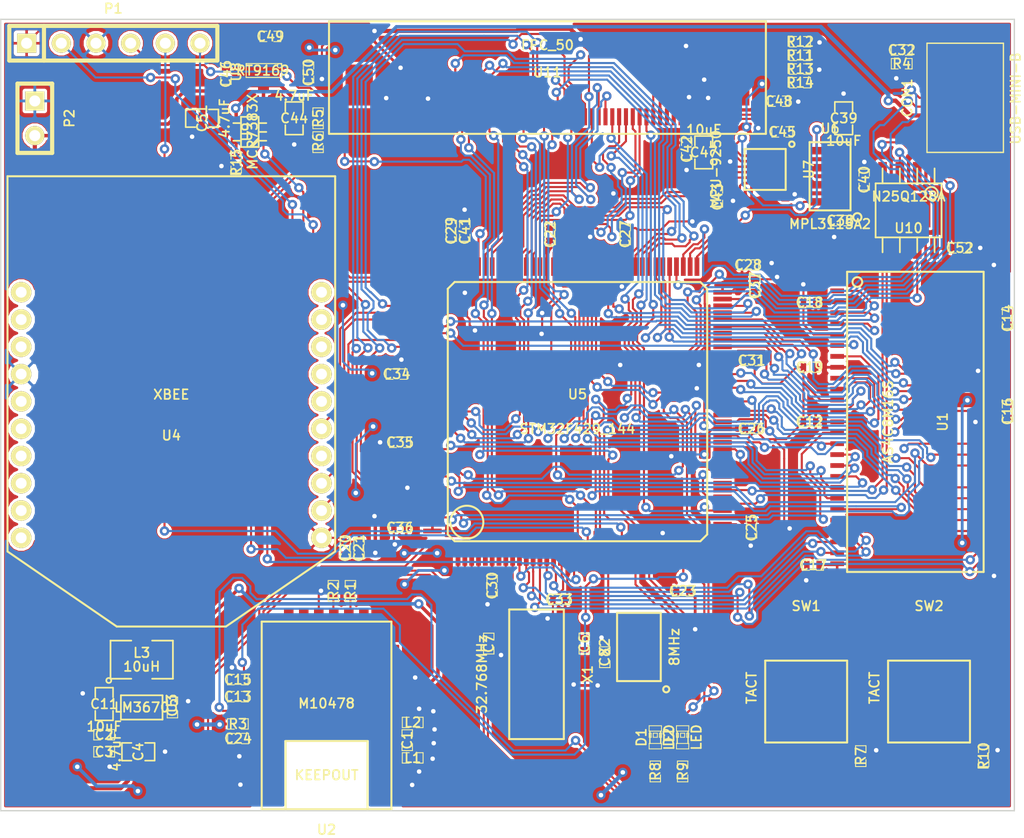
<source format=kicad_pcb>
(kicad_pcb (version 3) (host pcbnew "(2013-07-07 BZR 4022)-stable")
  (layers (15 F.Cu signal) (0 B.Cu signal) (18 B.Paste user) (19 F.Paste user) (20 B.SilkS user) (21 F.SilkS user) (22 B.Mask user) (23 F.Mask user) (28 Edge.Cuts user))
  (net 0 "")
  (net 1 +1.8V)
  (net 2 +5V)
  (net 3 +BATT)
  (net 4 /A0)
  (net 5 /A1)
  (net 6 /A10)
  (net 7 /A11)
  (net 8 /A2)
  (net 9 /A3)
  (net 10 /A4)
  (net 11 /A5)
  (net 12 /A6)
  (net 13 /A7)
  (net 14 /A8)
  (net 15 /A9)
  (net 16 /ANT_IN)
  (net 17 /ANT_OUT)
  (net 18 /B2)
  (net 19 /B3)
  (net 20 /B4)
  (net 21 /B5)
  (net 22 /B6)
  (net 23 /B7)
  (net 24 /BA0)
  (net 25 /BA1)
  (net 26 /BARO_INT)
  (net 27 /BARO_SCL)
  (net 28 /BARO_SDA)
  (net 29 /BAT_DRIVE)
  (net 30 /BAT_SENSE)
  (net 31 /BUCK_EN)
  (net 32 /CHARGE_STAT)
  (net 33 /CSX)
  (net 34 /D0)
  (net 35 /D1)
  (net 36 /D10)
  (net 37 /D11)
  (net 38 /D12)
  (net 39 /D13)
  (net 40 /D14)
  (net 41 /D15)
  (net 42 /D2)
  (net 43 /D3)
  (net 44 /D4)
  (net 45 /D5)
  (net 46 /D6)
  (net 47 /D7)
  (net 48 /D8)
  (net 49 /D9)
  (net 50 /DCX_SCL)
  (net 51 /DOTCLK)
  (net 52 /FL_CS)
  (net 53 /FL_HOLD)
  (net 54 /FL_MISO)
  (net 55 /FL_MOSI)
  (net 56 /FL_SCK)
  (net 57 /FL_WP)
  (net 58 /G2)
  (net 59 /G3)
  (net 60 /G4)
  (net 61 /G5)
  (net 62 /G6)
  (net 63 /G7)
  (net 64 /GPS_CTS)
  (net 65 /GPS_ONOFF)
  (net 66 /GPS_RX)
  (net 67 /GPS_TX)
  (net 68 /GPS_WAKEUP)
  (net 69 /HSYNC)
  (net 70 /IM0)
  (net 71 /IM1)
  (net 72 /IM2)
  (net 73 /IM3)
  (net 74 /IMU_INT)
  (net 75 /IMU_SCL)
  (net 76 /IMU_SDA)
  (net 77 /LCD_EN)
  (net 78 /LCD_RST)
  (net 79 /LCD_SDA)
  (net 80 /LED1)
  (net 81 /LED2)
  (net 82 /NBL0)
  (net 83 /NBL1)
  (net 84 /NRST)
  (net 85 /OSC32_IN)
  (net 86 /OSC32_OUT)
  (net 87 /OSC_EN)
  (net 88 /OSC_IN)
  (net 89 /R2)
  (net 90 /R3)
  (net 91 /R4)
  (net 92 /R5)
  (net 93 /R6)
  (net 94 /R7)
  (net 95 /RDX)
  (net 96 /SDCKE1)
  (net 97 /SDCLK)
  (net 98 /SDNCAS)
  (net 99 /SDNE1)
  (net 100 /SDNRAS)
  (net 101 /SDNWE)
  (net 102 /SW1)
  (net 103 /SW2)
  (net 104 /SWCLK)
  (net 105 /SWDIO)
  (net 106 /SWO)
  (net 107 /TE)
  (net 108 /USB_DM)
  (net 109 /USB_DP)
  (net 110 /VSYNC)
  (net 111 /WRX_DCX)
  (net 112 /XB_DIN)
  (net 113 /XB_DOUT)
  (net 114 /XB_RST)
  (net 115 GND)
  (net 116 N-0000012)
  (net 117 N-0000013)
  (net 118 N-0000034)
  (net 119 N-0000035)
  (net 120 N-0000038)
  (net 121 N-0000039)
  (net 122 N-0000063)
  (net 123 N-0000077)
  (net 124 N-0000080)
  (net 125 N-0000090)
  (net 126 N-0000091)
  (net 127 N-0000092)
  (net 128 VDD)
  (module QFN24_.4 (layer F.Cu) (at 219.5 120 270)
    (fp_text reference U7 (at 0 -3.2 270) (layer F.SilkS) (effects (font (size .7 .7) (thickness .125))))
    (fp_text value MPU-9250 (at 0 3.6 270) (layer F.SilkS) (effects (font (size .7 .7) (thickness .125))))
    (pad 1 smd oval (at -1.35 -1 90) (size 0.6 0.2) (drill (offset 0.15 0)) (layers F.Cu F.Paste F.Mask) (net 128 VDD))
    (pad 2 smd oval (at -1.35 -0.6 90) (size 0.6 0.2) (drill (offset 0.15 0)) (layers F.Cu F.Paste F.Mask))
    (pad 3 smd oval (at -1.35 -0.2 90) (size 0.6 0.2) (drill (offset 0.15 0)) (layers F.Cu F.Paste F.Mask))
    (pad 4 smd oval (at -1.35 0.2 90) (size 0.6 0.2) (drill (offset 0.15 0)) (layers F.Cu F.Paste F.Mask))
    (pad 5 smd oval (at -1.35 0.6 90) (size 0.6 0.2) (drill (offset 0.15 0)) (layers F.Cu F.Paste F.Mask))
    (pad 6 smd oval (at -1.35 1 90) (size 0.6 0.2) (drill (offset 0.15 0)) (layers F.Cu F.Paste F.Mask))
    (pad 7 smd oval (at -1 1.35 90) (size 0.2 0.6) (layers F.Cu F.Paste F.Mask) (net 27 /BARO_SCL))
    (pad 8 smd oval (at -0.6 1.35 90) (size 0.2 0.6) (layers F.Cu F.Paste F.Mask) (net 128 VDD))
    (pad 9 smd oval (at -0.2 1.35 90) (size 0.2 0.6) (layers F.Cu F.Paste F.Mask) (net 115 GND))
    (pad 10 smd oval (at 0.2 1.35 90) (size 0.2 0.6) (layers F.Cu F.Paste F.Mask) (net 119 N-0000035))
    (pad 11 smd oval (at 0.6 1.35 90) (size 0.2 0.6) (layers F.Cu F.Paste F.Mask) (net 115 GND))
    (pad 12 smd oval (at 1 1.35 90) (size 0.2 0.6) (layers F.Cu F.Paste F.Mask) (net 74 /IMU_INT))
    (pad 13 smd oval (at 1.35 1 90) (size 0.6 0.2) (layers F.Cu F.Paste F.Mask) (net 128 VDD))
    (pad 14 smd oval (at 1.35 0.6 90) (size 0.6 0.2) (layers F.Cu F.Paste F.Mask))
    (pad 15 smd oval (at 1.35 0.2 90) (size 0.6 0.2) (layers F.Cu F.Paste F.Mask))
    (pad 16 smd oval (at 1.35 -0.2 90) (size 0.6 0.2) (layers F.Cu F.Paste F.Mask))
    (pad 17 smd oval (at 1.35 -0.6 90) (size 0.6 0.2) (layers F.Cu F.Paste F.Mask))
    (pad 18 smd oval (at 1.35 -1 90) (size 0.6 0.2) (layers F.Cu F.Paste F.Mask) (net 115 GND))
    (pad 19 smd oval (at 1 -1.35 90) (size 0.2 0.6) (drill (offset 0 0.15)) (layers F.Cu F.Paste F.Mask))
    (pad 20 smd oval (at 0.6 -1.35 90) (size 0.2 0.6) (drill (offset 0 0.15)) (layers F.Cu F.Paste F.Mask) (net 115 GND))
    (pad 21 smd oval (at 0.2 -1.35 90) (size 0.2 0.6) (drill (offset 0 0.15)) (layers F.Cu F.Paste F.Mask) (net 28 /BARO_SDA))
    (pad 22 smd oval (at -0.2 -1.35 90) (size 0.2 0.6) (drill (offset 0 0.15)) (layers F.Cu F.Paste F.Mask) (net 128 VDD))
    (pad 23 smd oval (at -0.6 -1.35 90) (size 0.2 0.6) (drill (offset 0 0.15)) (layers F.Cu F.Paste F.Mask) (net 75 /IMU_SCL))
    (pad 24 smd oval (at -1 -1.35 90) (size 0.2 0.6) (drill (offset 0 0.15)) (layers F.Cu F.Paste F.Mask) (net 76 /IMU_SDA))
    (pad "" smd rect (at 0 0 270) (size 1.7 1.5) (layers F.Cu F.Paste F.Mask))
  )
  (module MICRO-B_USB (layer F.Cu) (at 235.75 114.75 90)
    (fp_text reference CON1 (at 0 -5.842 90) (layer F.SilkS) (effects (font (size .7 .7) (thickness .125))))
    (fp_text value USB-MINI-B (at -0.05 2.09 90) (layer F.SilkS) (effects (font (size .7 .7) (thickness .125))))
    (pad 6 smd rect (at -1.19888 -1.4478 90) (size 1.89738 1.89738) (layers F.Cu F.Paste F.Mask) (net 125 N-0000090))
    (pad 6 smd rect (at 1.19888 -1.4478 90) (size 1.89992 1.89738) (layers F.Cu F.Paste F.Mask) (net 125 N-0000090))
    (pad 6 smd rect (at 3.79984 -1.4478 90) (size 1.79578 1.89738) (layers F.Cu F.Paste F.Mask) (net 125 N-0000090))
    (pad 6 smd rect (at -3.0988 -3.99796 90) (size 2.0955 1.59766) (layers F.Cu F.Paste F.Mask) (net 125 N-0000090))
    (pad 1 smd rect (at -1.29794 -4.12496 90) (size 0.39878 1.3462) (layers F.Cu F.Paste F.Mask) (net 2 +5V) (clearance 0.2032))
    (pad 2 smd rect (at -0.6477 -4.12496 90) (size 0.39878 1.3462) (layers F.Cu F.Paste F.Mask) (net 108 /USB_DM) (clearance 0.2032))
    (pad 3 smd rect (at 0 -4.12496 90) (size 0.39878 1.3462) (layers F.Cu F.Paste F.Mask) (net 109 /USB_DP) (clearance 0.2032))
    (pad 4 smd rect (at 0.6477 -4.12496 90) (size 0.39878 1.3462) (layers F.Cu F.Paste F.Mask) (clearance 0.2032))
    (pad 5 smd rect (at 1.29794 -4.12496 90) (size 0.39878 1.3462) (layers F.Cu F.Paste F.Mask) (net 115 GND) (clearance 0.2032))
    (pad 6 smd rect (at 3.0988 -3.99796 90) (size 2.0955 1.59766) (layers F.Cu F.Paste F.Mask) (net 125 N-0000090))
    (pad 6 smd rect (at -3.79984 -1.4478 90) (size 1.79578 1.89738) (layers F.Cu F.Paste F.Mask) (net 125 N-0000090))
  )
  (module XBEE (layer F.Cu) (at 176 138 180)
    (fp_text reference U4 (at 0 -1.5 180) (layer F.SilkS) (effects (font (size .7 .7) (thickness .125))))
    (fp_text value XBEE (at 0 1.5 180) (layer F.SilkS) (effects (font (size .7 .7) (thickness .125))))
    (pad 1 thru_hole circle (at -11 -9 180) (size 1.5 1.5) (drill 0.8) (layers *.Cu *.Mask F.SilkS) (net 128 VDD))
    (pad 2 thru_hole circle (at -11 -7 180) (size 1.5 1.5) (drill 0.8) (layers *.Cu *.Mask F.SilkS) (net 113 /XB_DOUT))
    (pad 3 thru_hole circle (at -11 -5 180) (size 1.5 1.5) (drill 0.8) (layers *.Cu *.Mask F.SilkS) (net 112 /XB_DIN))
    (pad 4 thru_hole circle (at -11 -3 180) (size 1.5 1.5) (drill 0.8) (layers *.Cu *.Mask F.SilkS))
    (pad 5 thru_hole circle (at -11 -1 180) (size 1.5 1.5) (drill 0.8) (layers *.Cu *.Mask F.SilkS) (net 114 /XB_RST))
    (pad 6 thru_hole circle (at -11 1 180) (size 1.5 1.5) (drill 0.8) (layers *.Cu *.Mask F.SilkS))
    (pad 7 thru_hole circle (at -11 3 180) (size 1.5 1.5) (drill 0.8) (layers *.Cu *.Mask F.SilkS))
    (pad 8 thru_hole circle (at -11 5 180) (size 1.5 1.5) (drill 0.8) (layers *.Cu *.Mask F.SilkS))
    (pad 9 thru_hole circle (at -11 7 180) (size 1.5 1.5) (drill 0.8) (layers *.Cu *.Mask F.SilkS))
    (pad 10 thru_hole circle (at -11 9 180) (size 1.5 1.5) (drill 0.8) (layers *.Cu *.Mask F.SilkS))
    (pad 11 thru_hole circle (at 11 9 180) (size 1.5 1.5) (drill 0.8) (layers *.Cu *.Mask F.SilkS))
    (pad 12 thru_hole circle (at 11 7 180) (size 1.5 1.5) (drill 0.8) (layers *.Cu *.Mask F.SilkS))
    (pad 13 thru_hole circle (at 11 5 180) (size 1.5 1.5) (drill 0.8) (layers *.Cu *.Mask F.SilkS))
    (pad 14 thru_hole circle (at 11 3 180) (size 1.5 1.5) (drill 0.8) (layers *.Cu *.Mask F.SilkS) (net 115 GND))
    (pad 15 thru_hole circle (at 11 1 180) (size 1.5 1.5) (drill 0.8) (layers *.Cu *.Mask F.SilkS))
    (pad 16 thru_hole circle (at 11 -1 180) (size 1.5 1.5) (drill 0.8) (layers *.Cu *.Mask F.SilkS))
    (pad 17 thru_hole circle (at 11 -3 180) (size 1.5 1.5) (drill 0.8) (layers *.Cu *.Mask F.SilkS))
    (pad 18 thru_hole circle (at 11 -5 180) (size 1.5 1.5) (drill 0.8) (layers *.Cu *.Mask F.SilkS))
    (pad 19 thru_hole circle (at 11 -7 180) (size 1.5 1.5) (drill 0.8) (layers *.Cu *.Mask F.SilkS))
    (pad 20 thru_hole circle (at 11 -9 180) (size 1.5 1.5) (drill 0.8) (layers *.Cu *.Mask F.SilkS))
  )
  (module TSOP2_54 (layer F.Cu) (at 230.5 138.5 270)
    (fp_text reference U1 (at 0 -2 270) (layer F.SilkS) (effects (font (size .7 .7) (thickness .125))))
    (fp_text value AS4C8M16S (at 0 2 270) (layer F.SilkS) (effects (font (size .7 .7) (thickness .125))))
    (pad 1 smd rect (at -10.4 5.73 270) (size 0.35 1) (layers F.Cu F.Paste F.Mask) (net 128 VDD))
    (pad 2 smd rect (at -9.6 5.73 270) (size 0.35 1) (layers F.Cu F.Paste F.Mask) (net 34 /D0))
    (pad 3 smd rect (at -8.8 5.73 270) (size 0.35 1) (layers F.Cu F.Paste F.Mask) (net 128 VDD))
    (pad 4 smd rect (at -8 5.73 270) (size 0.35 1) (layers F.Cu F.Paste F.Mask) (net 35 /D1))
    (pad 5 smd rect (at -7.2 5.73 270) (size 0.35 1) (layers F.Cu F.Paste F.Mask) (net 42 /D2))
    (pad 6 smd rect (at -6.4 5.73 270) (size 0.35 1) (layers F.Cu F.Paste F.Mask) (net 115 GND))
    (pad 7 smd rect (at -5.6 5.73 270) (size 0.35 1) (layers F.Cu F.Paste F.Mask) (net 43 /D3))
    (pad 8 smd rect (at -4.8 5.73 270) (size 0.35 1) (layers F.Cu F.Paste F.Mask) (net 44 /D4))
    (pad 9 smd rect (at -4 5.73 270) (size 0.35 1) (layers F.Cu F.Paste F.Mask) (net 128 VDD))
    (pad 10 smd rect (at -3.2 5.73 270) (size 0.35 1) (layers F.Cu F.Paste F.Mask) (net 45 /D5))
    (pad 11 smd rect (at -2.4 5.73 270) (size 0.35 1) (layers F.Cu F.Paste F.Mask) (net 46 /D6))
    (pad 12 smd rect (at -1.6 5.73 270) (size 0.35 1) (layers F.Cu F.Paste F.Mask) (net 115 GND))
    (pad 13 smd rect (at -0.8 5.73 270) (size 0.35 1) (layers F.Cu F.Paste F.Mask) (net 47 /D7))
    (pad 14 smd rect (at 0 5.73 270) (size 0.35 1) (layers F.Cu F.Paste F.Mask) (net 128 VDD))
    (pad 15 smd rect (at 0.8 5.73 270) (size 0.35 1) (layers F.Cu F.Paste F.Mask) (net 82 /NBL0))
    (pad 16 smd rect (at 1.6 5.73 270) (size 0.35 1) (layers F.Cu F.Paste F.Mask) (net 101 /SDNWE))
    (pad 17 smd rect (at 2.4 5.73 270) (size 0.35 1) (layers F.Cu F.Paste F.Mask) (net 98 /SDNCAS))
    (pad 18 smd rect (at 3.2 5.73 270) (size 0.35 1) (layers F.Cu F.Paste F.Mask) (net 100 /SDNRAS))
    (pad 19 smd rect (at 4 5.73 270) (size 0.35 1) (layers F.Cu F.Paste F.Mask) (net 99 /SDNE1))
    (pad 20 smd rect (at 4.8 5.73 270) (size 0.35 1) (layers F.Cu F.Paste F.Mask) (net 24 /BA0))
    (pad 21 smd rect (at 5.6 5.73 270) (size 0.35 1) (layers F.Cu F.Paste F.Mask) (net 25 /BA1))
    (pad 22 smd rect (at 6.4 5.73 270) (size 0.35 1) (layers F.Cu F.Paste F.Mask) (net 6 /A10))
    (pad 23 smd rect (at 7.2 5.73 270) (size 0.35 1) (layers F.Cu F.Paste F.Mask) (net 4 /A0))
    (pad 24 smd rect (at 8 5.73 270) (size 0.35 1) (layers F.Cu F.Paste F.Mask) (net 5 /A1))
    (pad 25 smd rect (at 8.8 5.73 270) (size 0.35 1) (layers F.Cu F.Paste F.Mask) (net 8 /A2))
    (pad 26 smd rect (at 9.6 5.73 270) (size 0.35 1) (layers F.Cu F.Paste F.Mask) (net 9 /A3))
    (pad 27 smd rect (at 10.4 5.73 270) (size 0.35 1) (layers F.Cu F.Paste F.Mask) (net 128 VDD))
    (pad 28 smd rect (at 10.4 -5.73 270) (size 0.35 1) (layers F.Cu F.Paste F.Mask) (net 115 GND))
    (pad 29 smd rect (at 9.6 -5.73 270) (size 0.35 1) (layers F.Cu F.Paste F.Mask) (net 10 /A4))
    (pad 30 smd rect (at 8.8 -5.73 270) (size 0.35 1) (layers F.Cu F.Paste F.Mask) (net 11 /A5))
    (pad 31 smd rect (at 8 -5.73 270) (size 0.35 1) (layers F.Cu F.Paste F.Mask) (net 12 /A6))
    (pad 32 smd rect (at 7.2 -5.73 270) (size 0.35 1) (layers F.Cu F.Paste F.Mask) (net 13 /A7))
    (pad 33 smd rect (at 6.4 -5.73 270) (size 0.35 1) (layers F.Cu F.Paste F.Mask) (net 14 /A8))
    (pad 34 smd rect (at 5.6 -5.73 270) (size 0.35 1) (layers F.Cu F.Paste F.Mask) (net 15 /A9))
    (pad 35 smd rect (at 4.8 -5.73 270) (size 0.35 1) (layers F.Cu F.Paste F.Mask) (net 7 /A11))
    (pad 36 smd rect (at 4 -5.73 270) (size 0.35 1) (layers F.Cu F.Paste F.Mask))
    (pad 37 smd rect (at 3.2 -5.73 270) (size 0.35 1) (layers F.Cu F.Paste F.Mask) (net 96 /SDCKE1))
    (pad 38 smd rect (at 2.4 -5.73 270) (size 0.35 1) (layers F.Cu F.Paste F.Mask) (net 97 /SDCLK))
    (pad 39 smd rect (at 1.6 -5.73 270) (size 0.35 1) (layers F.Cu F.Paste F.Mask) (net 83 /NBL1))
    (pad 40 smd rect (at 0.8 -5.73 270) (size 0.35 1) (layers F.Cu F.Paste F.Mask))
    (pad 41 smd rect (at 0 -5.73 270) (size 0.35 1) (layers F.Cu F.Paste F.Mask) (net 115 GND))
    (pad 42 smd rect (at -0.8 -5.73 270) (size 0.35 1) (layers F.Cu F.Paste F.Mask) (net 48 /D8))
    (pad 43 smd rect (at -1.6 -5.73 270) (size 0.35 1) (layers F.Cu F.Paste F.Mask) (net 128 VDD))
    (pad 44 smd rect (at -2.4 -5.73 270) (size 0.35 1) (layers F.Cu F.Paste F.Mask) (net 49 /D9))
    (pad 45 smd rect (at -3.2 -5.73 270) (size 0.35 1) (layers F.Cu F.Paste F.Mask) (net 36 /D10))
    (pad 46 smd rect (at -4 -5.73 270) (size 0.35 1) (layers F.Cu F.Paste F.Mask) (net 115 GND))
    (pad 47 smd rect (at -4.8 -5.73 270) (size 0.35 1) (layers F.Cu F.Paste F.Mask) (net 37 /D11))
    (pad 48 smd rect (at -5.6 -5.73 270) (size 0.35 1) (layers F.Cu F.Paste F.Mask) (net 38 /D12))
    (pad 49 smd rect (at -6.4 -5.73 270) (size 0.35 1) (layers F.Cu F.Paste F.Mask) (net 128 VDD))
    (pad 50 smd rect (at -7.2 -5.73 270) (size 0.35 1) (layers F.Cu F.Paste F.Mask) (net 39 /D13))
    (pad 51 smd rect (at -8 -5.73 270) (size 0.35 1) (layers F.Cu F.Paste F.Mask) (net 40 /D14))
    (pad 52 smd rect (at -8.8 -5.73 270) (size 0.35 1) (layers F.Cu F.Paste F.Mask) (net 115 GND))
    (pad 53 smd rect (at -9.6 -5.73 270) (size 0.35 1) (layers F.Cu F.Paste F.Mask) (net 41 /D15))
    (pad 54 smd rect (at -10.4 -5.73 270) (size 0.35 1) (layers F.Cu F.Paste F.Mask) (net 115 GND))
  )
  (module TACT_SWITCH (layer F.Cu) (at 222.5 159)
    (fp_text reference SW1 (at 0 -7) (layer F.SilkS) (effects (font (size .7 .7) (thickness .125))))
    (fp_text value TACT (at -4 -1 90) (layer F.SilkS) (effects (font (size .7 .7) (thickness .125))))
    (pad 1 smd rect (at -2.3 -4.55) (size 1.3 2.1) (layers F.Cu F.Paste F.Mask) (net 128 VDD))
    (pad 3 smd rect (at 2.3 -4.55) (size 1.3 2.1) (layers F.Cu F.Paste F.Mask))
    (pad 2 smd rect (at -2.3 4.55) (size 1.3 2.1) (layers F.Cu F.Paste F.Mask))
    (pad 4 smd rect (at 2.3 4.55) (size 1.3 2.1) (layers F.Cu F.Paste F.Mask) (net 102 /SW1))
  )
  (module TACT_SWITCH (layer F.Cu) (at 231.5 159)
    (fp_text reference SW2 (at 0 -7) (layer F.SilkS) (effects (font (size .7 .7) (thickness .125))))
    (fp_text value TACT (at -4 -1 90) (layer F.SilkS) (effects (font (size .7 .7) (thickness .125))))
    (pad 1 smd rect (at -2.3 -4.55) (size 1.3 2.1) (layers F.Cu F.Paste F.Mask) (net 128 VDD))
    (pad 3 smd rect (at 2.3 -4.55) (size 1.3 2.1) (layers F.Cu F.Paste F.Mask))
    (pad 2 smd rect (at -2.3 4.55) (size 1.3 2.1) (layers F.Cu F.Paste F.Mask))
    (pad 4 smd rect (at 2.3 4.55) (size 1.3 2.1) (layers F.Cu F.Paste F.Mask) (net 103 /SW2))
  )
  (module sot323-5 (layer F.Cu) (at 181.75 117.25 90)
    (fp_text reference U9 (at 0 -0.20066 90) (layer F.SilkS) (effects (font (size .7 .7) (thickness .125))))
    (fp_text value MCP7383X (at 0 0.20066 90) (layer F.SilkS) (effects (font (size .7 .7) (thickness .125))))
    (pad 1 smd rect (at -0.65024 1.00076 90) (size 0.50038 0.8001) (layers F.Cu F.Paste F.Mask) (net 32 /CHARGE_STAT))
    (pad 3 smd rect (at 0.65024 1.00076 90) (size 0.50038 0.8001) (layers F.Cu F.Paste F.Mask) (net 3 +BATT))
    (pad 2 smd rect (at 0 1.00076 90) (size 0.50038 0.8001) (layers F.Cu F.Paste F.Mask) (net 115 GND))
    (pad 4 smd rect (at 0.65024 -1.00076 90) (size 0.50038 0.8001) (layers F.Cu F.Paste F.Mask) (net 2 +5V))
    (pad 5 smd rect (at -0.65024 -1.00076 90) (size 0.50038 0.8001) (layers F.Cu F.Paste F.Mask) (net 116 N-0000012))
  )
  (module SOT23-5 (layer F.Cu) (at 173.83 159.43)
    (fp_text reference U3 (at 2.19964 -0.29972 90) (layer F.SilkS) (effects (font (size .7 .7) (thickness .125))))
    (fp_text value LM3670 (at 0 0) (layer F.SilkS) (effects (font (size .7 .7) (thickness .125))))
    (pad 1 smd rect (at -0.9525 1.27) (size 0.508 0.762) (layers F.Cu F.Paste F.Mask) (net 3 +BATT))
    (pad 3 smd rect (at 0.9525 1.27) (size 0.508 0.762) (layers F.Cu F.Paste F.Mask) (net 31 /BUCK_EN))
    (pad 5 smd rect (at -0.9525 -1.27) (size 0.508 0.762) (layers F.Cu F.Paste F.Mask) (net 122 N-0000063))
    (pad 2 smd rect (at 0 1.27) (size 0.508 0.762) (layers F.Cu F.Paste F.Mask) (net 115 GND))
    (pad 4 smd rect (at 0.9525 -1.27) (size 0.508 0.762) (layers F.Cu F.Paste F.Mask) (net 1 +1.8V))
  )
  (module SOT23 (layer F.Cu) (at 182.75 112.75 180)
    (fp_text reference U8 (at 1.99898 -0.09906 270) (layer F.SilkS) (effects (font (size .7 .7) (thickness .125))))
    (fp_text value RT9169 (at 0.0635 0 180) (layer F.SilkS) (effects (font (size .7 .7) (thickness .125))))
    (pad 3 smd rect (at 0 -1.09982 180) (size 0.8001 1.00076) (layers F.Cu F.Paste F.Mask) (net 3 +BATT))
    (pad 2 smd rect (at 0.9525 1.09982 180) (size 0.8001 1.00076) (layers F.Cu F.Paste F.Mask) (net 117 N-0000013))
    (pad 1 smd rect (at -0.9525 1.09982 180) (size 0.8001 1.00076) (layers F.Cu F.Paste F.Mask) (net 128 VDD))
  )
  (module SM1210 (layer F.Cu) (at 173.83 155.93)
    (fp_text reference L3 (at 0 -0.508) (layer F.SilkS) (effects (font (size .7 .7) (thickness .125))))
    (fp_text value 10uH (at 0 0.508) (layer F.SilkS) (effects (font (size .7 .7) (thickness .125))))
    (pad 1 smd rect (at -1.524 0) (size 1.27 2.54) (layers F.Cu F.Paste F.Mask) (net 122 N-0000063))
    (pad 2 smd rect (at 1.524 0) (size 1.27 2.54) (layers F.Cu F.Paste F.Mask) (net 1 +1.8V))
  )
  (module SM0603_Capa (layer F.Cu) (at 225.25 116.25 90)
    (fp_text reference C39 (at 0 0 180) (layer F.SilkS) (effects (font (size .7 .7) (thickness .125))))
    (fp_text value 10uF (at -1.651 0 180) (layer F.SilkS) (effects (font (size .7 .7) (thickness .125))))
    (pad 1 smd rect (at -0.762 0 90) (size 0.635 1.143) (layers F.Cu F.Paste F.Mask) (net 128 VDD))
    (pad 2 smd rect (at 0.762 0 90) (size 0.635 1.143) (layers F.Cu F.Paste F.Mask) (net 115 GND))
  )
  (module SM0603_Capa (layer F.Cu) (at 215 118.75 270)
    (fp_text reference C47 (at 0 0 360) (layer F.SilkS) (effects (font (size .7 .7) (thickness .125))))
    (fp_text value 10uF (at -1.651 0 360) (layer F.SilkS) (effects (font (size .7 .7) (thickness .125))))
    (pad 1 smd rect (at -0.762 0 270) (size 0.635 1.143) (layers F.Cu F.Paste F.Mask) (net 128 VDD))
    (pad 2 smd rect (at 0.762 0 270) (size 0.635 1.143) (layers F.Cu F.Paste F.Mask) (net 115 GND))
  )
  (module SM0603_Capa (layer F.Cu) (at 171.08 159.18 90)
    (fp_text reference C11 (at 0 0 180) (layer F.SilkS) (effects (font (size .7 .7) (thickness .125))))
    (fp_text value 10uF (at -1.651 0 180) (layer F.SilkS) (effects (font (size .7 .7) (thickness .125))))
    (pad 1 smd rect (at -0.762 0 90) (size 0.635 1.143) (layers F.Cu F.Paste F.Mask) (net 1 +1.8V))
    (pad 2 smd rect (at 0.762 0 90) (size 0.635 1.143) (layers F.Cu F.Paste F.Mask) (net 115 GND))
  )
  (module SM0603_Capa (layer F.Cu) (at 173.58 162.68)
    (fp_text reference C4 (at 0 0 90) (layer F.SilkS) (effects (font (size .7 .7) (thickness .125))))
    (fp_text value 4.7uF (at -1.651 0 90) (layer F.SilkS) (effects (font (size .7 .7) (thickness .125))))
    (pad 1 smd rect (at -0.762 0) (size 0.635 1.143) (layers F.Cu F.Paste F.Mask) (net 3 +BATT))
    (pad 2 smd rect (at 0.762 0) (size 0.635 1.143) (layers F.Cu F.Paste F.Mask) (net 115 GND))
  )
  (module SM0603_Capa (layer F.Cu) (at 185 116.25 270)
    (fp_text reference C44 (at 0 0 360) (layer F.SilkS) (effects (font (size .7 .7) (thickness .125))))
    (fp_text value 4.7uF (at -1.651 0 360) (layer F.SilkS) (effects (font (size .7 .7) (thickness .125))))
    (pad 1 smd rect (at -0.762 0 270) (size 0.635 1.143) (layers F.Cu F.Paste F.Mask) (net 3 +BATT))
    (pad 2 smd rect (at 0.762 0 270) (size 0.635 1.143) (layers F.Cu F.Paste F.Mask) (net 115 GND))
  )
  (module SM0603_Capa (layer F.Cu) (at 178.25 116.25 180)
    (fp_text reference C51 (at 0 0 270) (layer F.SilkS) (effects (font (size .7 .7) (thickness .125))))
    (fp_text value 4.7uF (at -1.651 0 270) (layer F.SilkS) (effects (font (size .7 .7) (thickness .125))))
    (pad 1 smd rect (at -0.762 0 180) (size 0.635 1.143) (layers F.Cu F.Paste F.Mask) (net 2 +5V))
    (pad 2 smd rect (at 0.762 0 180) (size 0.635 1.143) (layers F.Cu F.Paste F.Mask) (net 115 GND))
  )
  (module SM0402_r (layer F.Cu) (at 222.05 113.64 180)
    (fp_text reference R14 (at 0 0 180) (layer F.SilkS) (effects (font (size .7 .7) (thickness .125))))
    (fp_text value 10K hide)
    (pad 1 smd rect (at -0.44958 0 180) (size 0.39878 0.59944) (layers F.Cu F.Paste F.Mask) (net 128 VDD))
    (pad 2 smd rect (at 0.44958 0 180) (size 0.39878 0.59944) (layers F.Cu F.Paste F.Mask) (net 70 /IM0))
  )
  (module SM0402_r (layer F.Cu) (at 222.05 112.64 180)
    (fp_text reference R13 (at 0 0 180) (layer F.SilkS) (effects (font (size .7 .7) (thickness .125))))
    (fp_text value 10K hide)
    (pad 1 smd rect (at -0.44958 0 180) (size 0.39878 0.59944) (layers F.Cu F.Paste F.Mask) (net 115 GND))
    (pad 2 smd rect (at 0.44958 0 180) (size 0.39878 0.59944) (layers F.Cu F.Paste F.Mask) (net 71 /IM1))
  )
  (module SM0402_r (layer F.Cu) (at 222.05 111.64 180)
    (fp_text reference R11 (at 0 0 180) (layer F.SilkS) (effects (font (size .7 .7) (thickness .125))))
    (fp_text value 10K hide)
    (pad 1 smd rect (at -0.44958 0 180) (size 0.39878 0.59944) (layers F.Cu F.Paste F.Mask) (net 128 VDD))
    (pad 2 smd rect (at 0.44958 0 180) (size 0.39878 0.59944) (layers F.Cu F.Paste F.Mask) (net 72 /IM2))
  )
  (module SM0402_r (layer F.Cu) (at 187.87 150.89 90)
    (fp_text reference R2 (at 0 0 90) (layer F.SilkS) (effects (font (size .7 .7) (thickness .125))))
    (fp_text value 10K hide)
    (pad 1 smd rect (at -0.44958 0 90) (size 0.39878 0.59944) (layers F.Cu F.Paste F.Mask) (net 126 N-0000091))
    (pad 2 smd rect (at 0.44958 0 90) (size 0.39878 0.59944) (layers F.Cu F.Paste F.Mask) (net 115 GND))
  )
  (module SM0402_r (layer F.Cu) (at 180.87 160.64)
    (fp_text reference R3 (at 0 0) (layer F.SilkS) (effects (font (size .7 .7) (thickness .125))))
    (fp_text value 10K hide)
    (pad 1 smd rect (at -0.44958 0) (size 0.39878 0.59944) (layers F.Cu F.Paste F.Mask) (net 128 VDD))
    (pad 2 smd rect (at 0.44958 0) (size 0.39878 0.59944) (layers F.Cu F.Paste F.Mask) (net 64 /GPS_CTS))
  )
  (module SM0402_r (layer F.Cu) (at 189.12 150.89 90)
    (fp_text reference R1 (at 0 0 90) (layer F.SilkS) (effects (font (size .7 .7) (thickness .125))))
    (fp_text value 10K hide)
    (pad 1 smd rect (at -0.44958 0 90) (size 0.39878 0.59944) (layers F.Cu F.Paste F.Mask) (net 127 N-0000092))
    (pad 2 smd rect (at 0.44958 0 90) (size 0.39878 0.59944) (layers F.Cu F.Paste F.Mask) (net 128 VDD))
  )
  (module SM0402_r (layer F.Cu) (at 222.05 110.64)
    (fp_text reference R12 (at 0 0) (layer F.SilkS) (effects (font (size .7 .7) (thickness .125))))
    (fp_text value 10K hide)
    (pad 1 smd rect (at -0.44958 0) (size 0.39878 0.59944) (layers F.Cu F.Paste F.Mask) (net 73 /IM3))
    (pad 2 smd rect (at 0.44958 0) (size 0.39878 0.59944) (layers F.Cu F.Paste F.Mask) (net 115 GND))
  )
  (module SM0402_r (layer F.Cu) (at 186.75 118 270)
    (fp_text reference R6 (at 0 0 270) (layer F.SilkS) (effects (font (size .7 .7) (thickness .125))))
    (fp_text value 10K hide)
    (pad 1 smd rect (at -0.44958 0 270) (size 0.39878 0.59944) (layers F.Cu F.Paste F.Mask) (net 30 /BAT_SENSE))
    (pad 2 smd rect (at 0.44958 0 270) (size 0.39878 0.59944) (layers F.Cu F.Paste F.Mask) (net 29 /BAT_DRIVE))
  )
  (module SM0402_r (layer F.Cu) (at 186.75 116.25 270)
    (fp_text reference R5 (at 0 0 270) (layer F.SilkS) (effects (font (size .7 .7) (thickness .125))))
    (fp_text value 10K hide)
    (pad 1 smd rect (at -0.44958 0 270) (size 0.39878 0.59944) (layers F.Cu F.Paste F.Mask) (net 3 +BATT))
    (pad 2 smd rect (at 0.44958 0 270) (size 0.39878 0.59944) (layers F.Cu F.Paste F.Mask) (net 30 /BAT_SENSE))
  )
  (module SM0402_r (layer F.Cu) (at 180.75 119.5 270)
    (fp_text reference R15 (at 0 0 270) (layer F.SilkS) (effects (font (size .7 .7) (thickness .125))))
    (fp_text value 2K hide)
    (pad 1 smd rect (at -0.44958 0 270) (size 0.39878 0.59944) (layers F.Cu F.Paste F.Mask) (net 116 N-0000012))
    (pad 2 smd rect (at 0.44958 0 270) (size 0.39878 0.59944) (layers F.Cu F.Paste F.Mask) (net 115 GND))
  )
  (module SM0402_r (layer F.Cu) (at 213.45 164.12 90)
    (fp_text reference R9 (at 0 0 90) (layer F.SilkS) (effects (font (size .7 .7) (thickness .125))))
    (fp_text value 68 hide)
    (pad 1 smd rect (at -0.44958 0 90) (size 0.39878 0.59944) (layers F.Cu F.Paste F.Mask) (net 128 VDD))
    (pad 2 smd rect (at 0.44958 0 90) (size 0.39878 0.59944) (layers F.Cu F.Paste F.Mask) (net 121 N-0000039))
  )
  (module SM0402_r (layer F.Cu) (at 211.45 164.12 90)
    (fp_text reference R8 (at 0 0 90) (layer F.SilkS) (effects (font (size .7 .7) (thickness .125))))
    (fp_text value 68 hide)
    (pad 1 smd rect (at -0.44958 0 90) (size 0.39878 0.59944) (layers F.Cu F.Paste F.Mask) (net 128 VDD))
    (pad 2 smd rect (at 0.44958 0 90) (size 0.39878 0.59944) (layers F.Cu F.Paste F.Mask) (net 120 N-0000038))
  )
  (module SM0402_r (layer F.Cu) (at 226.5 163 90)
    (fp_text reference R7 (at 0 0 90) (layer F.SilkS) (effects (font (size .7 .7) (thickness .125))))
    (fp_text value 10K hide)
    (pad 1 smd rect (at -0.44958 0 90) (size 0.39878 0.59944) (layers F.Cu F.Paste F.Mask) (net 102 /SW1))
    (pad 2 smd rect (at 0.44958 0 90) (size 0.39878 0.59944) (layers F.Cu F.Paste F.Mask) (net 115 GND))
  )
  (module SM0402_r (layer F.Cu) (at 235.5 163 90)
    (fp_text reference R10 (at 0 0 90) (layer F.SilkS) (effects (font (size .7 .7) (thickness .125))))
    (fp_text value 10K hide)
    (pad 1 smd rect (at -0.44958 0 90) (size 0.39878 0.59944) (layers F.Cu F.Paste F.Mask) (net 103 /SW2))
    (pad 2 smd rect (at 0.44958 0 90) (size 0.39878 0.59944) (layers F.Cu F.Paste F.Mask) (net 115 GND))
  )
  (module SM0402_r (layer F.Cu) (at 229.5 112.25 180)
    (fp_text reference R4 (at 0 0 180) (layer F.SilkS) (effects (font (size .7 .7) (thickness .125))))
    (fp_text value 1M hide)
    (pad 1 smd rect (at -0.44958 0 180) (size 0.39878 0.59944) (layers F.Cu F.Paste F.Mask) (net 125 N-0000090))
    (pad 2 smd rect (at 0.44958 0 180) (size 0.39878 0.59944) (layers F.Cu F.Paste F.Mask) (net 115 GND))
  )
  (module SM0402_c (layer F.Cu) (at 220.5 115)
    (fp_text reference C48 (at 0 0) (layer F.SilkS) (effects (font (size .7 .7) (thickness .125))))
    (fp_text value .1uF hide)
    (pad 1 smd rect (at -0.44958 0) (size 0.39878 0.59944) (layers F.Cu F.Paste F.Mask) (net 128 VDD))
    (pad 2 smd rect (at 0.44958 0) (size 0.39878 0.59944) (layers F.Cu F.Paste F.Mask) (net 115 GND))
  )
  (module SM0402_c (layer F.Cu) (at 192.75 140 180)
    (fp_text reference C35 (at 0 0 180) (layer F.SilkS) (effects (font (size .7 .7) (thickness .125))))
    (fp_text value 100nF hide)
    (pad 1 smd rect (at -0.44958 0 180) (size 0.39878 0.59944) (layers F.Cu F.Paste F.Mask) (net 128 VDD))
    (pad 2 smd rect (at 0.44958 0 180) (size 0.39878 0.59944) (layers F.Cu F.Paste F.Mask) (net 115 GND))
  )
  (module SM0402_c (layer F.Cu) (at 186.05 112.89 270)
    (fp_text reference C50 (at 0 0 270) (layer F.SilkS) (effects (font (size .7 .7) (thickness .125))))
    (fp_text value .1uF hide)
    (pad 1 smd rect (at -0.44958 0 270) (size 0.39878 0.59944) (layers F.Cu F.Paste F.Mask) (net 128 VDD))
    (pad 2 smd rect (at 0.44958 0 270) (size 0.39878 0.59944) (layers F.Cu F.Paste F.Mask) (net 115 GND))
  )
  (module SM0402_c (layer F.Cu) (at 192.75 146.25 180)
    (fp_text reference C36 (at 0 0 180) (layer F.SilkS) (effects (font (size .7 .7) (thickness .125))))
    (fp_text value 1uF hide)
    (pad 1 smd rect (at -0.44958 0 180) (size 0.39878 0.59944) (layers F.Cu F.Paste F.Mask) (net 128 VDD))
    (pad 2 smd rect (at 0.44958 0 180) (size 0.39878 0.59944) (layers F.Cu F.Paste F.Mask) (net 115 GND))
  )
  (module SM0402_c (layer F.Cu) (at 188.75 147.75 270)
    (fp_text reference C20 (at 0 0 270) (layer F.SilkS) (effects (font (size .7 .7) (thickness .125))))
    (fp_text value 1uF hide)
    (pad 1 smd rect (at -0.44958 0 270) (size 0.39878 0.59944) (layers F.Cu F.Paste F.Mask) (net 128 VDD))
    (pad 2 smd rect (at 0.44958 0 270) (size 0.39878 0.59944) (layers F.Cu F.Paste F.Mask) (net 115 GND))
  )
  (module SM0402_c (layer F.Cu) (at 189.75 147.75 270)
    (fp_text reference C21 (at 0 0 270) (layer F.SilkS) (effects (font (size .7 .7) (thickness .125))))
    (fp_text value 47pF hide)
    (pad 1 smd rect (at -0.44958 0 270) (size 0.39878 0.59944) (layers F.Cu F.Paste F.Mask) (net 128 VDD))
    (pad 2 smd rect (at 0.44958 0 270) (size 0.39878 0.59944) (layers F.Cu F.Paste F.Mask) (net 115 GND))
  )
  (module SM0402_c (layer F.Cu) (at 233.75 125.75)
    (fp_text reference C52 (at 0 0) (layer F.SilkS) (effects (font (size .7 .7) (thickness .125))))
    (fp_text value 100nF hide)
    (pad 1 smd rect (at -0.44958 0) (size 0.39878 0.59944) (layers F.Cu F.Paste F.Mask) (net 128 VDD))
    (pad 2 smd rect (at 0.44958 0) (size 0.39878 0.59944) (layers F.Cu F.Paste F.Mask) (net 115 GND))
  )
  (module SM0402_c (layer F.Cu) (at 180.87 157.39 180)
    (fp_text reference C15 (at 0 0 180) (layer F.SilkS) (effects (font (size .7 .7) (thickness .125))))
    (fp_text value 22pF hide)
    (pad 1 smd rect (at -0.44958 0 180) (size 0.39878 0.59944) (layers F.Cu F.Paste F.Mask) (net 67 /GPS_TX))
    (pad 2 smd rect (at 0.44958 0 180) (size 0.39878 0.59944) (layers F.Cu F.Paste F.Mask) (net 115 GND))
  )
  (module SM0402_c (layer F.Cu) (at 180.87 158.64 180)
    (fp_text reference C13 (at 0 0 180) (layer F.SilkS) (effects (font (size .7 .7) (thickness .125))))
    (fp_text value 22pF hide)
    (pad 1 smd rect (at -0.44958 0 180) (size 0.39878 0.59944) (layers F.Cu F.Paste F.Mask) (net 66 /GPS_RX))
    (pad 2 smd rect (at 0.44958 0 180) (size 0.39878 0.59944) (layers F.Cu F.Paste F.Mask) (net 115 GND))
  )
  (module SM0402_c (layer F.Cu) (at 171.08 161.43)
    (fp_text reference C2 (at 0 0) (layer F.SilkS) (effects (font (size .7 .7) (thickness .125))))
    (fp_text value 22pF hide)
    (pad 1 smd rect (at -0.44958 0) (size 0.39878 0.59944) (layers F.Cu F.Paste F.Mask) (net 1 +1.8V))
    (pad 2 smd rect (at 0.44958 0) (size 0.39878 0.59944) (layers F.Cu F.Paste F.Mask) (net 115 GND))
  )
  (module SM0402_c (layer F.Cu) (at 171.08 162.68)
    (fp_text reference C3 (at 0 0) (layer F.SilkS) (effects (font (size .7 .7) (thickness .125))))
    (fp_text value 2.2uF hide)
    (pad 1 smd rect (at -0.44958 0) (size 0.39878 0.59944) (layers F.Cu F.Paste F.Mask) (net 1 +1.8V))
    (pad 2 smd rect (at 0.44958 0) (size 0.39878 0.59944) (layers F.Cu F.Paste F.Mask) (net 115 GND))
  )
  (module SM0402_c (layer F.Cu) (at 193.28 161.83 90)
    (fp_text reference C1 (at 0 0 90) (layer F.SilkS) (effects (font (size .7 .7) (thickness .125))))
    (fp_text value 18pF hide)
    (pad 1 smd rect (at -0.44958 0 90) (size 0.39878 0.59944) (layers F.Cu F.Paste F.Mask) (net 17 /ANT_OUT))
    (pad 2 smd rect (at 0.44958 0 90) (size 0.39878 0.59944) (layers F.Cu F.Paste F.Mask) (net 16 /ANT_IN))
  )
  (module SM0402_c (layer F.Cu) (at 176.08 159.43 90)
    (fp_text reference C5 (at 0 0 90) (layer F.SilkS) (effects (font (size .7 .7) (thickness .125))))
    (fp_text value 100nF hide)
    (pad 1 smd rect (at -0.44958 0 90) (size 0.39878 0.59944) (layers F.Cu F.Paste F.Mask) (net 31 /BUCK_EN))
    (pad 2 smd rect (at 0.44958 0 90) (size 0.39878 0.59944) (layers F.Cu F.Paste F.Mask) (net 115 GND))
  )
  (module SM0402_c (layer F.Cu) (at 229.5 111.25 180)
    (fp_text reference C32 (at 0 0 180) (layer F.SilkS) (effects (font (size .7 .7) (thickness .125))))
    (fp_text value 4n7 hide)
    (pad 1 smd rect (at -0.44958 0 180) (size 0.39878 0.59944) (layers F.Cu F.Paste F.Mask) (net 125 N-0000090))
    (pad 2 smd rect (at 0.44958 0 180) (size 0.39878 0.59944) (layers F.Cu F.Paste F.Mask) (net 115 GND))
  )
  (module SM0402_c (layer F.Cu) (at 213.75 118.5 270)
    (fp_text reference C42 (at 0 0 270) (layer F.SilkS) (effects (font (size .7 .7) (thickness .125))))
    (fp_text value 10nF hide)
    (pad 1 smd rect (at -0.44958 0 270) (size 0.39878 0.59944) (layers F.Cu F.Paste F.Mask) (net 128 VDD))
    (pad 2 smd rect (at 0.44958 0 270) (size 0.39878 0.59944) (layers F.Cu F.Paste F.Mask) (net 115 GND))
  )
  (module SM0402_c (layer F.Cu) (at 237.25 137.73 270)
    (fp_text reference C16 (at 0 0 270) (layer F.SilkS) (effects (font (size .7 .7) (thickness .125))))
    (fp_text value 100nF hide)
    (pad 1 smd rect (at -0.44958 0 270) (size 0.39878 0.59944) (layers F.Cu F.Paste F.Mask) (net 128 VDD))
    (pad 2 smd rect (at 0.44958 0 270) (size 0.39878 0.59944) (layers F.Cu F.Paste F.Mask) (net 115 GND))
  )
  (module SM0402_c (layer F.Cu) (at 237.25 130.9 90)
    (fp_text reference C14 (at 0 0 90) (layer F.SilkS) (effects (font (size .7 .7) (thickness .125))))
    (fp_text value 100nF hide)
    (pad 1 smd rect (at -0.44958 0 90) (size 0.39878 0.59944) (layers F.Cu F.Paste F.Mask) (net 128 VDD))
    (pad 2 smd rect (at 0.44958 0 90) (size 0.39878 0.59944) (layers F.Cu F.Paste F.Mask) (net 115 GND))
  )
  (module SM0402_c (layer F.Cu) (at 222.75 138.5 180)
    (fp_text reference C12 (at 0 0 180) (layer F.SilkS) (effects (font (size .7 .7) (thickness .125))))
    (fp_text value 100nF hide)
    (pad 1 smd rect (at -0.44958 0 180) (size 0.39878 0.59944) (layers F.Cu F.Paste F.Mask) (net 128 VDD))
    (pad 2 smd rect (at 0.44958 0 180) (size 0.39878 0.59944) (layers F.Cu F.Paste F.Mask) (net 115 GND))
  )
  (module SM0402_c (layer F.Cu) (at 226.75 120.75 90)
    (fp_text reference C40 (at 0 0 90) (layer F.SilkS) (effects (font (size .7 .7) (thickness .125))))
    (fp_text value 100nF hide)
    (pad 1 smd rect (at -0.44958 0 90) (size 0.39878 0.59944) (layers F.Cu F.Paste F.Mask) (net 118 N-0000034))
    (pad 2 smd rect (at 0.44958 0 90) (size 0.39878 0.59944) (layers F.Cu F.Paste F.Mask) (net 115 GND))
  )
  (module SM0402_c (layer F.Cu) (at 225 123.75 180)
    (fp_text reference C38 (at 0 0 180) (layer F.SilkS) (effects (font (size .7 .7) (thickness .125))))
    (fp_text value 100nF hide)
    (pad 1 smd rect (at -0.44958 0 180) (size 0.39878 0.59944) (layers F.Cu F.Paste F.Mask) (net 128 VDD))
    (pad 2 smd rect (at 0.44958 0 180) (size 0.39878 0.59944) (layers F.Cu F.Paste F.Mask) (net 115 GND))
  )
  (module SM0402_c (layer F.Cu) (at 216 122 270)
    (fp_text reference C43 (at 0 0 270) (layer F.SilkS) (effects (font (size .7 .7) (thickness .125))))
    (fp_text value .1uF hide)
    (pad 1 smd rect (at -0.44958 0 270) (size 0.39878 0.59944) (layers F.Cu F.Paste F.Mask) (net 119 N-0000035))
    (pad 2 smd rect (at 0.44958 0 270) (size 0.39878 0.59944) (layers F.Cu F.Paste F.Mask) (net 115 GND))
  )
  (module SM0402_c (layer F.Cu) (at 220.75 117.25 180)
    (fp_text reference C45 (at 0 0 180) (layer F.SilkS) (effects (font (size .7 .7) (thickness .125))))
    (fp_text value .1uF hide)
    (pad 1 smd rect (at -0.44958 0 180) (size 0.39878 0.59944) (layers F.Cu F.Paste F.Mask) (net 128 VDD))
    (pad 2 smd rect (at 0.44958 0 180) (size 0.39878 0.59944) (layers F.Cu F.Paste F.Mask) (net 115 GND))
  )
  (module SM0402_c (layer F.Cu) (at 192.5 135 180)
    (fp_text reference C34 (at 0 0 180) (layer F.SilkS) (effects (font (size .7 .7) (thickness .125))))
    (fp_text value 100nF hide)
    (pad 1 smd rect (at -0.44958 0 180) (size 0.39878 0.59944) (layers F.Cu F.Paste F.Mask) (net 128 VDD))
    (pad 2 smd rect (at 0.44958 0 180) (size 0.39878 0.59944) (layers F.Cu F.Paste F.Mask) (net 115 GND))
  )
  (module SM0402_c (layer F.Cu) (at 183.25 110.25 180)
    (fp_text reference C49 (at 0 0 180) (layer F.SilkS) (effects (font (size .7 .7) (thickness .125))))
    (fp_text value .1uF hide)
    (pad 1 smd rect (at -0.44958 0 180) (size 0.39878 0.59944) (layers F.Cu F.Paste F.Mask) (net 128 VDD))
    (pad 2 smd rect (at 0.44958 0 180) (size 0.39878 0.59944) (layers F.Cu F.Paste F.Mask) (net 117 N-0000013))
  )
  (module SM0402_c (layer F.Cu) (at 180 113 90)
    (fp_text reference C46 (at 0 0 90) (layer F.SilkS) (effects (font (size .7 .7) (thickness .125))))
    (fp_text value .1uF hide)
    (pad 1 smd rect (at -0.44958 0 90) (size 0.39878 0.59944) (layers F.Cu F.Paste F.Mask) (net 3 +BATT))
    (pad 2 smd rect (at 0.44958 0 90) (size 0.39878 0.59944) (layers F.Cu F.Paste F.Mask) (net 117 N-0000013))
  )
  (module SM0402_c (layer F.Cu) (at 207.75 155.75 270)
    (fp_text reference C8 (at 0 0 270) (layer F.SilkS) (effects (font (size .7 .7) (thickness .125))))
    (fp_text value 10nF hide)
    (pad 1 smd rect (at -0.44958 0 270) (size 0.39878 0.59944) (layers F.Cu F.Paste F.Mask) (net 115 GND))
    (pad 2 smd rect (at 0.44958 0 270) (size 0.39878 0.59944) (layers F.Cu F.Paste F.Mask) (net 128 VDD))
  )
  (module SM0402_c (layer F.Cu) (at 199.25 154.75 270)
    (fp_text reference C7 (at 0 0 270) (layer F.SilkS) (effects (font (size .7 .7) (thickness .125))))
    (fp_text value 12.5pF hide)
    (pad 1 smd rect (at -0.44958 0 270) (size 0.39878 0.59944) (layers F.Cu F.Paste F.Mask) (net 86 /OSC32_OUT))
    (pad 2 smd rect (at 0.44958 0 270) (size 0.39878 0.59944) (layers F.Cu F.Paste F.Mask) (net 115 GND))
  )
  (module SM0402_c (layer F.Cu) (at 206.25 154.75 270)
    (fp_text reference C6 (at 0 0 270) (layer F.SilkS) (effects (font (size .7 .7) (thickness .125))))
    (fp_text value 12.5pF hide)
    (pad 1 smd rect (at -0.44958 0 270) (size 0.39878 0.59944) (layers F.Cu F.Paste F.Mask) (net 85 /OSC32_IN))
    (pad 2 smd rect (at 0.44958 0 270) (size 0.39878 0.59944) (layers F.Cu F.Paste F.Mask) (net 115 GND))
  )
  (module SM0402_c (layer F.Cu) (at 197.5 124.5 90)
    (fp_text reference C41 (at 0 0 90) (layer F.SilkS) (effects (font (size .7 .7) (thickness .125))))
    (fp_text value 2.2uF hide)
    (pad 1 smd rect (at -0.44958 0 90) (size 0.39878 0.59944) (layers F.Cu F.Paste F.Mask) (net 124 N-0000080))
    (pad 2 smd rect (at 0.44958 0 90) (size 0.39878 0.59944) (layers F.Cu F.Paste F.Mask) (net 115 GND))
  )
  (module SM0402_c (layer F.Cu) (at 218.75 128.5 90)
    (fp_text reference C37 (at 0 0 90) (layer F.SilkS) (effects (font (size .7 .7) (thickness .125))))
    (fp_text value 2.2uF hide)
    (pad 1 smd rect (at -0.44958 0 90) (size 0.39878 0.59944) (layers F.Cu F.Paste F.Mask) (net 123 N-0000077))
    (pad 2 smd rect (at 0.44958 0 90) (size 0.39878 0.59944) (layers F.Cu F.Paste F.Mask) (net 115 GND))
  )
  (module SM0402_c (layer F.Cu) (at 223 149 180)
    (fp_text reference C17 (at 0 0 180) (layer F.SilkS) (effects (font (size .7 .7) (thickness .125))))
    (fp_text value 100nF hide)
    (pad 1 smd rect (at -0.44958 0 180) (size 0.39878 0.59944) (layers F.Cu F.Paste F.Mask) (net 128 VDD))
    (pad 2 smd rect (at 0.44958 0 180) (size 0.39878 0.59944) (layers F.Cu F.Paste F.Mask) (net 115 GND))
  )
  (module SM0402_c (layer F.Cu) (at 204.4 151.52 180)
    (fp_text reference C33 (at 0 0 180) (layer F.SilkS) (effects (font (size .7 .7) (thickness .125))))
    (fp_text value 100nF hide)
    (pad 1 smd rect (at -0.44958 0 180) (size 0.39878 0.59944) (layers F.Cu F.Paste F.Mask) (net 128 VDD))
    (pad 2 smd rect (at 0.44958 0 180) (size 0.39878 0.59944) (layers F.Cu F.Paste F.Mask) (net 115 GND))
  )
  (module SM0402_c (layer F.Cu) (at 218.5 134)
    (fp_text reference C31 (at 0 0) (layer F.SilkS) (effects (font (size .7 .7) (thickness .125))))
    (fp_text value 100nF hide)
    (pad 1 smd rect (at -0.44958 0) (size 0.39878 0.59944) (layers F.Cu F.Paste F.Mask) (net 128 VDD))
    (pad 2 smd rect (at 0.44958 0) (size 0.39878 0.59944) (layers F.Cu F.Paste F.Mask) (net 115 GND))
  )
  (module SM0402_c (layer F.Cu) (at 199.5 150.5 270)
    (fp_text reference C30 (at 0 0 270) (layer F.SilkS) (effects (font (size .7 .7) (thickness .125))))
    (fp_text value 100nF hide)
    (pad 1 smd rect (at -0.44958 0 270) (size 0.39878 0.59944) (layers F.Cu F.Paste F.Mask) (net 128 VDD))
    (pad 2 smd rect (at 0.44958 0 270) (size 0.39878 0.59944) (layers F.Cu F.Paste F.Mask) (net 115 GND))
  )
  (module SM0402_c (layer F.Cu) (at 196.5 124.5 90)
    (fp_text reference C29 (at 0 0 90) (layer F.SilkS) (effects (font (size .7 .7) (thickness .125))))
    (fp_text value 100nF hide)
    (pad 1 smd rect (at -0.44958 0 90) (size 0.39878 0.59944) (layers F.Cu F.Paste F.Mask) (net 128 VDD))
    (pad 2 smd rect (at 0.44958 0 90) (size 0.39878 0.59944) (layers F.Cu F.Paste F.Mask) (net 115 GND))
  )
  (module SM0402_c (layer F.Cu) (at 218.25 127)
    (fp_text reference C28 (at 0 0) (layer F.SilkS) (effects (font (size .7 .7) (thickness .125))))
    (fp_text value 100nF hide)
    (pad 1 smd rect (at -0.44958 0) (size 0.39878 0.59944) (layers F.Cu F.Paste F.Mask) (net 128 VDD))
    (pad 2 smd rect (at 0.44958 0) (size 0.39878 0.59944) (layers F.Cu F.Paste F.Mask) (net 115 GND))
  )
  (module SM0402_c (layer F.Cu) (at 209.25 124.75 90)
    (fp_text reference C27 (at 0 0 90) (layer F.SilkS) (effects (font (size .7 .7) (thickness .125))))
    (fp_text value 100nF hide)
    (pad 1 smd rect (at -0.44958 0 90) (size 0.39878 0.59944) (layers F.Cu F.Paste F.Mask) (net 128 VDD))
    (pad 2 smd rect (at 0.44958 0 90) (size 0.39878 0.59944) (layers F.Cu F.Paste F.Mask) (net 115 GND))
  )
  (module SM0402_c (layer F.Cu) (at 218.5 139)
    (fp_text reference C26 (at 0 0) (layer F.SilkS) (effects (font (size .7 .7) (thickness .125))))
    (fp_text value 100nF hide)
    (pad 1 smd rect (at -0.44958 0) (size 0.39878 0.59944) (layers F.Cu F.Paste F.Mask) (net 128 VDD))
    (pad 2 smd rect (at 0.44958 0) (size 0.39878 0.59944) (layers F.Cu F.Paste F.Mask) (net 115 GND))
  )
  (module SM0402_c (layer F.Cu) (at 218.5 146.25 270)
    (fp_text reference C25 (at 0 0 270) (layer F.SilkS) (effects (font (size .7 .7) (thickness .125))))
    (fp_text value 100nF hide)
    (pad 1 smd rect (at -0.44958 0 270) (size 0.39878 0.59944) (layers F.Cu F.Paste F.Mask) (net 128 VDD))
    (pad 2 smd rect (at 0.44958 0 270) (size 0.39878 0.59944) (layers F.Cu F.Paste F.Mask) (net 115 GND))
  )
  (module SM0402_c (layer F.Cu) (at 213.46 150.89)
    (fp_text reference C23 (at 0 0) (layer F.SilkS) (effects (font (size .7 .7) (thickness .125))))
    (fp_text value 100nF hide)
    (pad 1 smd rect (at -0.44958 0) (size 0.39878 0.59944) (layers F.Cu F.Paste F.Mask) (net 128 VDD))
    (pad 2 smd rect (at 0.44958 0) (size 0.39878 0.59944) (layers F.Cu F.Paste F.Mask) (net 115 GND))
  )
  (module SM0402_c (layer F.Cu) (at 203.75 124.75 90)
    (fp_text reference C22 (at 0 0 90) (layer F.SilkS) (effects (font (size .7 .7) (thickness .125))))
    (fp_text value 100nF hide)
    (pad 1 smd rect (at -0.44958 0 90) (size 0.39878 0.59944) (layers F.Cu F.Paste F.Mask) (net 128 VDD))
    (pad 2 smd rect (at 0.44958 0 90) (size 0.39878 0.59944) (layers F.Cu F.Paste F.Mask) (net 115 GND))
  )
  (module SM0402_c (layer F.Cu) (at 222.75 129.75 180)
    (fp_text reference C18 (at 0 0 180) (layer F.SilkS) (effects (font (size .7 .7) (thickness .125))))
    (fp_text value 100nF hide)
    (pad 1 smd rect (at -0.44958 0 180) (size 0.39878 0.59944) (layers F.Cu F.Paste F.Mask) (net 128 VDD))
    (pad 2 smd rect (at 0.44958 0 180) (size 0.39878 0.59944) (layers F.Cu F.Paste F.Mask) (net 115 GND))
  )
  (module SM0402_c (layer F.Cu) (at 222.75 134.5 180)
    (fp_text reference C19 (at 0 0 180) (layer F.SilkS) (effects (font (size .7 .7) (thickness .125))))
    (fp_text value 100nF hide)
    (pad 1 smd rect (at -0.44958 0 180) (size 0.39878 0.59944) (layers F.Cu F.Paste F.Mask) (net 128 VDD))
    (pad 2 smd rect (at 0.44958 0 180) (size 0.39878 0.59944) (layers F.Cu F.Paste F.Mask) (net 115 GND))
  )
  (module SM0402 (layer F.Cu) (at 193.68 160.53 180)
    (fp_text reference L2 (at 0 0 180) (layer F.SilkS) (effects (font (size .7 .7) (thickness .125))))
    (fp_text value INDUCTOR hide)
    (pad 1 smd rect (at -0.44958 0 180) (size 0.39878 0.59944) (layers F.Cu F.Paste F.Mask) (net 115 GND))
    (pad 2 smd rect (at 0.44958 0 180) (size 0.39878 0.59944) (layers F.Cu F.Paste F.Mask) (net 16 /ANT_IN))
  )
  (module SM0402 (layer F.Cu) (at 193.68 163.13 180)
    (fp_text reference L1 (at 0 0 180) (layer F.SilkS) (effects (font (size .7 .7) (thickness .125))))
    (fp_text value INDUCTOR hide)
    (pad 1 smd rect (at -0.44958 0 180) (size 0.39878 0.59944) (layers F.Cu F.Paste F.Mask) (net 115 GND))
    (pad 2 smd rect (at 0.44958 0 180) (size 0.39878 0.59944) (layers F.Cu F.Paste F.Mask) (net 17 /ANT_OUT))
  )
  (module SIL-6 (layer F.Cu) (at 171.75 110.75)
    (fp_text reference P1 (at 0 -2.54) (layer F.SilkS) (effects (font (size .7 .7) (thickness .125))))
    (fp_text value CONN_6 hide)
    (pad 1 thru_hole rect (at -6.35 0) (size 1.397 1.397) (drill 0.8128) (layers *.Cu *.Mask F.SilkS) (net 128 VDD))
    (pad 2 thru_hole circle (at -3.81 0) (size 1.397 1.397) (drill 0.8128) (layers *.Cu *.Mask F.SilkS) (net 104 /SWCLK))
    (pad 3 thru_hole circle (at -1.27 0) (size 1.397 1.397) (drill 0.8128) (layers *.Cu *.Mask F.SilkS) (net 115 GND))
    (pad 4 thru_hole circle (at 1.27 0) (size 1.397 1.397) (drill 0.8128) (layers *.Cu *.Mask F.SilkS) (net 105 /SWDIO))
    (pad 5 thru_hole circle (at 3.81 0) (size 1.397 1.397) (drill 0.8128) (layers *.Cu *.Mask F.SilkS) (net 84 /NRST))
    (pad 6 thru_hole circle (at 6.35 0) (size 1.397 1.397) (drill 0.8128) (layers *.Cu *.Mask F.SilkS) (net 106 /SWO))
  )
  (module psop-8 (layer F.Cu) (at 230 123 180)
    (fp_text reference U10 (at 0 -1.30048 180) (layer F.SilkS) (effects (font (size .7 .7) (thickness .125))))
    (fp_text value N25Q128A (at 0 1.016 180) (layer F.SilkS) (effects (font (size .7 .7) (thickness .125))))
    (pad 1 smd rect (at -1.905 2.794 180) (size 0.635 1.50114) (layers F.Cu F.Paste F.Mask) (net 52 /FL_CS))
    (pad 2 smd rect (at -0.635 2.794 180) (size 0.635 1.50114) (layers F.Cu F.Paste F.Mask) (net 54 /FL_MISO))
    (pad 3 smd rect (at 0.635 2.794 180) (size 0.635 1.50114) (layers F.Cu F.Paste F.Mask) (net 57 /FL_WP))
    (pad 4 smd rect (at 1.905 2.794 180) (size 0.635 1.50114) (layers F.Cu F.Paste F.Mask) (net 115 GND))
    (pad 5 smd rect (at 1.905 -2.794 180) (size 0.635 1.50114) (layers F.Cu F.Paste F.Mask) (net 55 /FL_MOSI))
    (pad 6 smd rect (at 0.635 -2.794 180) (size 0.635 1.50114) (layers F.Cu F.Paste F.Mask) (net 56 /FL_SCK))
    (pad 7 smd rect (at -0.635 -2.794 180) (size 0.635 1.50114) (layers F.Cu F.Paste F.Mask) (net 53 /FL_HOLD))
    (pad 8 smd rect (at -1.905 -2.794 180) (size 0.635 1.50114) (layers F.Cu F.Paste F.Mask) (net 128 VDD))
    (pad 9 smd rect (at 0 0 180) (size 3.2004 2.49936) (layers F.Cu F.Paste F.Mask))
  )
  (module LQFP144 (layer F.Cu) (at 205.75 137.75)
    (fp_text reference U5 (at 0 -1.27) (layer F.SilkS) (effects (font (size .7 .7) (thickness .125))))
    (fp_text value STM32F429_144 (at 0 1.27) (layer F.SilkS) (effects (font (size .7 .7) (thickness .125))))
    (pad 1 smd rect (at -8.75 10.625) (size 0.35 1.35) (layers F.Cu F.Paste F.Mask) (net 65 /GPS_ONOFF))
    (pad 2 smd rect (at -8.25 10.625) (size 0.35 1.35) (layers F.Cu F.Paste F.Mask) (net 68 /GPS_WAKEUP))
    (pad 3 smd rect (at -7.75 10.625) (size 0.35 1.35) (layers F.Cu F.Paste F.Mask) (net 102 /SW1))
    (pad 4 smd rect (at -7.25 10.625) (size 0.35 1.35) (layers F.Cu F.Paste F.Mask) (net 103 /SW2))
    (pad 5 smd rect (at -6.75 10.625) (size 0.35 1.35) (layers F.Cu F.Paste F.Mask) (net 31 /BUCK_EN))
    (pad 6 smd rect (at -6.25 10.625) (size 0.35 1.35) (layers F.Cu F.Paste F.Mask) (net 128 VDD))
    (pad 7 smd rect (at -5.75 10.625) (size 0.35 1.35) (layers F.Cu F.Paste F.Mask))
    (pad 8 smd rect (at -5.25 10.625) (size 0.35 1.35) (layers F.Cu F.Paste F.Mask) (net 85 /OSC32_IN))
    (pad 9 smd rect (at -4.75 10.625) (size 0.35 1.35) (layers F.Cu F.Paste F.Mask) (net 86 /OSC32_OUT))
    (pad 10 smd rect (at -4.25 10.625) (size 0.35 1.35) (layers F.Cu F.Paste F.Mask) (net 4 /A0))
    (pad 11 smd rect (at -3.75 10.625) (size 0.35 1.35) (layers F.Cu F.Paste F.Mask) (net 5 /A1))
    (pad 12 smd rect (at -3.25 10.625) (size 0.35 1.35) (layers F.Cu F.Paste F.Mask) (net 8 /A2))
    (pad 13 smd rect (at -2.75 10.625) (size 0.35 1.35) (layers F.Cu F.Paste F.Mask) (net 9 /A3))
    (pad 14 smd rect (at -2.25 10.625) (size 0.35 1.35) (layers F.Cu F.Paste F.Mask) (net 10 /A4))
    (pad 15 smd rect (at -1.75 10.625) (size 0.35 1.35) (layers F.Cu F.Paste F.Mask) (net 11 /A5))
    (pad 16 smd rect (at -1.25 10.625) (size 0.35 1.35) (layers F.Cu F.Paste F.Mask) (net 115 GND))
    (pad 17 smd rect (at -0.75 10.625) (size 0.35 1.35) (layers F.Cu F.Paste F.Mask) (net 128 VDD))
    (pad 18 smd rect (at -0.25 10.625) (size 0.35 1.35) (layers F.Cu F.Paste F.Mask) (net 30 /BAT_SENSE))
    (pad 19 smd rect (at 0.25 10.625) (size 0.35 1.35) (layers F.Cu F.Paste F.Mask) (net 50 /DCX_SCL))
    (pad 20 smd rect (at 0.75 10.625) (size 0.35 1.35) (layers F.Cu F.Paste F.Mask) (net 29 /BAT_DRIVE))
    (pad 21 smd rect (at 1.25 10.625) (size 0.35 1.35) (layers F.Cu F.Paste F.Mask) (net 79 /LCD_SDA))
    (pad 22 smd rect (at 1.75 10.625) (size 0.35 1.35) (layers F.Cu F.Paste F.Mask) (net 77 /LCD_EN))
    (pad 23 smd rect (at 2.25 10.625) (size 0.35 1.35) (layers F.Cu F.Paste F.Mask) (net 88 /OSC_IN))
    (pad 24 smd rect (at 2.75 10.625) (size 0.35 1.35) (layers F.Cu F.Paste F.Mask))
    (pad 25 smd rect (at 3.25 10.625) (size 0.35 1.35) (layers F.Cu F.Paste F.Mask) (net 84 /NRST))
    (pad 26 smd rect (at 3.75 10.625) (size 0.35 1.35) (layers F.Cu F.Paste F.Mask) (net 101 /SDNWE))
    (pad 27 smd rect (at 4.25 10.625) (size 0.35 1.35) (layers F.Cu F.Paste F.Mask) (net 87 /OSC_EN))
    (pad 28 smd rect (at 4.75 10.625) (size 0.35 1.35) (layers F.Cu F.Paste F.Mask) (net 33 /CSX))
    (pad 29 smd rect (at 5.25 10.625) (size 0.35 1.35) (layers F.Cu F.Paste F.Mask) (net 80 /LED1))
    (pad 30 smd rect (at 5.75 10.625) (size 0.35 1.35) (layers F.Cu F.Paste F.Mask) (net 128 VDD))
    (pad 31 smd rect (at 6.25 10.625) (size 0.35 1.35) (layers F.Cu F.Paste F.Mask) (net 115 GND))
    (pad 32 smd rect (at 6.75 10.625) (size 0.35 1.35) (layers F.Cu F.Paste F.Mask) (net 128 VDD))
    (pad 33 smd rect (at 7.25 10.625) (size 0.35 1.35) (layers F.Cu F.Paste F.Mask) (net 128 VDD))
    (pad 34 smd rect (at 7.75 10.625) (size 0.35 1.35) (layers F.Cu F.Paste F.Mask) (net 67 /GPS_TX))
    (pad 35 smd rect (at 8.25 10.625) (size 0.35 1.35) (layers F.Cu F.Paste F.Mask) (net 66 /GPS_RX))
    (pad 36 smd rect (at 8.75 10.625) (size 0.35 1.35) (layers F.Cu F.Paste F.Mask) (net 81 /LED2))
    (pad 73 smd rect (at 8.75 -10.625) (size 0.35 1.35) (layers F.Cu F.Paste F.Mask) (net 26 /BARO_INT))
    (pad 74 smd rect (at 8.25 -10.625) (size 0.35 1.35) (layers F.Cu F.Paste F.Mask) (net 74 /IMU_INT))
    (pad 75 smd rect (at 7.75 -10.625) (size 0.35 1.35) (layers F.Cu F.Paste F.Mask) (net 108 /USB_DM))
    (pad 76 smd rect (at 7.25 -10.625) (size 0.35 1.35) (layers F.Cu F.Paste F.Mask) (net 109 /USB_DP))
    (pad 77 smd rect (at 6.75 -10.625) (size 0.35 1.35) (layers F.Cu F.Paste F.Mask) (net 39 /D13))
    (pad 78 smd rect (at 6.25 -10.625) (size 0.35 1.35) (layers F.Cu F.Paste F.Mask) (net 40 /D14))
    (pad 79 smd rect (at 5.75 -10.625) (size 0.35 1.35) (layers F.Cu F.Paste F.Mask) (net 41 /D15))
    (pad 80 smd rect (at 5.25 -10.625) (size 0.35 1.35) (layers F.Cu F.Paste F.Mask) (net 107 /TE))
    (pad 81 smd rect (at 4.75 -10.625) (size 0.35 1.35) (layers F.Cu F.Paste F.Mask) (net 95 /RDX))
    (pad 82 smd rect (at 4.25 -10.625) (size 0.35 1.35) (layers F.Cu F.Paste F.Mask) (net 111 /WRX_DCX))
    (pad 83 smd rect (at 3.75 -10.625) (size 0.35 1.35) (layers F.Cu F.Paste F.Mask) (net 115 GND))
    (pad 84 smd rect (at 3.25 -10.625) (size 0.35 1.35) (layers F.Cu F.Paste F.Mask) (net 128 VDD))
    (pad 85 smd rect (at 2.75 -10.625) (size 0.35 1.35) (layers F.Cu F.Paste F.Mask) (net 34 /D0))
    (pad 86 smd rect (at 2.25 -10.625) (size 0.35 1.35) (layers F.Cu F.Paste F.Mask) (net 35 /D1))
    (pad 87 smd rect (at 1.75 -10.625) (size 0.35 1.35) (layers F.Cu F.Paste F.Mask) (net 57 /FL_WP))
    (pad 88 smd rect (at 1.25 -10.625) (size 0.35 1.35) (layers F.Cu F.Paste F.Mask) (net 52 /FL_CS))
    (pad 89 smd rect (at 0.75 -10.625) (size 0.35 1.35) (layers F.Cu F.Paste F.Mask) (net 24 /BA0))
    (pad 90 smd rect (at 0.25 -10.625) (size 0.35 1.35) (layers F.Cu F.Paste F.Mask) (net 25 /BA1))
    (pad 91 smd rect (at -0.25 -10.625) (size 0.35 1.35) (layers F.Cu F.Paste F.Mask) (net 94 /R7))
    (pad 92 smd rect (at -0.75 -10.625) (size 0.35 1.35) (layers F.Cu F.Paste F.Mask) (net 51 /DOTCLK))
    (pad 93 smd rect (at -1.25 -10.625) (size 0.35 1.35) (layers F.Cu F.Paste F.Mask) (net 97 /SDCLK))
    (pad 94 smd rect (at -1.75 -10.625) (size 0.35 1.35) (layers F.Cu F.Paste F.Mask) (net 115 GND))
    (pad 95 smd rect (at -2.25 -10.625) (size 0.35 1.35) (layers F.Cu F.Paste F.Mask) (net 128 VDD))
    (pad 96 smd rect (at -2.75 -10.625) (size 0.35 1.35) (layers F.Cu F.Paste F.Mask) (net 69 /HSYNC))
    (pad 97 smd rect (at -3.25 -10.625) (size 0.35 1.35) (layers F.Cu F.Paste F.Mask) (net 62 /G6))
    (pad 98 smd rect (at -3.75 -10.625) (size 0.35 1.35) (layers F.Cu F.Paste F.Mask) (net 53 /FL_HOLD))
    (pad 99 smd rect (at -4.25 -10.625) (size 0.35 1.35) (layers F.Cu F.Paste F.Mask) (net 76 /IMU_SDA))
    (pad 100 smd rect (at -4.75 -10.625) (size 0.35 1.35) (layers F.Cu F.Paste F.Mask) (net 75 /IMU_SCL))
    (pad 101 smd rect (at -5.25 -10.625) (size 0.35 1.35) (layers F.Cu F.Paste F.Mask))
    (pad 102 smd rect (at -5.75 -10.625) (size 0.35 1.35) (layers F.Cu F.Paste F.Mask) (net 78 /LCD_RST))
    (pad 103 smd rect (at -6.25 -10.625) (size 0.35 1.35) (layers F.Cu F.Paste F.Mask) (net 91 /R4))
    (pad 104 smd rect (at -6.75 -10.625) (size 0.35 1.35) (layers F.Cu F.Paste F.Mask) (net 92 /R5))
    (pad 105 smd rect (at -7.25 -10.625) (size 0.35 1.35) (layers F.Cu F.Paste F.Mask) (net 105 /SWDIO))
    (pad 106 smd rect (at -7.75 -10.625) (size 0.35 1.35) (layers F.Cu F.Paste F.Mask) (net 124 N-0000080))
    (pad 107 smd rect (at -8.25 -10.625) (size 0.35 1.35) (layers F.Cu F.Paste F.Mask) (net 115 GND))
    (pad 108 smd rect (at -8.75 -10.625) (size 0.35 1.35) (layers F.Cu F.Paste F.Mask) (net 128 VDD))
    (pad 37 smd rect (at 10.625 8.75) (size 1.35 0.35) (layers F.Cu F.Paste F.Mask) (net 21 /B5))
    (pad 38 smd rect (at 10.625 8.25) (size 1.35 0.35) (layers F.Cu F.Paste F.Mask) (net 115 GND))
    (pad 39 smd rect (at 10.625 7.75) (size 1.35 0.35) (layers F.Cu F.Paste F.Mask) (net 128 VDD))
    (pad 40 smd rect (at 10.625 7.25) (size 1.35 0.35) (layers F.Cu F.Paste F.Mask) (net 110 /VSYNC))
    (pad 41 smd rect (at 10.625 6.75) (size 1.35 0.35) (layers F.Cu F.Paste F.Mask) (net 56 /FL_SCK))
    (pad 42 smd rect (at 10.625 6.25) (size 1.35 0.35) (layers F.Cu F.Paste F.Mask) (net 58 /G2))
    (pad 43 smd rect (at 10.625 5.75) (size 1.35 0.35) (layers F.Cu F.Paste F.Mask) (net 55 /FL_MOSI))
    (pad 44 smd rect (at 10.625 5.25) (size 1.35 0.35) (layers F.Cu F.Paste F.Mask))
    (pad 45 smd rect (at 10.625 4.75) (size 1.35 0.35) (layers F.Cu F.Paste F.Mask))
    (pad 46 smd rect (at 10.625 4.25) (size 1.35 0.35) (layers F.Cu F.Paste F.Mask) (net 90 /R3))
    (pad 47 smd rect (at 10.625 3.75) (size 1.35 0.35) (layers F.Cu F.Paste F.Mask) (net 93 /R6))
    (pad 48 smd rect (at 10.625 3.25) (size 1.35 0.35) (layers F.Cu F.Paste F.Mask))
    (pad 49 smd rect (at 10.625 2.75) (size 1.35 0.35) (layers F.Cu F.Paste F.Mask) (net 100 /SDNRAS))
    (pad 50 smd rect (at 10.625 2.25) (size 1.35 0.35) (layers F.Cu F.Paste F.Mask) (net 12 /A6))
    (pad 51 smd rect (at 10.625 1.75) (size 1.35 0.35) (layers F.Cu F.Paste F.Mask) (net 115 GND))
    (pad 52 smd rect (at 10.625 1.25) (size 1.35 0.35) (layers F.Cu F.Paste F.Mask) (net 128 VDD))
    (pad 53 smd rect (at 10.625 0.75) (size 1.35 0.35) (layers F.Cu F.Paste F.Mask) (net 13 /A7))
    (pad 54 smd rect (at 10.625 0.25) (size 1.35 0.35) (layers F.Cu F.Paste F.Mask) (net 14 /A8))
    (pad 55 smd rect (at 10.625 -0.25) (size 1.35 0.35) (layers F.Cu F.Paste F.Mask) (net 15 /A9))
    (pad 56 smd rect (at 10.625 -0.75) (size 1.35 0.35) (layers F.Cu F.Paste F.Mask) (net 6 /A10))
    (pad 57 smd rect (at 10.625 -1.25) (size 1.35 0.35) (layers F.Cu F.Paste F.Mask) (net 7 /A11))
    (pad 58 smd rect (at 10.625 -1.75) (size 1.35 0.35) (layers F.Cu F.Paste F.Mask) (net 44 /D4))
    (pad 59 smd rect (at 10.625 -2.25) (size 1.35 0.35) (layers F.Cu F.Paste F.Mask) (net 45 /D5))
    (pad 60 smd rect (at 10.625 -2.75) (size 1.35 0.35) (layers F.Cu F.Paste F.Mask) (net 46 /D6))
    (pad 61 smd rect (at 10.625 -3.25) (size 1.35 0.35) (layers F.Cu F.Paste F.Mask) (net 115 GND))
    (pad 62 smd rect (at 10.625 -3.75) (size 1.35 0.35) (layers F.Cu F.Paste F.Mask) (net 128 VDD))
    (pad 63 smd rect (at 10.625 -4.25) (size 1.35 0.35) (layers F.Cu F.Paste F.Mask) (net 47 /D7))
    (pad 64 smd rect (at 10.625 -4.75) (size 1.35 0.35) (layers F.Cu F.Paste F.Mask) (net 48 /D8))
    (pad 65 smd rect (at 10.625 -5.25) (size 1.35 0.35) (layers F.Cu F.Paste F.Mask) (net 49 /D9))
    (pad 66 smd rect (at 10.625 -5.75) (size 1.35 0.35) (layers F.Cu F.Paste F.Mask) (net 36 /D10))
    (pad 67 smd rect (at 10.625 -6.25) (size 1.35 0.35) (layers F.Cu F.Paste F.Mask) (net 37 /D11))
    (pad 68 smd rect (at 10.625 -6.75) (size 1.35 0.35) (layers F.Cu F.Paste F.Mask) (net 38 /D12))
    (pad 69 smd rect (at 10.625 -7.25) (size 1.35 0.35) (layers F.Cu F.Paste F.Mask) (net 60 /G4))
    (pad 70 smd rect (at 10.625 -7.75) (size 1.35 0.35) (layers F.Cu F.Paste F.Mask) (net 61 /G5))
    (pad 71 smd rect (at 10.625 -8.25) (size 1.35 0.35) (layers F.Cu F.Paste F.Mask) (net 123 N-0000077))
    (pad 72 smd rect (at 10.625 -8.75) (size 1.35 0.35) (layers F.Cu F.Paste F.Mask) (net 128 VDD))
    (pad 109 smd rect (at -10.625 -8.75) (size 1.35 0.35) (layers F.Cu F.Paste F.Mask) (net 104 /SWCLK))
    (pad 110 smd rect (at -10.625 -8.25) (size 1.35 0.35) (layers F.Cu F.Paste F.Mask) (net 32 /CHARGE_STAT))
    (pad 111 smd rect (at -10.625 -7.75) (size 1.35 0.35) (layers F.Cu F.Paste F.Mask) (net 89 /R2))
    (pad 112 smd rect (at -10.625 -7.25) (size 1.35 0.35) (layers F.Cu F.Paste F.Mask) (net 114 /XB_RST))
    (pad 113 smd rect (at -10.625 -6.75) (size 1.35 0.35) (layers F.Cu F.Paste F.Mask) (net 112 /XB_DIN))
    (pad 114 smd rect (at -10.625 -6.25) (size 1.35 0.35) (layers F.Cu F.Paste F.Mask) (net 42 /D2))
    (pad 115 smd rect (at -10.625 -5.75) (size 1.35 0.35) (layers F.Cu F.Paste F.Mask) (net 43 /D3))
    (pad 116 smd rect (at -10.625 -5.25) (size 1.35 0.35) (layers F.Cu F.Paste F.Mask) (net 113 /XB_DOUT))
    (pad 117 smd rect (at -10.625 -4.75) (size 1.35 0.35) (layers F.Cu F.Paste F.Mask) (net 63 /G7))
    (pad 118 smd rect (at -10.625 -4.25) (size 1.35 0.35) (layers F.Cu F.Paste F.Mask))
    (pad 119 smd rect (at -10.625 -3.75) (size 1.35 0.35) (layers F.Cu F.Paste F.Mask))
    (pad 120 smd rect (at -10.625 -3.25) (size 1.35 0.35) (layers F.Cu F.Paste F.Mask) (net 115 GND))
    (pad 121 smd rect (at -10.625 -2.75) (size 1.35 0.35) (layers F.Cu F.Paste F.Mask) (net 128 VDD))
    (pad 122 smd rect (at -10.625 -2.25) (size 1.35 0.35) (layers F.Cu F.Paste F.Mask) (net 18 /B2))
    (pad 123 smd rect (at -10.625 -1.75) (size 1.35 0.35) (layers F.Cu F.Paste F.Mask))
    (pad 124 smd rect (at -10.625 -1.25) (size 1.35 0.35) (layers F.Cu F.Paste F.Mask))
    (pad 125 smd rect (at -10.625 -0.75) (size 1.35 0.35) (layers F.Cu F.Paste F.Mask) (net 59 /G3))
    (pad 126 smd rect (at -10.625 -0.25) (size 1.35 0.35) (layers F.Cu F.Paste F.Mask) (net 19 /B3))
    (pad 127 smd rect (at -10.625 0.25) (size 1.35 0.35) (layers F.Cu F.Paste F.Mask) (net 20 /B4))
    (pad 128 smd rect (at -10.625 0.75) (size 1.35 0.35) (layers F.Cu F.Paste F.Mask))
    (pad 129 smd rect (at -10.625 1.25) (size 1.35 0.35) (layers F.Cu F.Paste F.Mask))
    (pad 130 smd rect (at -10.625 1.75) (size 1.35 0.35) (layers F.Cu F.Paste F.Mask) (net 115 GND))
    (pad 131 smd rect (at -10.625 2.25) (size 1.35 0.35) (layers F.Cu F.Paste F.Mask) (net 128 VDD))
    (pad 132 smd rect (at -10.625 2.75) (size 1.35 0.35) (layers F.Cu F.Paste F.Mask) (net 98 /SDNCAS))
    (pad 133 smd rect (at -10.625 3.25) (size 1.35 0.35) (layers F.Cu F.Paste F.Mask) (net 106 /SWO))
    (pad 134 smd rect (at -10.625 3.75) (size 1.35 0.35) (layers F.Cu F.Paste F.Mask) (net 54 /FL_MISO))
    (pad 135 smd rect (at -10.625 4.25) (size 1.35 0.35) (layers F.Cu F.Paste F.Mask) (net 96 /SDCKE1))
    (pad 136 smd rect (at -10.625 4.75) (size 1.35 0.35) (layers F.Cu F.Paste F.Mask) (net 99 /SDNE1))
    (pad 137 smd rect (at -10.625 5.25) (size 1.35 0.35) (layers F.Cu F.Paste F.Mask))
    (pad 138 smd rect (at -10.625 5.75) (size 1.35 0.35) (layers F.Cu F.Paste F.Mask) (net 115 GND))
    (pad 139 smd rect (at -10.625 6.25) (size 1.35 0.35) (layers F.Cu F.Paste F.Mask) (net 22 /B6))
    (pad 140 smd rect (at -10.625 6.75) (size 1.35 0.35) (layers F.Cu F.Paste F.Mask) (net 23 /B7))
    (pad 141 smd rect (at -10.625 7.25) (size 1.35 0.35) (layers F.Cu F.Paste F.Mask) (net 82 /NBL0))
    (pad 142 smd rect (at -10.625 7.75) (size 1.35 0.35) (layers F.Cu F.Paste F.Mask) (net 83 /NBL1))
    (pad 143 smd rect (at -10.625 8.25) (size 1.35 0.35) (layers F.Cu F.Paste F.Mask) (net 128 VDD))
    (pad 144 smd rect (at -10.625 8.75) (size 1.35 0.35) (layers F.Cu F.Paste F.Mask) (net 128 VDD))
  )
  (module LGA_8 (layer F.Cu) (at 224.25 120.5 180)
    (fp_text reference U6 (at 0 3.5 180) (layer F.SilkS) (effects (font (size .7 .7) (thickness .125))))
    (fp_text value MPL3115A2 (at 0 -3.5 180) (layer F.SilkS) (effects (font (size .7 .7) (thickness .125))))
    (pad 5 smd rect (at 1 0.625 180) (size 0.95 0.55) (layers F.Cu F.Paste F.Mask))
    (pad 6 smd rect (at 1 1.875 180) (size 0.95 0.55) (layers F.Cu F.Paste F.Mask) (net 26 /BARO_INT))
    (pad 7 smd rect (at 1 -0.625 180) (size 0.95 0.55) (layers F.Cu F.Paste F.Mask) (net 28 /BARO_SDA))
    (pad 8 smd rect (at 1 -1.875 180) (size 0.95 0.55) (layers F.Cu F.Paste F.Mask) (net 27 /BARO_SCL))
    (pad 1 smd rect (at -1 -1.875 180) (size 0.95 0.55) (layers F.Cu F.Paste F.Mask) (net 128 VDD))
    (pad 2 smd rect (at -1 -0.625 180) (size 0.95 0.55) (layers F.Cu F.Paste F.Mask) (net 118 N-0000034))
    (pad 3 smd rect (at -1 0.625 180) (size 0.95 0.55) (layers F.Cu F.Paste F.Mask) (net 115 GND))
    (pad 4 smd rect (at -1 1.875 180) (size 0.95 0.55) (layers F.Cu F.Paste F.Mask) (net 128 VDD))
  )
  (module LED-0603 (layer F.Cu) (at 213.45 161.62 90)
    (fp_text reference D2 (at 0 -1.016 90) (layer F.SilkS) (effects (font (size .7 .7) (thickness .125))))
    (fp_text value LED (at 0 1.016 90) (layer F.SilkS) (effects (font (size .7 .7) (thickness .125))))
    (pad 1 smd rect (at -0.7493 0 90) (size 0.79756 0.79756) (layers F.Cu F.Paste F.Mask) (net 121 N-0000039))
    (pad 2 smd rect (at 0.7493 0 90) (size 0.79756 0.79756) (layers F.Cu F.Paste F.Mask) (net 81 /LED2))
  )
  (module LED-0603 (layer F.Cu) (at 211.45 161.62 90)
    (fp_text reference D1 (at 0 -1.016 90) (layer F.SilkS) (effects (font (size .7 .7) (thickness .125))))
    (fp_text value LED (at 0 1.016 90) (layer F.SilkS) (effects (font (size .7 .7) (thickness .125))))
    (pad 1 smd rect (at -0.7493 0 90) (size 0.79756 0.79756) (layers F.Cu F.Paste F.Mask) (net 120 N-0000038))
    (pad 2 smd rect (at 0.7493 0 90) (size 0.79756 0.79756) (layers F.Cu F.Paste F.Mask) (net 80 /LED1))
  )
  (module GPS_M10478 (layer F.Cu) (at 187.37 160.39 180)
    (fp_text reference U2 (at 0 -8 180) (layer F.SilkS) (effects (font (size .7 .7) (thickness .125))))
    (fp_text value M10478 (at 0 1.25 180) (layer F.SilkS) (effects (font (size .7 .7) (thickness .125))))
    (fp_text user KEEPOUT (at 0 -4 180) (layer F.SilkS) (effects (font (size .7 .7) (thickness .125))))
    (pad 1 smd rect (at -4.32 -5.8 180) (size 2 0.7) (layers F.Cu F.Paste F.Mask) (net 115 GND))
    (pad 2 smd rect (at -4.32 -4.7 180) (size 2 0.7) (layers F.Cu F.Paste F.Mask) (net 115 GND))
    (pad 3 smd rect (at -4.32 -3.6 180) (size 2 0.7) (layers F.Cu F.Paste F.Mask) (net 115 GND))
    (pad 4 smd rect (at -4.32 -2.5 180) (size 2 0.7) (layers F.Cu F.Paste F.Mask) (net 17 /ANT_OUT))
    (pad 5 smd rect (at -4.32 -1.4 180) (size 2 0.7) (layers F.Cu F.Paste F.Mask) (net 115 GND))
    (pad 6 smd rect (at -4.32 -0.3 180) (size 2 0.7) (layers F.Cu F.Paste F.Mask) (net 16 /ANT_IN))
    (pad 7 smd rect (at -4.32 0.8 180) (size 2 0.7) (layers F.Cu F.Paste F.Mask) (net 115 GND))
    (pad 8 smd rect (at -4.32 1.9 180) (size 2 0.7) (layers F.Cu F.Paste F.Mask) (net 1 +1.8V))
    (pad 9 smd rect (at -4.32 3 180) (size 2 0.7) (layers F.Cu F.Paste F.Mask) (net 115 GND))
    (pad 10 smd rect (at -4.32 4.1 180) (size 2 0.7) (layers F.Cu F.Paste F.Mask))
    (pad 11 smd rect (at -4.32 5.2 180) (size 2 0.7) (layers F.Cu F.Paste F.Mask))
    (pad 12 smd rect (at -2.73 7.2 270) (size 2 0.7) (layers F.Cu F.Paste F.Mask))
    (pad 13 smd rect (at -1.63 7.2 270) (size 2 0.7) (layers F.Cu F.Paste F.Mask) (net 127 N-0000092))
    (pad 14 smd rect (at -0.53 7.2 270) (size 2 0.7) (layers F.Cu F.Paste F.Mask) (net 126 N-0000091))
    (pad 15 smd rect (at 0.57 7.2 270) (size 2 0.7) (layers F.Cu F.Paste F.Mask) (net 115 GND))
    (pad 16 smd rect (at 1.67 7.2 270) (size 2 0.7) (layers F.Cu F.Paste F.Mask))
    (pad 17 smd rect (at 2.77 7.2 270) (size 2 0.7) (layers F.Cu F.Paste F.Mask))
    (pad 18 smd rect (at 4.32 5.2 180) (size 2 0.7) (layers F.Cu F.Paste F.Mask) (net 68 /GPS_WAKEUP))
    (pad 19 smd rect (at 4.32 4.1 180) (size 2 0.7) (layers F.Cu F.Paste F.Mask) (net 115 GND))
    (pad 20 smd rect (at 4.32 3 180) (size 2 0.7) (layers F.Cu F.Paste F.Mask) (net 67 /GPS_TX))
    (pad 21 smd rect (at 4.32 1.9 180) (size 2 0.7) (layers F.Cu F.Paste F.Mask) (net 66 /GPS_RX))
    (pad 22 smd rect (at 4.32 0.8 180) (size 2 0.7) (layers F.Cu F.Paste F.Mask))
    (pad 23 smd rect (at 4.32 -0.3 180) (size 2 0.7) (layers F.Cu F.Paste F.Mask) (net 64 /GPS_CTS))
    (pad 24 smd rect (at 4.32 -1.4 180) (size 2 0.7) (layers F.Cu F.Paste F.Mask) (net 115 GND))
    (pad 25 smd rect (at 4.32 -2.5 180) (size 2 0.7) (layers F.Cu F.Paste F.Mask) (net 115 GND))
    (pad 26 smd rect (at 4.32 -3.6 180) (size 2 0.7) (layers F.Cu F.Paste F.Mask) (net 65 /GPS_ONOFF))
    (pad 27 smd rect (at 4.32 -4.7 180) (size 2 0.7) (layers F.Cu F.Paste F.Mask) (net 115 GND))
    (pad 28 smd rect (at 4.32 -5.8 180) (size 2 0.7) (layers F.Cu F.Paste F.Mask) (net 115 GND))
  )
  (module "FPC ZIF 50" (layer F.Cu) (at 203.55 116.14 180)
    (fp_text reference U11 (at 0 3.25 180) (layer F.SilkS) (effects (font (size .7 .7) (thickness .125))))
    (fp_text value FPC_50 (at 0 5.25 180) (layer F.SilkS) (effects (font (size .7 .7) (thickness .125))))
    (pad 1 smd rect (at -12.25 0 180) (size 0.3 1.25) (layers F.Cu F.Paste F.Mask) (net 128 VDD))
    (pad 2 smd rect (at -11.75 0 180) (size 0.3 1.25) (layers F.Cu F.Paste F.Mask) (net 115 GND))
    (pad 3 smd rect (at -11.25 0 180) (size 0.3 1.25) (layers F.Cu F.Paste F.Mask) (net 115 GND))
    (pad 4 smd rect (at -10.75 0 180) (size 0.3 1.25) (layers F.Cu F.Paste F.Mask) (net 115 GND))
    (pad 5 smd rect (at -10.25 0 180) (size 0.3 1.25) (layers F.Cu F.Paste F.Mask) (net 115 GND))
    (pad 6 smd rect (at -9.75 0 180) (size 0.3 1.25) (layers F.Cu F.Paste F.Mask) (net 70 /IM0))
    (pad 7 smd rect (at -9.25 0 180) (size 0.3 1.25) (layers F.Cu F.Paste F.Mask) (net 71 /IM1))
    (pad 8 smd rect (at -8.75 0 180) (size 0.3 1.25) (layers F.Cu F.Paste F.Mask) (net 72 /IM2))
    (pad 9 smd rect (at -8.25 0 180) (size 0.3 1.25) (layers F.Cu F.Paste F.Mask) (net 73 /IM3))
    (pad 10 smd rect (at -7.75 0 180) (size 0.3 1.25) (layers F.Cu F.Paste F.Mask) (net 78 /LCD_RST))
    (pad 11 smd rect (at -7.25 0 180) (size 0.3 1.25) (layers F.Cu F.Paste F.Mask) (net 110 /VSYNC))
    (pad 12 smd rect (at -6.75 0 180) (size 0.3 1.25) (layers F.Cu F.Paste F.Mask) (net 69 /HSYNC))
    (pad 13 smd rect (at -6.25 0 180) (size 0.3 1.25) (layers F.Cu F.Paste F.Mask) (net 51 /DOTCLK))
    (pad 14 smd rect (at -5.75 0 180) (size 0.3 1.25) (layers F.Cu F.Paste F.Mask) (net 77 /LCD_EN))
    (pad 15 smd rect (at -5.25 0 180) (size 0.3 1.25) (layers F.Cu F.Paste F.Mask) (net 94 /R7))
    (pad 16 smd rect (at -4.75 0 180) (size 0.3 1.25) (layers F.Cu F.Paste F.Mask) (net 93 /R6))
    (pad 17 smd rect (at -4.25 0 180) (size 0.3 1.25) (layers F.Cu F.Paste F.Mask) (net 92 /R5))
    (pad 18 smd rect (at -3.75 0 180) (size 0.3 1.25) (layers F.Cu F.Paste F.Mask) (net 91 /R4))
    (pad 19 smd rect (at -3.25 0 180) (size 0.3 1.25) (layers F.Cu F.Paste F.Mask) (net 90 /R3))
    (pad 20 smd rect (at -2.75 0 180) (size 0.3 1.25) (layers F.Cu F.Paste F.Mask) (net 89 /R2))
    (pad 21 smd rect (at -2.25 0 180) (size 0.3 1.25) (layers F.Cu F.Paste F.Mask) (net 63 /G7))
    (pad 22 smd rect (at -1.75 0 180) (size 0.3 1.25) (layers F.Cu F.Paste F.Mask) (net 62 /G6))
    (pad 23 smd rect (at -1.25 0 180) (size 0.3 1.25) (layers F.Cu F.Paste F.Mask) (net 61 /G5))
    (pad 24 smd rect (at -0.75 0 180) (size 0.3 1.25) (layers F.Cu F.Paste F.Mask) (net 60 /G4))
    (pad 25 smd rect (at -0.25 0 180) (size 0.3 1.25) (layers F.Cu F.Paste F.Mask) (net 59 /G3))
    (pad 26 smd rect (at 0.25 0 180) (size 0.3 1.25) (layers F.Cu F.Paste F.Mask) (net 58 /G2))
    (pad 27 smd rect (at 0.75 0 180) (size 0.3 1.25) (layers F.Cu F.Paste F.Mask) (net 23 /B7))
    (pad 28 smd rect (at 1.25 0 180) (size 0.3 1.25) (layers F.Cu F.Paste F.Mask) (net 22 /B6))
    (pad 29 smd rect (at 1.75 0 180) (size 0.3 1.25) (layers F.Cu F.Paste F.Mask) (net 21 /B5))
    (pad 30 smd rect (at 2.25 0 180) (size 0.3 1.25) (layers F.Cu F.Paste F.Mask) (net 20 /B4))
    (pad 31 smd rect (at 2.75 0 180) (size 0.3 1.25) (layers F.Cu F.Paste F.Mask) (net 19 /B3))
    (pad 32 smd rect (at 3.25 0 180) (size 0.3 1.25) (layers F.Cu F.Paste F.Mask) (net 18 /B2))
    (pad 33 smd rect (at 3.75 0 180) (size 0.3 1.25) (layers F.Cu F.Paste F.Mask))
    (pad 34 smd rect (at 4.25 0 180) (size 0.3 1.25) (layers F.Cu F.Paste F.Mask) (net 79 /LCD_SDA))
    (pad 35 smd rect (at 4.75 0 180) (size 0.3 1.25) (layers F.Cu F.Paste F.Mask) (net 95 /RDX))
    (pad 36 smd rect (at 5.25 0 180) (size 0.3 1.25) (layers F.Cu F.Paste F.Mask) (net 111 /WRX_DCX))
    (pad 37 smd rect (at 5.75 0 180) (size 0.3 1.25) (layers F.Cu F.Paste F.Mask) (net 50 /DCX_SCL))
    (pad 38 smd rect (at 6.25 0 180) (size 0.3 1.25) (layers F.Cu F.Paste F.Mask) (net 33 /CSX))
    (pad 39 smd rect (at 6.75 0 180) (size 0.3 1.25) (layers F.Cu F.Paste F.Mask) (net 107 /TE))
    (pad 40 smd rect (at 7.25 0 180) (size 0.3 1.25) (layers F.Cu F.Paste F.Mask) (net 128 VDD))
    (pad 41 smd rect (at 7.75 0 180) (size 0.3 1.25) (layers F.Cu F.Paste F.Mask) (net 128 VDD))
    (pad 42 smd rect (at 8.25 0 180) (size 0.3 1.25) (layers F.Cu F.Paste F.Mask) (net 128 VDD))
    (pad 43 smd rect (at 8.75 0 180) (size 0.3 1.25) (layers F.Cu F.Paste F.Mask) (net 115 GND))
    (pad 44 smd rect (at 9.25 0 180) (size 0.3 1.25) (layers F.Cu F.Paste F.Mask))
    (pad 45 smd rect (at 9.75 0 180) (size 0.3 1.25) (layers F.Cu F.Paste F.Mask))
    (pad 46 smd rect (at 10.25 0 180) (size 0.3 1.25) (layers F.Cu F.Paste F.Mask))
    (pad 47 smd rect (at 10.75 0 180) (size 0.3 1.25) (layers F.Cu F.Paste F.Mask))
    (pad 48 smd rect (at 11.25 0 180) (size 0.3 1.25) (layers F.Cu F.Paste F.Mask) (net 115 GND))
    (pad 49 smd rect (at 11.75 0 180) (size 0.3 1.25) (layers F.Cu F.Paste F.Mask) (net 115 GND))
    (pad 50 smd rect (at 12.25 0 180) (size 0.3 1.25) (layers F.Cu F.Paste F.Mask) (net 115 GND))
    (pad "" smd rect (at 13.79 2.325 180) (size 2 3) (layers F.Cu F.Paste F.Mask))
    (pad "" smd rect (at -13.79 2.325 180) (size 2 3) (layers F.Cu F.Paste F.Mask))
  )
  (module CRYSTAL_CPFB_SMD (layer F.Cu) (at 202.75 157 270)
    (fp_text reference X1 (at 0 -3.75 270) (layer F.SilkS) (effects (font (size .7 .7) (thickness .125))))
    (fp_text value 32.768MHz (at 0 4 270) (layer F.SilkS) (effects (font (size .7 .7) (thickness .125))))
    (pad 1 smd rect (at -2.75 -1.65 270) (size 1.3 1.9) (layers F.Cu F.Paste F.Mask) (net 85 /OSC32_IN))
    (pad "" smd rect (at 2.75 -1.6 270) (size 1.3 1.9) (layers F.Cu F.Paste F.Mask))
    (pad "" smd rect (at 2.75 1.6 270) (size 1.3 1.9) (layers F.Cu F.Paste F.Mask))
    (pad 2 smd rect (at -2.75 1.6 270) (size 1.3 1.9) (layers F.Cu F.Paste F.Mask) (net 86 /OSC32_OUT))
  )
  (module SIL-2 (layer F.Cu) (at 166 116.25 270)
    (fp_text reference P2 (at 0 -2.54 270) (layer F.SilkS) (effects (font (size .7 .7) (thickness .125))))
    (fp_text value CONN_2 hide)
    (pad 1 thru_hole rect (at -1.27 0 270) (size 1.397 1.397) (drill 0.8128) (layers *.Cu *.Mask F.SilkS) (net 115 GND))
    (pad 2 thru_hole circle (at 1.27 0 270) (size 1.397 1.397) (drill 0.8128) (layers *.Cu *.Mask F.SilkS) (net 3 +BATT))
  )
  (module SM0402_c (layer F.Cu) (at 180.89 161.71)
    (fp_text reference C24 (at 0 0) (layer F.SilkS) (effects (font (size .7 .7) (thickness .125))))
    (fp_text value 100nF hide)
    (pad 1 smd rect (at -0.44958 0) (size 0.39878 0.59944) (layers F.Cu F.Paste F.Mask) (net 128 VDD))
    (pad 2 smd rect (at 0.44958 0) (size 0.39878 0.59944) (layers F.Cu F.Paste F.Mask) (net 115 GND))
  )
  (module CRYSTAL-SMD4 (layer F.Cu) (at 210.25 155 90)
    (fp_text reference X2 (at 0 -2.5 90) (layer F.SilkS) (effects (font (size .7 .7) (thickness .125))))
    (fp_text value 8MHz (at 0 2.6 90) (layer F.SilkS) (effects (font (size .7 .7) (thickness .125))))
    (pad 1 smd rect (at -1.27 1.1 90) (size 1.7 1.5) (layers F.Cu F.Paste F.Mask) (net 87 /OSC_EN))
    (pad 2 smd rect (at 1.27 1.1 90) (size 1.7 1.5) (layers F.Cu F.Paste F.Mask) (net 115 GND))
    (pad 3 smd rect (at 1.27 -1.1 90) (size 1.7 1.5) (layers F.Cu F.Paste F.Mask) (net 88 /OSC_IN))
    (pad 4 smd rect (at -1.27 -1.1 90) (size 1.7 1.5) (layers F.Cu F.Paste F.Mask) (net 128 VDD))
  )
  (gr_line (start 237.75 167) (end 163.5 167) (angle 90) (layer Edge.Cuts) (width 0.1))
  (gr_line (start 237.75 109) (end 237.75 167) (angle 90) (layer Edge.Cuts) (width 0.1))
  (gr_line (start 163.5 109) (end 237.75 109) (angle 90) (layer Edge.Cuts) (width 0.1))
  (gr_line (start 163.5 167) (end 163.5 109) (angle 90) (layer Edge.Cuts) (width 0.1))
  (segment (start 228.94 114.43) (end 229.45 114.43) (width 0.2032) (layer B.Cu) (net 0))
  (segment (start 229.45 114.43) (end 229.5 114.38) (width 0.2032) (layer B.Cu) (net 0))
  (segment (start 174.7825 158.16) (end 176.58 158.16) (width 0.254) (layer F.Cu) (net 1))
  (segment (start 194.11 158.49) (end 191.69 158.49) (width 0.254) (layer F.Cu) (net 1))
  (segment (start 195.53 157.07) (end 194.11 158.49) (width 0.254) (layer F.Cu) (net 1))
  (segment (start 195.53 153.25) (end 195.53 157.07) (width 0.254) (layer F.Cu) (net 1))
  (segment (start 194.12 151.84) (end 195.53 153.25) (width 0.254) (layer F.Cu) (net 1))
  (via (at 194.12 151.84) (size 0.6858) (layers F.Cu B.Cu) (net 1))
  (segment (start 182.1 151.84) (end 194.12 151.84) (width 0.254) (layer B.Cu) (net 1))
  (segment (start 180.96 150.7) (end 182.1 151.84) (width 0.254) (layer B.Cu) (net 1))
  (via (at 180.96 150.7) (size 0.6858) (layers F.Cu B.Cu) (net 1))
  (segment (start 178.51 153.15) (end 180.96 150.7) (width 0.254) (layer F.Cu) (net 1))
  (segment (start 178.51 156.23) (end 178.51 153.15) (width 0.254) (layer F.Cu) (net 1))
  (segment (start 176.58 158.16) (end 178.51 156.23) (width 0.254) (layer F.Cu) (net 1))
  (segment (start 171.08 159.942) (end 171.458 159.942) (width 0.254) (layer F.Cu) (net 1))
  (segment (start 173.5425 159.4) (end 174.7825 158.16) (width 0.254) (layer F.Cu) (net 1))
  (segment (start 172 159.4) (end 173.5425 159.4) (width 0.254) (layer F.Cu) (net 1))
  (segment (start 171.458 159.942) (end 172 159.4) (width 0.254) (layer F.Cu) (net 1))
  (segment (start 170.63042 161.43) (end 170.63042 160.89958) (width 0.2032) (layer F.Cu) (net 1))
  (segment (start 171.08 160.45) (end 171.08 159.942) (width 0.2032) (layer F.Cu) (net 1))
  (segment (start 170.63042 160.89958) (end 171.08 160.45) (width 0.2032) (layer F.Cu) (net 1))
  (segment (start 170.63042 161.43) (end 170.63042 162.68) (width 0.2032) (layer F.Cu) (net 1))
  (segment (start 174.7825 158.16) (end 174.7825 157.7175) (width 0.254) (layer F.Cu) (net 1))
  (segment (start 174.7825 157.7175) (end 175.354 157.146) (width 0.254) (layer F.Cu) (net 1))
  (segment (start 175.354 157.146) (end 175.354 155.93) (width 0.254) (layer F.Cu) (net 1))
  (segment (start 223.564398 109.544398) (end 228.52 114.5) (width 0.3048) (layer B.Cu) (net 2))
  (segment (start 181.93 114.3) (end 180.71 115.52) (width 0.254) (layer B.Cu) (net 2))
  (via (at 180.71 115.52) (size 0.6858) (layers F.Cu B.Cu) (net 2))
  (segment (start 180.71 115.52) (end 180.74924 115.55924) (width 0.254) (layer F.Cu) (net 2))
  (segment (start 180.74924 116.59976) (end 180.74924 115.55924) (width 0.254) (layer F.Cu) (net 2))
  (segment (start 187.727102 114.3) (end 185.71 114.3) (width 0.254) (layer B.Cu) (net 2))
  (segment (start 192.482704 109.544398) (end 187.727102 114.3) (width 0.254) (layer B.Cu) (net 2))
  (segment (start 223.564398 109.544398) (end 192.482704 109.544398) (width 0.254) (layer B.Cu) (net 2))
  (segment (start 185.71 114.3) (end 181.93 114.3) (width 0.254) (layer B.Cu) (net 2))
  (segment (start 230.13794 116.04794) (end 231.62504 116.04794) (width 0.3048) (layer F.Cu) (net 2))
  (segment (start 229.05 114.96) (end 230.13794 116.04794) (width 0.3048) (layer F.Cu) (net 2))
  (segment (start 228.52 114.96) (end 229.05 114.96) (width 0.3048) (layer F.Cu) (net 2))
  (via (at 228.52 114.96) (size 0.6858) (layers F.Cu B.Cu) (net 2))
  (segment (start 228.52 114.5) (end 228.52 114.96) (width 0.3048) (layer B.Cu) (net 2))
  (segment (start 180.74924 116.59976) (end 179.36176 116.59976) (width 0.2032) (layer F.Cu) (net 2))
  (segment (start 179.36176 116.59976) (end 179.012 116.25) (width 0.2032) (layer F.Cu) (net 2))
  (segment (start 166 117.52) (end 166 119.22) (width 0.3048) (layer F.Cu) (net 3))
  (segment (start 172.818 164.812) (end 172.818 162.68) (width 0.3048) (layer F.Cu) (net 3))
  (segment (start 172.28 165.35) (end 172.818 164.812) (width 0.3048) (layer F.Cu) (net 3))
  (segment (start 169.1 165.35) (end 172.28 165.35) (width 0.3048) (layer F.Cu) (net 3))
  (segment (start 166.47 162.72) (end 169.1 165.35) (width 0.3048) (layer F.Cu) (net 3))
  (segment (start 166.47 119.69) (end 166.47 162.72) (width 0.3048) (layer F.Cu) (net 3))
  (segment (start 166 119.22) (end 166.47 119.69) (width 0.3048) (layer F.Cu) (net 3))
  (segment (start 172.8775 160.7) (end 172.8775 162.6205) (width 0.254) (layer F.Cu) (net 3))
  (segment (start 172.8775 162.6205) (end 172.818 162.68) (width 0.254) (layer F.Cu) (net 3))
  (segment (start 174.64 116.67) (end 175.76 116.67) (width 0.254) (layer F.Cu) (net 3))
  (segment (start 166 117.52) (end 173.79 117.52) (width 0.254) (layer F.Cu) (net 3))
  (segment (start 176.97 114.25) (end 180.27 114.25) (width 0.254) (layer F.Cu) (net 3))
  (segment (start 176.4 114.82) (end 176.97 114.25) (width 0.254) (layer F.Cu) (net 3))
  (segment (start 173.79 117.52) (end 174.58 116.73) (width 0.254) (layer F.Cu) (net 3))
  (segment (start 174.58 116.73) (end 174.64 116.67) (width 0.254) (layer F.Cu) (net 3))
  (segment (start 176.4 116.03) (end 176.4 114.82) (width 0.254) (layer F.Cu) (net 3))
  (segment (start 175.76 116.67) (end 176.4 116.03) (width 0.254) (layer F.Cu) (net 3))
  (segment (start 185 115.488) (end 186.43758 115.488) (width 0.1524) (layer F.Cu) (net 3))
  (segment (start 186.43758 115.488) (end 186.75 115.80042) (width 0.1524) (layer F.Cu) (net 3))
  (segment (start 182.75076 116.59976) (end 182.75076 113.85058) (width 0.254) (layer F.Cu) (net 3))
  (segment (start 182.75076 113.85058) (end 182.75 113.84982) (width 0.2032) (layer F.Cu) (net 3))
  (segment (start 180.27 114.25) (end 180.87 114.25) (width 0.254) (layer F.Cu) (net 3))
  (segment (start 180 113.98) (end 180.27 114.25) (width 0.254) (layer F.Cu) (net 3))
  (segment (start 180 113.44958) (end 180 113.98) (width 0.254) (layer F.Cu) (net 3))
  (segment (start 181.27018 113.84982) (end 182.75 113.84982) (width 0.254) (layer F.Cu) (net 3))
  (segment (start 180.87 114.25) (end 181.27018 113.84982) (width 0.254) (layer F.Cu) (net 3))
  (segment (start 185 115.488) (end 185 114.85) (width 0.254) (layer F.Cu) (net 3))
  (segment (start 183.99982 113.84982) (end 182.75 113.84982) (width 0.254) (layer F.Cu) (net 3))
  (segment (start 185 114.85) (end 183.99982 113.84982) (width 0.254) (layer F.Cu) (net 3))
  (segment (start 216.712954 150.65599) (end 205.31599 150.65599) (width 0.1524) (layer B.Cu) (net 4))
  (segment (start 219.206832 149.82) (end 222.511634 146.515198) (width 0.1524) (layer B.Cu) (net 4))
  (segment (start 219.206832 149.82) (end 217.548944 149.82) (width 0.1524) (layer B.Cu) (net 4))
  (segment (start 217.548944 149.82) (end 216.712954 150.65599) (width 0.1524) (layer B.Cu) (net 4))
  (segment (start 205.31599 150.65599) (end 203.83 149.17) (width 0.1524) (layer B.Cu) (net 4))
  (segment (start 203.83 149.17) (end 202.24 149.17) (width 0.1524) (layer B.Cu) (net 4))
  (segment (start 202.24 149.17) (end 201.6 149.81) (width 0.1524) (layer B.Cu) (net 4))
  (via (at 201.6 149.81) (size 0.6858) (layers F.Cu B.Cu) (net 4))
  (segment (start 201.5 149.71) (end 201.6 149.81) (width 0.1524) (layer F.Cu) (net 4))
  (segment (start 201.5 148.375) (end 201.5 149.71) (width 0.1524) (layer F.Cu) (net 4))
  (segment (start 225.42 145.7) (end 224.77 145.7) (width 0.1524) (layer F.Cu) (net 4))
  (segment (start 226.9 147.18) (end 225.42 145.7) (width 0.1524) (layer F.Cu) (net 4))
  (via (at 226.9 147.18) (size 0.6858) (layers F.Cu B.Cu) (net 4))
  (segment (start 226.079604 148.000396) (end 226.9 147.18) (width 0.1524) (layer B.Cu) (net 4))
  (segment (start 224.846254 148.000396) (end 226.079604 148.000396) (width 0.1524) (layer B.Cu) (net 4))
  (segment (start 223.361056 146.515198) (end 224.846254 148.000396) (width 0.1524) (layer B.Cu) (net 4))
  (segment (start 222.511634 146.515198) (end 223.361056 146.515198) (width 0.1524) (layer B.Cu) (net 4))
  (segment (start 217.887492 151.570396) (end 222.637888 146.82) (width 0.1524) (layer B.Cu) (net 5))
  (segment (start 202.65 150.66) (end 203.560396 151.570396) (width 0.1524) (layer B.Cu) (net 5))
  (segment (start 203.560396 151.570396) (end 217.887492 151.570396) (width 0.1524) (layer B.Cu) (net 5))
  (segment (start 201.78 150.66) (end 202.65 150.66) (width 0.1524) (layer B.Cu) (net 5))
  (segment (start 225.36 146.5) (end 224.77 146.5) (width 0.1524) (layer F.Cu) (net 5))
  (segment (start 226.89 148.03) (end 225.36 146.5) (width 0.1524) (layer F.Cu) (net 5))
  (via (at 226.89 148.03) (size 0.6858) (layers F.Cu B.Cu) (net 5))
  (segment (start 226.614802 148.305198) (end 226.89 148.03) (width 0.1524) (layer B.Cu) (net 5))
  (segment (start 224.72 148.305198) (end 226.614802 148.305198) (width 0.1524) (layer B.Cu) (net 5))
  (segment (start 223.234802 146.82) (end 224.72 148.305198) (width 0.1524) (layer B.Cu) (net 5))
  (segment (start 222.637888 146.82) (end 223.234802 146.82) (width 0.1524) (layer B.Cu) (net 5))
  (segment (start 201.78 150.66) (end 201.79 150.66) (width 0.1524) (layer B.Cu) (net 5))
  (via (at 201.78 150.66) (size 0.6858) (layers F.Cu B.Cu) (net 5))
  (segment (start 202.2 150.24) (end 201.78 150.66) (width 0.1524) (layer F.Cu) (net 5))
  (segment (start 202.2 149.56) (end 202.2 150.24) (width 0.1524) (layer F.Cu) (net 5))
  (segment (start 202 149.36) (end 202.2 149.56) (width 0.1524) (layer F.Cu) (net 5))
  (segment (start 202 148.375) (end 202 149.36) (width 0.1524) (layer F.Cu) (net 5))
  (via (at 207.08 138.03) (size 0.6858) (layers F.Cu B.Cu) (net 6))
  (segment (start 207.140396 143.589604) (end 206.82 143.91) (width 0.1524) (layer B.Cu) (net 6))
  (via (at 206.82 143.91) (size 0.6858) (layers F.Cu B.Cu) (net 6))
  (segment (start 206.82 143.91) (end 207.08 143.65) (width 0.1524) (layer F.Cu) (net 6))
  (segment (start 207.08 143.65) (end 207.08 139.475198) (width 0.1524) (layer F.Cu) (net 6))
  (segment (start 207.08 139.475198) (end 206.804802 139.2) (width 0.1524) (layer F.Cu) (net 6))
  (segment (start 224.77 144.9) (end 229.34 144.9) (width 0.1524) (layer F.Cu) (net 6))
  (segment (start 226.159604 144.689604) (end 219.871452 144.689604) (width 0.1524) (layer B.Cu) (net 6))
  (segment (start 219.871452 144.689604) (end 219.526254 145.034802) (width 0.1524) (layer B.Cu) (net 6))
  (segment (start 219.526254 145.034802) (end 218.678944 145.034802) (width 0.1524) (layer B.Cu) (net 6))
  (segment (start 218.678944 145.034802) (end 217.233746 143.589604) (width 0.1524) (layer B.Cu) (net 6))
  (segment (start 229.389604 144.689604) (end 226.159604 144.689604) (width 0.1524) (layer B.Cu) (net 6))
  (segment (start 229.47 144.77) (end 229.389604 144.689604) (width 0.1524) (layer B.Cu) (net 6))
  (via (at 229.47 144.77) (size 0.6858) (layers F.Cu B.Cu) (net 6))
  (segment (start 229.34 144.9) (end 229.47 144.77) (width 0.1524) (layer F.Cu) (net 6))
  (segment (start 217.233746 143.589604) (end 207.140396 143.589604) (width 0.1524) (layer B.Cu) (net 6))
  (segment (start 218.45 137) (end 216.375 137) (width 0.1524) (layer F.Cu) (net 6))
  (segment (start 218.45 137) (end 218.53 136.92) (width 0.1524) (layer F.Cu) (net 6))
  (via (at 218.53 136.92) (size 0.6858) (layers F.Cu B.Cu) (net 6))
  (segment (start 218.53 136.92) (end 218.740396 137.130396) (width 0.1524) (layer B.Cu) (net 6))
  (segment (start 218.740396 137.130396) (end 218.740396 138.378548) (width 0.1524) (layer B.Cu) (net 6))
  (segment (start 218.740396 138.378548) (end 218.637756 138.481188) (width 0.1524) (layer B.Cu) (net 6))
  (segment (start 218.637756 138.481188) (end 215.962244 138.481188) (width 0.1524) (layer B.Cu) (net 6))
  (segment (start 215.962244 138.481188) (end 215.376254 137.895198) (width 0.1524) (layer B.Cu) (net 6))
  (segment (start 215.376254 137.895198) (end 214.613746 137.895198) (width 0.1524) (layer B.Cu) (net 6))
  (segment (start 214.613746 137.895198) (end 213.722954 138.78599) (width 0.1524) (layer B.Cu) (net 6))
  (segment (start 213.722954 138.78599) (end 208.897046 138.78599) (width 0.1524) (layer B.Cu) (net 6))
  (segment (start 208.897046 138.78599) (end 208.336254 138.225198) (width 0.1524) (layer B.Cu) (net 6))
  (segment (start 208.336254 138.225198) (end 207.275198 138.225198) (width 0.1524) (layer B.Cu) (net 6))
  (segment (start 207.275198 138.225198) (end 207.08 138.03) (width 0.1524) (layer B.Cu) (net 6))
  (segment (start 206.804802 138.305198) (end 206.804802 139.2) (width 0.1524) (layer F.Cu) (net 6))
  (segment (start 207.08 138.03) (end 206.804802 138.305198) (width 0.1524) (layer F.Cu) (net 6))
  (segment (start 219.73 137.02) (end 219.64 137.02) (width 0.1524) (layer B.Cu) (net 7))
  (segment (start 231.216386 143.3) (end 230.776386 142.86) (width 0.1524) (layer F.Cu) (net 7))
  (segment (start 230.776386 142.86) (end 230.776386 141.906386) (width 0.1524) (layer F.Cu) (net 7))
  (segment (start 230.776386 141.906386) (end 230.03 141.16) (width 0.1524) (layer F.Cu) (net 7))
  (segment (start 230.03 141.16) (end 229.07 141.16) (width 0.1524) (layer F.Cu) (net 7))
  (via (at 229.07 141.16) (size 0.6858) (layers F.Cu B.Cu) (net 7))
  (segment (start 229.07 141.16) (end 228.952888 141.042888) (width 0.1524) (layer B.Cu) (net 7))
  (segment (start 228.952888 141.042888) (end 228.317112 141.042888) (width 0.1524) (layer B.Cu) (net 7))
  (segment (start 228.317112 141.042888) (end 227.889208 140.614984) (width 0.1524) (layer B.Cu) (net 7))
  (segment (start 227.889208 140.614984) (end 227.889208 140.224984) (width 0.1524) (layer B.Cu) (net 7))
  (segment (start 227.889208 140.224984) (end 226.445016 138.780792) (width 0.1524) (layer B.Cu) (net 7))
  (segment (start 226.445016 138.780792) (end 221.781848 138.780792) (width 0.1524) (layer B.Cu) (net 7))
  (segment (start 221.781848 138.780792) (end 220.53 137.528944) (width 0.1524) (layer B.Cu) (net 7))
  (segment (start 220.53 137.528944) (end 220.53 137.16) (width 0.1524) (layer B.Cu) (net 7))
  (segment (start 220.53 137.16) (end 220.3 136.93) (width 0.1524) (layer B.Cu) (net 7))
  (segment (start 220.3 136.93) (end 219.82 136.93) (width 0.1524) (layer B.Cu) (net 7))
  (segment (start 219.82 136.93) (end 219.73 137.02) (width 0.1524) (layer B.Cu) (net 7))
  (segment (start 236.23 143.3) (end 231.216386 143.3) (width 0.1524) (layer F.Cu) (net 7))
  (segment (start 215.4 136.5) (end 216.375 136.5) (width 0.1524) (layer F.Cu) (net 7))
  (segment (start 215.04 136.86) (end 215.4 136.5) (width 0.1524) (layer F.Cu) (net 7))
  (segment (start 215.04 138.75) (end 215.04 136.86) (width 0.1524) (layer F.Cu) (net 7))
  (segment (start 215 138.79) (end 215.04 138.75) (width 0.1524) (layer F.Cu) (net 7))
  (via (at 215 138.79) (size 0.6858) (layers F.Cu B.Cu) (net 7))
  (segment (start 215.300792 139.090792) (end 215 138.79) (width 0.1524) (layer B.Cu) (net 7))
  (segment (start 218.415016 139.090792) (end 215.300792 139.090792) (width 0.1524) (layer B.Cu) (net 7))
  (segment (start 218.677112 139.352888) (end 218.415016 139.090792) (width 0.1524) (layer B.Cu) (net 7))
  (segment (start 218.837112 139.352888) (end 218.677112 139.352888) (width 0.1524) (layer B.Cu) (net 7))
  (segment (start 219.35 138.84) (end 218.837112 139.352888) (width 0.1524) (layer B.Cu) (net 7))
  (segment (start 219.35 137.31) (end 219.35 138.84) (width 0.1524) (layer B.Cu) (net 7))
  (segment (start 219.64 137.02) (end 219.35 137.31) (width 0.1524) (layer B.Cu) (net 7))
  (segment (start 202.39 151.26) (end 202.624802 151.26) (width 0.1524) (layer B.Cu) (net 8))
  (segment (start 202.5 149.48) (end 202.504802 149.484802) (width 0.1524) (layer F.Cu) (net 8))
  (segment (start 202.504802 149.484802) (end 202.504802 151.145198) (width 0.1524) (layer F.Cu) (net 8))
  (segment (start 202.504802 151.145198) (end 202.39 151.26) (width 0.1524) (layer F.Cu) (net 8))
  (via (at 202.39 151.26) (size 0.6858) (layers F.Cu B.Cu) (net 8))
  (segment (start 202.5 148.375) (end 202.5 149.48) (width 0.1524) (layer F.Cu) (net 8))
  (segment (start 223.09 147.3) (end 224.77 147.3) (width 0.1524) (layer F.Cu) (net 8))
  (segment (start 222.98 147.41) (end 223.09 147.3) (width 0.1524) (layer F.Cu) (net 8))
  (via (at 222.98 147.41) (size 0.6858) (layers F.Cu B.Cu) (net 8))
  (segment (start 222.478944 147.41) (end 222.98 147.41) (width 0.1524) (layer B.Cu) (net 8))
  (segment (start 218.013746 151.875198) (end 222.478944 147.41) (width 0.1524) (layer B.Cu) (net 8))
  (segment (start 203.24 151.875198) (end 218.013746 151.875198) (width 0.1524) (layer B.Cu) (net 8))
  (segment (start 202.624802 151.26) (end 203.24 151.875198) (width 0.1524) (layer B.Cu) (net 8))
  (segment (start 203 148.375) (end 203 151.71) (width 0.1524) (layer F.Cu) (net 9))
  (segment (start 223.67 148.1) (end 224.77 148.1) (width 0.1524) (layer F.Cu) (net 9))
  (segment (start 223.58 148.01) (end 223.67 148.1) (width 0.1524) (layer F.Cu) (net 9))
  (via (at 223.58 148.01) (size 0.6858) (layers F.Cu B.Cu) (net 9))
  (segment (start 222.31 148.01) (end 223.58 148.01) (width 0.1524) (layer B.Cu) (net 9))
  (segment (start 218.14 152.18) (end 222.31 148.01) (width 0.1524) (layer B.Cu) (net 9))
  (segment (start 202.71 152.18) (end 218.14 152.18) (width 0.1524) (layer B.Cu) (net 9))
  (segment (start 202.62 152.09) (end 202.71 152.18) (width 0.1524) (layer B.Cu) (net 9))
  (via (at 202.62 152.09) (size 0.6858) (layers F.Cu B.Cu) (net 9))
  (segment (start 203 151.71) (end 202.62 152.09) (width 0.1524) (layer F.Cu) (net 9))
  (segment (start 217.48 152.82) (end 217.6 152.82) (width 0.1524) (layer B.Cu) (net 10))
  (segment (start 203.5 149.68) (end 203.59 149.77) (width 0.1524) (layer F.Cu) (net 10))
  (via (at 203.59 149.77) (size 0.6858) (layers F.Cu B.Cu) (net 10))
  (segment (start 203.59 149.77) (end 203.430528 149.929472) (width 0.1524) (layer B.Cu) (net 10))
  (segment (start 203.430528 149.929472) (end 203.430528 151.009472) (width 0.1524) (layer B.Cu) (net 10))
  (segment (start 203.430528 151.009472) (end 203.68665 151.265594) (width 0.1524) (layer B.Cu) (net 10))
  (segment (start 203.68665 151.265594) (end 217.364406 151.265594) (width 0.1524) (layer B.Cu) (net 10))
  (segment (start 217.364406 151.265594) (end 217.64 150.99) (width 0.1524) (layer B.Cu) (net 10))
  (via (at 217.64 150.99) (size 0.6858) (layers F.Cu B.Cu) (net 10))
  (segment (start 217.64 150.99) (end 217.48 151.15) (width 0.1524) (layer F.Cu) (net 10))
  (segment (start 217.48 151.15) (end 217.48 152.82) (width 0.1524) (layer F.Cu) (net 10))
  (via (at 217.48 152.82) (size 0.6858) (layers F.Cu B.Cu) (net 10))
  (segment (start 203.5 148.375) (end 203.5 149.68) (width 0.1524) (layer F.Cu) (net 10))
  (segment (start 235.87 148.1) (end 236.23 148.1) (width 0.1524) (layer F.Cu) (net 10))
  (segment (start 234.49 149.48) (end 235.87 148.1) (width 0.1524) (layer F.Cu) (net 10))
  (via (at 234.49 149.48) (size 0.6858) (layers F.Cu B.Cu) (net 10))
  (segment (start 233.924802 148.914802) (end 234.49 149.48) (width 0.1524) (layer B.Cu) (net 10))
  (segment (start 222.26731 148.914802) (end 233.924802 148.914802) (width 0.1524) (layer B.Cu) (net 10))
  (segment (start 218.921056 152.261056) (end 222.26731 148.914802) (width 0.1524) (layer B.Cu) (net 10))
  (segment (start 218.921056 152.958944) (end 218.921056 152.261056) (width 0.1524) (layer B.Cu) (net 10))
  (segment (start 218.57 153.31) (end 218.921056 152.958944) (width 0.1524) (layer B.Cu) (net 10))
  (segment (start 218.09 153.31) (end 218.57 153.31) (width 0.1524) (layer B.Cu) (net 10))
  (segment (start 217.6 152.82) (end 218.09 153.31) (width 0.1524) (layer B.Cu) (net 10))
  (segment (start 204 148.375) (end 204 149.37) (width 0.1524) (layer F.Cu) (net 11))
  (segment (start 235.83 147.3) (end 236.23 147.3) (width 0.1524) (layer F.Cu) (net 11))
  (segment (start 234.52 148.61) (end 235.83 147.3) (width 0.1524) (layer F.Cu) (net 11))
  (via (at 234.52 148.61) (size 0.6858) (layers F.Cu B.Cu) (net 11))
  (segment (start 223.32 148.61) (end 234.52 148.61) (width 0.1524) (layer B.Cu) (net 11))
  (segment (start 223.024802 148.314802) (end 223.32 148.61) (width 0.1524) (layer B.Cu) (net 11))
  (segment (start 222.436254 148.314802) (end 223.024802 148.314802) (width 0.1524) (layer B.Cu) (net 11))
  (segment (start 218.510528 152.240528) (end 222.436254 148.314802) (width 0.1524) (layer B.Cu) (net 11))
  (segment (start 218.510528 152.559472) (end 218.510528 152.240528) (width 0.1524) (layer B.Cu) (net 11))
  (segment (start 218.34 152.73) (end 218.510528 152.559472) (width 0.1524) (layer B.Cu) (net 11))
  (via (at 218.34 152.73) (size 0.6858) (layers F.Cu B.Cu) (net 11))
  (segment (start 218.34 150.5) (end 218.34 152.73) (width 0.1524) (layer F.Cu) (net 11))
  (segment (start 218.24 150.4) (end 218.34 150.5) (width 0.1524) (layer F.Cu) (net 11))
  (via (at 218.24 150.4) (size 0.6858) (layers F.Cu B.Cu) (net 11))
  (segment (start 217.4 150.4) (end 218.24 150.4) (width 0.1524) (layer B.Cu) (net 11))
  (segment (start 216.839208 150.960792) (end 217.4 150.4) (width 0.1524) (layer B.Cu) (net 11))
  (segment (start 204.38 150.960792) (end 216.839208 150.960792) (width 0.1524) (layer B.Cu) (net 11))
  (segment (start 203.99 150.570792) (end 204.38 150.960792) (width 0.1524) (layer B.Cu) (net 11))
  (segment (start 203.99 150.53) (end 203.99 150.570792) (width 0.1524) (layer B.Cu) (net 11))
  (segment (start 204.01 150.51) (end 203.99 150.53) (width 0.1524) (layer B.Cu) (net 11))
  (via (at 204.01 150.51) (size 0.6858) (layers F.Cu B.Cu) (net 11))
  (segment (start 204.17 150.35) (end 204.01 150.51) (width 0.1524) (layer F.Cu) (net 11))
  (segment (start 204.17 149.54) (end 204.17 150.35) (width 0.1524) (layer F.Cu) (net 11))
  (segment (start 204 149.37) (end 204.17 149.54) (width 0.1524) (layer F.Cu) (net 11))
  (segment (start 224.76 140) (end 223.9 140.86) (width 0.1524) (layer B.Cu) (net 12))
  (segment (start 236.23 146.5) (end 232.05 146.5) (width 0.1524) (layer F.Cu) (net 12))
  (segment (start 226.67 140.73) (end 225.94 140) (width 0.1524) (layer B.Cu) (net 12))
  (segment (start 226.67 141.12) (end 226.67 140.73) (width 0.1524) (layer B.Cu) (net 12))
  (segment (start 229.06 143.51) (end 226.67 141.12) (width 0.1524) (layer B.Cu) (net 12))
  (via (at 229.06 143.51) (size 0.6858) (layers F.Cu B.Cu) (net 12))
  (segment (start 232.05 146.5) (end 229.06 143.51) (width 0.1524) (layer F.Cu) (net 12))
  (segment (start 224.76 140) (end 225.94 140) (width 0.1524) (layer B.Cu) (net 12))
  (segment (start 219.08 140) (end 216.375 140) (width 0.1524) (layer F.Cu) (net 12))
  (segment (start 219.45 140.37) (end 219.08 140) (width 0.1524) (layer F.Cu) (net 12))
  (via (at 219.45 140.37) (size 0.6858) (layers F.Cu B.Cu) (net 12))
  (segment (start 222.865198 140.37) (end 219.45 140.37) (width 0.1524) (layer B.Cu) (net 12))
  (segment (start 223.355198 140.86) (end 222.865198 140.37) (width 0.1524) (layer B.Cu) (net 12))
  (segment (start 223.9 140.86) (end 223.355198 140.86) (width 0.1524) (layer B.Cu) (net 12))
  (segment (start 236.23 145.7) (end 231.681056 145.7) (width 0.1524) (layer F.Cu) (net 13))
  (segment (start 217.41 138.5) (end 216.375 138.5) (width 0.1524) (layer F.Cu) (net 13))
  (segment (start 217.61 138.3) (end 217.41 138.5) (width 0.1524) (layer F.Cu) (net 13))
  (segment (start 219.41 138.3) (end 217.61 138.3) (width 0.1524) (layer F.Cu) (net 13))
  (segment (start 219.54 138.43) (end 219.41 138.3) (width 0.1524) (layer F.Cu) (net 13))
  (segment (start 219.54 138.88) (end 219.54 138.43) (width 0.1524) (layer F.Cu) (net 13))
  (segment (start 219.83 139.17) (end 219.54 138.88) (width 0.1524) (layer F.Cu) (net 13))
  (via (at 219.83 139.17) (size 0.6858) (layers F.Cu B.Cu) (net 13))
  (segment (start 220.355198 139.695198) (end 219.83 139.17) (width 0.1524) (layer B.Cu) (net 13))
  (segment (start 226.066254 139.695198) (end 220.355198 139.695198) (width 0.1524) (layer B.Cu) (net 13))
  (segment (start 226.974802 140.603746) (end 226.066254 139.695198) (width 0.1524) (layer B.Cu) (net 13))
  (segment (start 226.974802 140.993746) (end 226.974802 140.603746) (width 0.1524) (layer B.Cu) (net 13))
  (segment (start 228.380528 142.399472) (end 226.974802 140.993746) (width 0.1524) (layer B.Cu) (net 13))
  (segment (start 228.769472 142.399472) (end 228.380528 142.399472) (width 0.1524) (layer B.Cu) (net 13))
  (segment (start 229.02 142.65) (end 228.769472 142.399472) (width 0.1524) (layer B.Cu) (net 13))
  (via (at 229.02 142.65) (size 0.6858) (layers F.Cu B.Cu) (net 13))
  (segment (start 229.64 143.27) (end 229.02 142.65) (width 0.1524) (layer F.Cu) (net 13))
  (segment (start 229.64 143.658944) (end 229.64 143.27) (width 0.1524) (layer F.Cu) (net 13))
  (segment (start 231.681056 145.7) (end 229.64 143.658944) (width 0.1524) (layer F.Cu) (net 13))
  (segment (start 216.375 138) (end 217.51 138) (width 0.1524) (layer F.Cu) (net 14))
  (segment (start 231.312112 144.9) (end 236.23 144.9) (width 0.1524) (layer F.Cu) (net 14))
  (segment (start 229.944802 143.53269) (end 231.312112 144.9) (width 0.1524) (layer F.Cu) (net 14))
  (segment (start 229.944802 142.744802) (end 229.944802 143.53269) (width 0.1524) (layer F.Cu) (net 14))
  (segment (start 229.88 142.68) (end 229.944802 142.744802) (width 0.1524) (layer F.Cu) (net 14))
  (via (at 229.88 142.68) (size 0.6858) (layers F.Cu B.Cu) (net 14))
  (segment (start 229.24 142.04) (end 229.88 142.68) (width 0.1524) (layer B.Cu) (net 14))
  (segment (start 228.452112 142.04) (end 229.24 142.04) (width 0.1524) (layer B.Cu) (net 14))
  (segment (start 227.279604 140.867492) (end 228.452112 142.04) (width 0.1524) (layer B.Cu) (net 14))
  (segment (start 227.279604 140.477492) (end 227.279604 140.867492) (width 0.1524) (layer B.Cu) (net 14))
  (segment (start 226.192508 139.390396) (end 227.279604 140.477492) (width 0.1524) (layer B.Cu) (net 14))
  (segment (start 220.82 139.390396) (end 226.192508 139.390396) (width 0.1524) (layer B.Cu) (net 14))
  (segment (start 220.410528 138.980924) (end 220.82 139.390396) (width 0.1524) (layer B.Cu) (net 14))
  (segment (start 220.410528 138.670528) (end 220.410528 138.980924) (width 0.1524) (layer B.Cu) (net 14))
  (segment (start 220.12 138.38) (end 220.410528 138.670528) (width 0.1524) (layer B.Cu) (net 14))
  (via (at 220.12 138.38) (size 0.6858) (layers F.Cu B.Cu) (net 14))
  (segment (start 219.921056 138.38) (end 220.12 138.38) (width 0.1524) (layer F.Cu) (net 14))
  (segment (start 219.536254 137.995198) (end 219.921056 138.38) (width 0.1524) (layer F.Cu) (net 14))
  (segment (start 217.514802 137.995198) (end 219.536254 137.995198) (width 0.1524) (layer F.Cu) (net 14))
  (segment (start 217.51 138) (end 217.514802 137.995198) (width 0.1524) (layer F.Cu) (net 14))
  (segment (start 216.375 137.5) (end 217.359604 137.5) (width 0.1524) (layer F.Cu) (net 15))
  (segment (start 230.943168 144.1) (end 236.23 144.1) (width 0.1524) (layer F.Cu) (net 15))
  (segment (start 230.471584 143.628416) (end 230.943168 144.1) (width 0.1524) (layer F.Cu) (net 15))
  (segment (start 230.471584 142.431584) (end 230.471584 143.628416) (width 0.1524) (layer F.Cu) (net 15))
  (segment (start 229.86 141.82) (end 230.471584 142.431584) (width 0.1524) (layer F.Cu) (net 15))
  (via (at 229.86 141.82) (size 0.6858) (layers F.Cu B.Cu) (net 15))
  (segment (start 229.775198 141.735198) (end 229.86 141.82) (width 0.1524) (layer B.Cu) (net 15))
  (segment (start 228.578366 141.735198) (end 229.775198 141.735198) (width 0.1524) (layer B.Cu) (net 15))
  (segment (start 227.584406 140.741238) (end 228.578366 141.735198) (width 0.1524) (layer B.Cu) (net 15))
  (segment (start 227.584406 140.351238) (end 227.584406 140.741238) (width 0.1524) (layer B.Cu) (net 15))
  (segment (start 226.318762 139.085594) (end 227.584406 140.351238) (width 0.1524) (layer B.Cu) (net 15))
  (segment (start 220.946254 139.085594) (end 226.318762 139.085594) (width 0.1524) (layer B.Cu) (net 15))
  (segment (start 220.71533 138.85467) (end 220.946254 139.085594) (width 0.1524) (layer B.Cu) (net 15))
  (segment (start 220.71533 138.14533) (end 220.71533 138.85467) (width 0.1524) (layer B.Cu) (net 15))
  (segment (start 220.34 137.77) (end 220.71533 138.14533) (width 0.1524) (layer B.Cu) (net 15))
  (segment (start 220.15 137.77) (end 220.34 137.77) (width 0.1524) (layer B.Cu) (net 15))
  (segment (start 219.94 137.56) (end 220.15 137.77) (width 0.1524) (layer B.Cu) (net 15))
  (via (at 219.94 137.56) (size 0.6858) (layers F.Cu B.Cu) (net 15))
  (segment (start 219.809604 137.690396) (end 219.94 137.56) (width 0.1524) (layer F.Cu) (net 15))
  (segment (start 217.55 137.690396) (end 219.809604 137.690396) (width 0.1524) (layer F.Cu) (net 15))
  (segment (start 217.359604 137.5) (end 217.55 137.690396) (width 0.1524) (layer F.Cu) (net 15))
  (segment (start 193.28 161.38042) (end 193.28 160.57958) (width 0.1524) (layer F.Cu) (net 16))
  (segment (start 193.28 160.57958) (end 193.23042 160.53) (width 0.1524) (layer F.Cu) (net 16))
  (segment (start 193.23042 160.53) (end 191.85 160.53) (width 0.1524) (layer F.Cu) (net 16))
  (segment (start 191.85 160.53) (end 191.69 160.69) (width 0.1524) (layer F.Cu) (net 16))
  (segment (start 193.28 162.27958) (end 193.28 163.08042) (width 0.1524) (layer F.Cu) (net 17))
  (segment (start 193.28 163.08042) (end 193.23042 163.13) (width 0.1524) (layer F.Cu) (net 17))
  (segment (start 193.23042 163.13) (end 191.93 163.13) (width 0.1524) (layer F.Cu) (net 17))
  (segment (start 191.93 163.13) (end 191.69 162.89) (width 0.1524) (layer F.Cu) (net 17))
  (segment (start 195.125 135.5) (end 196.17 135.5) (width 0.1524) (layer F.Cu) (net 18))
  (segment (start 200.3 117.962112) (end 200.3 116.14) (width 0.1524) (layer F.Cu) (net 18))
  (segment (start 201.118944 118.781056) (end 200.3 117.962112) (width 0.1524) (layer F.Cu) (net 18))
  (segment (start 201.118944 119.108944) (end 201.118944 118.781056) (width 0.1524) (layer F.Cu) (net 18))
  (segment (start 201.81 119.8) (end 201.118944 119.108944) (width 0.1524) (layer F.Cu) (net 18))
  (via (at 201.81 119.8) (size 0.6858) (layers F.Cu B.Cu) (net 18))
  (segment (start 202.090792 120.080792) (end 201.81 119.8) (width 0.1524) (layer B.Cu) (net 18))
  (segment (start 202.090792 128.569208) (end 202.090792 120.080792) (width 0.1524) (layer B.Cu) (net 18))
  (segment (start 201.81 128.85) (end 202.090792 128.569208) (width 0.1524) (layer B.Cu) (net 18))
  (via (at 201.81 128.85) (size 0.6858) (layers F.Cu B.Cu) (net 18))
  (segment (start 201.255198 129.404802) (end 201.81 128.85) (width 0.1524) (layer F.Cu) (net 18))
  (segment (start 201.255198 130.896254) (end 201.255198 129.404802) (width 0.1524) (layer F.Cu) (net 18))
  (segment (start 201.530396 131.171452) (end 201.255198 130.896254) (width 0.1524) (layer F.Cu) (net 18))
  (segment (start 201.530396 137.969604) (end 201.530396 131.171452) (width 0.1524) (layer F.Cu) (net 18))
  (segment (start 201.23 138.27) (end 201.530396 137.969604) (width 0.1524) (layer F.Cu) (net 18))
  (via (at 201.23 138.27) (size 0.6858) (layers F.Cu B.Cu) (net 18))
  (segment (start 201.218944 138.27) (end 201.23 138.27) (width 0.1524) (layer B.Cu) (net 18))
  (segment (start 200.398152 139.090792) (end 201.218944 138.27) (width 0.1524) (layer B.Cu) (net 18))
  (segment (start 198.911848 139.090792) (end 200.398152 139.090792) (width 0.1524) (layer B.Cu) (net 18))
  (segment (start 198.570528 138.749472) (end 198.911848 139.090792) (width 0.1524) (layer B.Cu) (net 18))
  (segment (start 198.570528 138.020528) (end 198.570528 138.749472) (width 0.1524) (layer B.Cu) (net 18))
  (segment (start 198.29 137.74) (end 198.570528 138.020528) (width 0.1524) (layer B.Cu) (net 18))
  (via (at 198.29 137.74) (size 0.6858) (layers F.Cu B.Cu) (net 18))
  (segment (start 197.561056 137.74) (end 198.29 137.74) (width 0.1524) (layer F.Cu) (net 18))
  (segment (start 196.705528 136.884472) (end 197.561056 137.74) (width 0.1524) (layer F.Cu) (net 18))
  (segment (start 196.705528 136.035528) (end 196.705528 136.884472) (width 0.1524) (layer F.Cu) (net 18))
  (segment (start 196.17 135.5) (end 196.705528 136.035528) (width 0.1524) (layer F.Cu) (net 18))
  (segment (start 195.125 137.5) (end 196.061056 137.5) (width 0.1524) (layer F.Cu) (net 19))
  (segment (start 200.8 118.031056) (end 200.8 116.14) (width 0.1524) (layer F.Cu) (net 19))
  (segment (start 201.648944 118.88) (end 200.8 118.031056) (width 0.1524) (layer F.Cu) (net 19))
  (segment (start 201.7 118.88) (end 201.648944 118.88) (width 0.1524) (layer F.Cu) (net 19))
  (segment (start 201.74 118.92) (end 201.7 118.88) (width 0.1524) (layer F.Cu) (net 19))
  (via (at 201.74 118.92) (size 0.6858) (layers F.Cu B.Cu) (net 19))
  (segment (start 201.75 118.92) (end 201.74 118.92) (width 0.1524) (layer B.Cu) (net 19))
  (segment (start 202.395594 119.565594) (end 201.75 118.92) (width 0.1524) (layer B.Cu) (net 19))
  (segment (start 202.395594 129.374406) (end 202.395594 119.565594) (width 0.1524) (layer B.Cu) (net 19))
  (segment (start 202.11 129.66) (end 202.395594 129.374406) (width 0.1524) (layer B.Cu) (net 19))
  (via (at 202.11 129.66) (size 0.6858) (layers F.Cu B.Cu) (net 19))
  (segment (start 201.56 130.21) (end 202.11 129.66) (width 0.1524) (layer F.Cu) (net 19))
  (segment (start 201.56 130.77) (end 201.56 130.21) (width 0.1524) (layer F.Cu) (net 19))
  (segment (start 201.835198 131.045198) (end 201.56 130.77) (width 0.1524) (layer F.Cu) (net 19))
  (segment (start 201.835198 138.944802) (end 201.835198 131.045198) (width 0.1524) (layer F.Cu) (net 19))
  (segment (start 201.35 139.43) (end 201.835198 138.944802) (width 0.1524) (layer F.Cu) (net 19))
  (via (at 201.35 139.43) (size 0.6858) (layers F.Cu B.Cu) (net 19))
  (segment (start 201.079604 139.700396) (end 201.35 139.43) (width 0.1524) (layer B.Cu) (net 19))
  (segment (start 198.280396 139.700396) (end 201.079604 139.700396) (width 0.1524) (layer B.Cu) (net 19))
  (segment (start 198.01 139.43) (end 198.280396 139.700396) (width 0.1524) (layer B.Cu) (net 19))
  (via (at 198.01 139.43) (size 0.6858) (layers F.Cu B.Cu) (net 19))
  (segment (start 197.103746 138.523746) (end 198.01 139.43) (width 0.1524) (layer F.Cu) (net 19))
  (segment (start 197.084802 138.523746) (end 197.103746 138.523746) (width 0.1524) (layer F.Cu) (net 19))
  (segment (start 196.061056 137.5) (end 197.084802 138.523746) (width 0.1524) (layer F.Cu) (net 19))
  (segment (start 195.125 138) (end 196.13 138) (width 0.1524) (layer F.Cu) (net 20))
  (segment (start 201.3 117.2) (end 201.3 116.14) (width 0.1524) (layer F.Cu) (net 20))
  (segment (start 201.17 117.33) (end 201.3 117.2) (width 0.1524) (layer F.Cu) (net 20))
  (segment (start 201.17 117.97) (end 201.17 117.33) (width 0.1524) (layer F.Cu) (net 20))
  (segment (start 201.52 118.32) (end 201.17 117.97) (width 0.1524) (layer F.Cu) (net 20))
  (segment (start 202.37 118.32) (end 201.52 118.32) (width 0.1524) (layer F.Cu) (net 20))
  (segment (start 202.39 118.34) (end 202.37 118.32) (width 0.1524) (layer F.Cu) (net 20))
  (via (at 202.39 118.34) (size 0.6858) (layers F.Cu B.Cu) (net 20))
  (segment (start 202.700396 118.650396) (end 202.39 118.34) (width 0.1524) (layer B.Cu) (net 20))
  (segment (start 202.700396 129.959604) (end 202.700396 118.650396) (width 0.1524) (layer B.Cu) (net 20))
  (segment (start 202.14 130.52) (end 202.700396 129.959604) (width 0.1524) (layer B.Cu) (net 20))
  (via (at 202.14 130.52) (size 0.6858) (layers F.Cu B.Cu) (net 20))
  (segment (start 202.14 139.7) (end 202.14 130.52) (width 0.1524) (layer F.Cu) (net 20))
  (segment (start 202.16 139.72) (end 202.14 139.7) (width 0.1524) (layer F.Cu) (net 20))
  (via (at 202.16 139.72) (size 0.6858) (layers F.Cu B.Cu) (net 20))
  (segment (start 201.874802 140.005198) (end 202.16 139.72) (width 0.1524) (layer B.Cu) (net 20))
  (segment (start 197.495198 140.005198) (end 201.874802 140.005198) (width 0.1524) (layer B.Cu) (net 20))
  (segment (start 197.19 139.7) (end 197.495198 140.005198) (width 0.1524) (layer B.Cu) (net 20))
  (via (at 197.19 139.7) (size 0.6858) (layers F.Cu B.Cu) (net 20))
  (segment (start 196.78 139.29) (end 197.19 139.7) (width 0.1524) (layer F.Cu) (net 20))
  (segment (start 196.78 138.65) (end 196.78 139.29) (width 0.1524) (layer F.Cu) (net 20))
  (segment (start 196.13 138) (end 196.78 138.65) (width 0.1524) (layer F.Cu) (net 20))
  (segment (start 216.375 146.5) (end 214.99 146.5) (width 0.1524) (layer F.Cu) (net 21))
  (segment (start 201.8 117.67) (end 201.8 116.14) (width 0.1524) (layer F.Cu) (net 21))
  (segment (start 201.75 117.72) (end 201.8 117.67) (width 0.1524) (layer F.Cu) (net 21))
  (via (at 201.75 117.72) (size 0.6858) (layers F.Cu B.Cu) (net 21))
  (segment (start 202.64 117.72) (end 201.75 117.72) (width 0.1524) (layer B.Cu) (net 21))
  (segment (start 203.005198 118.085198) (end 202.64 117.72) (width 0.1524) (layer B.Cu) (net 21))
  (segment (start 203.005198 128.676254) (end 203.005198 118.085198) (width 0.1524) (layer B.Cu) (net 21))
  (segment (start 204.449472 130.120528) (end 203.005198 128.676254) (width 0.1524) (layer B.Cu) (net 21))
  (segment (start 204.449472 130.550528) (end 204.449472 130.120528) (width 0.1524) (layer B.Cu) (net 21))
  (segment (start 204.44 130.56) (end 204.449472 130.550528) (width 0.1524) (layer B.Cu) (net 21))
  (via (at 204.44 130.56) (size 0.6858) (layers F.Cu B.Cu) (net 21))
  (segment (start 205.280792 131.400792) (end 204.44 130.56) (width 0.1524) (layer F.Cu) (net 21))
  (segment (start 205.280792 137.958152) (end 205.280792 131.400792) (width 0.1524) (layer F.Cu) (net 21))
  (segment (start 203.69 139.548944) (end 205.280792 137.958152) (width 0.1524) (layer F.Cu) (net 21))
  (segment (start 203.69 139.61) (end 203.69 139.548944) (width 0.1524) (layer F.Cu) (net 21))
  (segment (start 203.59 139.71) (end 203.69 139.61) (width 0.1524) (layer F.Cu) (net 21))
  (via (at 203.59 139.71) (size 0.6858) (layers F.Cu B.Cu) (net 21))
  (segment (start 204.22 139.08) (end 203.59 139.71) (width 0.1524) (layer B.Cu) (net 21))
  (segment (start 204.938944 139.08) (end 204.22 139.08) (width 0.1524) (layer B.Cu) (net 21))
  (segment (start 205.548548 138.470396) (end 204.938944 139.08) (width 0.1524) (layer B.Cu) (net 21))
  (segment (start 206.17 138.470396) (end 205.548548 138.470396) (width 0.1524) (layer B.Cu) (net 21))
  (segment (start 206.44 138.200396) (end 206.17 138.470396) (width 0.1524) (layer B.Cu) (net 21))
  (segment (start 206.44 137.84) (end 206.44 138.200396) (width 0.1524) (layer B.Cu) (net 21))
  (segment (start 206.84 137.44) (end 206.44 137.84) (width 0.1524) (layer B.Cu) (net 21))
  (segment (start 207.32 137.44) (end 206.84 137.44) (width 0.1524) (layer B.Cu) (net 21))
  (segment (start 207.800396 137.920396) (end 207.32 137.44) (width 0.1524) (layer B.Cu) (net 21))
  (segment (start 208.629604 137.920396) (end 207.800396 137.920396) (width 0.1524) (layer B.Cu) (net 21))
  (segment (start 208.94 137.61) (end 208.629604 137.920396) (width 0.1524) (layer B.Cu) (net 21))
  (segment (start 209.348944 137.61) (end 208.94 137.61) (width 0.1524) (layer B.Cu) (net 21))
  (segment (start 209.663746 137.295198) (end 209.348944 137.61) (width 0.1524) (layer B.Cu) (net 21))
  (segment (start 210.426254 137.295198) (end 209.663746 137.295198) (width 0.1524) (layer B.Cu) (net 21))
  (segment (start 211.00264 137.871584) (end 210.426254 137.295198) (width 0.1524) (layer B.Cu) (net 21))
  (segment (start 212.528416 137.871584) (end 211.00264 137.871584) (width 0.1524) (layer B.Cu) (net 21))
  (segment (start 212.81 137.59) (end 212.528416 137.871584) (width 0.1524) (layer B.Cu) (net 21))
  (via (at 212.81 137.59) (size 0.6858) (layers F.Cu B.Cu) (net 21))
  (segment (start 213.770396 138.550396) (end 212.81 137.59) (width 0.1524) (layer F.Cu) (net 21))
  (segment (start 213.770396 145.280396) (end 213.770396 138.550396) (width 0.1524) (layer F.Cu) (net 21))
  (segment (start 214.99 146.5) (end 213.770396 145.280396) (width 0.1524) (layer F.Cu) (net 21))
  (segment (start 198.904802 110.204802) (end 201.334802 110.204802) (width 0.1524) (layer B.Cu) (net 22))
  (segment (start 192.756254 110.204802) (end 198.904802 110.204802) (width 0.1524) (layer B.Cu) (net 22))
  (segment (start 195.125 144) (end 191.545462 144) (width 0.1524) (layer F.Cu) (net 22))
  (segment (start 189.624802 113.336254) (end 192.756254 110.204802) (width 0.1524) (layer B.Cu) (net 22))
  (segment (start 189.624802 132.32) (end 189.624802 113.336254) (width 0.1524) (layer B.Cu) (net 22))
  (segment (start 189.804802 132.5) (end 189.624802 132.32) (width 0.1524) (layer B.Cu) (net 22))
  (segment (start 189.82 132.5) (end 189.804802 132.5) (width 0.1524) (layer B.Cu) (net 22))
  (segment (start 190.4 133.08) (end 189.82 132.5) (width 0.1524) (layer B.Cu) (net 22))
  (via (at 190.4 133.08) (size 0.6858) (layers F.Cu B.Cu) (net 22))
  (segment (start 189.579208 133.900792) (end 190.4 133.08) (width 0.1524) (layer F.Cu) (net 22))
  (segment (start 189.579208 142.033746) (end 189.579208 133.900792) (width 0.1524) (layer F.Cu) (net 22))
  (segment (start 191.545462 144) (end 189.579208 142.033746) (width 0.1524) (layer F.Cu) (net 22))
  (segment (start 202.3 115.07) (end 202.3 116.14) (width 0.1524) (layer F.Cu) (net 22))
  (segment (start 202.495198 114.874802) (end 202.3 115.07) (width 0.1524) (layer F.Cu) (net 22))
  (segment (start 202.495198 111.365198) (end 202.495198 114.874802) (width 0.1524) (layer F.Cu) (net 22))
  (segment (start 201.98 110.85) (end 202.495198 111.365198) (width 0.1524) (layer F.Cu) (net 22))
  (via (at 201.98 110.85) (size 0.6858) (layers F.Cu B.Cu) (net 22))
  (segment (start 201.334802 110.204802) (end 201.98 110.85) (width 0.1524) (layer B.Cu) (net 22))
  (segment (start 199.69 109.9) (end 202.02 109.9) (width 0.1524) (layer B.Cu) (net 23))
  (segment (start 192.63 109.9) (end 199.69 109.9) (width 0.1524) (layer B.Cu) (net 23))
  (segment (start 195.125 144.5) (end 191.614406 144.5) (width 0.1524) (layer F.Cu) (net 23))
  (segment (start 189.32 113.21) (end 192.63 109.9) (width 0.1524) (layer B.Cu) (net 23))
  (segment (start 189.32 132.89) (end 189.32 113.21) (width 0.1524) (layer B.Cu) (net 23))
  (segment (start 189.55 133.12) (end 189.32 132.89) (width 0.1524) (layer B.Cu) (net 23))
  (via (at 189.55 133.12) (size 0.6858) (layers F.Cu B.Cu) (net 23))
  (segment (start 189.274406 133.395594) (end 189.55 133.12) (width 0.1524) (layer F.Cu) (net 23))
  (segment (start 189.274406 142.16) (end 189.274406 133.395594) (width 0.1524) (layer F.Cu) (net 23))
  (segment (start 191.614406 144.5) (end 189.274406 142.16) (width 0.1524) (layer F.Cu) (net 23))
  (segment (start 202.8 110.72) (end 202.8 116.14) (width 0.1524) (layer F.Cu) (net 23))
  (segment (start 202.82 110.7) (end 202.8 110.72) (width 0.1524) (layer F.Cu) (net 23))
  (via (at 202.82 110.7) (size 0.6858) (layers F.Cu B.Cu) (net 23))
  (segment (start 202.02 109.9) (end 202.82 110.7) (width 0.1524) (layer B.Cu) (net 23))
  (segment (start 224.77 143.3) (end 224.21 143.3) (width 0.1524) (layer F.Cu) (net 24))
  (segment (start 206.5 139.7) (end 206.5 127.125) (width 0.1524) (layer F.Cu) (net 24))
  (segment (start 206.48 139.72) (end 206.5 139.7) (width 0.1524) (layer F.Cu) (net 24))
  (via (at 206.48 139.72) (size 0.6858) (layers F.Cu B.Cu) (net 24))
  (segment (start 206.765198 140.005198) (end 206.48 139.72) (width 0.1524) (layer B.Cu) (net 24))
  (segment (start 218.036254 140.005198) (end 206.765198 140.005198) (width 0.1524) (layer B.Cu) (net 24))
  (segment (start 218.574802 140.543746) (end 218.036254 140.005198) (width 0.1524) (layer B.Cu) (net 24))
  (segment (start 218.574802 141.471634) (end 218.574802 140.543746) (width 0.1524) (layer B.Cu) (net 24))
  (segment (start 219.44396 142.340792) (end 218.574802 141.471634) (width 0.1524) (layer B.Cu) (net 24))
  (segment (start 223.319208 142.340792) (end 219.44396 142.340792) (width 0.1524) (layer B.Cu) (net 24))
  (segment (start 223.59 142.07) (end 223.319208 142.340792) (width 0.1524) (layer B.Cu) (net 24))
  (via (at 223.59 142.07) (size 0.6858) (layers F.Cu B.Cu) (net 24))
  (segment (start 223.59 142.68) (end 223.59 142.07) (width 0.1524) (layer F.Cu) (net 24))
  (segment (start 224.21 143.3) (end 223.59 142.68) (width 0.1524) (layer F.Cu) (net 24))
  (segment (start 224.77 144.1) (end 224.05 144.1) (width 0.1524) (layer F.Cu) (net 25))
  (segment (start 206 128.54) (end 206 127.125) (width 0.1524) (layer F.Cu) (net 25))
  (segment (start 206.195198 128.735198) (end 206 128.54) (width 0.1524) (layer F.Cu) (net 25))
  (segment (start 206.195198 139.114802) (end 206.195198 128.735198) (width 0.1524) (layer F.Cu) (net 25))
  (segment (start 205.62 139.69) (end 206.195198 139.114802) (width 0.1524) (layer F.Cu) (net 25))
  (via (at 205.62 139.69) (size 0.6858) (layers F.Cu B.Cu) (net 25))
  (segment (start 206.23 139.08) (end 205.62 139.69) (width 0.1524) (layer B.Cu) (net 25))
  (segment (start 206.67 139.08) (end 206.23 139.08) (width 0.1524) (layer B.Cu) (net 25))
  (segment (start 207.290396 139.700396) (end 206.67 139.08) (width 0.1524) (layer B.Cu) (net 25))
  (segment (start 218.162508 139.700396) (end 207.290396 139.700396) (width 0.1524) (layer B.Cu) (net 25))
  (segment (start 218.879604 140.417492) (end 218.162508 139.700396) (width 0.1524) (layer B.Cu) (net 25))
  (segment (start 218.879604 141.34538) (end 218.879604 140.417492) (width 0.1524) (layer B.Cu) (net 25))
  (segment (start 219.570214 142.03599) (end 218.879604 141.34538) (width 0.1524) (layer B.Cu) (net 25))
  (segment (start 222.49401 142.03599) (end 219.570214 142.03599) (width 0.1524) (layer B.Cu) (net 25))
  (segment (start 222.8 141.73) (end 222.49401 142.03599) (width 0.1524) (layer B.Cu) (net 25))
  (via (at 222.8 141.73) (size 0.6858) (layers F.Cu B.Cu) (net 25))
  (segment (start 222.8 142.321056) (end 222.8 141.73) (width 0.1524) (layer F.Cu) (net 25))
  (segment (start 223.834472 143.355528) (end 222.8 142.321056) (width 0.1524) (layer F.Cu) (net 25))
  (segment (start 223.834472 143.884472) (end 223.834472 143.355528) (width 0.1524) (layer F.Cu) (net 25))
  (segment (start 224.05 144.1) (end 223.834472 143.884472) (width 0.1524) (layer F.Cu) (net 25))
  (segment (start 214.5 127.125) (end 214.5 126.402112) (width 0.1524) (layer F.Cu) (net 26))
  (segment (start 223.25 117.11) (end 223.25 118.625) (width 0.1524) (layer F.Cu) (net 26))
  (segment (start 223.28 117.08) (end 223.25 117.11) (width 0.1524) (layer F.Cu) (net 26))
  (via (at 223.28 117.08) (size 0.6858) (layers F.Cu B.Cu) (net 26))
  (segment (start 223.28 122.5) (end 223.28 117.08) (width 0.1524) (layer B.Cu) (net 26))
  (segment (start 222.44 123.34) (end 223.28 122.5) (width 0.1524) (layer B.Cu) (net 26))
  (segment (start 221.7 123.34) (end 222.44 123.34) (width 0.1524) (layer B.Cu) (net 26))
  (segment (start 221.294802 122.934802) (end 221.7 123.34) (width 0.1524) (layer B.Cu) (net 26))
  (segment (start 218.465198 122.934802) (end 221.294802 122.934802) (width 0.1524) (layer B.Cu) (net 26))
  (segment (start 218.04 123.36) (end 218.465198 122.934802) (width 0.1524) (layer B.Cu) (net 26))
  (via (at 218.04 123.36) (size 0.6858) (layers F.Cu B.Cu) (net 26))
  (segment (start 217.15 124.25) (end 218.04 123.36) (width 0.1524) (layer F.Cu) (net 26))
  (segment (start 216.652112 124.25) (end 217.15 124.25) (width 0.1524) (layer F.Cu) (net 26))
  (segment (start 214.5 126.402112) (end 216.652112 124.25) (width 0.1524) (layer F.Cu) (net 26))
  (segment (start 217.369604 118.619604) (end 217.75 119) (width 0.1524) (layer F.Cu) (net 27))
  (segment (start 222.345 122.375) (end 222.05 122.67) (width 0.1524) (layer F.Cu) (net 27))
  (via (at 222.05 122.67) (size 0.6858) (layers F.Cu B.Cu) (net 27))
  (segment (start 222.05 122.67) (end 222.01 122.63) (width 0.1524) (layer B.Cu) (net 27))
  (segment (start 222.01 122.63) (end 219.35 122.63) (width 0.1524) (layer B.Cu) (net 27))
  (segment (start 217.82 121.1) (end 217.82 117.69) (width 0.1524) (layer B.Cu) (net 27))
  (via (at 217.82 117.69) (size 0.6858) (layers F.Cu B.Cu) (net 27))
  (segment (start 217.82 117.69) (end 217.369604 118.140396) (width 0.1524) (layer F.Cu) (net 27))
  (segment (start 217.369604 118.140396) (end 217.369604 118.619604) (width 0.1524) (layer F.Cu) (net 27))
  (segment (start 223.25 122.375) (end 222.345 122.375) (width 0.1524) (layer F.Cu) (net 27))
  (segment (start 219.35 122.63) (end 217.82 121.1) (width 0.1524) (layer B.Cu) (net 27))
  (segment (start 217.75 119) (end 218.15 119) (width 0.1524) (layer F.Cu) (net 27))
  (segment (start 220.85 120.2) (end 222.325 120.2) (width 0.1524) (layer F.Cu) (net 28))
  (segment (start 222.325 120.2) (end 223.25 121.125) (width 0.1524) (layer F.Cu) (net 28))
  (segment (start 223.25 121.125) (end 223.015 121.125) (width 0.1524) (layer F.Cu) (net 28))
  (segment (start 184.4 148.464802) (end 183.765198 147.83) (width 0.1524) (layer B.Cu) (net 29))
  (segment (start 182.78 122.41958) (end 183.97 121.22958) (width 0.1524) (layer F.Cu) (net 29))
  (segment (start 183.97 121.22958) (end 186.75 118.44958) (width 0.1524) (layer F.Cu) (net 29))
  (segment (start 181.84 123.35958) (end 182.78 122.41958) (width 0.1524) (layer F.Cu) (net 29))
  (segment (start 181.84 147.83) (end 181.84 123.35958) (width 0.1524) (layer F.Cu) (net 29))
  (via (at 181.84 147.83) (size 0.6858) (layers F.Cu B.Cu) (net 29))
  (segment (start 183.765198 147.83) (end 181.84 147.83) (width 0.1524) (layer B.Cu) (net 29))
  (segment (start 206.5 148.375) (end 206.5 146.66) (width 0.1524) (layer F.Cu) (net 29))
  (segment (start 187.656254 148.464802) (end 184.4 148.464802) (width 0.1524) (layer B.Cu) (net 29))
  (segment (start 184.4 148.464802) (end 184.395198 148.464802) (width 0.1524) (layer B.Cu) (net 29))
  (segment (start 189.306254 146.814802) (end 187.656254 148.464802) (width 0.1524) (layer B.Cu) (net 29))
  (segment (start 197.776254 146.814802) (end 189.306254 146.814802) (width 0.1524) (layer B.Cu) (net 29))
  (segment (start 198.337046 146.25401) (end 197.776254 146.814802) (width 0.1524) (layer B.Cu) (net 29))
  (segment (start 206.09401 146.25401) (end 198.337046 146.25401) (width 0.1524) (layer B.Cu) (net 29))
  (segment (start 206.4 146.56) (end 206.09401 146.25401) (width 0.1524) (layer B.Cu) (net 29))
  (via (at 206.4 146.56) (size 0.6858) (layers F.Cu B.Cu) (net 29))
  (segment (start 206.5 146.66) (end 206.4 146.56) (width 0.1524) (layer F.Cu) (net 29))
  (segment (start 185.17 148.769604) (end 184.54 148.769604) (width 0.1524) (layer B.Cu) (net 30))
  (segment (start 184.274802 121.355834) (end 186.590636 119.04) (width 0.1524) (layer F.Cu) (net 30))
  (segment (start 186.590636 119.04) (end 187.14 119.04) (width 0.1524) (layer F.Cu) (net 30))
  (segment (start 187.14 119.04) (end 187.47 118.71) (width 0.1524) (layer F.Cu) (net 30))
  (segment (start 187.47 118.71) (end 187.47 117.92) (width 0.1524) (layer F.Cu) (net 30))
  (segment (start 187.47 117.92) (end 187.10042 117.55042) (width 0.1524) (layer F.Cu) (net 30))
  (segment (start 187.10042 117.55042) (end 186.75 117.55042) (width 0.1524) (layer F.Cu) (net 30))
  (segment (start 183.03 122.600636) (end 184.274802 121.355834) (width 0.1524) (layer F.Cu) (net 30))
  (segment (start 183.03 148.54) (end 183.03 122.600636) (width 0.1524) (layer F.Cu) (net 30))
  (via (at 183.03 148.54) (size 0.6858) (layers F.Cu B.Cu) (net 30))
  (segment (start 183.259604 148.769604) (end 183.03 148.54) (width 0.1524) (layer B.Cu) (net 30))
  (segment (start 184.54 148.769604) (end 183.259604 148.769604) (width 0.1524) (layer B.Cu) (net 30))
  (segment (start 205.5 149.92) (end 205.64 150.06) (width 0.1524) (layer F.Cu) (net 30))
  (via (at 205.64 150.06) (size 0.6858) (layers F.Cu B.Cu) (net 30))
  (segment (start 205.64 150.06) (end 205.525528 150.174472) (width 0.1524) (layer B.Cu) (net 30))
  (segment (start 205.525528 150.174472) (end 205.265528 150.174472) (width 0.1524) (layer B.Cu) (net 30))
  (segment (start 205.265528 150.174472) (end 203.956254 148.865198) (width 0.1524) (layer B.Cu) (net 30))
  (segment (start 203.956254 148.865198) (end 201.684802 148.865198) (width 0.1524) (layer B.Cu) (net 30))
  (segment (start 201.684802 148.865198) (end 201.589208 148.769604) (width 0.1524) (layer B.Cu) (net 30))
  (segment (start 201.589208 148.769604) (end 185.17 148.769604) (width 0.1524) (layer B.Cu) (net 30))
  (segment (start 185.17 148.769604) (end 185.150396 148.769604) (width 0.1524) (layer B.Cu) (net 30))
  (segment (start 205.5 148.375) (end 205.5 149.92) (width 0.1524) (layer F.Cu) (net 30))
  (segment (start 186.75 116.69958) (end 186.75 117.55042) (width 0.1524) (layer F.Cu) (net 30))
  (segment (start 199 148.375) (end 199 147.19) (width 0.1524) (layer F.Cu) (net 31))
  (segment (start 177.46042 159.87958) (end 176.08 159.87958) (width 0.1524) (layer F.Cu) (net 31))
  (segment (start 178.28 159.06) (end 177.46042 159.87958) (width 0.1524) (layer F.Cu) (net 31))
  (segment (start 178.28 157.36) (end 178.28 159.06) (width 0.1524) (layer F.Cu) (net 31))
  (segment (start 182.440396 153.199604) (end 178.28 157.36) (width 0.1524) (layer F.Cu) (net 31))
  (segment (start 182.440396 152.257492) (end 182.440396 153.199604) (width 0.1524) (layer F.Cu) (net 31))
  (segment (start 184.507492 150.190396) (end 182.440396 152.257492) (width 0.1524) (layer F.Cu) (net 31))
  (segment (start 185.907492 150.190396) (end 184.507492 150.190396) (width 0.1524) (layer F.Cu) (net 31))
  (segment (start 186.997492 149.100396) (end 185.907492 150.190396) (width 0.1524) (layer F.Cu) (net 31))
  (segment (start 193.11 149.100396) (end 186.997492 149.100396) (width 0.1524) (layer F.Cu) (net 31))
  (segment (start 194.990396 147.22) (end 193.11 149.100396) (width 0.1524) (layer F.Cu) (net 31))
  (segment (start 198.97 147.22) (end 194.990396 147.22) (width 0.1524) (layer F.Cu) (net 31))
  (segment (start 199 147.19) (end 198.97 147.22) (width 0.1524) (layer F.Cu) (net 31))
  (segment (start 174.7825 160.7) (end 175.25958 160.7) (width 0.1524) (layer F.Cu) (net 31))
  (segment (start 175.25958 160.7) (end 176.08 159.87958) (width 0.1524) (layer F.Cu) (net 31))
  (segment (start 185.67 124.918944) (end 185.67 121.67) (width 0.1524) (layer F.Cu) (net 32))
  (segment (start 188.980528 128.229472) (end 185.67 124.918944) (width 0.1524) (layer F.Cu) (net 32))
  (segment (start 192.099472 128.229472) (end 188.980528 128.229472) (width 0.1524) (layer F.Cu) (net 32))
  (segment (start 193.37 129.5) (end 192.099472 128.229472) (width 0.1524) (layer F.Cu) (net 32))
  (segment (start 195.125 129.5) (end 193.37 129.5) (width 0.1524) (layer F.Cu) (net 32))
  (segment (start 182.75076 118.77076) (end 182.75076 117.90024) (width 0.1524) (layer F.Cu) (net 32))
  (segment (start 182.85 118.87) (end 182.75076 118.77076) (width 0.1524) (layer F.Cu) (net 32))
  (via (at 182.85 118.87) (size 0.6858) (layers F.Cu B.Cu) (net 32))
  (segment (start 182.87 118.87) (end 182.85 118.87) (width 0.1524) (layer B.Cu) (net 32))
  (segment (start 185.34 121.34) (end 182.87 118.87) (width 0.1524) (layer B.Cu) (net 32))
  (via (at 185.34 121.34) (size 0.6858) (layers F.Cu B.Cu) (net 32))
  (segment (start 185.67 121.67) (end 185.34 121.34) (width 0.1524) (layer F.Cu) (net 32))
  (segment (start 208.004802 140.614802) (end 198.885198 140.614802) (width 0.1524) (layer B.Cu) (net 33))
  (segment (start 210.5 146.558944) (end 208.009604 144.068548) (width 0.1524) (layer F.Cu) (net 33))
  (segment (start 208.009604 144.068548) (end 208.009604 141.260396) (width 0.1524) (layer F.Cu) (net 33))
  (segment (start 208.009604 141.260396) (end 208.33 140.94) (width 0.1524) (layer F.Cu) (net 33))
  (via (at 208.33 140.94) (size 0.6858) (layers F.Cu B.Cu) (net 33))
  (segment (start 208.33 140.94) (end 208.004802 140.614802) (width 0.1524) (layer B.Cu) (net 33))
  (segment (start 210.5 148.375) (end 210.5 146.558944) (width 0.1524) (layer F.Cu) (net 33))
  (segment (start 197.3 117.71) (end 197.3 116.14) (width 0.1524) (layer F.Cu) (net 33))
  (segment (start 197.21 117.8) (end 197.3 117.71) (width 0.1524) (layer F.Cu) (net 33))
  (via (at 197.21 117.8) (size 0.6858) (layers F.Cu B.Cu) (net 33))
  (segment (start 197.21 118.69) (end 197.21 117.8) (width 0.1524) (layer B.Cu) (net 33))
  (segment (start 197.51 118.99) (end 197.21 118.69) (width 0.1524) (layer B.Cu) (net 33))
  (segment (start 197.938944 118.99) (end 197.51 118.99) (width 0.1524) (layer B.Cu) (net 33))
  (segment (start 199.335594 120.38665) (end 197.938944 118.99) (width 0.1524) (layer B.Cu) (net 33))
  (segment (start 199.335594 124.917492) (end 199.335594 120.38665) (width 0.1524) (layer B.Cu) (net 33))
  (segment (start 198.870396 125.38269) (end 199.335594 124.917492) (width 0.1524) (layer B.Cu) (net 33))
  (segment (start 198.870396 129.13) (end 198.870396 125.38269) (width 0.1524) (layer B.Cu) (net 33))
  (segment (start 198.32 129.680396) (end 198.870396 129.13) (width 0.1524) (layer B.Cu) (net 33))
  (segment (start 198.32 130.51) (end 198.32 129.680396) (width 0.1524) (layer B.Cu) (net 33))
  (segment (start 198.27 130.56) (end 198.32 130.51) (width 0.1524) (layer B.Cu) (net 33))
  (via (at 198.27 130.56) (size 0.6858) (layers F.Cu B.Cu) (net 33))
  (segment (start 198.27 130.621056) (end 198.27 130.56) (width 0.1524) (layer F.Cu) (net 33))
  (segment (start 198.870396 131.221452) (end 198.27 130.621056) (width 0.1524) (layer F.Cu) (net 33))
  (segment (start 198.870396 140.629604) (end 198.870396 131.221452) (width 0.1524) (layer F.Cu) (net 33))
  (segment (start 198.6 140.9) (end 198.870396 140.629604) (width 0.1524) (layer F.Cu) (net 33))
  (via (at 198.6 140.9) (size 0.6858) (layers F.Cu B.Cu) (net 33))
  (segment (start 198.885198 140.614802) (end 198.6 140.9) (width 0.1524) (layer B.Cu) (net 33))
  (segment (start 224.77 128.9) (end 226.39 128.9) (width 0.1524) (layer F.Cu) (net 34))
  (segment (start 208.5 128.01) (end 208.5 127.125) (width 0.1524) (layer F.Cu) (net 34))
  (segment (start 208.374802 128.135198) (end 208.5 128.01) (width 0.1524) (layer F.Cu) (net 34))
  (segment (start 208.374802 130.06) (end 208.374802 128.135198) (width 0.1524) (layer F.Cu) (net 34))
  (segment (start 208.64 130.06) (end 208.374802 130.06) (width 0.1524) (layer F.Cu) (net 34))
  (segment (start 208.8 130.22) (end 208.64 130.06) (width 0.1524) (layer F.Cu) (net 34))
  (via (at 208.8 130.22) (size 0.6858) (layers F.Cu B.Cu) (net 34))
  (segment (start 209.110396 130.530396) (end 208.8 130.22) (width 0.1524) (layer B.Cu) (net 34))
  (segment (start 211.21 130.530396) (end 209.110396 130.530396) (width 0.1524) (layer B.Cu) (net 34))
  (segment (start 211.259604 130.480792) (end 211.21 130.530396) (width 0.1524) (layer B.Cu) (net 34))
  (segment (start 213.235016 130.480792) (end 211.259604 130.480792) (width 0.1524) (layer B.Cu) (net 34))
  (segment (start 213.845412 131.091188) (end 213.235016 130.480792) (width 0.1524) (layer B.Cu) (net 34))
  (segment (start 224.763532 131.091188) (end 213.845412 131.091188) (width 0.1524) (layer B.Cu) (net 34))
  (segment (start 225.12873 130.72599) (end 224.763532 131.091188) (width 0.1524) (layer B.Cu) (net 34))
  (segment (start 226.76401 130.72599) (end 225.12873 130.72599) (width 0.1524) (layer B.Cu) (net 34))
  (segment (start 227.49 130) (end 226.76401 130.72599) (width 0.1524) (layer B.Cu) (net 34))
  (via (at 227.49 130) (size 0.6858) (layers F.Cu B.Cu) (net 34))
  (segment (start 226.39 128.9) (end 227.49 130) (width 0.1524) (layer F.Cu) (net 34))
  (segment (start 224.77 130.5) (end 227.11 130.5) (width 0.1524) (layer F.Cu) (net 35))
  (segment (start 208 130.55) (end 208 127.125) (width 0.1524) (layer F.Cu) (net 35))
  (segment (start 208.01 130.56) (end 208 130.55) (width 0.1524) (layer F.Cu) (net 35))
  (via (at 208.01 130.56) (size 0.6858) (layers F.Cu B.Cu) (net 35))
  (segment (start 208.285198 130.835198) (end 208.01 130.56) (width 0.1524) (layer B.Cu) (net 35))
  (segment (start 211.37 130.835198) (end 208.285198 130.835198) (width 0.1524) (layer B.Cu) (net 35))
  (segment (start 211.419604 130.785594) (end 211.37 130.835198) (width 0.1524) (layer B.Cu) (net 35))
  (segment (start 213.108762 130.785594) (end 211.419604 130.785594) (width 0.1524) (layer B.Cu) (net 35))
  (segment (start 213.719158 131.39599) (end 213.108762 130.785594) (width 0.1524) (layer B.Cu) (net 35))
  (segment (start 224.889786 131.39599) (end 213.719158 131.39599) (width 0.1524) (layer B.Cu) (net 35))
  (segment (start 225.254984 131.030792) (end 224.889786 131.39599) (width 0.1524) (layer B.Cu) (net 35))
  (segment (start 227.379208 131.030792) (end 225.254984 131.030792) (width 0.1524) (layer B.Cu) (net 35))
  (segment (start 227.51 130.9) (end 227.379208 131.030792) (width 0.1524) (layer B.Cu) (net 35))
  (via (at 227.51 130.9) (size 0.6858) (layers F.Cu B.Cu) (net 35))
  (segment (start 227.11 130.5) (end 227.51 130.9) (width 0.1524) (layer F.Cu) (net 35))
  (segment (start 216.375 132) (end 219.423168 132) (width 0.1524) (layer F.Cu) (net 36))
  (segment (start 235.39 135.3) (end 236.23 135.3) (width 0.1524) (layer F.Cu) (net 36))
  (segment (start 234.894802 135.795198) (end 235.39 135.3) (width 0.1524) (layer F.Cu) (net 36))
  (segment (start 231.58269 135.795198) (end 234.894802 135.795198) (width 0.1524) (layer F.Cu) (net 36))
  (segment (start 229.768944 137.608944) (end 231.58269 135.795198) (width 0.1524) (layer F.Cu) (net 36))
  (segment (start 229.158944 137.608944) (end 229.768944 137.608944) (width 0.1524) (layer F.Cu) (net 36))
  (segment (start 229.02 137.47) (end 229.158944 137.608944) (width 0.1524) (layer F.Cu) (net 36))
  (via (at 229.02 137.47) (size 0.6858) (layers F.Cu B.Cu) (net 36))
  (segment (start 228.632112 137.47) (end 229.02 137.47) (width 0.1524) (layer B.Cu) (net 36))
  (segment (start 227.709604 136.547492) (end 228.632112 137.47) (width 0.1524) (layer B.Cu) (net 36))
  (segment (start 227.709604 135.747492) (end 227.709604 136.547492) (width 0.1524) (layer B.Cu) (net 36))
  (segment (start 227.012508 135.050396) (end 227.709604 135.747492) (width 0.1524) (layer B.Cu) (net 36))
  (segment (start 226.017492 135.050396) (end 227.012508 135.050396) (width 0.1524) (layer B.Cu) (net 36))
  (segment (start 225.310396 135.757492) (end 226.017492 135.050396) (width 0.1524) (layer B.Cu) (net 36))
  (segment (start 225.310396 136.146436) (end 225.310396 135.757492) (width 0.1524) (layer B.Cu) (net 36))
  (segment (start 225.114456 136.342376) (end 225.310396 136.146436) (width 0.1524) (layer B.Cu) (net 36))
  (segment (start 223.160824 136.342376) (end 225.114456 136.342376) (width 0.1524) (layer B.Cu) (net 36))
  (segment (start 221.064802 134.246354) (end 223.160824 136.342376) (width 0.1524) (layer B.Cu) (net 36))
  (segment (start 221.064802 133.735198) (end 221.064802 134.246354) (width 0.1524) (layer B.Cu) (net 36))
  (segment (start 221.3 133.5) (end 221.064802 133.735198) (width 0.1524) (layer B.Cu) (net 36))
  (via (at 221.3 133.5) (size 0.6858) (layers F.Cu B.Cu) (net 36))
  (segment (start 221.08 133.5) (end 221.3 133.5) (width 0.1524) (layer F.Cu) (net 36))
  (segment (start 220.74 133.16) (end 221.08 133.5) (width 0.1524) (layer F.Cu) (net 36))
  (segment (start 220.583168 133.16) (end 220.74 133.16) (width 0.1524) (layer F.Cu) (net 36))
  (segment (start 219.423168 132) (end 220.583168 133.16) (width 0.1524) (layer F.Cu) (net 36))
  (segment (start 216.375 131.5) (end 219.354224 131.5) (width 0.1524) (layer F.Cu) (net 37))
  (segment (start 235.3 133.7) (end 236.23 133.7) (width 0.1524) (layer F.Cu) (net 37))
  (segment (start 233.509604 135.490396) (end 235.3 133.7) (width 0.1524) (layer F.Cu) (net 37))
  (segment (start 231.456436 135.490396) (end 233.509604 135.490396) (width 0.1524) (layer F.Cu) (net 37))
  (segment (start 230.103416 136.843416) (end 231.456436 135.490396) (width 0.1524) (layer F.Cu) (net 37))
  (segment (start 229.666584 136.843416) (end 230.103416 136.843416) (width 0.1524) (layer F.Cu) (net 37))
  (segment (start 229.65 136.86) (end 229.666584 136.843416) (width 0.1524) (layer F.Cu) (net 37))
  (via (at 229.65 136.86) (size 0.6858) (layers F.Cu B.Cu) (net 37))
  (segment (start 228.453168 136.86) (end 229.65 136.86) (width 0.1524) (layer B.Cu) (net 37))
  (segment (start 228.014406 136.421238) (end 228.453168 136.86) (width 0.1524) (layer B.Cu) (net 37))
  (segment (start 228.014406 135.621238) (end 228.014406 136.421238) (width 0.1524) (layer B.Cu) (net 37))
  (segment (start 227.138762 134.745594) (end 228.014406 135.621238) (width 0.1524) (layer B.Cu) (net 37))
  (segment (start 225.891238 134.745594) (end 227.138762 134.745594) (width 0.1524) (layer B.Cu) (net 37))
  (segment (start 224.599258 136.037574) (end 225.891238 134.745594) (width 0.1524) (layer B.Cu) (net 37))
  (segment (start 223.287078 136.037574) (end 224.599258 136.037574) (width 0.1524) (layer B.Cu) (net 37))
  (segment (start 221.604752 134.355248) (end 223.287078 136.037574) (width 0.1524) (layer B.Cu) (net 37))
  (segment (start 221.604752 134.065248) (end 221.604752 134.355248) (width 0.1524) (layer B.Cu) (net 37))
  (segment (start 222.16 133.51) (end 221.604752 134.065248) (width 0.1524) (layer B.Cu) (net 37))
  (via (at 222.16 133.51) (size 0.6858) (layers F.Cu B.Cu) (net 37))
  (segment (start 221.5 132.85) (end 222.16 133.51) (width 0.1524) (layer F.Cu) (net 37))
  (segment (start 220.704224 132.85) (end 221.5 132.85) (width 0.1524) (layer F.Cu) (net 37))
  (segment (start 219.354224 131.5) (end 220.704224 132.85) (width 0.1524) (layer F.Cu) (net 37))
  (segment (start 216.375 131) (end 219.28528 131) (width 0.1524) (layer F.Cu) (net 38))
  (segment (start 235.66 132.9) (end 236.23 132.9) (width 0.1524) (layer F.Cu) (net 38))
  (segment (start 233.374406 135.185594) (end 235.66 132.9) (width 0.1524) (layer F.Cu) (net 38))
  (segment (start 231.330182 135.185594) (end 233.374406 135.185594) (width 0.1524) (layer F.Cu) (net 38))
  (segment (start 230.267888 136.247888) (end 231.330182 135.185594) (width 0.1524) (layer F.Cu) (net 38))
  (segment (start 229.022112 136.247888) (end 230.267888 136.247888) (width 0.1524) (layer F.Cu) (net 38))
  (segment (start 228.99 136.28) (end 229.022112 136.247888) (width 0.1524) (layer F.Cu) (net 38))
  (via (at 228.99 136.28) (size 0.6858) (layers F.Cu B.Cu) (net 38))
  (segment (start 228.99 136.165776) (end 228.99 136.28) (width 0.1524) (layer B.Cu) (net 38))
  (segment (start 227.265016 134.440792) (end 228.99 136.165776) (width 0.1524) (layer B.Cu) (net 38))
  (segment (start 225.764984 134.440792) (end 227.265016 134.440792) (width 0.1524) (layer B.Cu) (net 38))
  (segment (start 224.473004 135.732772) (end 225.764984 134.440792) (width 0.1524) (layer B.Cu) (net 38))
  (segment (start 223.413332 135.732772) (end 224.473004 135.732772) (width 0.1524) (layer B.Cu) (net 38))
  (segment (start 223.03028 135.34972) (end 223.413332 135.732772) (width 0.1524) (layer B.Cu) (net 38))
  (segment (start 223.03028 133.54028) (end 223.03028 135.34972) (width 0.1524) (layer B.Cu) (net 38))
  (segment (start 223.02 133.53) (end 223.03028 133.54028) (width 0.1524) (layer B.Cu) (net 38))
  (via (at 223.02 133.53) (size 0.6858) (layers F.Cu B.Cu) (net 38))
  (segment (start 222.035198 132.545198) (end 223.02 133.53) (width 0.1524) (layer F.Cu) (net 38))
  (segment (start 220.830478 132.545198) (end 222.035198 132.545198) (width 0.1524) (layer F.Cu) (net 38))
  (segment (start 219.28528 131) (end 220.830478 132.545198) (width 0.1524) (layer F.Cu) (net 38))
  (segment (start 212.5 127.125) (end 212.5 132.25) (width 0.1524) (layer F.Cu) (net 39))
  (segment (start 235.57 131.3) (end 236.23 131.3) (width 0.1524) (layer F.Cu) (net 39))
  (segment (start 234.93 131.94) (end 235.57 131.3) (width 0.1524) (layer F.Cu) (net 39))
  (segment (start 234.93 133.198944) (end 234.93 131.94) (width 0.1524) (layer F.Cu) (net 39))
  (segment (start 233.248152 134.880792) (end 234.93 133.198944) (width 0.1524) (layer F.Cu) (net 39))
  (segment (start 231.203928 134.880792) (end 233.248152 134.880792) (width 0.1524) (layer F.Cu) (net 39))
  (segment (start 230.25736 135.82736) (end 231.203928 134.880792) (width 0.1524) (layer F.Cu) (net 39))
  (segment (start 229.80736 135.82736) (end 230.25736 135.82736) (width 0.1524) (layer F.Cu) (net 39))
  (segment (start 229.62 135.64) (end 229.80736 135.82736) (width 0.1524) (layer F.Cu) (net 39))
  (via (at 229.62 135.64) (size 0.6858) (layers F.Cu B.Cu) (net 39))
  (segment (start 228.89528 135.64) (end 229.62 135.64) (width 0.1524) (layer B.Cu) (net 39))
  (segment (start 226.66 133.40472) (end 228.89528 135.64) (width 0.1524) (layer B.Cu) (net 39))
  (segment (start 226.66 132.66) (end 226.66 133.40472) (width 0.1524) (layer B.Cu) (net 39))
  (segment (start 226.25 132.25) (end 226.66 132.66) (width 0.1524) (layer B.Cu) (net 39))
  (segment (start 225.76 132.25) (end 226.25 132.25) (width 0.1524) (layer B.Cu) (net 39))
  (segment (start 225.394802 132.615198) (end 225.76 132.25) (width 0.1524) (layer B.Cu) (net 39))
  (segment (start 212.805198 132.615198) (end 225.394802 132.615198) (width 0.1524) (layer B.Cu) (net 39))
  (segment (start 212.47 132.28) (end 212.805198 132.615198) (width 0.1524) (layer B.Cu) (net 39))
  (via (at 212.47 132.28) (size 0.6858) (layers F.Cu B.Cu) (net 39))
  (segment (start 212.5 132.25) (end 212.47 132.28) (width 0.1524) (layer F.Cu) (net 39))
  (segment (start 236.23 130.5) (end 235.938944 130.5) (width 0.1524) (layer F.Cu) (net 40))
  (segment (start 212 128.04) (end 212 127.125) (width 0.1524) (layer F.Cu) (net 40))
  (segment (start 212.195198 128.235198) (end 212 128.04) (width 0.1524) (layer F.Cu) (net 40))
  (segment (start 212.195198 131.734802) (end 212.195198 128.235198) (width 0.1524) (layer F.Cu) (net 40))
  (segment (start 211.61 132.32) (end 212.195198 131.734802) (width 0.1524) (layer F.Cu) (net 40))
  (via (at 211.61 132.32) (size 0.6858) (layers F.Cu B.Cu) (net 40))
  (segment (start 212.23 131.7) (end 211.61 132.32) (width 0.1524) (layer B.Cu) (net 40))
  (segment (start 212.73 131.7) (end 212.23 131.7) (width 0.1524) (layer B.Cu) (net 40))
  (segment (start 213.340396 132.310396) (end 212.73 131.7) (width 0.1524) (layer B.Cu) (net 40))
  (segment (start 225.268548 132.310396) (end 213.340396 132.310396) (width 0.1524) (layer B.Cu) (net 40))
  (segment (start 225.633746 131.945198) (end 225.268548 132.310396) (width 0.1524) (layer B.Cu) (net 40))
  (segment (start 226.376254 131.945198) (end 225.633746 131.945198) (width 0.1524) (layer B.Cu) (net 40))
  (segment (start 226.964802 132.533746) (end 226.376254 131.945198) (width 0.1524) (layer B.Cu) (net 40))
  (segment (start 226.964802 133.278466) (end 226.964802 132.533746) (width 0.1524) (layer B.Cu) (net 40))
  (segment (start 228.503168 134.816832) (end 226.964802 133.278466) (width 0.1524) (layer B.Cu) (net 40))
  (segment (start 228.916832 134.816832) (end 228.503168 134.816832) (width 0.1524) (layer B.Cu) (net 40))
  (segment (start 229.07 134.97) (end 228.916832 134.816832) (width 0.1524) (layer B.Cu) (net 40))
  (via (at 229.07 134.97) (size 0.6858) (layers F.Cu B.Cu) (net 40))
  (segment (start 230.683664 134.97) (end 229.07 134.97) (width 0.1524) (layer F.Cu) (net 40))
  (segment (start 231.077674 134.57599) (end 230.683664 134.97) (width 0.1524) (layer F.Cu) (net 40))
  (segment (start 233.121898 134.57599) (end 231.077674 134.57599) (width 0.1524) (layer F.Cu) (net 40))
  (segment (start 234.625198 133.07269) (end 233.121898 134.57599) (width 0.1524) (layer F.Cu) (net 40))
  (segment (start 234.625198 131.813746) (end 234.625198 133.07269) (width 0.1524) (layer F.Cu) (net 40))
  (segment (start 235.938944 130.5) (end 234.625198 131.813746) (width 0.1524) (layer F.Cu) (net 40))
  (segment (start 236.23 128.9) (end 235.65 128.9) (width 0.1524) (layer F.Cu) (net 41))
  (segment (start 211.5 127.971056) (end 211.5 127.125) (width 0.1524) (layer F.Cu) (net 41))
  (segment (start 211.890396 128.361452) (end 211.5 127.971056) (width 0.1524) (layer F.Cu) (net 41))
  (segment (start 211.890396 131.179604) (end 211.890396 128.361452) (width 0.1524) (layer F.Cu) (net 41))
  (segment (start 210.73 132.34) (end 211.890396 131.179604) (width 0.1524) (layer F.Cu) (net 41))
  (via (at 210.73 132.34) (size 0.6858) (layers F.Cu B.Cu) (net 41))
  (segment (start 211.674802 131.395198) (end 210.73 132.34) (width 0.1524) (layer B.Cu) (net 41))
  (segment (start 212.856254 131.395198) (end 211.674802 131.395198) (width 0.1524) (layer B.Cu) (net 41))
  (segment (start 213.46665 132.005594) (end 212.856254 131.395198) (width 0.1524) (layer B.Cu) (net 41))
  (segment (start 225.142294 132.005594) (end 213.46665 132.005594) (width 0.1524) (layer B.Cu) (net 41))
  (segment (start 225.507492 131.640396) (end 225.142294 132.005594) (width 0.1524) (layer B.Cu) (net 41))
  (segment (start 226.502508 131.640396) (end 225.507492 131.640396) (width 0.1524) (layer B.Cu) (net 41))
  (segment (start 227.269604 132.407492) (end 226.502508 131.640396) (width 0.1524) (layer B.Cu) (net 41))
  (segment (start 227.269604 133.152212) (end 227.269604 132.407492) (width 0.1524) (layer B.Cu) (net 41))
  (segment (start 228.518696 134.401304) (end 227.269604 133.152212) (width 0.1524) (layer B.Cu) (net 41))
  (segment (start 228.728696 134.401304) (end 228.518696 134.401304) (width 0.1524) (layer B.Cu) (net 41))
  (segment (start 229 134.13) (end 228.728696 134.401304) (width 0.1524) (layer B.Cu) (net 41))
  (via (at 229 134.13) (size 0.6858) (layers F.Cu B.Cu) (net 41))
  (segment (start 229.1 134.13) (end 229 134.13) (width 0.1524) (layer F.Cu) (net 41))
  (segment (start 229.635198 134.665198) (end 229.1 134.13) (width 0.1524) (layer F.Cu) (net 41))
  (segment (start 230.55741 134.665198) (end 229.635198 134.665198) (width 0.1524) (layer F.Cu) (net 41))
  (segment (start 230.95142 134.271188) (end 230.55741 134.665198) (width 0.1524) (layer F.Cu) (net 41))
  (segment (start 232.995644 134.271188) (end 230.95142 134.271188) (width 0.1524) (layer F.Cu) (net 41))
  (segment (start 234.320396 132.946436) (end 232.995644 134.271188) (width 0.1524) (layer F.Cu) (net 41))
  (segment (start 234.320396 131.687492) (end 234.320396 132.946436) (width 0.1524) (layer F.Cu) (net 41))
  (segment (start 235.118944 130.888944) (end 234.320396 131.687492) (width 0.1524) (layer F.Cu) (net 41))
  (segment (start 235.118944 129.431056) (end 235.118944 130.888944) (width 0.1524) (layer F.Cu) (net 41))
  (segment (start 235.65 128.9) (end 235.118944 129.431056) (width 0.1524) (layer F.Cu) (net 41))
  (segment (start 224.77 131.3) (end 227 131.3) (width 0.1524) (layer F.Cu) (net 42))
  (segment (start 196.1 131.5) (end 195.125 131.5) (width 0.1524) (layer F.Cu) (net 42))
  (segment (start 196.46 131.14) (end 196.1 131.5) (width 0.1524) (layer F.Cu) (net 42))
  (via (at 196.46 131.14) (size 0.6858) (layers F.Cu B.Cu) (net 42))
  (segment (start 211.498944 131.14) (end 196.46 131.14) (width 0.1524) (layer B.Cu) (net 42))
  (segment (start 211.548548 131.090396) (end 211.498944 131.14) (width 0.1524) (layer B.Cu) (net 42))
  (segment (start 212.982508 131.090396) (end 211.548548 131.090396) (width 0.1524) (layer B.Cu) (net 42))
  (segment (start 213.592904 131.700792) (end 212.982508 131.090396) (width 0.1524) (layer B.Cu) (net 42))
  (segment (start 225.01604 131.700792) (end 213.592904 131.700792) (width 0.1524) (layer B.Cu) (net 42))
  (segment (start 225.381238 131.335594) (end 225.01604 131.700792) (width 0.1524) (layer B.Cu) (net 42))
  (segment (start 226.628762 131.335594) (end 225.381238 131.335594) (width 0.1524) (layer B.Cu) (net 42))
  (segment (start 227.136584 131.843416) (end 226.628762 131.335594) (width 0.1524) (layer B.Cu) (net 42))
  (segment (start 227.476584 131.843416) (end 227.136584 131.843416) (width 0.1524) (layer B.Cu) (net 42))
  (segment (start 227.51 131.81) (end 227.476584 131.843416) (width 0.1524) (layer B.Cu) (net 42))
  (via (at 227.51 131.81) (size 0.6858) (layers F.Cu B.Cu) (net 42))
  (segment (start 227 131.3) (end 227.51 131.81) (width 0.1524) (layer F.Cu) (net 42))
  (segment (start 224.77 132.9) (end 225.93 132.9) (width 0.1524) (layer F.Cu) (net 43))
  (segment (start 196.46 132) (end 195.125 132) (width 0.1524) (layer F.Cu) (net 43))
  (via (at 196.46 132) (size 0.6858) (layers F.Cu B.Cu) (net 43))
  (segment (start 197.38 132.92) (end 196.46 132) (width 0.1524) (layer B.Cu) (net 43))
  (segment (start 225.91 132.92) (end 197.38 132.92) (width 0.1524) (layer B.Cu) (net 43))
  (segment (start 225.99 132.84) (end 225.91 132.92) (width 0.1524) (layer B.Cu) (net 43))
  (via (at 225.99 132.84) (size 0.6858) (layers F.Cu B.Cu) (net 43))
  (segment (start 225.93 132.9) (end 225.99 132.84) (width 0.1524) (layer F.Cu) (net 43))
  (segment (start 224.77 133.7) (end 226.510198 133.7) (width 0.1524) (layer F.Cu) (net 44))
  (segment (start 217.57 136) (end 216.375 136) (width 0.1524) (layer F.Cu) (net 44))
  (segment (start 217.7 136.13) (end 217.57 136) (width 0.1524) (layer F.Cu) (net 44))
  (via (at 217.7 136.13) (size 0.6858) (layers F.Cu B.Cu) (net 44))
  (segment (start 217.890396 136.320396) (end 217.7 136.13) (width 0.1524) (layer B.Cu) (net 44))
  (segment (start 220.552508 136.320396) (end 217.890396 136.320396) (width 0.1524) (layer B.Cu) (net 44))
  (segment (start 221.139604 136.907492) (end 220.552508 136.320396) (width 0.1524) (layer B.Cu) (net 44))
  (segment (start 221.139604 137.276436) (end 221.139604 136.907492) (width 0.1524) (layer B.Cu) (net 44))
  (segment (start 222.034356 138.171188) (end 221.139604 137.276436) (width 0.1524) (layer B.Cu) (net 44))
  (segment (start 226.697524 138.171188) (end 222.034356 138.171188) (width 0.1524) (layer B.Cu) (net 44))
  (segment (start 227.113168 138.586832) (end 226.697524 138.171188) (width 0.1524) (layer B.Cu) (net 44))
  (segment (start 227.493168 138.586832) (end 227.113168 138.586832) (width 0.1524) (layer B.Cu) (net 44))
  (segment (start 227.5 138.58) (end 227.493168 138.586832) (width 0.1524) (layer B.Cu) (net 44))
  (via (at 227.5 138.58) (size 0.6858) (layers F.Cu B.Cu) (net 44))
  (segment (start 227.790198 138.289802) (end 227.5 138.58) (width 0.1524) (layer F.Cu) (net 44))
  (segment (start 227.790198 134.98) (end 227.790198 138.289802) (width 0.1524) (layer F.Cu) (net 44))
  (segment (start 226.510198 133.7) (end 227.790198 134.98) (width 0.1524) (layer F.Cu) (net 44))
  (segment (start 224.77 135.3) (end 227.115396 135.3) (width 0.1524) (layer F.Cu) (net 45))
  (segment (start 218.23 135.5) (end 216.375 135.5) (width 0.1524) (layer F.Cu) (net 45))
  (segment (start 218.45 135.72) (end 218.23 135.5) (width 0.1524) (layer F.Cu) (net 45))
  (via (at 218.45 135.72) (size 0.6858) (layers F.Cu B.Cu) (net 45))
  (segment (start 218.745594 136.015594) (end 218.45 135.72) (width 0.1524) (layer B.Cu) (net 45))
  (segment (start 220.678762 136.015594) (end 218.745594 136.015594) (width 0.1524) (layer B.Cu) (net 45))
  (segment (start 221.444406 136.781238) (end 220.678762 136.015594) (width 0.1524) (layer B.Cu) (net 45))
  (segment (start 221.444406 137.150182) (end 221.444406 136.781238) (width 0.1524) (layer B.Cu) (net 45))
  (segment (start 222.16061 137.866386) (end 221.444406 137.150182) (width 0.1524) (layer B.Cu) (net 45))
  (segment (start 227.083614 137.866386) (end 222.16061 137.866386) (width 0.1524) (layer B.Cu) (net 45))
  (segment (start 227.21 137.74) (end 227.083614 137.866386) (width 0.1524) (layer B.Cu) (net 45))
  (via (at 227.21 137.74) (size 0.6858) (layers F.Cu B.Cu) (net 45))
  (segment (start 227.485396 137.464604) (end 227.21 137.74) (width 0.1524) (layer F.Cu) (net 45))
  (segment (start 227.485396 135.67) (end 227.485396 137.464604) (width 0.1524) (layer F.Cu) (net 45))
  (segment (start 227.115396 135.3) (end 227.485396 135.67) (width 0.1524) (layer F.Cu) (net 45))
  (segment (start 224.77 136.1) (end 225.414802 136.1) (width 0.1524) (layer F.Cu) (net 46))
  (segment (start 226.218416 137.561584) (end 222.286864 137.561584) (width 0.1524) (layer B.Cu) (net 46))
  (segment (start 222.286864 137.561584) (end 221.749208 137.023928) (width 0.1524) (layer B.Cu) (net 46))
  (segment (start 221.749208 137.023928) (end 221.749208 136.654984) (width 0.1524) (layer B.Cu) (net 46))
  (segment (start 221.749208 136.654984) (end 220.805016 135.710792) (width 0.1524) (layer B.Cu) (net 46))
  (segment (start 220.805016 135.710792) (end 219.280792 135.710792) (width 0.1524) (layer B.Cu) (net 46))
  (segment (start 219.280792 135.710792) (end 218.49 134.92) (width 0.1524) (layer B.Cu) (net 46))
  (segment (start 218.49 134.92) (end 217.71 134.92) (width 0.1524) (layer B.Cu) (net 46))
  (via (at 217.71 134.92) (size 0.6858) (layers F.Cu B.Cu) (net 46))
  (segment (start 217.71 134.92) (end 217.63 135) (width 0.1524) (layer F.Cu) (net 46))
  (segment (start 217.63 135) (end 216.375 135) (width 0.1524) (layer F.Cu) (net 46))
  (segment (start 226.52 137.26) (end 226.218416 137.561584) (width 0.1524) (layer B.Cu) (net 46))
  (via (at 226.52 137.26) (size 0.6858) (layers F.Cu B.Cu) (net 46))
  (segment (start 226.88 137.26) (end 226.52 137.26) (width 0.1524) (layer F.Cu) (net 46))
  (segment (start 227.180594 136.959406) (end 226.88 137.26) (width 0.1524) (layer F.Cu) (net 46))
  (segment (start 227.180594 135.796254) (end 227.180594 136.959406) (width 0.1524) (layer F.Cu) (net 46))
  (segment (start 226.989142 135.604802) (end 227.180594 135.796254) (width 0.1524) (layer F.Cu) (net 46))
  (segment (start 225.91 135.604802) (end 226.989142 135.604802) (width 0.1524) (layer F.Cu) (net 46))
  (segment (start 225.414802 136.1) (end 225.91 135.604802) (width 0.1524) (layer F.Cu) (net 46))
  (segment (start 219.45 135) (end 219.45 135.10599) (width 0.1524) (layer B.Cu) (net 47))
  (segment (start 225.46 137.7) (end 225.92 137.24) (width 0.1524) (layer F.Cu) (net 47))
  (segment (start 225.92 137.24) (end 225.92 136.83) (width 0.1524) (layer F.Cu) (net 47))
  (segment (start 225.92 136.83) (end 226.51 136.24) (width 0.1524) (layer F.Cu) (net 47))
  (via (at 226.51 136.24) (size 0.6858) (layers F.Cu B.Cu) (net 47))
  (segment (start 226.51 136.24) (end 225.92 136.83) (width 0.1524) (layer B.Cu) (net 47))
  (segment (start 225.92 136.83) (end 225.92 137.126782) (width 0.1524) (layer B.Cu) (net 47))
  (segment (start 225.92 137.126782) (end 225.79 137.256782) (width 0.1524) (layer B.Cu) (net 47))
  (segment (start 225.79 137.256782) (end 222.413118 137.256782) (width 0.1524) (layer B.Cu) (net 47))
  (segment (start 222.413118 137.256782) (end 222.05401 136.897674) (width 0.1524) (layer B.Cu) (net 47))
  (segment (start 222.05401 136.897674) (end 222.05401 136.52873) (width 0.1524) (layer B.Cu) (net 47))
  (segment (start 222.05401 136.52873) (end 220.93127 135.40599) (width 0.1524) (layer B.Cu) (net 47))
  (via (at 219.45 135) (size 0.6858) (layers F.Cu B.Cu) (net 47))
  (segment (start 219.45 135) (end 219.59 134.86) (width 0.1524) (layer F.Cu) (net 47))
  (segment (start 219.59 134.86) (end 219.59 133.46) (width 0.1524) (layer F.Cu) (net 47))
  (segment (start 219.59 133.46) (end 219.42 133.29) (width 0.1524) (layer F.Cu) (net 47))
  (segment (start 219.42 133.29) (end 217.51 133.29) (width 0.1524) (layer F.Cu) (net 47))
  (segment (start 217.51 133.29) (end 217.3 133.5) (width 0.1524) (layer F.Cu) (net 47))
  (segment (start 216.375 133.5) (end 217.3 133.5) (width 0.1524) (layer F.Cu) (net 47))
  (segment (start 225.46 137.7) (end 224.77 137.7) (width 0.1524) (layer F.Cu) (net 47))
  (segment (start 219.75 135.40599) (end 220.93127 135.40599) (width 0.1524) (layer B.Cu) (net 47))
  (segment (start 219.45 135.10599) (end 219.75 135.40599) (width 0.1524) (layer B.Cu) (net 47))
  (segment (start 216.375 133) (end 216.389802 132.985198) (width 0.1524) (layer F.Cu) (net 48))
  (segment (start 230.54 137.7) (end 236.23 137.7) (width 0.1524) (layer F.Cu) (net 48))
  (segment (start 228.99 139.25) (end 230.54 137.7) (width 0.1524) (layer F.Cu) (net 48))
  (via (at 228.99 139.25) (size 0.6858) (layers F.Cu B.Cu) (net 48))
  (segment (start 228.699604 139.540396) (end 228.99 139.25) (width 0.1524) (layer B.Cu) (net 48))
  (segment (start 228.26 139.540396) (end 228.699604 139.540396) (width 0.1524) (layer B.Cu) (net 48))
  (segment (start 228.08 139.360396) (end 228.26 139.540396) (width 0.1524) (layer B.Cu) (net 48))
  (segment (start 228.08 137.78) (end 228.08 139.360396) (width 0.1524) (layer B.Cu) (net 48))
  (segment (start 227.1 136.8) (end 228.08 137.78) (width 0.1524) (layer B.Cu) (net 48))
  (segment (start 227.1 136) (end 227.1 136.8) (width 0.1524) (layer B.Cu) (net 48))
  (segment (start 226.76 135.66) (end 227.1 136) (width 0.1524) (layer B.Cu) (net 48))
  (segment (start 226.27 135.66) (end 226.76 135.66) (width 0.1524) (layer B.Cu) (net 48))
  (segment (start 225.92 136.01) (end 226.27 135.66) (width 0.1524) (layer B.Cu) (net 48))
  (segment (start 225.92 136.398944) (end 225.92 136.01) (width 0.1524) (layer B.Cu) (net 48))
  (segment (start 225.366964 136.95198) (end 225.92 136.398944) (width 0.1524) (layer B.Cu) (net 48))
  (segment (start 222.539372 136.95198) (end 225.366964 136.95198) (width 0.1524) (layer B.Cu) (net 48))
  (segment (start 222.358812 136.77142) (end 222.539372 136.95198) (width 0.1524) (layer B.Cu) (net 48))
  (segment (start 222.358812 136.402476) (end 222.358812 136.77142) (width 0.1524) (layer B.Cu) (net 48))
  (segment (start 221.007524 135.051188) (end 222.358812 136.402476) (width 0.1524) (layer B.Cu) (net 48))
  (segment (start 220.13 135.051188) (end 221.007524 135.051188) (width 0.1524) (layer B.Cu) (net 48))
  (segment (start 220.13 134.941188) (end 220.13 135.051188) (width 0.1524) (layer B.Cu) (net 48))
  (segment (start 220.13 134.63) (end 220.13 134.941188) (width 0.1524) (layer B.Cu) (net 48))
  (segment (start 220.18 134.58) (end 220.13 134.63) (width 0.1524) (layer B.Cu) (net 48))
  (via (at 220.18 134.58) (size 0.6858) (layers F.Cu B.Cu) (net 48))
  (segment (start 219.894802 134.294802) (end 220.18 134.58) (width 0.1524) (layer F.Cu) (net 48))
  (segment (start 219.894802 133.333746) (end 219.894802 134.294802) (width 0.1524) (layer F.Cu) (net 48))
  (segment (start 219.546254 132.985198) (end 219.894802 133.333746) (width 0.1524) (layer F.Cu) (net 48))
  (segment (start 216.389802 132.985198) (end 219.546254 132.985198) (width 0.1524) (layer F.Cu) (net 48))
  (via (at 229.06 138.31) (size 0.6858) (layers F.Cu B.Cu) (net 49))
  (segment (start 219.492112 132.5) (end 220.48 133.487888) (width 0.1524) (layer F.Cu) (net 49))
  (segment (start 220.48 133.487888) (end 220.48 133.73) (width 0.1524) (layer F.Cu) (net 49))
  (via (at 220.48 133.73) (size 0.6858) (layers F.Cu B.Cu) (net 49))
  (segment (start 220.48 133.73) (end 220.76 134.01) (width 0.1524) (layer B.Cu) (net 49))
  (segment (start 220.76 134.01) (end 220.76 134.666386) (width 0.1524) (layer B.Cu) (net 49))
  (segment (start 220.76 134.666386) (end 220.84 134.746386) (width 0.1524) (layer B.Cu) (net 49))
  (segment (start 220.84 134.746386) (end 221.133778 134.746386) (width 0.1524) (layer B.Cu) (net 49))
  (segment (start 221.133778 134.746386) (end 222.663614 136.276222) (width 0.1524) (layer B.Cu) (net 49))
  (segment (start 222.663614 136.276222) (end 222.663614 136.510792) (width 0.1524) (layer B.Cu) (net 49))
  (segment (start 222.663614 136.510792) (end 222.8 136.647178) (width 0.1524) (layer B.Cu) (net 49))
  (segment (start 222.8 136.647178) (end 225.24071 136.647178) (width 0.1524) (layer B.Cu) (net 49))
  (segment (start 225.24071 136.647178) (end 225.615198 136.27269) (width 0.1524) (layer B.Cu) (net 49))
  (segment (start 225.615198 136.27269) (end 225.615198 135.883746) (width 0.1524) (layer B.Cu) (net 49))
  (segment (start 225.615198 135.883746) (end 226.143746 135.355198) (width 0.1524) (layer B.Cu) (net 49))
  (segment (start 226.143746 135.355198) (end 226.886254 135.355198) (width 0.1524) (layer B.Cu) (net 49))
  (segment (start 226.886254 135.355198) (end 227.404802 135.873746) (width 0.1524) (layer B.Cu) (net 49))
  (segment (start 227.404802 135.873746) (end 227.404802 136.673746) (width 0.1524) (layer B.Cu) (net 49))
  (segment (start 227.404802 136.673746) (end 229.041056 138.31) (width 0.1524) (layer B.Cu) (net 49))
  (segment (start 229.041056 138.31) (end 229.06 138.31) (width 0.1524) (layer B.Cu) (net 49))
  (segment (start 229.829472 137.979472) (end 231.708944 136.1) (width 0.1524) (layer F.Cu) (net 49))
  (segment (start 236.23 136.1) (end 231.708944 136.1) (width 0.1524) (layer F.Cu) (net 49))
  (segment (start 219.492112 132.5) (end 216.375 132.5) (width 0.1524) (layer F.Cu) (net 49))
  (segment (start 229.429472 138.379472) (end 229.829472 137.979472) (width 0.1524) (layer F.Cu) (net 49))
  (segment (start 229.129472 138.379472) (end 229.429472 138.379472) (width 0.1524) (layer F.Cu) (net 49))
  (segment (start 229.06 138.31) (end 229.129472 138.379472) (width 0.1524) (layer F.Cu) (net 49))
  (segment (start 206 148.375) (end 206 147.02) (width 0.1524) (layer F.Cu) (net 50))
  (segment (start 197.8 118.4) (end 197.8 116.14) (width 0.1524) (layer F.Cu) (net 50))
  (segment (start 197.79 118.41) (end 197.8 118.4) (width 0.1524) (layer F.Cu) (net 50))
  (via (at 197.79 118.41) (size 0.6858) (layers F.Cu B.Cu) (net 50))
  (segment (start 199.640396 120.260396) (end 197.79 118.41) (width 0.1524) (layer B.Cu) (net 50))
  (segment (start 199.640396 125.043746) (end 199.640396 120.260396) (width 0.1524) (layer B.Cu) (net 50))
  (segment (start 199.175198 125.508944) (end 199.640396 125.043746) (width 0.1524) (layer B.Cu) (net 50))
  (segment (start 199.175198 129.664802) (end 199.175198 125.508944) (width 0.1524) (layer B.Cu) (net 50))
  (segment (start 198.9 129.94) (end 199.175198 129.664802) (width 0.1524) (layer B.Cu) (net 50))
  (via (at 198.9 129.94) (size 0.6858) (layers F.Cu B.Cu) (net 50))
  (segment (start 198.89 129.95) (end 198.9 129.94) (width 0.1524) (layer F.Cu) (net 50))
  (segment (start 198.89 130.81) (end 198.89 129.95) (width 0.1524) (layer F.Cu) (net 50))
  (segment (start 199.175198 131.095198) (end 198.89 130.81) (width 0.1524) (layer F.Cu) (net 50))
  (segment (start 199.175198 143.804802) (end 199.175198 131.095198) (width 0.1524) (layer F.Cu) (net 50))
  (segment (start 199.1 143.88) (end 199.175198 143.804802) (width 0.1524) (layer F.Cu) (net 50))
  (via (at 199.1 143.88) (size 0.6858) (layers F.Cu B.Cu) (net 50))
  (segment (start 199.14 143.88) (end 199.1 143.88) (width 0.1524) (layer B.Cu) (net 50))
  (segment (start 199.71 144.45) (end 199.14 143.88) (width 0.1524) (layer B.Cu) (net 50))
  (segment (start 200.18 144.45) (end 199.71 144.45) (width 0.1524) (layer B.Cu) (net 50))
  (segment (start 200.735594 143.894406) (end 200.18 144.45) (width 0.1524) (layer B.Cu) (net 50))
  (segment (start 204.884406 143.894406) (end 200.735594 143.894406) (width 0.1524) (layer B.Cu) (net 50))
  (segment (start 205.18 144.19) (end 204.884406 143.894406) (width 0.1524) (layer B.Cu) (net 50))
  (via (at 205.18 144.19) (size 0.6858) (layers F.Cu B.Cu) (net 50))
  (segment (start 205.77 144.78) (end 205.18 144.19) (width 0.1524) (layer F.Cu) (net 50))
  (segment (start 205.77 146.79) (end 205.77 144.78) (width 0.1524) (layer F.Cu) (net 50))
  (segment (start 206 147.02) (end 205.77 146.79) (width 0.1524) (layer F.Cu) (net 50))
  (segment (start 209.8 116.14) (end 209.8 117.024802) (width 0.1524) (layer F.Cu) (net 51))
  (segment (start 205 126.16) (end 205 127.125) (width 0.1524) (layer F.Cu) (net 51))
  (segment (start 204.834802 125.994802) (end 205 126.16) (width 0.1524) (layer F.Cu) (net 51))
  (segment (start 204.834802 124.63) (end 204.834802 125.994802) (width 0.1524) (layer F.Cu) (net 51))
  (segment (start 205.46 124.004802) (end 204.834802 124.63) (width 0.1524) (layer F.Cu) (net 51))
  (segment (start 207.88 124.004802) (end 205.46 124.004802) (width 0.1524) (layer F.Cu) (net 51))
  (segment (start 208.19 124.314802) (end 207.88 124.004802) (width 0.1524) (layer F.Cu) (net 51))
  (segment (start 208.19 124.86) (end 208.19 124.314802) (width 0.1524) (layer F.Cu) (net 51))
  (segment (start 208.27 124.94) (end 208.19 124.86) (width 0.1524) (layer F.Cu) (net 51))
  (via (at 208.27 124.94) (size 0.6858) (layers F.Cu B.Cu) (net 51))
  (segment (start 208.27 123.62) (end 208.27 124.94) (width 0.1524) (layer B.Cu) (net 51))
  (segment (start 209.285198 122.604802) (end 208.27 123.62) (width 0.1524) (layer B.Cu) (net 51))
  (segment (start 209.285198 121.38) (end 209.285198 122.604802) (width 0.1524) (layer B.Cu) (net 51))
  (segment (start 209.02 121.114802) (end 209.285198 121.38) (width 0.1524) (layer B.Cu) (net 51))
  (segment (start 209.02 120.24) (end 209.02 121.114802) (width 0.1524) (layer B.Cu) (net 51))
  (segment (start 209.03 120.23) (end 209.02 120.24) (width 0.1524) (layer B.Cu) (net 51))
  (via (at 209.03 120.23) (size 0.6858) (layers F.Cu B.Cu) (net 51))
  (segment (start 209.788944 120.23) (end 209.03 120.23) (width 0.1524) (layer F.Cu) (net 51))
  (segment (start 209.995198 120.023746) (end 209.788944 120.23) (width 0.1524) (layer F.Cu) (net 51))
  (segment (start 209.995198 117.22) (end 209.995198 120.023746) (width 0.1524) (layer F.Cu) (net 51))
  (segment (start 209.8 117.024802) (end 209.995198 117.22) (width 0.1524) (layer F.Cu) (net 51))
  (segment (start 214.46 129.56) (end 214.46 129.654802) (width 0.1524) (layer F.Cu) (net 52))
  (segment (start 207 128.804802) (end 206.804802 129) (width 0.1524) (layer F.Cu) (net 52))
  (segment (start 206.804802 129) (end 206.804802 135.564802) (width 0.1524) (layer F.Cu) (net 52))
  (segment (start 206.804802 135.564802) (end 207.19 135.95) (width 0.1524) (layer F.Cu) (net 52))
  (via (at 207.19 135.95) (size 0.6858) (layers F.Cu B.Cu) (net 52))
  (segment (start 207.19 135.95) (end 207.4 136.16) (width 0.1524) (layer B.Cu) (net 52))
  (segment (start 207.4 136.16) (end 210.23 136.16) (width 0.1524) (layer B.Cu) (net 52))
  (segment (start 210.23 136.16) (end 211.28 137.21) (width 0.1524) (layer B.Cu) (net 52))
  (segment (start 211.28 137.21) (end 211.28 137.23) (width 0.1524) (layer B.Cu) (net 52))
  (via (at 211.28 137.23) (size 0.6858) (layers F.Cu B.Cu) (net 52))
  (segment (start 211.28 137.23) (end 211.73 136.78) (width 0.1524) (layer F.Cu) (net 52))
  (via (at 214.46 129.56) (size 0.6858) (layers F.Cu B.Cu) (net 52))
  (segment (start 214.46 129.56) (end 215.084802 128.935198) (width 0.1524) (layer B.Cu) (net 52))
  (segment (start 215.084802 128.935198) (end 218.636254 128.935198) (width 0.1524) (layer B.Cu) (net 52))
  (segment (start 218.636254 128.935198) (end 220.18264 130.481584) (width 0.1524) (layer B.Cu) (net 52))
  (segment (start 220.18264 130.481584) (end 224.511024 130.481584) (width 0.1524) (layer B.Cu) (net 52))
  (segment (start 224.511024 130.481584) (end 224.876222 130.116386) (width 0.1524) (layer B.Cu) (net 52))
  (segment (start 224.876222 130.116386) (end 226.122558 130.116386) (width 0.1524) (layer B.Cu) (net 52))
  (segment (start 226.122558 130.116386) (end 227.133746 129.105198) (width 0.1524) (layer B.Cu) (net 52))
  (segment (start 227.133746 129.105198) (end 229.884802 129.105198) (width 0.1524) (layer B.Cu) (net 52))
  (segment (start 229.884802 129.105198) (end 233.04 125.95) (width 0.1524) (layer B.Cu) (net 52))
  (segment (start 233.04 125.95) (end 233.04 121.19) (width 0.1524) (layer B.Cu) (net 52))
  (via (at 233.04 121.19) (size 0.6858) (layers F.Cu B.Cu) (net 52))
  (segment (start 233.04 121.19) (end 232.056 120.206) (width 0.1524) (layer F.Cu) (net 52))
  (segment (start 231.905 120.206) (end 232.056 120.206) (width 0.1524) (layer F.Cu) (net 52))
  (segment (start 207 128.804802) (end 207 127.125) (width 0.1524) (layer F.Cu) (net 52))
  (segment (start 211.854802 136.655198) (end 211.73 136.78) (width 0.1524) (layer F.Cu) (net 52))
  (segment (start 213.173746 136.655198) (end 211.854802 136.655198) (width 0.1524) (layer F.Cu) (net 52))
  (segment (start 213.595198 136.233746) (end 213.173746 136.655198) (width 0.1524) (layer F.Cu) (net 52))
  (segment (start 213.595198 134.063746) (end 213.595198 136.233746) (width 0.1524) (layer F.Cu) (net 52))
  (segment (start 214.775198 132.883746) (end 213.595198 134.063746) (width 0.1524) (layer F.Cu) (net 52))
  (segment (start 214.775198 129.97) (end 214.775198 132.883746) (width 0.1524) (layer F.Cu) (net 52))
  (segment (start 214.46 129.654802) (end 214.775198 129.97) (width 0.1524) (layer F.Cu) (net 52))
  (segment (start 209.39 122.77) (end 212.16 122.77) (width 0.1524) (layer F.Cu) (net 53))
  (segment (start 202 127.125) (end 202 126.284142) (width 0.1524) (layer F.Cu) (net 53))
  (segment (start 202 126.284142) (end 202.390396 125.893746) (width 0.1524) (layer F.Cu) (net 53))
  (segment (start 202.390396 125.893746) (end 202.390396 123.637492) (width 0.1524) (layer F.Cu) (net 53))
  (segment (start 202.390396 123.637492) (end 202.937492 123.090396) (width 0.1524) (layer F.Cu) (net 53))
  (segment (start 202.937492 123.090396) (end 203.379604 123.090396) (width 0.1524) (layer F.Cu) (net 53))
  (segment (start 203.379604 123.090396) (end 203.96 122.51) (width 0.1524) (layer F.Cu) (net 53))
  (segment (start 203.96 122.51) (end 204.47 122.51) (width 0.1524) (layer F.Cu) (net 53))
  (segment (start 204.47 122.51) (end 204.8 122.84) (width 0.1524) (layer F.Cu) (net 53))
  (segment (start 204.8 122.84) (end 204.8 123.205198) (width 0.1524) (layer F.Cu) (net 53))
  (segment (start 204.8 123.205198) (end 204.984802 123.39) (width 0.1524) (layer F.Cu) (net 53))
  (segment (start 204.984802 123.39) (end 208.77 123.39) (width 0.1524) (layer F.Cu) (net 53))
  (segment (start 208.77 123.39) (end 209.39 122.77) (width 0.1524) (layer F.Cu) (net 53))
  (segment (start 230.635 129.425) (end 230.635 125.794) (width 0.1524) (layer F.Cu) (net 53))
  (segment (start 230.63 129.43) (end 230.635 129.425) (width 0.1524) (layer F.Cu) (net 53))
  (via (at 230.63 129.43) (size 0.6858) (layers F.Cu B.Cu) (net 53))
  (segment (start 230.61 129.41) (end 230.63 129.43) (width 0.1524) (layer B.Cu) (net 53))
  (segment (start 227.26 129.41) (end 230.61 129.41) (width 0.1524) (layer B.Cu) (net 53))
  (segment (start 226.89 129.78) (end 227.26 129.41) (width 0.1524) (layer B.Cu) (net 53))
  (segment (start 226.89 130.168944) (end 226.89 129.78) (width 0.1524) (layer B.Cu) (net 53))
  (segment (start 226.637756 130.421188) (end 226.89 130.168944) (width 0.1524) (layer B.Cu) (net 53))
  (segment (start 225.002476 130.421188) (end 226.637756 130.421188) (width 0.1524) (layer B.Cu) (net 53))
  (segment (start 224.637278 130.786386) (end 225.002476 130.421188) (width 0.1524) (layer B.Cu) (net 53))
  (segment (start 219.54 130.786386) (end 224.637278 130.786386) (width 0.1524) (layer B.Cu) (net 53))
  (segment (start 219.44 130.686386) (end 219.54 130.786386) (width 0.1524) (layer B.Cu) (net 53))
  (segment (start 219.44 130.17) (end 219.44 130.686386) (width 0.1524) (layer B.Cu) (net 53))
  (segment (start 218.51 129.24) (end 219.44 130.17) (width 0.1524) (layer B.Cu) (net 53))
  (segment (start 217.98 129.24) (end 218.51 129.24) (width 0.1524) (layer B.Cu) (net 53))
  (segment (start 217.043218 130.176782) (end 217.98 129.24) (width 0.1524) (layer B.Cu) (net 53))
  (segment (start 214.224174 130.176782) (end 217.043218 130.176782) (width 0.1524) (layer B.Cu) (net 53))
  (segment (start 213.613778 129.566386) (end 214.224174 130.176782) (width 0.1524) (layer B.Cu) (net 53))
  (segment (start 212.6633 129.566386) (end 213.613778 129.566386) (width 0.1524) (layer B.Cu) (net 53))
  (segment (start 212.034406 128.937492) (end 212.6633 129.566386) (width 0.1524) (layer B.Cu) (net 53))
  (segment (start 212.034406 123.235594) (end 212.034406 128.937492) (width 0.1524) (layer B.Cu) (net 53))
  (segment (start 212.33 122.94) (end 212.034406 123.235594) (width 0.1524) (layer B.Cu) (net 53))
  (via (at 212.33 122.94) (size 0.6858) (layers F.Cu B.Cu) (net 53))
  (segment (start 212.16 122.77) (end 212.33 122.94) (width 0.1524) (layer F.Cu) (net 53))
  (segment (start 212.07 137.421056) (end 212.531056 136.96) (width 0.1524) (layer F.Cu) (net 54))
  (segment (start 196.461056 141.5) (end 197.341056 142.38) (width 0.1524) (layer F.Cu) (net 54))
  (segment (start 197.341056 142.38) (end 197.74 142.38) (width 0.1524) (layer F.Cu) (net 54))
  (via (at 197.74 142.38) (size 0.6858) (layers F.Cu B.Cu) (net 54))
  (segment (start 197.74 142.38) (end 198.035198 142.675198) (width 0.1524) (layer B.Cu) (net 54))
  (segment (start 198.035198 142.675198) (end 203.144802 142.675198) (width 0.1524) (layer B.Cu) (net 54))
  (segment (start 203.144802 142.675198) (end 204.03 141.79) (width 0.1524) (layer B.Cu) (net 54))
  (segment (start 204.03 141.79) (end 204.559604 141.79) (width 0.1524) (layer B.Cu) (net 54))
  (segment (start 204.559604 141.79) (end 205.14 142.370396) (width 0.1524) (layer B.Cu) (net 54))
  (segment (start 205.14 142.370396) (end 212.859604 142.370396) (width 0.1524) (layer B.Cu) (net 54))
  (segment (start 212.859604 142.370396) (end 213.17 142.06) (width 0.1524) (layer B.Cu) (net 54))
  (via (at 213.17 142.06) (size 0.6858) (layers F.Cu B.Cu) (net 54))
  (segment (start 213.17 142.06) (end 213.465594 141.764406) (width 0.1524) (layer F.Cu) (net 54))
  (segment (start 213.465594 141.764406) (end 213.465594 138.67665) (width 0.1524) (layer F.Cu) (net 54))
  (segment (start 213.465594 138.67665) (end 213.008944 138.22) (width 0.1524) (layer F.Cu) (net 54))
  (segment (start 213.008944 138.22) (end 212.54 138.22) (width 0.1524) (layer F.Cu) (net 54))
  (segment (start 212.54 138.22) (end 212.07 137.75) (width 0.1524) (layer F.Cu) (net 54))
  (segment (start 212.07 137.75) (end 212.07 137.421056) (width 0.1524) (layer F.Cu) (net 54))
  (segment (start 195.125 141.5) (end 196.461056 141.5) (width 0.1524) (layer F.Cu) (net 54))
  (segment (start 215.08 129.85) (end 215.07 129.84) (width 0.1524) (layer F.Cu) (net 54))
  (segment (start 215.08 133.01) (end 215.08 129.85) (width 0.1524) (layer F.Cu) (net 54))
  (segment (start 213.9 134.19) (end 215.08 133.01) (width 0.1524) (layer F.Cu) (net 54))
  (segment (start 213.9 136.36) (end 213.9 134.19) (width 0.1524) (layer F.Cu) (net 54))
  (segment (start 213.3 136.96) (end 213.9 136.36) (width 0.1524) (layer F.Cu) (net 54))
  (segment (start 212.531056 136.96) (end 213.3 136.96) (width 0.1524) (layer F.Cu) (net 54))
  (segment (start 230.635 119.155) (end 230.635 120.206) (width 0.1524) (layer F.Cu) (net 54))
  (segment (start 229.49 118.01) (end 230.635 119.155) (width 0.1524) (layer F.Cu) (net 54))
  (segment (start 228.22 118.01) (end 229.49 118.01) (width 0.1524) (layer F.Cu) (net 54))
  (segment (start 228.06 118.17) (end 228.22 118.01) (width 0.1524) (layer F.Cu) (net 54))
  (via (at 228.06 118.17) (size 0.6858) (layers F.Cu B.Cu) (net 54))
  (segment (start 228.06 118.871056) (end 228.06 118.17) (width 0.1524) (layer B.Cu) (net 54))
  (segment (start 228.853746 119.664802) (end 228.06 118.871056) (width 0.1524) (layer B.Cu) (net 54))
  (segment (start 229.39269 119.664802) (end 228.853746 119.664802) (width 0.1524) (layer B.Cu) (net 54))
  (segment (start 232.125594 122.397706) (end 229.39269 119.664802) (width 0.1524) (layer B.Cu) (net 54))
  (segment (start 232.125594 125.571238) (end 232.125594 122.397706) (width 0.1524) (layer B.Cu) (net 54))
  (segment (start 229.50604 128.190792) (end 232.125594 125.571238) (width 0.1524) (layer B.Cu) (net 54))
  (segment (start 226.754984 128.190792) (end 229.50604 128.190792) (width 0.1524) (layer B.Cu) (net 54))
  (segment (start 225.743796 129.20198) (end 226.754984 128.190792) (width 0.1524) (layer B.Cu) (net 54))
  (segment (start 224.49746 129.20198) (end 225.743796 129.20198) (width 0.1524) (layer B.Cu) (net 54))
  (segment (start 224.132262 129.567178) (end 224.49746 129.20198) (width 0.1524) (layer B.Cu) (net 54))
  (segment (start 220.561402 129.567178) (end 224.132262 129.567178) (width 0.1524) (layer B.Cu) (net 54))
  (segment (start 219.015016 128.020792) (end 220.561402 129.567178) (width 0.1524) (layer B.Cu) (net 54))
  (segment (start 216.480792 128.020792) (end 219.015016 128.020792) (width 0.1524) (layer B.Cu) (net 54))
  (segment (start 216.14 127.68) (end 216.480792 128.020792) (width 0.1524) (layer B.Cu) (net 54))
  (via (at 216.14 127.68) (size 0.6858) (layers F.Cu B.Cu) (net 54))
  (segment (start 215.07 128.75) (end 216.14 127.68) (width 0.1524) (layer F.Cu) (net 54))
  (segment (start 215.07 129.84) (end 215.07 128.75) (width 0.1524) (layer F.Cu) (net 54))
  (segment (start 228.095 125.794) (end 228.095 142.715) (width 0.1524) (layer F.Cu) (net 55))
  (segment (start 218.48 143.5) (end 216.375 143.5) (width 0.1524) (layer F.Cu) (net 55))
  (segment (start 218.54 143.56) (end 218.48 143.5) (width 0.1524) (layer F.Cu) (net 55))
  (via (at 218.54 143.56) (size 0.6858) (layers F.Cu B.Cu) (net 55))
  (segment (start 227.25 143.56) (end 218.54 143.56) (width 0.1524) (layer B.Cu) (net 55))
  (segment (start 227.33 143.48) (end 227.25 143.56) (width 0.1524) (layer B.Cu) (net 55))
  (via (at 227.33 143.48) (size 0.6858) (layers F.Cu B.Cu) (net 55))
  (segment (start 228.095 142.715) (end 227.33 143.48) (width 0.1524) (layer F.Cu) (net 55))
  (segment (start 229.365 125.794) (end 229.365 126.424802) (width 0.1524) (layer F.Cu) (net 56))
  (segment (start 218.79 144.5) (end 216.375 144.5) (width 0.1524) (layer F.Cu) (net 56))
  (segment (start 219.15 144.14) (end 218.79 144.5) (width 0.1524) (layer F.Cu) (net 56))
  (via (at 219.15 144.14) (size 0.6858) (layers F.Cu B.Cu) (net 56))
  (segment (start 219.425198 143.864802) (end 219.15 144.14) (width 0.1524) (layer B.Cu) (net 56))
  (segment (start 226.85 143.864802) (end 219.425198 143.864802) (width 0.1524) (layer B.Cu) (net 56))
  (segment (start 227.065198 144.08) (end 226.85 143.864802) (width 0.1524) (layer B.Cu) (net 56))
  (segment (start 227.59 144.08) (end 227.065198 144.08) (width 0.1524) (layer B.Cu) (net 56))
  (segment (start 228.17 143.5) (end 227.59 144.08) (width 0.1524) (layer B.Cu) (net 56))
  (via (at 228.17 143.5) (size 0.6858) (layers F.Cu B.Cu) (net 56))
  (segment (start 228.399802 143.270198) (end 228.17 143.5) (width 0.1524) (layer F.Cu) (net 56))
  (segment (start 228.399802 127.39) (end 228.399802 143.270198) (width 0.1524) (layer F.Cu) (net 56))
  (segment (start 229.365 126.424802) (end 228.399802 127.39) (width 0.1524) (layer F.Cu) (net 56))
  (segment (start 211.28 136.36) (end 211.66 136.36) (width 0.1524) (layer F.Cu) (net 57))
  (segment (start 207.5 128.735858) (end 207.109604 129.126254) (width 0.1524) (layer F.Cu) (net 57))
  (segment (start 207.109604 129.126254) (end 207.109604 134.689604) (width 0.1524) (layer F.Cu) (net 57))
  (segment (start 207.109604 134.689604) (end 207.97 135.55) (width 0.1524) (layer F.Cu) (net 57))
  (via (at 207.97 135.55) (size 0.6858) (layers F.Cu B.Cu) (net 57))
  (segment (start 207.97 135.55) (end 208.275198 135.855198) (width 0.1524) (layer B.Cu) (net 57))
  (segment (start 208.275198 135.855198) (end 210.356254 135.855198) (width 0.1524) (layer B.Cu) (net 57))
  (segment (start 210.356254 135.855198) (end 210.861056 136.36) (width 0.1524) (layer B.Cu) (net 57))
  (segment (start 210.861056 136.36) (end 211.28 136.36) (width 0.1524) (layer B.Cu) (net 57))
  (via (at 211.28 136.36) (size 0.6858) (layers F.Cu B.Cu) (net 57))
  (segment (start 214.155198 130.145198) (end 213.82 129.81) (width 0.1524) (layer F.Cu) (net 57))
  (segment (start 213.82 129.81) (end 213.82 128.98) (width 0.1524) (layer F.Cu) (net 57))
  (via (at 213.82 128.98) (size 0.6858) (layers F.Cu B.Cu) (net 57))
  (segment (start 213.82 128.98) (end 213.870528 128.929472) (width 0.1524) (layer B.Cu) (net 57))
  (segment (start 213.870528 128.929472) (end 214.659472 128.929472) (width 0.1524) (layer B.Cu) (net 57))
  (segment (start 214.659472 128.929472) (end 214.958548 128.630396) (width 0.1524) (layer B.Cu) (net 57))
  (segment (start 214.958548 128.630396) (end 218.762508 128.630396) (width 0.1524) (layer B.Cu) (net 57))
  (segment (start 218.762508 128.630396) (end 220.308894 130.176782) (width 0.1524) (layer B.Cu) (net 57))
  (segment (start 220.308894 130.176782) (end 224.38477 130.176782) (width 0.1524) (layer B.Cu) (net 57))
  (segment (start 224.38477 130.176782) (end 224.749968 129.811584) (width 0.1524) (layer B.Cu) (net 57))
  (segment (start 224.749968 129.811584) (end 225.996304 129.811584) (width 0.1524) (layer B.Cu) (net 57))
  (segment (start 225.996304 129.811584) (end 227.007492 128.800396) (width 0.1524) (layer B.Cu) (net 57))
  (segment (start 227.007492 128.800396) (end 229.758548 128.800396) (width 0.1524) (layer B.Cu) (net 57))
  (segment (start 229.758548 128.800396) (end 232.735198 125.823746) (width 0.1524) (layer B.Cu) (net 57))
  (segment (start 232.735198 125.823746) (end 232.735198 122.145198) (width 0.1524) (layer B.Cu) (net 57))
  (segment (start 232.735198 122.145198) (end 229.34 118.75) (width 0.1524) (layer B.Cu) (net 57))
  (via (at 229.34 118.75) (size 0.6858) (layers F.Cu B.Cu) (net 57))
  (segment (start 229.34 118.75) (end 229.365 118.775) (width 0.1524) (layer F.Cu) (net 57))
  (segment (start 229.365 120.206) (end 229.365 118.775) (width 0.1524) (layer F.Cu) (net 57))
  (segment (start 207.5 128.735858) (end 207.5 127.125) (width 0.1524) (layer F.Cu) (net 57))
  (segment (start 214.470396 130.460396) (end 214.155198 130.145198) (width 0.1524) (layer F.Cu) (net 57))
  (segment (start 214.470396 132.757492) (end 214.470396 130.460396) (width 0.1524) (layer F.Cu) (net 57))
  (segment (start 213.290396 133.937492) (end 214.470396 132.757492) (width 0.1524) (layer F.Cu) (net 57))
  (segment (start 213.290396 136.107492) (end 213.290396 133.937492) (width 0.1524) (layer F.Cu) (net 57))
  (segment (start 213.047492 136.350396) (end 213.290396 136.107492) (width 0.1524) (layer F.Cu) (net 57))
  (segment (start 211.669604 136.350396) (end 213.047492 136.350396) (width 0.1524) (layer F.Cu) (net 57))
  (segment (start 211.66 136.36) (end 211.669604 136.350396) (width 0.1524) (layer F.Cu) (net 57))
  (segment (start 216.375 144) (end 215.27 144) (width 0.1524) (layer F.Cu) (net 58))
  (segment (start 207.704802 142.675198) (end 204.575198 142.675198) (width 0.1524) (layer B.Cu) (net 58))
  (segment (start 204.575198 142.675198) (end 204.29 142.39) (width 0.1524) (layer B.Cu) (net 58))
  (via (at 204.29 142.39) (size 0.6858) (layers F.Cu B.Cu) (net 58))
  (segment (start 204.29 142.39) (end 204.19 142.29) (width 0.1524) (layer F.Cu) (net 58))
  (segment (start 204.19 142.29) (end 204.19 139.48) (width 0.1524) (layer F.Cu) (net 58))
  (segment (start 204.19 139.48) (end 205.585594 138.084406) (width 0.1524) (layer F.Cu) (net 58))
  (segment (start 205.585594 138.084406) (end 205.585594 130.825594) (width 0.1524) (layer F.Cu) (net 58))
  (segment (start 205.585594 130.825594) (end 205.3 130.54) (width 0.1524) (layer F.Cu) (net 58))
  (via (at 205.3 130.54) (size 0.6858) (layers F.Cu B.Cu) (net 58))
  (segment (start 205.3 130.54) (end 203.31 128.55) (width 0.1524) (layer B.Cu) (net 58))
  (segment (start 203.31 128.55) (end 203.31 117.55) (width 0.1524) (layer B.Cu) (net 58))
  (via (at 203.31 117.55) (size 0.6858) (layers F.Cu B.Cu) (net 58))
  (segment (start 203.31 117.55) (end 203.3 117.54) (width 0.1524) (layer F.Cu) (net 58))
  (segment (start 203.3 117.54) (end 203.3 116.14) (width 0.1524) (layer F.Cu) (net 58))
  (segment (start 214.634802 142.675198) (end 207.704802 142.675198) (width 0.1524) (layer B.Cu) (net 58))
  (segment (start 214.94 142.37) (end 214.634802 142.675198) (width 0.1524) (layer B.Cu) (net 58))
  (via (at 214.94 142.37) (size 0.6858) (layers F.Cu B.Cu) (net 58))
  (segment (start 214.94 143.67) (end 214.94 142.37) (width 0.1524) (layer F.Cu) (net 58))
  (segment (start 215.27 144) (end 214.94 143.67) (width 0.1524) (layer F.Cu) (net 58))
  (segment (start 195.125 137) (end 196.39 137) (width 0.1524) (layer F.Cu) (net 59))
  (segment (start 203.8 117.16) (end 203.8 116.14) (width 0.1524) (layer F.Cu) (net 59))
  (segment (start 203.9 117.26) (end 203.8 117.16) (width 0.1524) (layer F.Cu) (net 59))
  (segment (start 203.9 118.18) (end 203.9 117.26) (width 0.1524) (layer F.Cu) (net 59))
  (segment (start 203.89 118.19) (end 203.9 118.18) (width 0.1524) (layer F.Cu) (net 59))
  (via (at 203.89 118.19) (size 0.6858) (layers F.Cu B.Cu) (net 59))
  (segment (start 203.614802 118.465198) (end 203.89 118.19) (width 0.1524) (layer B.Cu) (net 59))
  (segment (start 203.614802 128.423746) (end 203.614802 118.465198) (width 0.1524) (layer B.Cu) (net 59))
  (segment (start 204.120528 128.929472) (end 203.614802 128.423746) (width 0.1524) (layer B.Cu) (net 59))
  (segment (start 204.529472 128.929472) (end 204.120528 128.929472) (width 0.1524) (layer B.Cu) (net 59))
  (segment (start 204.77 129.17) (end 204.529472 128.929472) (width 0.1524) (layer B.Cu) (net 59))
  (via (at 204.77 129.17) (size 0.6858) (layers F.Cu B.Cu) (net 59))
  (segment (start 203.83 130.11) (end 204.77 129.17) (width 0.1524) (layer F.Cu) (net 59))
  (segment (start 203.83 138.25) (end 203.83 130.11) (width 0.1524) (layer F.Cu) (net 59))
  (segment (start 202.86 139.22) (end 203.83 138.25) (width 0.1524) (layer F.Cu) (net 59))
  (via (at 202.86 139.22) (size 0.6858) (layers F.Cu B.Cu) (net 59))
  (segment (start 202.49 138.85) (end 202.86 139.22) (width 0.1524) (layer B.Cu) (net 59))
  (segment (start 201.07 138.85) (end 202.49 138.85) (width 0.1524) (layer B.Cu) (net 59))
  (segment (start 200.524406 139.395594) (end 201.07 138.85) (width 0.1524) (layer B.Cu) (net 59))
  (segment (start 198.785594 139.395594) (end 200.524406 139.395594) (width 0.1524) (layer B.Cu) (net 59))
  (segment (start 197.97 138.58) (end 198.785594 139.395594) (width 0.1524) (layer B.Cu) (net 59))
  (via (at 197.97 138.58) (size 0.6858) (layers F.Cu B.Cu) (net 59))
  (segment (start 196.39 137) (end 197.97 138.58) (width 0.1524) (layer F.Cu) (net 59))
  (segment (start 206.8 113.42) (end 205.13 113.42) (width 0.1524) (layer B.Cu) (net 60))
  (segment (start 211.424802 118.175198) (end 211.424802 117.995198) (width 0.1524) (layer B.Cu) (net 60))
  (segment (start 218.75 130.5) (end 218.85 130.4) (width 0.1524) (layer F.Cu) (net 60))
  (via (at 218.85 130.4) (size 0.6858) (layers F.Cu B.Cu) (net 60))
  (segment (start 218.85 130.4) (end 218.463614 130.786386) (width 0.1524) (layer B.Cu) (net 60))
  (segment (start 218.463614 130.786386) (end 213.971666 130.786386) (width 0.1524) (layer B.Cu) (net 60))
  (segment (start 213.971666 130.786386) (end 213.36127 130.17599) (width 0.1524) (layer B.Cu) (net 60))
  (segment (start 213.36127 130.17599) (end 212.16599 130.17599) (width 0.1524) (layer B.Cu) (net 60))
  (segment (start 212.16599 130.17599) (end 211.89 129.9) (width 0.1524) (layer B.Cu) (net 60))
  (segment (start 211.89 129.9) (end 211.89 129.655198) (width 0.1524) (layer B.Cu) (net 60))
  (segment (start 211.89 129.655198) (end 211.424802 129.19) (width 0.1524) (layer B.Cu) (net 60))
  (segment (start 211.424802 129.19) (end 211.424802 118.175198) (width 0.1524) (layer B.Cu) (net 60))
  (segment (start 216.375 130.5) (end 218.75 130.5) (width 0.1524) (layer F.Cu) (net 60))
  (segment (start 206.8 113.42) (end 207.92 113.42) (width 0.1524) (layer B.Cu) (net 60))
  (segment (start 211.71 117.21) (end 207.92 113.42) (width 0.1524) (layer B.Cu) (net 60))
  (segment (start 211.71 117.71) (end 211.71 117.21) (width 0.1524) (layer B.Cu) (net 60))
  (segment (start 211.424802 117.995198) (end 211.71 117.71) (width 0.1524) (layer B.Cu) (net 60))
  (segment (start 204.3 114.45) (end 204.3 116.14) (width 0.1524) (layer F.Cu) (net 60))
  (segment (start 204.2 114.35) (end 204.3 114.45) (width 0.1524) (layer F.Cu) (net 60))
  (via (at 204.2 114.35) (size 0.6858) (layers F.Cu B.Cu) (net 60))
  (segment (start 205.13 113.42) (end 204.2 114.35) (width 0.1524) (layer B.Cu) (net 60))
  (segment (start 204.8 116.14) (end 204.8 114.12) (width 0.1524) (layer F.Cu) (net 61))
  (segment (start 204.484802 113.115198) (end 206.575198 113.115198) (width 0.1524) (layer B.Cu) (net 61))
  (segment (start 204.14 113.46) (end 204.484802 113.115198) (width 0.1524) (layer B.Cu) (net 61))
  (via (at 204.14 113.46) (size 0.6858) (layers F.Cu B.Cu) (net 61))
  (segment (start 204.8 114.12) (end 204.14 113.46) (width 0.1524) (layer F.Cu) (net 61))
  (segment (start 211.729604 118.301452) (end 211.729604 118.121452) (width 0.1524) (layer B.Cu) (net 61))
  (segment (start 216.375 130) (end 218.06 130) (width 0.1524) (layer F.Cu) (net 61))
  (segment (start 211.729604 129.063746) (end 211.729604 118.301452) (width 0.1524) (layer B.Cu) (net 61))
  (segment (start 212.194802 129.528944) (end 211.729604 129.063746) (width 0.1524) (layer B.Cu) (net 61))
  (segment (start 212.194802 129.773746) (end 212.194802 129.528944) (width 0.1524) (layer B.Cu) (net 61))
  (segment (start 212.292244 129.871188) (end 212.194802 129.773746) (width 0.1524) (layer B.Cu) (net 61))
  (segment (start 213.487524 129.871188) (end 212.292244 129.871188) (width 0.1524) (layer B.Cu) (net 61))
  (segment (start 214.09792 130.481584) (end 213.487524 129.871188) (width 0.1524) (layer B.Cu) (net 61))
  (segment (start 217.91 130.481584) (end 214.09792 130.481584) (width 0.1524) (layer B.Cu) (net 61))
  (segment (start 218.17 130.221584) (end 217.91 130.481584) (width 0.1524) (layer B.Cu) (net 61))
  (segment (start 218.17 129.89) (end 218.17 130.221584) (width 0.1524) (layer B.Cu) (net 61))
  (segment (start 218.23 129.83) (end 218.17 129.89) (width 0.1524) (layer B.Cu) (net 61))
  (via (at 218.23 129.83) (size 0.6858) (layers F.Cu B.Cu) (net 61))
  (segment (start 218.06 130) (end 218.23 129.83) (width 0.1524) (layer F.Cu) (net 61))
  (segment (start 208.046254 113.115198) (end 206.554802 113.115198) (width 0.1524) (layer B.Cu) (net 61))
  (segment (start 212.014802 117.083746) (end 208.046254 113.115198) (width 0.1524) (layer B.Cu) (net 61))
  (segment (start 212.014802 117.836254) (end 212.014802 117.083746) (width 0.1524) (layer B.Cu) (net 61))
  (segment (start 211.729604 118.121452) (end 212.014802 117.836254) (width 0.1524) (layer B.Cu) (net 61))
  (segment (start 202.5 127.125) (end 202.5 126.215198) (width 0.1524) (layer F.Cu) (net 62))
  (segment (start 205.3 117.4) (end 205.3 116.14) (width 0.1524) (layer F.Cu) (net 62))
  (segment (start 205.04 117.66) (end 205.3 117.4) (width 0.1524) (layer F.Cu) (net 62))
  (via (at 205.04 117.66) (size 0.6858) (layers F.Cu B.Cu) (net 62))
  (segment (start 205.04 122.26) (end 205.04 117.66) (width 0.1524) (layer B.Cu) (net 62))
  (segment (start 204.2 123.1) (end 205.04 122.26) (width 0.1524) (layer B.Cu) (net 62))
  (via (at 204.2 123.1) (size 0.6858) (layers F.Cu B.Cu) (net 62))
  (segment (start 204.2 123.12) (end 204.2 123.1) (width 0.1524) (layer F.Cu) (net 62))
  (segment (start 203.924802 123.395198) (end 204.2 123.12) (width 0.1524) (layer F.Cu) (net 62))
  (segment (start 203.063746 123.395198) (end 203.924802 123.395198) (width 0.1524) (layer F.Cu) (net 62))
  (segment (start 202.695198 123.763746) (end 203.063746 123.395198) (width 0.1524) (layer F.Cu) (net 62))
  (segment (start 202.695198 126.02) (end 202.695198 123.763746) (width 0.1524) (layer F.Cu) (net 62))
  (segment (start 202.5 126.215198) (end 202.695198 126.02) (width 0.1524) (layer F.Cu) (net 62))
  (segment (start 200.389604 110.509604) (end 200.709604 110.509604) (width 0.1524) (layer B.Cu) (net 63))
  (segment (start 204.8 113.56269) (end 204.8 111.72) (width 0.1524) (layer F.Cu) (net 63))
  (segment (start 204.8 111.72) (end 203.15 110.07) (width 0.1524) (layer F.Cu) (net 63))
  (segment (start 203.15 110.07) (end 201.65 110.07) (width 0.1524) (layer F.Cu) (net 63))
  (segment (start 198.449604 110.509604) (end 200.389604 110.509604) (width 0.1524) (layer B.Cu) (net 63))
  (segment (start 192.23 133) (end 192.14 133.09) (width 0.1524) (layer F.Cu) (net 63))
  (via (at 192.14 133.09) (size 0.6858) (layers F.Cu B.Cu) (net 63))
  (segment (start 192.14 133.09) (end 191.544472 132.494472) (width 0.1524) (layer B.Cu) (net 63))
  (segment (start 191.544472 132.494472) (end 191.095528 132.494472) (width 0.1524) (layer B.Cu) (net 63))
  (segment (start 191.095528 132.494472) (end 190.38 131.778944) (width 0.1524) (layer B.Cu) (net 63))
  (segment (start 190.38 131.778944) (end 190.38 130.59) (width 0.1524) (layer B.Cu) (net 63))
  (segment (start 190.38 130.59) (end 190.81 130.16) (width 0.1524) (layer B.Cu) (net 63))
  (segment (start 190.81 130.16) (end 190.81 129.66) (width 0.1524) (layer B.Cu) (net 63))
  (segment (start 190.81 129.66) (end 189.929604 128.779604) (width 0.1524) (layer B.Cu) (net 63))
  (segment (start 189.929604 128.779604) (end 189.929604 113.462508) (width 0.1524) (layer B.Cu) (net 63))
  (segment (start 189.929604 113.462508) (end 192.882508 110.509604) (width 0.1524) (layer B.Cu) (net 63))
  (segment (start 192.882508 110.509604) (end 198.449604 110.509604) (width 0.1524) (layer B.Cu) (net 63))
  (segment (start 192.23 133) (end 195.125 133) (width 0.1524) (layer F.Cu) (net 63))
  (segment (start 201.03 110.69) (end 201.65 110.07) (width 0.1524) (layer F.Cu) (net 63))
  (segment (start 201.03 110.83) (end 201.03 110.69) (width 0.1524) (layer F.Cu) (net 63))
  (via (at 201.03 110.83) (size 0.6858) (layers F.Cu B.Cu) (net 63))
  (segment (start 200.709604 110.509604) (end 201.03 110.83) (width 0.1524) (layer B.Cu) (net 63))
  (segment (start 205.8 116.14) (end 205.8 115.28) (width 0.1524) (layer F.Cu) (net 63))
  (segment (start 205.685198 114.574142) (end 204.8 113.688944) (width 0.1524) (layer F.Cu) (net 63))
  (segment (start 205.685198 115.165198) (end 205.685198 114.574142) (width 0.1524) (layer F.Cu) (net 63))
  (segment (start 205.8 115.28) (end 205.685198 115.165198) (width 0.1524) (layer F.Cu) (net 63))
  (segment (start 204.8 113.688944) (end 204.8 113.56269) (width 0.1524) (layer F.Cu) (net 63))
  (segment (start 204.8 113.688944) (end 204.8 113.56269) (width 0.1524) (layer F.Cu) (net 63))
  (segment (start 181.31958 160.64) (end 183 160.64) (width 0.1524) (layer F.Cu) (net 64))
  (segment (start 183 160.64) (end 183.05 160.69) (width 0.1524) (layer F.Cu) (net 64))
  (segment (start 183.05 163.99) (end 179.48 163.99) (width 0.1524) (layer F.Cu) (net 65))
  (segment (start 197 149.708944) (end 197 148.375) (width 0.1524) (layer F.Cu) (net 65))
  (segment (start 196.623746 150.085198) (end 197 149.708944) (width 0.1524) (layer F.Cu) (net 65))
  (segment (start 195.726254 150.085198) (end 196.623746 150.085198) (width 0.1524) (layer F.Cu) (net 65))
  (segment (start 195.046254 149.405198) (end 195.726254 150.085198) (width 0.1524) (layer F.Cu) (net 65))
  (segment (start 187.123746 149.405198) (end 195.046254 149.405198) (width 0.1524) (layer F.Cu) (net 65))
  (segment (start 186.033746 150.495198) (end 187.123746 149.405198) (width 0.1524) (layer F.Cu) (net 65))
  (segment (start 184.633746 150.495198) (end 186.033746 150.495198) (width 0.1524) (layer F.Cu) (net 65))
  (segment (start 182.745198 152.383746) (end 184.633746 150.495198) (width 0.1524) (layer F.Cu) (net 65))
  (segment (start 182.745198 153.374802) (end 182.745198 152.383746) (width 0.1524) (layer F.Cu) (net 65))
  (segment (start 178.69 157.43) (end 182.745198 153.374802) (width 0.1524) (layer F.Cu) (net 65))
  (segment (start 178.69 163.2) (end 178.69 157.43) (width 0.1524) (layer F.Cu) (net 65))
  (segment (start 179.48 163.99) (end 178.69 163.2) (width 0.1524) (layer F.Cu) (net 65))
  (segment (start 181.31958 158.64) (end 181.31958 159.36042) (width 0.1524) (layer F.Cu) (net 66))
  (segment (start 214 149.38) (end 214 148.375) (width 0.1524) (layer F.Cu) (net 66))
  (segment (start 215.04 150.42) (end 214 149.38) (width 0.1524) (layer F.Cu) (net 66))
  (segment (start 215.04 165) (end 215.04 150.42) (width 0.1524) (layer F.Cu) (net 66))
  (segment (start 214.51 165.53) (end 215.04 165) (width 0.1524) (layer F.Cu) (net 66))
  (segment (start 209.29 165.53) (end 214.51 165.53) (width 0.1524) (layer F.Cu) (net 66))
  (segment (start 205.61 161.85) (end 209.29 165.53) (width 0.1524) (layer F.Cu) (net 66))
  (via (at 205.61 161.85) (size 0.6858) (layers F.Cu B.Cu) (net 66))
  (segment (start 204.874802 162.585198) (end 205.61 161.85) (width 0.1524) (layer B.Cu) (net 66))
  (segment (start 201.066254 162.585198) (end 204.874802 162.585198) (width 0.1524) (layer B.Cu) (net 66))
  (segment (start 195.050528 156.569472) (end 201.066254 162.585198) (width 0.1524) (layer B.Cu) (net 66))
  (segment (start 195.050528 151.920528) (end 195.050528 156.569472) (width 0.1524) (layer B.Cu) (net 66))
  (segment (start 194.28 151.15) (end 195.050528 151.920528) (width 0.1524) (layer B.Cu) (net 66))
  (segment (start 193.62 151.15) (end 194.28 151.15) (width 0.1524) (layer B.Cu) (net 66))
  (segment (start 193.285602 151.484398) (end 193.62 151.15) (width 0.1524) (layer B.Cu) (net 66))
  (segment (start 182.247296 151.484398) (end 193.285602 151.484398) (width 0.1524) (layer B.Cu) (net 66))
  (segment (start 181.786449 151.023551) (end 182.247296 151.484398) (width 0.1524) (layer B.Cu) (net 66))
  (segment (start 181.786449 150.546449) (end 181.786449 151.023551) (width 0.1524) (layer B.Cu) (net 66))
  (segment (start 181.18 149.94) (end 181.786449 150.546449) (width 0.1524) (layer B.Cu) (net 66))
  (segment (start 180.54 149.94) (end 181.18 149.94) (width 0.1524) (layer B.Cu) (net 66))
  (segment (start 179.53 150.95) (end 180.54 149.94) (width 0.1524) (layer B.Cu) (net 66))
  (segment (start 179.53 159.4) (end 179.53 150.95) (width 0.1524) (layer B.Cu) (net 66))
  (segment (start 179.51 159.42) (end 179.53 159.4) (width 0.1524) (layer B.Cu) (net 66))
  (via (at 179.51 159.42) (size 0.6858) (layers F.Cu B.Cu) (net 66))
  (segment (start 179.77 159.68) (end 179.51 159.42) (width 0.1524) (layer F.Cu) (net 66))
  (segment (start 181 159.68) (end 179.77 159.68) (width 0.1524) (layer F.Cu) (net 66))
  (segment (start 181.31958 159.36042) (end 181 159.68) (width 0.1524) (layer F.Cu) (net 66))
  (segment (start 181.31958 158.64) (end 182.9 158.64) (width 0.1524) (layer F.Cu) (net 66))
  (segment (start 182.9 158.64) (end 183.05 158.49) (width 0.1524) (layer F.Cu) (net 66))
  (segment (start 211.61 150) (end 211.73 149.88) (width 0.1524) (layer B.Cu) (net 67))
  (segment (start 213.5 149.88) (end 213.5 148.375) (width 0.1524) (layer F.Cu) (net 67))
  (via (at 213.5 149.88) (size 0.6858) (layers F.Cu B.Cu) (net 67))
  (segment (start 211.73 149.88) (end 213.5 149.88) (width 0.1524) (layer B.Cu) (net 67))
  (segment (start 206.3 152.88) (end 206.3 162.12) (width 0.1524) (layer B.Cu) (net 67))
  (segment (start 213.5 148.375) (end 213.5 149.44) (width 0.1524) (layer F.Cu) (net 67))
  (segment (start 181.31958 156.24958) (end 181.31958 157.39) (width 0.1524) (layer F.Cu) (net 67))
  (segment (start 181.2 156.13) (end 181.31958 156.24958) (width 0.1524) (layer F.Cu) (net 67))
  (via (at 181.2 156.13) (size 0.6858) (layers F.Cu B.Cu) (net 67))
  (segment (start 181.2 153.37) (end 181.2 156.13) (width 0.1524) (layer B.Cu) (net 67))
  (segment (start 182.374398 152.195602) (end 181.2 153.37) (width 0.1524) (layer B.Cu) (net 67))
  (segment (start 191.54 152.195602) (end 182.374398 152.195602) (width 0.1524) (layer B.Cu) (net 67))
  (segment (start 192.74 153.395602) (end 191.54 152.195602) (width 0.1524) (layer B.Cu) (net 67))
  (segment (start 192.74 154.69) (end 192.74 153.395602) (width 0.1524) (layer B.Cu) (net 67))
  (segment (start 200.94 162.89) (end 192.74 154.69) (width 0.1524) (layer B.Cu) (net 67))
  (segment (start 205.53 162.89) (end 200.94 162.89) (width 0.1524) (layer B.Cu) (net 67))
  (segment (start 206.3 162.12) (end 205.53 162.89) (width 0.1524) (layer B.Cu) (net 67))
  (segment (start 206.35 152.83) (end 206.3 152.88) (width 0.1524) (layer B.Cu) (net 67))
  (via (at 206.35 152.83) (size 0.6858) (layers F.Cu B.Cu) (net 67))
  (segment (start 206.35 150.57) (end 206.35 152.83) (width 0.1524) (layer F.Cu) (net 67))
  (segment (start 206.92 150) (end 206.35 150.57) (width 0.1524) (layer F.Cu) (net 67))
  (via (at 206.92 150) (size 0.6858) (layers F.Cu B.Cu) (net 67))
  (segment (start 211.64 150) (end 211.61 150) (width 0.1524) (layer B.Cu) (net 67))
  (segment (start 211.61 150) (end 206.92 150) (width 0.1524) (layer B.Cu) (net 67))
  (segment (start 181.31958 157.39) (end 183.05 157.39) (width 0.1524) (layer F.Cu) (net 67))
  (segment (start 183.05 155.19) (end 183.05 152.51) (width 0.1524) (layer F.Cu) (net 68))
  (segment (start 197.5 149.64) (end 197.5 148.375) (width 0.1524) (layer F.Cu) (net 68))
  (segment (start 196.75 150.39) (end 197.5 149.64) (width 0.1524) (layer F.Cu) (net 68))
  (segment (start 195.6 150.39) (end 196.75 150.39) (width 0.1524) (layer F.Cu) (net 68))
  (segment (start 194.92 149.71) (end 195.6 150.39) (width 0.1524) (layer F.Cu) (net 68))
  (segment (start 187.25 149.71) (end 194.92 149.71) (width 0.1524) (layer F.Cu) (net 68))
  (segment (start 186.16 150.8) (end 187.25 149.71) (width 0.1524) (layer F.Cu) (net 68))
  (segment (start 184.76 150.8) (end 186.16 150.8) (width 0.1524) (layer F.Cu) (net 68))
  (segment (start 183.05 152.51) (end 184.76 150.8) (width 0.1524) (layer F.Cu) (net 68))
  (segment (start 210.3 116.14) (end 210.3 120.15) (width 0.1524) (layer F.Cu) (net 69))
  (segment (start 203 123.89) (end 203 127.125) (width 0.1524) (layer F.Cu) (net 69))
  (segment (start 203.19 123.7) (end 203 123.89) (width 0.1524) (layer F.Cu) (net 69))
  (segment (start 209.27 123.7) (end 203.19 123.7) (width 0.1524) (layer F.Cu) (net 69))
  (segment (start 209.59 123.38) (end 209.27 123.7) (width 0.1524) (layer F.Cu) (net 69))
  (via (at 209.59 123.38) (size 0.6858) (layers F.Cu B.Cu) (net 69))
  (segment (start 209.59 120.86) (end 209.59 123.38) (width 0.1524) (layer B.Cu) (net 69))
  (segment (start 209.63 120.82) (end 209.59 120.86) (width 0.1524) (layer B.Cu) (net 69))
  (via (at 209.63 120.82) (size 0.6858) (layers F.Cu B.Cu) (net 69))
  (segment (start 210.3 120.15) (end 209.63 120.82) (width 0.1524) (layer F.Cu) (net 69))
  (segment (start 213.3 116.14) (end 213.3 114.14) (width 0.2032) (layer F.Cu) (net 70))
  (segment (start 220.8 113.64) (end 221.60042 113.64) (width 0.2032) (layer F.Cu) (net 70))
  (segment (start 219.05 111.89) (end 220.8 113.64) (width 0.2032) (layer F.Cu) (net 70))
  (segment (start 215.55 111.89) (end 219.05 111.89) (width 0.2032) (layer F.Cu) (net 70))
  (segment (start 213.3 114.14) (end 215.55 111.89) (width 0.2032) (layer F.Cu) (net 70))
  (segment (start 212.8 116.14) (end 212.8 114.137102) (width 0.2032) (layer F.Cu) (net 71))
  (segment (start 220.302898 112.64) (end 221.60042 112.64) (width 0.2032) (layer F.Cu) (net 71))
  (segment (start 219.197296 111.534398) (end 220.302898 112.64) (width 0.2032) (layer F.Cu) (net 71))
  (segment (start 215.402704 111.534398) (end 219.197296 111.534398) (width 0.2032) (layer F.Cu) (net 71))
  (segment (start 212.8 114.137102) (end 215.402704 111.534398) (width 0.2032) (layer F.Cu) (net 71))
  (segment (start 212.3 116.14) (end 212.3 114.134204) (width 0.2032) (layer F.Cu) (net 72))
  (segment (start 219.805796 111.64) (end 221.60042 111.64) (width 0.2032) (layer F.Cu) (net 72))
  (segment (start 219.344592 111.178796) (end 219.805796 111.64) (width 0.2032) (layer F.Cu) (net 72))
  (segment (start 215.255408 111.178796) (end 219.344592 111.178796) (width 0.2032) (layer F.Cu) (net 72))
  (segment (start 212.3 114.134204) (end 215.255408 111.178796) (width 0.2032) (layer F.Cu) (net 72))
  (segment (start 211.8 116.14) (end 211.8 114.131306) (width 0.2032) (layer F.Cu) (net 73))
  (segment (start 220.8 110.64) (end 221.60042 110.64) (width 0.2032) (layer F.Cu) (net 73))
  (segment (start 220.616806 110.823194) (end 220.8 110.64) (width 0.2032) (layer F.Cu) (net 73))
  (segment (start 215.108112 110.823194) (end 220.616806 110.823194) (width 0.2032) (layer F.Cu) (net 73))
  (segment (start 211.8 114.131306) (end 215.108112 110.823194) (width 0.2032) (layer F.Cu) (net 73))
  (segment (start 218.15 121) (end 217.854802 121) (width 0.1524) (layer F.Cu) (net 74))
  (segment (start 214 126.162112) (end 214.37731 125.784802) (width 0.1524) (layer F.Cu) (net 74))
  (segment (start 214.37731 125.784802) (end 214.686254 125.784802) (width 0.1524) (layer F.Cu) (net 74))
  (segment (start 214.686254 125.784802) (end 217.47 123.001056) (width 0.1524) (layer F.Cu) (net 74))
  (segment (start 214 126.162112) (end 214 127.125) (width 0.1524) (layer F.Cu) (net 74))
  (segment (start 217.86 122.611056) (end 217.47 123.001056) (width 0.1524) (layer F.Cu) (net 74))
  (segment (start 217.86 122.17) (end 217.86 122.611056) (width 0.1524) (layer F.Cu) (net 74))
  (segment (start 217.65 121.96) (end 217.86 122.17) (width 0.1524) (layer F.Cu) (net 74))
  (segment (start 217.65 121.204802) (end 217.65 121.96) (width 0.1524) (layer F.Cu) (net 74))
  (segment (start 217.854802 121) (end 217.65 121.204802) (width 0.1524) (layer F.Cu) (net 74))
  (segment (start 220.85 119.4) (end 221.918944 119.4) (width 0.1524) (layer F.Cu) (net 75))
  (segment (start 222.225198 116.545198) (end 222.225198 119.093746) (width 0.1524) (layer F.Cu) (net 75))
  (segment (start 215.68 120.26) (end 216.03 119.91) (width 0.1524) (layer F.Cu) (net 75))
  (segment (start 201 126.42203) (end 201.780792 125.641238) (width 0.1524) (layer F.Cu) (net 75))
  (segment (start 201.780792 125.641238) (end 201.780792 123.384984) (width 0.1524) (layer F.Cu) (net 75))
  (segment (start 201.780792 123.384984) (end 202.684984 122.480792) (width 0.1524) (layer F.Cu) (net 75))
  (segment (start 202.684984 122.480792) (end 203.127096 122.480792) (width 0.1524) (layer F.Cu) (net 75))
  (segment (start 203.127096 122.480792) (end 203.707492 121.900396) (width 0.1524) (layer F.Cu) (net 75))
  (segment (start 203.707492 121.900396) (end 204.722508 121.900396) (width 0.1524) (layer F.Cu) (net 75))
  (segment (start 204.722508 121.900396) (end 205.602508 122.780396) (width 0.1524) (layer F.Cu) (net 75))
  (segment (start 205.602508 122.780396) (end 208.517492 122.780396) (width 0.1524) (layer F.Cu) (net 75))
  (segment (start 208.517492 122.780396) (end 209.137492 122.160396) (width 0.1524) (layer F.Cu) (net 75))
  (segment (start 209.137492 122.160396) (end 211.758548 122.160396) (width 0.1524) (layer F.Cu) (net 75))
  (segment (start 211.758548 122.160396) (end 212.263746 121.655198) (width 0.1524) (layer F.Cu) (net 75))
  (segment (start 212.263746 121.655198) (end 213.49 121.655198) (width 0.1524) (layer F.Cu) (net 75))
  (segment (start 201 126.42203) (end 201 127.125) (width 0.1524) (layer F.Cu) (net 75))
  (segment (start 217.56 115.99) (end 221.67 115.99) (width 0.1524) (layer F.Cu) (net 75))
  (segment (start 216.76 116.79) (end 217.56 115.99) (width 0.1524) (layer F.Cu) (net 75))
  (segment (start 214.284802 121.655198) (end 215.68 120.26) (width 0.1524) (layer F.Cu) (net 75))
  (segment (start 213.49 121.655198) (end 214.284802 121.655198) (width 0.1524) (layer F.Cu) (net 75))
  (segment (start 216.03 117.52) (end 216.76 116.79) (width 0.1524) (layer F.Cu) (net 75))
  (segment (start 216.03 119.91) (end 216.03 117.52) (width 0.1524) (layer F.Cu) (net 75))
  (segment (start 221.67 115.99) (end 222.225198 116.545198) (width 0.1524) (layer F.Cu) (net 75))
  (segment (start 221.918944 119.4) (end 222.225198 119.093746) (width 0.1524) (layer F.Cu) (net 75))
  (segment (start 220.85 119) (end 221.585198 119) (width 0.1524) (layer F.Cu) (net 76))
  (segment (start 216.334802 120.036254) (end 216.334802 117.646254) (width 0.1524) (layer F.Cu) (net 76))
  (segment (start 216.334802 117.646254) (end 217.064802 116.916254) (width 0.1524) (layer F.Cu) (net 76))
  (segment (start 214.411056 121.96) (end 213.13 121.96) (width 0.1524) (layer F.Cu) (net 76))
  (segment (start 217.686254 116.294802) (end 221.54 116.294802) (width 0.1524) (layer F.Cu) (net 76))
  (segment (start 217.064802 116.916254) (end 217.686254 116.294802) (width 0.1524) (layer F.Cu) (net 76))
  (segment (start 214.411056 121.96) (end 215.806254 120.564802) (width 0.1524) (layer F.Cu) (net 76))
  (segment (start 215.806254 120.564802) (end 216.334802 120.036254) (width 0.1524) (layer F.Cu) (net 76))
  (segment (start 221.920396 116.671452) (end 221.920396 118.664802) (width 0.1524) (layer F.Cu) (net 76))
  (segment (start 221.543746 116.294802) (end 221.920396 116.671452) (width 0.1524) (layer F.Cu) (net 76))
  (segment (start 221.54 116.294802) (end 221.543746 116.294802) (width 0.1524) (layer F.Cu) (net 76))
  (segment (start 221.585198 119) (end 221.920396 118.664802) (width 0.1524) (layer F.Cu) (net 76))
  (segment (start 201.5 127.125) (end 201.5 126.353086) (width 0.1524) (layer F.Cu) (net 76))
  (segment (start 212.39 121.96) (end 213.13 121.96) (width 0.1524) (layer F.Cu) (net 76))
  (segment (start 213.13 121.96) (end 213.06 121.96) (width 0.1524) (layer F.Cu) (net 76))
  (segment (start 211.884802 122.465198) (end 212.39 121.96) (width 0.1524) (layer F.Cu) (net 76))
  (segment (start 209.263746 122.465198) (end 211.884802 122.465198) (width 0.1524) (layer F.Cu) (net 76))
  (segment (start 208.643746 123.085198) (end 209.263746 122.465198) (width 0.1524) (layer F.Cu) (net 76))
  (segment (start 205.23 123.085198) (end 208.643746 123.085198) (width 0.1524) (layer F.Cu) (net 76))
  (segment (start 205.104802 122.96) (end 205.23 123.085198) (width 0.1524) (layer F.Cu) (net 76))
  (segment (start 205.104802 122.713746) (end 205.104802 122.96) (width 0.1524) (layer F.Cu) (net 76))
  (segment (start 204.596254 122.205198) (end 205.104802 122.713746) (width 0.1524) (layer F.Cu) (net 76))
  (segment (start 203.833746 122.205198) (end 204.596254 122.205198) (width 0.1524) (layer F.Cu) (net 76))
  (segment (start 203.25335 122.785594) (end 203.833746 122.205198) (width 0.1524) (layer F.Cu) (net 76))
  (segment (start 202.811238 122.785594) (end 203.25335 122.785594) (width 0.1524) (layer F.Cu) (net 76))
  (segment (start 202.085594 123.511238) (end 202.811238 122.785594) (width 0.1524) (layer F.Cu) (net 76))
  (segment (start 202.085594 125.767492) (end 202.085594 123.511238) (width 0.1524) (layer F.Cu) (net 76))
  (segment (start 201.5 126.353086) (end 202.085594 125.767492) (width 0.1524) (layer F.Cu) (net 76))
  (segment (start 209.685198 133.478366) (end 209.685198 136.494802) (width 0.1524) (layer F.Cu) (net 77))
  (segment (start 209.3 117.93) (end 208.22 119.01) (width 0.1524) (layer F.Cu) (net 77))
  (via (at 208.22 119.01) (size 0.6858) (layers F.Cu B.Cu) (net 77))
  (segment (start 208.22 119.01) (end 208.356056 119.146056) (width 0.1524) (layer B.Cu) (net 77))
  (segment (start 208.356056 119.146056) (end 208.783944 119.146056) (width 0.1524) (layer B.Cu) (net 77))
  (segment (start 208.783944 119.146056) (end 210.205594 120.567706) (width 0.1524) (layer B.Cu) (net 77))
  (segment (start 210.205594 120.567706) (end 210.205594 128.254406) (width 0.1524) (layer B.Cu) (net 77))
  (segment (start 210.205594 128.254406) (end 209.23 129.23) (width 0.1524) (layer B.Cu) (net 77))
  (segment (start 209.23 129.23) (end 209.23 129.49) (width 0.1524) (layer B.Cu) (net 77))
  (via (at 209.23 129.49) (size 0.6858) (layers F.Cu B.Cu) (net 77))
  (segment (start 209.23 129.49) (end 209.505198 129.765198) (width 0.1524) (layer F.Cu) (net 77))
  (segment (start 209.505198 129.765198) (end 209.505198 130.306254) (width 0.1524) (layer F.Cu) (net 77))
  (segment (start 209.505198 130.306254) (end 209.790396 130.591452) (width 0.1524) (layer F.Cu) (net 77))
  (segment (start 209.790396 130.591452) (end 209.790396 131.126436) (width 0.1524) (layer F.Cu) (net 77))
  (segment (start 209.790396 131.126436) (end 209.205594 131.711238) (width 0.1524) (layer F.Cu) (net 77))
  (segment (start 209.205594 131.711238) (end 209.205594 132.998762) (width 0.1524) (layer F.Cu) (net 77))
  (segment (start 209.205594 132.998762) (end 209.685198 133.478366) (width 0.1524) (layer F.Cu) (net 77))
  (segment (start 209.3 116.14) (end 209.3 117.93) (width 0.1524) (layer F.Cu) (net 77))
  (segment (start 207.5 147.29) (end 207.5 148.375) (width 0.1524) (layer F.Cu) (net 77))
  (segment (start 207.4 147.19) (end 207.5 147.29) (width 0.1524) (layer F.Cu) (net 77))
  (segment (start 207.4 143.8) (end 207.4 147.19) (width 0.1524) (layer F.Cu) (net 77))
  (segment (start 207.384802 143.784802) (end 207.4 143.8) (width 0.1524) (layer F.Cu) (net 77))
  (segment (start 207.384802 139.348944) (end 207.384802 143.784802) (width 0.1524) (layer F.Cu) (net 77))
  (segment (start 207.109604 139.073746) (end 207.384802 139.348944) (width 0.1524) (layer F.Cu) (net 77))
  (segment (start 207.109604 138.84) (end 207.109604 139.073746) (width 0.1524) (layer F.Cu) (net 77))
  (segment (start 207.67 138.279604) (end 207.109604 138.84) (width 0.1524) (layer F.Cu) (net 77))
  (segment (start 207.67 137.43) (end 207.67 138.279604) (width 0.1524) (layer F.Cu) (net 77))
  (segment (start 207.09 136.85) (end 207.67 137.43) (width 0.1524) (layer F.Cu) (net 77))
  (via (at 207.09 136.85) (size 0.6858) (layers F.Cu B.Cu) (net 77))
  (segment (start 207.161056 136.85) (end 207.09 136.85) (width 0.1524) (layer B.Cu) (net 77))
  (segment (start 207.92665 137.615594) (end 207.161056 136.85) (width 0.1524) (layer B.Cu) (net 77))
  (segment (start 208.50335 137.615594) (end 207.92665 137.615594) (width 0.1524) (layer B.Cu) (net 77))
  (segment (start 208.813746 137.305198) (end 208.50335 137.615594) (width 0.1524) (layer B.Cu) (net 77))
  (segment (start 209.14 137.305198) (end 208.813746 137.305198) (width 0.1524) (layer B.Cu) (net 77))
  (segment (start 209.318944 137.126254) (end 209.14 137.305198) (width 0.1524) (layer B.Cu) (net 77))
  (segment (start 209.318944 136.861056) (end 209.318944 137.126254) (width 0.1524) (layer B.Cu) (net 77))
  (segment (start 209.4 136.78) (end 209.318944 136.861056) (width 0.1524) (layer B.Cu) (net 77))
  (via (at 209.4 136.78) (size 0.6858) (layers F.Cu B.Cu) (net 77))
  (segment (start 209.685198 136.494802) (end 209.4 136.78) (width 0.1524) (layer F.Cu) (net 77))
  (segment (start 211.3 116.14) (end 211.3 114.16433) (width 0.1524) (layer F.Cu) (net 78))
  (segment (start 206.59 111.69) (end 206.59 114.66) (width 0.1524) (layer F.Cu) (net 78))
  (segment (start 208.06 110.22) (end 206.59 111.69) (width 0.1524) (layer F.Cu) (net 78))
  (segment (start 212.28 110.22) (end 208.06 110.22) (width 0.1524) (layer F.Cu) (net 78))
  (segment (start 212.72 110.66) (end 212.28 110.22) (width 0.1524) (layer F.Cu) (net 78))
  (segment (start 212.72 112.74433) (end 212.72 110.66) (width 0.1524) (layer F.Cu) (net 78))
  (segment (start 211.3 114.16433) (end 212.72 112.74433) (width 0.1524) (layer F.Cu) (net 78))
  (segment (start 206.61 116.92) (end 206.61 114.68) (width 0.1524) (layer B.Cu) (net 78))
  (segment (start 200 127.125) (end 200 126.09) (width 0.1524) (layer F.Cu) (net 78))
  (segment (start 205.344802 118.185198) (end 206.61 116.92) (width 0.1524) (layer B.Cu) (net 78))
  (segment (start 205.344802 121.7) (end 205.344802 118.185198) (width 0.1524) (layer B.Cu) (net 78))
  (segment (start 205.624802 121.98) (end 205.344802 121.7) (width 0.1524) (layer B.Cu) (net 78))
  (segment (start 205.66 121.98) (end 205.624802 121.98) (width 0.1524) (layer B.Cu) (net 78))
  (segment (start 205.87 122.19) (end 205.66 121.98) (width 0.1524) (layer B.Cu) (net 78))
  (via (at 205.87 122.19) (size 0.6858) (layers F.Cu B.Cu) (net 78))
  (segment (start 205.275594 121.595594) (end 205.87 122.19) (width 0.1524) (layer F.Cu) (net 78))
  (segment (start 203.581238 121.595594) (end 205.275594 121.595594) (width 0.1524) (layer F.Cu) (net 78))
  (segment (start 203.000842 122.17599) (end 203.581238 121.595594) (width 0.1524) (layer F.Cu) (net 78))
  (segment (start 202.55873 122.17599) (end 203.000842 122.17599) (width 0.1524) (layer F.Cu) (net 78))
  (segment (start 201.47599 123.25873) (end 202.55873 122.17599) (width 0.1524) (layer F.Cu) (net 78))
  (segment (start 201.47599 125.22) (end 201.47599 123.25873) (width 0.1524) (layer F.Cu) (net 78))
  (segment (start 200.830503 125.865487) (end 201.47599 125.22) (width 0.1524) (layer F.Cu) (net 78))
  (segment (start 200.224513 125.865487) (end 200.830503 125.865487) (width 0.1524) (layer F.Cu) (net 78))
  (segment (start 200 126.09) (end 200.224513 125.865487) (width 0.1524) (layer F.Cu) (net 78))
  (segment (start 206.59 114.66) (end 206.61 114.64) (width 0.1524) (layer F.Cu) (net 78))
  (via (at 206.59 114.66) (size 0.6858) (layers F.Cu B.Cu) (net 78))
  (segment (start 206.61 114.68) (end 206.59 114.66) (width 0.1524) (layer B.Cu) (net 78))
  (segment (start 207 148.375) (end 207 146.555198) (width 0.1524) (layer F.Cu) (net 79))
  (segment (start 199.3 117.21) (end 199.3 116.14) (width 0.1524) (layer F.Cu) (net 79))
  (segment (start 199.61 117.52) (end 199.3 117.21) (width 0.1524) (layer F.Cu) (net 79))
  (via (at 199.61 117.52) (size 0.6858) (layers F.Cu B.Cu) (net 79))
  (segment (start 199.945198 117.855198) (end 199.61 117.52) (width 0.1524) (layer B.Cu) (net 79))
  (segment (start 199.945198 125.17) (end 199.945198 117.855198) (width 0.1524) (layer B.Cu) (net 79))
  (segment (start 199.48 125.635198) (end 199.945198 125.17) (width 0.1524) (layer B.Cu) (net 79))
  (segment (start 199.48 130.56) (end 199.48 125.635198) (width 0.1524) (layer B.Cu) (net 79))
  (via (at 199.48 130.56) (size 0.6858) (layers F.Cu B.Cu) (net 79))
  (segment (start 199.48 143.38) (end 199.48 130.56) (width 0.1524) (layer F.Cu) (net 79))
  (segment (start 199.96 143.86) (end 199.48 143.38) (width 0.1524) (layer F.Cu) (net 79))
  (via (at 199.96 143.86) (size 0.6858) (layers F.Cu B.Cu) (net 79))
  (segment (start 200.230396 143.589604) (end 199.96 143.86) (width 0.1524) (layer B.Cu) (net 79))
  (segment (start 205.679604 143.589604) (end 200.230396 143.589604) (width 0.1524) (layer B.Cu) (net 79))
  (segment (start 205.97 143.88) (end 205.679604 143.589604) (width 0.1524) (layer B.Cu) (net 79))
  (via (at 205.97 143.88) (size 0.6858) (layers F.Cu B.Cu) (net 79))
  (segment (start 207.095198 145.005198) (end 205.97 143.88) (width 0.1524) (layer F.Cu) (net 79))
  (segment (start 207.095198 146.46) (end 207.095198 145.005198) (width 0.1524) (layer F.Cu) (net 79))
  (segment (start 207 146.555198) (end 207.095198 146.46) (width 0.1524) (layer F.Cu) (net 79))
  (segment (start 211 148.375) (end 211 150) (width 0.1524) (layer F.Cu) (net 80))
  (segment (start 211.5 160.8207) (end 211.45 160.8707) (width 0.1524) (layer F.Cu) (net 80))
  (segment (start 211.5 160.25) (end 211.5 160.8207) (width 0.1524) (layer F.Cu) (net 80))
  (segment (start 213.75 158) (end 211.5 160.25) (width 0.1524) (layer F.Cu) (net 80))
  (segment (start 213.75 152.75) (end 213.75 158) (width 0.1524) (layer F.Cu) (net 80))
  (segment (start 211 150) (end 213.75 152.75) (width 0.1524) (layer F.Cu) (net 80))
  (segment (start 213.45 160.8707) (end 213.45 160.16) (width 0.1524) (layer F.Cu) (net 81))
  (segment (start 214.5 149.448944) (end 214.5 148.375) (width 0.1524) (layer F.Cu) (net 81))
  (segment (start 215.344802 150.293746) (end 214.5 149.448944) (width 0.1524) (layer F.Cu) (net 81))
  (segment (start 215.344802 157.814802) (end 215.344802 150.293746) (width 0.1524) (layer F.Cu) (net 81))
  (segment (start 215.75 158.22) (end 215.344802 157.814802) (width 0.1524) (layer F.Cu) (net 81))
  (via (at 215.75 158.22) (size 0.6858) (layers F.Cu B.Cu) (net 81))
  (segment (start 215.37 158.6) (end 215.75 158.22) (width 0.1524) (layer B.Cu) (net 81))
  (segment (start 215.01 158.6) (end 215.37 158.6) (width 0.1524) (layer B.Cu) (net 81))
  (segment (start 214.22 159.39) (end 215.01 158.6) (width 0.1524) (layer B.Cu) (net 81))
  (via (at 214.22 159.39) (size 0.6858) (layers F.Cu B.Cu) (net 81))
  (segment (start 213.45 160.16) (end 214.22 159.39) (width 0.1524) (layer F.Cu) (net 81))
  (segment (start 223.264802 145.364802) (end 223.484802 145.364802) (width 0.1524) (layer B.Cu) (net 82))
  (segment (start 223.74 139.3) (end 222.18 140.86) (width 0.1524) (layer F.Cu) (net 82))
  (segment (start 222.18 140.86) (end 222.18 142.132112) (width 0.1524) (layer F.Cu) (net 82))
  (segment (start 222.18 142.132112) (end 223.52967 143.481782) (width 0.1524) (layer F.Cu) (net 82))
  (segment (start 223.264802 145.364802) (end 220.058366 145.364802) (width 0.1524) (layer B.Cu) (net 82))
  (segment (start 220.058366 145.364802) (end 219.778762 145.644406) (width 0.1524) (layer B.Cu) (net 82))
  (segment (start 219.778762 145.644406) (end 197.685594 145.644406) (width 0.1524) (layer B.Cu) (net 82))
  (segment (start 197.685594 145.644406) (end 197.4 145.93) (width 0.1524) (layer B.Cu) (net 82))
  (via (at 197.4 145.93) (size 0.6858) (layers F.Cu B.Cu) (net 82))
  (segment (start 197.4 145.93) (end 197.24 145.77) (width 0.1524) (layer F.Cu) (net 82))
  (segment (start 197.24 145.77) (end 197.24 145.43) (width 0.1524) (layer F.Cu) (net 82))
  (segment (start 197.24 145.43) (end 196.81 145) (width 0.1524) (layer F.Cu) (net 82))
  (segment (start 195.125 145) (end 196.81 145) (width 0.1524) (layer F.Cu) (net 82))
  (segment (start 223.74 139.3) (end 224.77 139.3) (width 0.1524) (layer F.Cu) (net 82))
  (segment (start 223.52967 145.40967) (end 223.52967 143.481782) (width 0.1524) (layer F.Cu) (net 82))
  (segment (start 223.76 145.64) (end 223.52967 145.40967) (width 0.1524) (layer F.Cu) (net 82))
  (via (at 223.76 145.64) (size 0.6858) (layers F.Cu B.Cu) (net 82))
  (segment (start 223.484802 145.364802) (end 223.76 145.64) (width 0.1524) (layer B.Cu) (net 82))
  (segment (start 230.774802 143.03) (end 230.774802 143.056254) (width 0.1524) (layer B.Cu) (net 83))
  (segment (start 230.774802 143.056254) (end 230.000528 143.830528) (width 0.1524) (layer B.Cu) (net 83))
  (segment (start 196.41 145.5) (end 195.125 145.5) (width 0.1524) (layer F.Cu) (net 83))
  (segment (start 196.58 145.67) (end 196.41 145.5) (width 0.1524) (layer F.Cu) (net 83))
  (via (at 196.58 145.67) (size 0.6858) (layers F.Cu B.Cu) (net 83))
  (segment (start 196.910396 145.339604) (end 196.58 145.67) (width 0.1524) (layer B.Cu) (net 83))
  (segment (start 219.652508 145.339604) (end 196.910396 145.339604) (width 0.1524) (layer B.Cu) (net 83))
  (segment (start 219.932112 145.06) (end 219.652508 145.339604) (width 0.1524) (layer B.Cu) (net 83))
  (segment (start 228.805594 145.06) (end 219.932112 145.06) (width 0.1524) (layer B.Cu) (net 83))
  (segment (start 229.095594 145.35) (end 228.805594 145.06) (width 0.1524) (layer B.Cu) (net 83))
  (segment (start 229.72 145.35) (end 229.095594 145.35) (width 0.1524) (layer B.Cu) (net 83))
  (segment (start 230.05 145.02) (end 229.72 145.35) (width 0.1524) (layer B.Cu) (net 83))
  (segment (start 230.05 144.58) (end 230.05 145.02) (width 0.1524) (layer B.Cu) (net 83))
  (segment (start 230.000528 144.530528) (end 230.05 144.58) (width 0.1524) (layer B.Cu) (net 83))
  (segment (start 230.000528 143.830528) (end 230.000528 144.530528) (width 0.1524) (layer B.Cu) (net 83))
  (segment (start 236.23 140.1) (end 230.03 140.1) (width 0.1524) (layer F.Cu) (net 83))
  (segment (start 230.774802 141.39) (end 230.774802 143.03) (width 0.1524) (layer B.Cu) (net 83))
  (segment (start 231.05 141.114802) (end 230.774802 141.39) (width 0.1524) (layer B.Cu) (net 83))
  (segment (start 231.05 140.53) (end 231.05 141.114802) (width 0.1524) (layer B.Cu) (net 83))
  (segment (start 230.67 140.15) (end 231.05 140.53) (width 0.1524) (layer B.Cu) (net 83))
  (segment (start 229.98 140.15) (end 230.67 140.15) (width 0.1524) (layer B.Cu) (net 83))
  (segment (start 229.67 140.46) (end 229.98 140.15) (width 0.1524) (layer B.Cu) (net 83))
  (via (at 229.67 140.46) (size 0.6858) (layers F.Cu B.Cu) (net 83))
  (segment (start 230.03 140.1) (end 229.67 140.46) (width 0.1524) (layer F.Cu) (net 83))
  (segment (start 175.5 146.5) (end 183.61 146.5) (width 0.1524) (layer B.Cu) (net 84))
  (segment (start 209 148.375) (end 209 146.3) (width 0.1524) (layer F.Cu) (net 84))
  (segment (start 189.18 146.51) (end 187.53 148.16) (width 0.1524) (layer B.Cu) (net 84))
  (segment (start 197.65 146.51) (end 189.18 146.51) (width 0.1524) (layer B.Cu) (net 84))
  (segment (start 198.210792 145.949208) (end 197.65 146.51) (width 0.1524) (layer B.Cu) (net 84))
  (segment (start 208.649208 145.949208) (end 198.210792 145.949208) (width 0.1524) (layer B.Cu) (net 84))
  (segment (start 208.92 146.22) (end 208.649208 145.949208) (width 0.1524) (layer B.Cu) (net 84))
  (via (at 208.92 146.22) (size 0.6858) (layers F.Cu B.Cu) (net 84))
  (segment (start 209 146.3) (end 208.92 146.22) (width 0.1524) (layer F.Cu) (net 84))
  (via (at 175.5 146.5) (size 0.6858) (layers F.Cu B.Cu) (net 84))
  (segment (start 175.5 146.5) (end 175.5 118.5) (width 0.1524) (layer F.Cu) (net 84))
  (via (at 175.5 118.5) (size 0.6858) (layers F.Cu B.Cu) (net 84))
  (segment (start 175.5 118.5) (end 175.56 118.44) (width 0.1524) (layer B.Cu) (net 84))
  (segment (start 175.56 118.44) (end 175.56 110.75) (width 0.1524) (layer B.Cu) (net 84))
  (segment (start 185.27 148.16) (end 187.53 148.16) (width 0.1524) (layer B.Cu) (net 84))
  (segment (start 183.61 146.5) (end 185.27 148.16) (width 0.1524) (layer B.Cu) (net 84))
  (segment (start 204.4 154.25) (end 206.19958 154.25) (width 0.1524) (layer F.Cu) (net 85))
  (segment (start 206.19958 154.25) (end 206.25 154.30042) (width 0.1524) (layer F.Cu) (net 85))
  (segment (start 198 154.25) (end 198 154.05) (width 0.1524) (layer F.Cu) (net 85))
  (segment (start 204.4 154.25) (end 202.4 156.25) (width 0.1524) (layer F.Cu) (net 85))
  (segment (start 198.75 156.25) (end 202.4 156.25) (width 0.1524) (layer F.Cu) (net 85))
  (segment (start 198 155.5) (end 198.75 156.25) (width 0.1524) (layer F.Cu) (net 85))
  (segment (start 198 154.25) (end 198 155.5) (width 0.1524) (layer F.Cu) (net 85))
  (segment (start 200.5 151.55) (end 200.5 148.375) (width 0.1524) (layer F.Cu) (net 85))
  (segment (start 198 154.05) (end 200.5 151.55) (width 0.1524) (layer F.Cu) (net 85))
  (segment (start 201 148.375) (end 201 150.97) (width 0.1524) (layer F.Cu) (net 86))
  (segment (start 200.39 153.49) (end 201.15 154.25) (width 0.1524) (layer F.Cu) (net 86))
  (segment (start 200.39 153.17) (end 200.39 153.49) (width 0.1524) (layer F.Cu) (net 86))
  (segment (start 200.65 152.91) (end 200.39 153.17) (width 0.1524) (layer F.Cu) (net 86))
  (segment (start 201.12 152.91) (end 200.65 152.91) (width 0.1524) (layer F.Cu) (net 86))
  (segment (start 201.72 152.31) (end 201.12 152.91) (width 0.1524) (layer F.Cu) (net 86))
  (segment (start 201.72 151.69) (end 201.72 152.31) (width 0.1524) (layer F.Cu) (net 86))
  (segment (start 201 150.97) (end 201.72 151.69) (width 0.1524) (layer F.Cu) (net 86))
  (segment (start 201.15 154.25) (end 199.30042 154.25) (width 0.1524) (layer F.Cu) (net 86))
  (segment (start 199.30042 154.25) (end 199.25 154.30042) (width 0.1524) (layer F.Cu) (net 86))
  (segment (start 201 154.1) (end 201.15 154.25) (width 0.1524) (layer F.Cu) (net 86))
  (segment (start 211.35 156.27) (end 211.69 156.27) (width 0.1524) (layer F.Cu) (net 87))
  (segment (start 210 150.42) (end 210 148.375) (width 0.1524) (layer F.Cu) (net 87))
  (segment (start 211.44 151.86) (end 210 150.42) (width 0.1524) (layer F.Cu) (net 87))
  (segment (start 211.78 151.86) (end 211.44 151.86) (width 0.1524) (layer F.Cu) (net 87))
  (segment (start 212.83 152.91) (end 211.78 151.86) (width 0.1524) (layer F.Cu) (net 87))
  (segment (start 212.83 155.13) (end 212.83 152.91) (width 0.1524) (layer F.Cu) (net 87))
  (segment (start 211.69 156.27) (end 212.83 155.13) (width 0.1524) (layer F.Cu) (net 87))
  (segment (start 208 148.375) (end 208 152.58) (width 0.1524) (layer F.Cu) (net 88))
  (segment (start 208 152.58) (end 209.15 153.73) (width 0.1524) (layer F.Cu) (net 88))
  (segment (start 205.104802 113.56269) (end 205.99 114.447888) (width 0.1524) (layer F.Cu) (net 89))
  (segment (start 196.969208 110.814406) (end 197.49 111.335198) (width 0.1524) (layer B.Cu) (net 89))
  (segment (start 197.49 111.335198) (end 200.666254 111.335198) (width 0.1524) (layer B.Cu) (net 89))
  (segment (start 200.666254 111.335198) (end 201.227046 111.89599) (width 0.1524) (layer B.Cu) (net 89))
  (segment (start 201.227046 111.89599) (end 205.68401 111.89599) (width 0.1524) (layer B.Cu) (net 89))
  (segment (start 205.68401 111.89599) (end 205.98 111.6) (width 0.1524) (layer B.Cu) (net 89))
  (via (at 205.98 111.6) (size 0.6858) (layers F.Cu B.Cu) (net 89))
  (segment (start 205.98 111.6) (end 205.104802 112.475198) (width 0.1524) (layer F.Cu) (net 89))
  (segment (start 205.104802 112.475198) (end 205.104802 113.56269) (width 0.1524) (layer F.Cu) (net 89))
  (segment (start 195.125 130) (end 191.62 130) (width 0.1524) (layer F.Cu) (net 89))
  (segment (start 193.008762 110.814406) (end 196.864406 110.814406) (width 0.1524) (layer B.Cu) (net 89))
  (segment (start 190.234406 113.588762) (end 193.008762 110.814406) (width 0.1524) (layer B.Cu) (net 89))
  (segment (start 190.234406 128.65335) (end 190.234406 113.588762) (width 0.1524) (layer B.Cu) (net 89))
  (segment (start 190.565528 128.984472) (end 190.234406 128.65335) (width 0.1524) (layer B.Cu) (net 89))
  (segment (start 190.604472 128.984472) (end 190.565528 128.984472) (width 0.1524) (layer B.Cu) (net 89))
  (segment (start 191.47 129.85) (end 190.604472 128.984472) (width 0.1524) (layer B.Cu) (net 89))
  (via (at 191.47 129.85) (size 0.6858) (layers F.Cu B.Cu) (net 89))
  (segment (start 191.62 130) (end 191.47 129.85) (width 0.1524) (layer F.Cu) (net 89))
  (segment (start 196.864406 110.814406) (end 196.969208 110.814406) (width 0.1524) (layer B.Cu) (net 89))
  (segment (start 206.3 115.19) (end 206.3 116.14) (width 0.1524) (layer F.Cu) (net 89))
  (segment (start 205.99 114.88) (end 206.3 115.19) (width 0.1524) (layer F.Cu) (net 89))
  (segment (start 205.99 114.447888) (end 205.99 114.88) (width 0.1524) (layer F.Cu) (net 89))
  (segment (start 208.498944 118.43) (end 207.95 118.43) (width 0.1524) (layer B.Cu) (net 90))
  (segment (start 214.075198 140.6) (end 214.075198 138.015198) (width 0.1524) (layer F.Cu) (net 90))
  (segment (start 214.075198 138.015198) (end 213.65 137.59) (width 0.1524) (layer F.Cu) (net 90))
  (via (at 213.65 137.59) (size 0.6858) (layers F.Cu B.Cu) (net 90))
  (segment (start 213.65 137.59) (end 213.638416 137.601584) (width 0.1524) (layer B.Cu) (net 90))
  (segment (start 213.638416 137.601584) (end 213.638416 138.008416) (width 0.1524) (layer B.Cu) (net 90))
  (segment (start 213.638416 138.008416) (end 213.470446 138.176386) (width 0.1524) (layer B.Cu) (net 90))
  (segment (start 213.470446 138.176386) (end 210.876386 138.176386) (width 0.1524) (layer B.Cu) (net 90))
  (segment (start 210.876386 138.176386) (end 210.3 137.6) (width 0.1524) (layer B.Cu) (net 90))
  (segment (start 210.3 137.6) (end 209.79 137.6) (width 0.1524) (layer B.Cu) (net 90))
  (segment (start 209.79 137.6) (end 209.19 138.2) (width 0.1524) (layer B.Cu) (net 90))
  (via (at 209.19 138.2) (size 0.6858) (layers F.Cu B.Cu) (net 90))
  (segment (start 209.19 138.2) (end 209.99 137.4) (width 0.1524) (layer F.Cu) (net 90))
  (segment (start 209.99 137.4) (end 209.99 133.352112) (width 0.1524) (layer F.Cu) (net 90))
  (segment (start 209.99 133.352112) (end 209.510396 132.872508) (width 0.1524) (layer F.Cu) (net 90))
  (segment (start 209.510396 132.872508) (end 209.510396 131.837492) (width 0.1524) (layer F.Cu) (net 90))
  (segment (start 209.510396 131.837492) (end 210.095198 131.25269) (width 0.1524) (layer F.Cu) (net 90))
  (segment (start 210.095198 131.25269) (end 210.095198 130.465198) (width 0.1524) (layer F.Cu) (net 90))
  (segment (start 210.095198 130.465198) (end 209.81 130.18) (width 0.1524) (layer F.Cu) (net 90))
  (segment (start 209.81 130.18) (end 209.81 129.55) (width 0.1524) (layer F.Cu) (net 90))
  (segment (start 209.81 129.55) (end 210.24 129.12) (width 0.1524) (layer F.Cu) (net 90))
  (via (at 210.24 129.12) (size 0.6858) (layers F.Cu B.Cu) (net 90))
  (segment (start 210.24 129.12) (end 210.510396 128.849604) (width 0.1524) (layer B.Cu) (net 90))
  (segment (start 210.510396 128.849604) (end 210.510396 120.441452) (width 0.1524) (layer B.Cu) (net 90))
  (segment (start 210.510396 120.441452) (end 208.498944 118.43) (width 0.1524) (layer B.Cu) (net 90))
  (segment (start 206.8 119.27) (end 206.8 116.14) (width 0.1524) (layer F.Cu) (net 90))
  (segment (start 207.37 119.84) (end 206.8 119.27) (width 0.1524) (layer F.Cu) (net 90))
  (via (at 207.37 119.84) (size 0.6858) (layers F.Cu B.Cu) (net 90))
  (segment (start 207.37 119.01) (end 207.37 119.84) (width 0.1524) (layer B.Cu) (net 90))
  (segment (start 207.95 118.43) (end 207.37 119.01) (width 0.1524) (layer B.Cu) (net 90))
  (segment (start 214.075198 140.6) (end 214.075198 141.575198) (width 0.1524) (layer F.Cu) (net 90))
  (segment (start 215.41 142) (end 216.375 142) (width 0.1524) (layer F.Cu) (net 90))
  (segment (start 215.2 141.79) (end 215.41 142) (width 0.1524) (layer F.Cu) (net 90))
  (segment (start 214.29 141.79) (end 215.2 141.79) (width 0.1524) (layer F.Cu) (net 90))
  (segment (start 214.075198 141.575198) (end 214.29 141.79) (width 0.1524) (layer F.Cu) (net 90))
  (segment (start 214.075198 140.625198) (end 214.075198 140.6) (width 0.1524) (layer F.Cu) (net 90))
  (segment (start 207.3 116.14) (end 207.3 114.11) (width 0.1524) (layer F.Cu) (net 91))
  (segment (start 199.5 126.158944) (end 201.171188 124.487756) (width 0.1524) (layer F.Cu) (net 91))
  (segment (start 201.171188 124.487756) (end 201.171188 123.132476) (width 0.1524) (layer F.Cu) (net 91))
  (segment (start 201.171188 123.132476) (end 202.432476 121.871188) (width 0.1524) (layer F.Cu) (net 91))
  (segment (start 202.432476 121.871188) (end 202.874588 121.871188) (width 0.1524) (layer F.Cu) (net 91))
  (segment (start 202.874588 121.871188) (end 203.454984 121.290792) (width 0.1524) (layer F.Cu) (net 91))
  (segment (start 203.454984 121.290792) (end 205.810792 121.290792) (width 0.1524) (layer F.Cu) (net 91))
  (segment (start 205.810792 121.290792) (end 206.72 122.2) (width 0.1524) (layer F.Cu) (net 91))
  (via (at 206.72 122.2) (size 0.6858) (layers F.Cu B.Cu) (net 91))
  (segment (start 199.5 126.158944) (end 199.5 127.125) (width 0.1524) (layer F.Cu) (net 91))
  (segment (start 205.649604 121.129604) (end 206.72 122.2) (width 0.1524) (layer B.Cu) (net 91))
  (segment (start 205.649604 118.311452) (end 205.649604 121.129604) (width 0.1524) (layer B.Cu) (net 91))
  (segment (start 206.914802 117.046254) (end 205.649604 118.311452) (width 0.1524) (layer B.Cu) (net 91))
  (segment (start 206.914802 115.5) (end 206.914802 117.046254) (width 0.1524) (layer B.Cu) (net 91))
  (segment (start 207.18 115.234802) (end 206.914802 115.5) (width 0.1524) (layer B.Cu) (net 91))
  (segment (start 207.18 114.03) (end 207.18 115.234802) (width 0.1524) (layer B.Cu) (net 91))
  (segment (start 207.2 114.01) (end 207.18 114.03) (width 0.1524) (layer B.Cu) (net 91))
  (via (at 207.2 114.01) (size 0.6858) (layers F.Cu B.Cu) (net 91))
  (segment (start 207.3 114.11) (end 207.2 114.01) (width 0.1524) (layer F.Cu) (net 91))
  (segment (start 207.8 116.14) (end 207.8 114.72) (width 0.1524) (layer F.Cu) (net 92))
  (segment (start 199 126.227888) (end 200.84 124.387888) (width 0.1524) (layer F.Cu) (net 92))
  (segment (start 200.84 124.387888) (end 200.84 123.032608) (width 0.1524) (layer F.Cu) (net 92))
  (segment (start 200.84 123.032608) (end 202.306222 121.566386) (width 0.1524) (layer F.Cu) (net 92))
  (segment (start 202.306222 121.566386) (end 202.748334 121.566386) (width 0.1524) (layer F.Cu) (net 92))
  (segment (start 202.748334 121.566386) (end 203.32873 120.98599) (width 0.1524) (layer F.Cu) (net 92))
  (segment (start 203.32873 120.98599) (end 205.937046 120.98599) (width 0.1524) (layer F.Cu) (net 92))
  (segment (start 205.937046 120.98599) (end 206.330528 121.379472) (width 0.1524) (layer F.Cu) (net 92))
  (segment (start 199 126.227888) (end 199 127.125) (width 0.1524) (layer F.Cu) (net 92))
  (segment (start 206.640528 121.379472) (end 206.330528 121.379472) (width 0.1524) (layer F.Cu) (net 92))
  (segment (start 206.69 121.33) (end 206.640528 121.379472) (width 0.1524) (layer F.Cu) (net 92))
  (via (at 206.69 121.33) (size 0.6858) (layers F.Cu B.Cu) (net 92))
  (segment (start 205.954406 120.594406) (end 206.69 121.33) (width 0.1524) (layer B.Cu) (net 92))
  (segment (start 205.954406 118.437706) (end 205.954406 120.594406) (width 0.1524) (layer B.Cu) (net 92))
  (segment (start 207.219604 117.172508) (end 205.954406 118.437706) (width 0.1524) (layer B.Cu) (net 92))
  (segment (start 207.219604 115.626254) (end 207.219604 117.172508) (width 0.1524) (layer B.Cu) (net 92))
  (segment (start 207.484802 115.361056) (end 207.219604 115.626254) (width 0.1524) (layer B.Cu) (net 92))
  (segment (start 207.484802 115.035198) (end 207.484802 115.361056) (width 0.1524) (layer B.Cu) (net 92))
  (segment (start 207.9 114.62) (end 207.484802 115.035198) (width 0.1524) (layer B.Cu) (net 92))
  (via (at 207.9 114.62) (size 0.6858) (layers F.Cu B.Cu) (net 92))
  (segment (start 207.8 114.72) (end 207.9 114.62) (width 0.1524) (layer F.Cu) (net 92))
  (segment (start 208.32 117.82) (end 208.21 117.71) (width 0.1524) (layer B.Cu) (net 93))
  (segment (start 208.3 117.62) (end 208.3 116.14) (width 0.1524) (layer F.Cu) (net 93))
  (segment (start 208.21 117.71) (end 208.3 117.62) (width 0.1524) (layer F.Cu) (net 93))
  (via (at 208.21 117.71) (size 0.6858) (layers F.Cu B.Cu) (net 93))
  (segment (start 214.38 140.21) (end 214.38 141.305198) (width 0.1524) (layer F.Cu) (net 93))
  (segment (start 216.360198 141.485198) (end 216.375 141.5) (width 0.1524) (layer F.Cu) (net 93))
  (segment (start 214.56 141.485198) (end 216.360198 141.485198) (width 0.1524) (layer F.Cu) (net 93))
  (segment (start 214.38 141.305198) (end 214.56 141.485198) (width 0.1524) (layer F.Cu) (net 93))
  (segment (start 210.815198 120.315198) (end 208.32 117.82) (width 0.1524) (layer B.Cu) (net 93))
  (segment (start 208.32 117.82) (end 208.31 117.81) (width 0.1524) (layer B.Cu) (net 93))
  (segment (start 210.815198 129.534802) (end 210.815198 120.315198) (width 0.1524) (layer B.Cu) (net 93))
  (segment (start 210.4 129.95) (end 210.815198 129.534802) (width 0.1524) (layer B.Cu) (net 93))
  (via (at 210.4 129.95) (size 0.6858) (layers F.Cu B.Cu) (net 93))
  (segment (start 210.4 131.378944) (end 210.4 129.95) (width 0.1524) (layer F.Cu) (net 93))
  (segment (start 209.815198 131.963746) (end 210.4 131.378944) (width 0.1524) (layer F.Cu) (net 93))
  (segment (start 209.815198 132.746254) (end 209.815198 131.963746) (width 0.1524) (layer F.Cu) (net 93))
  (segment (start 210.315198 133.246254) (end 209.815198 132.746254) (width 0.1524) (layer F.Cu) (net 93))
  (segment (start 210.315198 137.914802) (end 210.315198 133.246254) (width 0.1524) (layer F.Cu) (net 93))
  (segment (start 210.04 138.19) (end 210.315198 137.914802) (width 0.1524) (layer F.Cu) (net 93))
  (via (at 210.04 138.19) (size 0.6858) (layers F.Cu B.Cu) (net 93))
  (segment (start 210.331188 138.481188) (end 210.04 138.19) (width 0.1524) (layer B.Cu) (net 93))
  (segment (start 213.5967 138.481188) (end 210.331188 138.481188) (width 0.1524) (layer B.Cu) (net 93))
  (segment (start 214.383944 137.693944) (end 213.5967 138.481188) (width 0.1524) (layer B.Cu) (net 93))
  (segment (start 214.383944 137.366056) (end 214.383944 137.693944) (width 0.1524) (layer B.Cu) (net 93))
  (segment (start 214.46 137.29) (end 214.383944 137.366056) (width 0.1524) (layer B.Cu) (net 93))
  (via (at 214.46 137.29) (size 0.6858) (layers F.Cu B.Cu) (net 93))
  (segment (start 214.38 137.37) (end 214.46 137.29) (width 0.1524) (layer F.Cu) (net 93))
  (segment (start 214.38 140.22) (end 214.38 140.21) (width 0.1524) (layer F.Cu) (net 93))
  (segment (start 214.38 140.21) (end 214.38 137.37) (width 0.1524) (layer F.Cu) (net 93))
  (segment (start 205.5 127.125) (end 205.5 126.228944) (width 0.1524) (layer F.Cu) (net 94))
  (segment (start 208.8 117.998944) (end 208.8 116.14) (width 0.1524) (layer F.Cu) (net 94))
  (segment (start 208.499472 118.299472) (end 208.8 117.998944) (width 0.1524) (layer F.Cu) (net 94))
  (segment (start 208.100528 118.299472) (end 208.499472 118.299472) (width 0.1524) (layer F.Cu) (net 94))
  (segment (start 207.62 118.78) (end 208.100528 118.299472) (width 0.1524) (layer F.Cu) (net 94))
  (segment (start 207.62 119.27) (end 207.62 118.78) (width 0.1524) (layer F.Cu) (net 94))
  (segment (start 208.21 119.86) (end 207.62 119.27) (width 0.1524) (layer F.Cu) (net 94))
  (via (at 208.21 119.86) (size 0.6858) (layers F.Cu B.Cu) (net 94))
  (segment (start 208.21 120.25) (end 208.21 119.86) (width 0.1524) (layer B.Cu) (net 94))
  (segment (start 208.715198 120.755198) (end 208.21 120.25) (width 0.1524) (layer B.Cu) (net 94))
  (segment (start 208.715198 121.241056) (end 208.715198 120.755198) (width 0.1524) (layer B.Cu) (net 94))
  (segment (start 208.980396 121.506254) (end 208.715198 121.241056) (width 0.1524) (layer B.Cu) (net 94))
  (segment (start 208.980396 122.459604) (end 208.980396 121.506254) (width 0.1524) (layer B.Cu) (net 94))
  (segment (start 207.96 123.48) (end 208.980396 122.459604) (width 0.1524) (layer B.Cu) (net 94))
  (segment (start 207.96 124.12) (end 207.96 123.48) (width 0.1524) (layer B.Cu) (net 94))
  (segment (start 207.47 124.61) (end 207.96 124.12) (width 0.1524) (layer B.Cu) (net 94))
  (via (at 207.47 124.61) (size 0.6858) (layers F.Cu B.Cu) (net 94))
  (segment (start 207.169604 124.309604) (end 207.47 124.61) (width 0.1524) (layer F.Cu) (net 94))
  (segment (start 205.586254 124.309604) (end 207.169604 124.309604) (width 0.1524) (layer F.Cu) (net 94))
  (segment (start 205.139604 124.756254) (end 205.586254 124.309604) (width 0.1524) (layer F.Cu) (net 94))
  (segment (start 205.139604 125.868548) (end 205.139604 124.756254) (width 0.1524) (layer F.Cu) (net 94))
  (segment (start 205.5 126.228944) (end 205.139604 125.868548) (width 0.1524) (layer F.Cu) (net 94))
  (segment (start 213.4 125.03) (end 213.29 125.14) (width 0.1524) (layer F.Cu) (net 95))
  (segment (start 212.083746 125.035198) (end 211.683746 125.035198) (width 0.1524) (layer F.Cu) (net 95))
  (segment (start 211.683746 125.035198) (end 210.5 126.218944) (width 0.1524) (layer F.Cu) (net 95))
  (segment (start 210.5 127.125) (end 210.5 126.218944) (width 0.1524) (layer F.Cu) (net 95))
  (segment (start 198.8 113.72) (end 200.29 112.23) (width 0.1524) (layer F.Cu) (net 95))
  (via (at 200.29 112.23) (size 0.6858) (layers F.Cu B.Cu) (net 95))
  (segment (start 200.29 112.23) (end 200.565594 112.505594) (width 0.1524) (layer B.Cu) (net 95))
  (segment (start 200.565594 112.505594) (end 208.298762 112.505594) (width 0.1524) (layer B.Cu) (net 95))
  (segment (start 208.298762 112.505594) (end 212.624406 116.831238) (width 0.1524) (layer B.Cu) (net 95))
  (segment (start 212.624406 116.831238) (end 212.624406 118.088762) (width 0.1524) (layer B.Cu) (net 95))
  (segment (start 212.624406 118.088762) (end 212.339208 118.37396) (width 0.1524) (layer B.Cu) (net 95))
  (segment (start 212.339208 118.37396) (end 212.339208 121.658152) (width 0.1524) (layer B.Cu) (net 95))
  (segment (start 212.339208 121.658152) (end 213.224802 122.543746) (width 0.1524) (layer B.Cu) (net 95))
  (segment (start 213.224802 122.543746) (end 213.224802 124.854802) (width 0.1524) (layer B.Cu) (net 95))
  (segment (start 213.224802 124.854802) (end 213.4 125.03) (width 0.1524) (layer B.Cu) (net 95))
  (via (at 213.4 125.03) (size 0.6858) (layers F.Cu B.Cu) (net 95))
  (segment (start 198.8 113.72) (end 198.8 116.14) (width 0.1524) (layer F.Cu) (net 95))
  (segment (start 212.188548 125.14) (end 212.083746 125.035198) (width 0.1524) (layer F.Cu) (net 95))
  (segment (start 213.29 125.14) (end 212.188548 125.14) (width 0.1524) (layer F.Cu) (net 95))
  (segment (start 219.725 144.405) (end 219.745198 144.384802) (width 0.1524) (layer B.Cu) (net 96))
  (segment (start 219.745198 144.384802) (end 229.015198 144.384802) (width 0.1524) (layer B.Cu) (net 96))
  (segment (start 231.38 141.7) (end 236.23 141.7) (width 0.1524) (layer F.Cu) (net 96))
  (segment (start 230.47 140.79) (end 231.38 141.7) (width 0.1524) (layer F.Cu) (net 96))
  (via (at 230.47 140.79) (size 0.6858) (layers F.Cu B.Cu) (net 96))
  (segment (start 230.47 142.93) (end 230.47 140.79) (width 0.1524) (layer B.Cu) (net 96))
  (segment (start 229.015198 144.384802) (end 230.47 142.93) (width 0.1524) (layer B.Cu) (net 96))
  (segment (start 236.23 141.7) (end 235.55 141.7) (width 0.1524) (layer F.Cu) (net 96))
  (segment (start 196.53 142) (end 195.125 142) (width 0.1524) (layer F.Cu) (net 96))
  (segment (start 197.11 142.58) (end 196.53 142) (width 0.1524) (layer F.Cu) (net 96))
  (segment (start 197.11 143.5) (end 197.11 142.58) (width 0.1524) (layer F.Cu) (net 96))
  (segment (start 197.02 143.59) (end 197.11 143.5) (width 0.1524) (layer F.Cu) (net 96))
  (via (at 197.02 143.59) (size 0.6858) (layers F.Cu B.Cu) (net 96))
  (segment (start 197.325198 143.284802) (end 197.02 143.59) (width 0.1524) (layer B.Cu) (net 96))
  (segment (start 217.36 143.284802) (end 197.325198 143.284802) (width 0.1524) (layer B.Cu) (net 96))
  (segment (start 218.805198 144.73) (end 217.36 143.284802) (width 0.1524) (layer B.Cu) (net 96))
  (segment (start 219.4 144.73) (end 218.805198 144.73) (width 0.1524) (layer B.Cu) (net 96))
  (segment (start 219.725 144.405) (end 219.4 144.73) (width 0.1524) (layer B.Cu) (net 96))
  (segment (start 204.5 128.39) (end 204.5 127.125) (width 0.1524) (layer F.Cu) (net 97))
  (segment (start 204.69 128.58) (end 204.5 128.39) (width 0.1524) (layer F.Cu) (net 97))
  (segment (start 205.608944 128.58) (end 204.69 128.58) (width 0.1524) (layer F.Cu) (net 97))
  (segment (start 205.890396 128.861452) (end 205.608944 128.58) (width 0.1524) (layer F.Cu) (net 97))
  (segment (start 205.890396 138.57) (end 205.890396 128.861452) (width 0.1524) (layer F.Cu) (net 97))
  (segment (start 204.78 139.680396) (end 205.890396 138.57) (width 0.1524) (layer F.Cu) (net 97))
  (segment (start 204.78 139.73) (end 204.78 139.680396) (width 0.1524) (layer F.Cu) (net 97))
  (segment (start 207.69 138.53) (end 207.444802 138.775198) (width 0.1524) (layer B.Cu) (net 97))
  (segment (start 207.444802 138.775198) (end 206.796254 138.775198) (width 0.1524) (layer B.Cu) (net 97))
  (segment (start 219.63 136.625198) (end 219.603746 136.625198) (width 0.1524) (layer B.Cu) (net 97))
  (segment (start 231.83 140.9) (end 231.63 141.1) (width 0.1524) (layer F.Cu) (net 97))
  (via (at 231.63 141.1) (size 0.6858) (layers F.Cu B.Cu) (net 97))
  (segment (start 231.63 141.1) (end 231.354802 140.824802) (width 0.1524) (layer B.Cu) (net 97))
  (segment (start 231.354802 140.824802) (end 231.354802 140.403746) (width 0.1524) (layer B.Cu) (net 97))
  (segment (start 231.354802 140.403746) (end 230.796254 139.845198) (width 0.1524) (layer B.Cu) (net 97))
  (segment (start 230.796254 139.845198) (end 227.940478 139.845198) (width 0.1524) (layer B.Cu) (net 97))
  (segment (start 227.940478 139.845198) (end 226.57127 138.47599) (width 0.1524) (layer B.Cu) (net 97))
  (segment (start 226.57127 138.47599) (end 221.908102 138.47599) (width 0.1524) (layer B.Cu) (net 97))
  (segment (start 221.908102 138.47599) (end 220.834802 137.40269) (width 0.1524) (layer B.Cu) (net 97))
  (segment (start 220.834802 137.40269) (end 220.834802 137.033746) (width 0.1524) (layer B.Cu) (net 97))
  (segment (start 220.834802 137.033746) (end 220.426254 136.625198) (width 0.1524) (layer B.Cu) (net 97))
  (segment (start 220.426254 136.625198) (end 219.63 136.625198) (width 0.1524) (layer B.Cu) (net 97))
  (segment (start 236.23 140.9) (end 231.83 140.9) (width 0.1524) (layer F.Cu) (net 97))
  (segment (start 208.770792 139.090792) (end 208.21 138.53) (width 0.1524) (layer B.Cu) (net 97))
  (segment (start 213.849208 139.090792) (end 208.770792 139.090792) (width 0.1524) (layer B.Cu) (net 97))
  (segment (start 214.74 138.2) (end 213.849208 139.090792) (width 0.1524) (layer B.Cu) (net 97))
  (segment (start 215.25 138.2) (end 214.74 138.2) (width 0.1524) (layer B.Cu) (net 97))
  (segment (start 215.83599 138.78599) (end 215.25 138.2) (width 0.1524) (layer B.Cu) (net 97))
  (segment (start 218.76401 138.78599) (end 215.83599 138.78599) (width 0.1524) (layer B.Cu) (net 97))
  (segment (start 219.045198 138.504802) (end 218.76401 138.78599) (width 0.1524) (layer B.Cu) (net 97))
  (segment (start 219.045198 137.183746) (end 219.045198 138.504802) (width 0.1524) (layer B.Cu) (net 97))
  (segment (start 219.603746 136.625198) (end 219.045198 137.183746) (width 0.1524) (layer B.Cu) (net 97))
  (segment (start 205.674802 138.775198) (end 206.796254 138.775198) (width 0.1524) (layer B.Cu) (net 97))
  (segment (start 205.06 139.39) (end 205.674802 138.775198) (width 0.1524) (layer B.Cu) (net 97))
  (segment (start 205.06 139.45) (end 205.06 139.39) (width 0.1524) (layer B.Cu) (net 97))
  (segment (start 204.78 139.73) (end 205.06 139.45) (width 0.1524) (layer B.Cu) (net 97))
  (via (at 204.78 139.73) (size 0.6858) (layers F.Cu B.Cu) (net 97))
  (segment (start 208.21 138.53) (end 207.69 138.53) (width 0.1524) (layer B.Cu) (net 97))
  (segment (start 224.77 140.9) (end 225.94 140.9) (width 0.1524) (layer F.Cu) (net 98))
  (segment (start 196.2 140.5) (end 195.125 140.5) (width 0.1524) (layer F.Cu) (net 98))
  (segment (start 196.47 140.23) (end 196.2 140.5) (width 0.1524) (layer F.Cu) (net 98))
  (via (at 196.47 140.23) (size 0.6858) (layers F.Cu B.Cu) (net 98))
  (segment (start 196.55 140.31) (end 196.47 140.23) (width 0.1524) (layer B.Cu) (net 98))
  (segment (start 217.91 140.31) (end 196.55 140.31) (width 0.1524) (layer B.Cu) (net 98))
  (segment (start 218.27 140.67) (end 217.91 140.31) (width 0.1524) (layer B.Cu) (net 98))
  (segment (start 218.27 141.597888) (end 218.27 140.67) (width 0.1524) (layer B.Cu) (net 98))
  (segment (start 219.317706 142.645594) (end 218.27 141.597888) (width 0.1524) (layer B.Cu) (net 98))
  (segment (start 224.86335 142.645594) (end 219.317706 142.645594) (width 0.1524) (layer B.Cu) (net 98))
  (segment (start 225.474472 142.034472) (end 224.86335 142.645594) (width 0.1524) (layer B.Cu) (net 98))
  (segment (start 225.474472 141.655528) (end 225.474472 142.034472) (width 0.1524) (layer B.Cu) (net 98))
  (segment (start 225.77 141.36) (end 225.474472 141.655528) (width 0.1524) (layer B.Cu) (net 98))
  (segment (start 225.78 141.36) (end 225.77 141.36) (width 0.1524) (layer B.Cu) (net 98))
  (segment (start 226.09 141.05) (end 225.78 141.36) (width 0.1524) (layer B.Cu) (net 98))
  (via (at 226.09 141.05) (size 0.6858) (layers F.Cu B.Cu) (net 98))
  (segment (start 225.94 140.9) (end 226.09 141.05) (width 0.1524) (layer F.Cu) (net 98))
  (segment (start 224.77 142.5) (end 226.16 142.5) (width 0.1524) (layer F.Cu) (net 99))
  (segment (start 196.18 142.5) (end 195.125 142.5) (width 0.1524) (layer F.Cu) (net 99))
  (segment (start 196.52 142.84) (end 196.18 142.5) (width 0.1524) (layer F.Cu) (net 99))
  (via (at 196.52 142.84) (size 0.6858) (layers F.Cu B.Cu) (net 99))
  (segment (start 196.66 142.98) (end 196.52 142.84) (width 0.1524) (layer B.Cu) (net 99))
  (segment (start 218.79 142.98) (end 196.66 142.98) (width 0.1524) (layer B.Cu) (net 99))
  (segment (start 219.065198 143.255198) (end 218.79 142.98) (width 0.1524) (layer B.Cu) (net 99))
  (segment (start 226.344802 143.255198) (end 219.065198 143.255198) (width 0.1524) (layer B.Cu) (net 99))
  (segment (start 226.63 142.97) (end 226.344802 143.255198) (width 0.1524) (layer B.Cu) (net 99))
  (via (at 226.63 142.97) (size 0.6858) (layers F.Cu B.Cu) (net 99))
  (segment (start 226.16 142.5) (end 226.63 142.97) (width 0.1524) (layer F.Cu) (net 99))
  (segment (start 224.77 141.7) (end 225.86 141.7) (width 0.1524) (layer F.Cu) (net 100))
  (segment (start 217.29 140.5) (end 216.375 140.5) (width 0.1524) (layer F.Cu) (net 100))
  (segment (start 217.68 140.89) (end 217.29 140.5) (width 0.1524) (layer F.Cu) (net 100))
  (via (at 217.68 140.89) (size 0.6858) (layers F.Cu B.Cu) (net 100))
  (segment (start 217.68 141.438944) (end 217.68 140.89) (width 0.1524) (layer B.Cu) (net 100))
  (segment (start 219.191452 142.950396) (end 217.68 141.438944) (width 0.1524) (layer B.Cu) (net 100))
  (segment (start 224.989604 142.950396) (end 219.191452 142.950396) (width 0.1524) (layer B.Cu) (net 100))
  (segment (start 226.05 141.89) (end 224.989604 142.950396) (width 0.1524) (layer B.Cu) (net 100))
  (via (at 226.05 141.89) (size 0.6858) (layers F.Cu B.Cu) (net 100))
  (segment (start 225.86 141.7) (end 226.05 141.89) (width 0.1524) (layer F.Cu) (net 100))
  (segment (start 209.5 148.375) (end 209.5 145.99) (width 0.1524) (layer F.Cu) (net 101))
  (segment (start 207.704802 139.355198) (end 207.95 139.11) (width 0.1524) (layer F.Cu) (net 101))
  (segment (start 207.704802 145.26) (end 207.704802 139.355198) (width 0.1524) (layer F.Cu) (net 101))
  (segment (start 208.084802 145.64) (end 207.704802 145.26) (width 0.1524) (layer F.Cu) (net 101))
  (segment (start 209.15 145.64) (end 208.084802 145.64) (width 0.1524) (layer F.Cu) (net 101))
  (segment (start 209.5 145.99) (end 209.15 145.64) (width 0.1524) (layer F.Cu) (net 101))
  (segment (start 207.95 139.11) (end 207.95 139.134802) (width 0.1524) (layer F.Cu) (net 101))
  (segment (start 208.235594 139.395594) (end 207.95 139.11) (width 0.1524) (layer B.Cu) (net 101))
  (via (at 207.95 139.11) (size 0.6858) (layers F.Cu B.Cu) (net 101))
  (segment (start 219.9 140) (end 219.9 139.99) (width 0.1524) (layer B.Cu) (net 101))
  (segment (start 223.11 140) (end 223.34 140) (width 0.1524) (layer B.Cu) (net 101))
  (segment (start 219.9 140) (end 223.11 140) (width 0.1524) (layer B.Cu) (net 101))
  (segment (start 224.77 140.1) (end 223.8 140.1) (width 0.1524) (layer F.Cu) (net 101))
  (segment (start 223.62 140.28) (end 223.8 140.1) (width 0.1524) (layer F.Cu) (net 101))
  (via (at 223.62 140.28) (size 0.6858) (layers F.Cu B.Cu) (net 101))
  (segment (start 223.34 140) (end 223.62 140.28) (width 0.1524) (layer B.Cu) (net 101))
  (segment (start 218.673168 139.78) (end 218.288762 139.395594) (width 0.1524) (layer B.Cu) (net 101))
  (segment (start 219.69 139.78) (end 218.673168 139.78) (width 0.1524) (layer B.Cu) (net 101))
  (segment (start 219.9 139.99) (end 219.69 139.78) (width 0.1524) (layer B.Cu) (net 101))
  (segment (start 218.288762 139.395594) (end 208.235594 139.395594) (width 0.1524) (layer B.Cu) (net 101))
  (segment (start 198 148.375) (end 198 153.187888) (width 0.1524) (layer F.Cu) (net 102))
  (segment (start 222.96 165.39) (end 224.8 163.55) (width 0.1524) (layer F.Cu) (net 102))
  (segment (start 215.621056 165.39) (end 222.96 165.39) (width 0.1524) (layer F.Cu) (net 102))
  (segment (start 214.871452 166.139604) (end 215.621056 165.39) (width 0.1524) (layer F.Cu) (net 102))
  (segment (start 209.037492 166.139604) (end 214.871452 166.139604) (width 0.1524) (layer F.Cu) (net 102))
  (segment (start 207.313218 164.41533) (end 209.037492 166.139604) (width 0.1524) (layer F.Cu) (net 102))
  (segment (start 201.514274 164.41533) (end 207.313218 164.41533) (width 0.1524) (layer F.Cu) (net 102))
  (segment (start 198.885198 161.786254) (end 201.514274 164.41533) (width 0.1524) (layer F.Cu) (net 102))
  (segment (start 198.885198 157.24731) (end 198.885198 161.786254) (width 0.1524) (layer F.Cu) (net 102))
  (segment (start 197.390396 155.752508) (end 198.885198 157.24731) (width 0.1524) (layer F.Cu) (net 102))
  (segment (start 197.390396 153.797492) (end 197.390396 155.752508) (width 0.1524) (layer F.Cu) (net 102))
  (segment (start 198 153.187888) (end 197.390396 153.797492) (width 0.1524) (layer F.Cu) (net 102))
  (segment (start 224.8 163.55) (end 226.39958 163.55) (width 0.1524) (layer F.Cu) (net 102))
  (segment (start 226.39958 163.55) (end 226.5 163.44958) (width 0.1524) (layer F.Cu) (net 102))
  (segment (start 198.5 148.375) (end 198.5 153.118944) (width 0.1524) (layer F.Cu) (net 103))
  (segment (start 231.91 161.66) (end 233.8 163.55) (width 0.1524) (layer F.Cu) (net 103))
  (segment (start 218.92 161.66) (end 231.91 161.66) (width 0.1524) (layer F.Cu) (net 103))
  (segment (start 214.745198 165.834802) (end 218.92 161.66) (width 0.1524) (layer F.Cu) (net 103))
  (segment (start 209.163746 165.834802) (end 214.745198 165.834802) (width 0.1524) (layer F.Cu) (net 103))
  (segment (start 207.439472 164.110528) (end 209.163746 165.834802) (width 0.1524) (layer F.Cu) (net 103))
  (segment (start 201.640528 164.110528) (end 207.439472 164.110528) (width 0.1524) (layer F.Cu) (net 103))
  (segment (start 199.19 161.66) (end 201.640528 164.110528) (width 0.1524) (layer F.Cu) (net 103))
  (segment (start 199.19 157.121056) (end 199.19 161.66) (width 0.1524) (layer F.Cu) (net 103))
  (segment (start 197.695198 155.626254) (end 199.19 157.121056) (width 0.1524) (layer F.Cu) (net 103))
  (segment (start 197.695198 153.923746) (end 197.695198 155.626254) (width 0.1524) (layer F.Cu) (net 103))
  (segment (start 198.5 153.118944) (end 197.695198 153.923746) (width 0.1524) (layer F.Cu) (net 103))
  (segment (start 233.8 163.55) (end 235.39958 163.55) (width 0.1524) (layer F.Cu) (net 103))
  (segment (start 235.39958 163.55) (end 235.5 163.44958) (width 0.1524) (layer F.Cu) (net 103))
  (segment (start 184.48 123.29) (end 184.174472 122.984472) (width 0.1524) (layer B.Cu) (net 104))
  (segment (start 193.301056 129) (end 192.225726 127.92467) (width 0.1524) (layer F.Cu) (net 104))
  (segment (start 192.225726 127.92467) (end 189.106782 127.92467) (width 0.1524) (layer F.Cu) (net 104))
  (segment (start 189.106782 127.92467) (end 186.39 125.207888) (width 0.1524) (layer F.Cu) (net 104))
  (segment (start 186.39 125.207888) (end 186.39 124.05) (width 0.1524) (layer F.Cu) (net 104))
  (via (at 186.39 124.05) (size 0.6858) (layers F.Cu B.Cu) (net 104))
  (segment (start 186.39 124.05) (end 185.63 123.29) (width 0.1524) (layer B.Cu) (net 104))
  (segment (start 185.63 123.29) (end 184.48 123.29) (width 0.1524) (layer B.Cu) (net 104))
  (segment (start 174.45 113.26) (end 170.45 113.26) (width 0.1524) (layer B.Cu) (net 104))
  (segment (start 167.94 110.75) (end 170.45 113.26) (width 0.1524) (layer B.Cu) (net 104))
  (segment (start 193.301056 129) (end 195.125 129) (width 0.1524) (layer F.Cu) (net 104))
  (segment (start 174.48 113.26) (end 174.45 113.26) (width 0.1524) (layer B.Cu) (net 104))
  (via (at 174.48 113.26) (size 0.6858) (layers F.Cu B.Cu) (net 104))
  (segment (start 176.2 113.26) (end 174.48 113.26) (width 0.1524) (layer F.Cu) (net 104))
  (segment (start 176.29 113.35) (end 176.2 113.26) (width 0.1524) (layer F.Cu) (net 104))
  (via (at 176.29 113.35) (size 0.6858) (layers F.Cu B.Cu) (net 104))
  (segment (start 176.29 114.421056) (end 176.29 113.35) (width 0.1524) (layer B.Cu) (net 104))
  (segment (start 184.174472 122.305528) (end 176.29 114.421056) (width 0.1524) (layer B.Cu) (net 104))
  (segment (start 184.174472 122.984472) (end 184.174472 122.305528) (width 0.1524) (layer B.Cu) (net 104))
  (segment (start 188.7 119.41) (end 188.7 116.55) (width 0.1524) (layer F.Cu) (net 105))
  (segment (start 198.5 124.82) (end 198.61 124.71) (width 0.1524) (layer F.Cu) (net 105))
  (via (at 198.61 124.71) (size 0.6858) (layers F.Cu B.Cu) (net 105))
  (segment (start 198.61 124.71) (end 199.030792 124.289208) (width 0.1524) (layer B.Cu) (net 105))
  (segment (start 199.030792 124.289208) (end 199.030792 120.512904) (width 0.1524) (layer B.Cu) (net 105))
  (segment (start 199.030792 120.512904) (end 197.81269 119.294802) (width 0.1524) (layer B.Cu) (net 105))
  (segment (start 197.81269 119.294802) (end 197.383746 119.294802) (width 0.1524) (layer B.Cu) (net 105))
  (segment (start 197.383746 119.294802) (end 197.248548 119.43) (width 0.1524) (layer B.Cu) (net 105))
  (segment (start 197.248548 119.43) (end 190.87 119.43) (width 0.1524) (layer B.Cu) (net 105))
  (via (at 190.87 119.43) (size 0.6858) (layers F.Cu B.Cu) (net 105))
  (segment (start 190.87 119.43) (end 190.85 119.41) (width 0.1524) (layer F.Cu) (net 105))
  (segment (start 190.85 119.41) (end 188.7 119.41) (width 0.1524) (layer F.Cu) (net 105))
  (via (at 188.7 119.41) (size 0.6858) (layers F.Cu B.Cu) (net 105))
  (segment (start 182.12 112.83) (end 178.88 112.83) (width 0.1524) (layer B.Cu) (net 105))
  (via (at 178.88 112.83) (size 0.6858) (layers F.Cu B.Cu) (net 105))
  (segment (start 178.88 112.83) (end 178.4 112.35) (width 0.1524) (layer F.Cu) (net 105))
  (segment (start 178.4 112.35) (end 174.62 112.35) (width 0.1524) (layer F.Cu) (net 105))
  (segment (start 173.02 110.75) (end 174.62 112.35) (width 0.1524) (layer F.Cu) (net 105))
  (segment (start 198.5 124.82) (end 198.5 127.125) (width 0.1524) (layer F.Cu) (net 105))
  (segment (start 184.13 112.83) (end 182.12 112.83) (width 0.1524) (layer B.Cu) (net 105))
  (segment (start 184.47 113.17) (end 184.13 112.83) (width 0.1524) (layer B.Cu) (net 105))
  (via (at 184.47 113.17) (size 0.6858) (layers F.Cu B.Cu) (net 105))
  (segment (start 185.32 114.02) (end 184.47 113.17) (width 0.1524) (layer F.Cu) (net 105))
  (segment (start 186.17 114.02) (end 185.32 114.02) (width 0.1524) (layer F.Cu) (net 105))
  (segment (start 188.7 116.55) (end 186.17 114.02) (width 0.1524) (layer F.Cu) (net 105))
  (segment (start 195.125 141) (end 190.23401 141) (width 0.1524) (layer F.Cu) (net 106))
  (segment (start 178.1 115.8) (end 178.1 110.75) (width 0.1524) (layer B.Cu) (net 106))
  (segment (start 184.87 122.57) (end 178.1 115.8) (width 0.1524) (layer B.Cu) (net 106))
  (via (at 184.87 122.57) (size 0.6858) (layers F.Cu B.Cu) (net 106))
  (segment (start 184.87 124.55) (end 184.87 122.57) (width 0.1524) (layer F.Cu) (net 106))
  (segment (start 190.22 129.9) (end 184.87 124.55) (width 0.1524) (layer F.Cu) (net 106))
  (via (at 190.22 129.9) (size 0.6858) (layers F.Cu B.Cu) (net 106))
  (segment (start 190.06 130.06) (end 190.22 129.9) (width 0.1524) (layer B.Cu) (net 106))
  (segment (start 190.06 131.89) (end 190.06 130.06) (width 0.1524) (layer B.Cu) (net 106))
  (segment (start 191.26 133.09) (end 190.06 131.89) (width 0.1524) (layer B.Cu) (net 106))
  (via (at 191.26 133.09) (size 0.6858) (layers F.Cu B.Cu) (net 106))
  (segment (start 189.88401 134.46599) (end 191.26 133.09) (width 0.1524) (layer F.Cu) (net 106))
  (segment (start 189.88401 140.65) (end 189.88401 134.46599) (width 0.1524) (layer F.Cu) (net 106))
  (segment (start 190.23401 141) (end 189.88401 140.65) (width 0.1524) (layer F.Cu) (net 106))
  (segment (start 201.09 112.200792) (end 201.09 112.19) (width 0.1524) (layer B.Cu) (net 107))
  (segment (start 196.8 116.14) (end 196.8 112.69) (width 0.1524) (layer F.Cu) (net 107))
  (segment (start 201.09 112.200792) (end 208.425016 112.200792) (width 0.1524) (layer B.Cu) (net 107))
  (segment (start 208.425016 112.200792) (end 212.929208 116.704984) (width 0.1524) (layer B.Cu) (net 107))
  (segment (start 212.929208 116.704984) (end 212.929208 118.215016) (width 0.1524) (layer B.Cu) (net 107))
  (segment (start 212.929208 118.215016) (end 212.64401 118.500214) (width 0.1524) (layer B.Cu) (net 107))
  (segment (start 212.64401 118.500214) (end 212.64401 121.47401) (width 0.1524) (layer B.Cu) (net 107))
  (segment (start 212.64401 121.47401) (end 213.529604 122.359604) (width 0.1524) (layer B.Cu) (net 107))
  (segment (start 213.529604 122.359604) (end 213.529604 124.129604) (width 0.1524) (layer B.Cu) (net 107))
  (segment (start 213.529604 124.129604) (end 214.28 124.88) (width 0.1524) (layer B.Cu) (net 107))
  (via (at 214.28 124.88) (size 0.6858) (layers F.Cu B.Cu) (net 107))
  (segment (start 214.28 124.88) (end 213.97 125.19) (width 0.1524) (layer F.Cu) (net 107))
  (segment (start 213.97 125.19) (end 213.97 125.33) (width 0.1524) (layer F.Cu) (net 107))
  (segment (start 213.97 125.33) (end 213.67 125.63) (width 0.1524) (layer F.Cu) (net 107))
  (segment (start 213.67 125.63) (end 212.865198 125.63) (width 0.1524) (layer F.Cu) (net 107))
  (segment (start 212.865198 125.63) (end 212.68 125.444802) (width 0.1524) (layer F.Cu) (net 107))
  (segment (start 212.68 125.444802) (end 211.705198 125.444802) (width 0.1524) (layer F.Cu) (net 107))
  (segment (start 211.705198 125.444802) (end 211 126.15) (width 0.1524) (layer F.Cu) (net 107))
  (segment (start 211 126.15) (end 211 127.125) (width 0.1524) (layer F.Cu) (net 107))
  (segment (start 196.8 112.7) (end 196.8 112.69) (width 0.1524) (layer F.Cu) (net 107))
  (segment (start 196.8 112.23) (end 196.8 112.7) (width 0.1524) (layer F.Cu) (net 107))
  (via (at 196.8 112.23) (size 0.6858) (layers F.Cu B.Cu) (net 107))
  (segment (start 197.39 111.64) (end 196.8 112.23) (width 0.1524) (layer B.Cu) (net 107))
  (segment (start 200.54 111.64) (end 197.39 111.64) (width 0.1524) (layer B.Cu) (net 107))
  (segment (start 201.09 112.19) (end 200.54 111.64) (width 0.1524) (layer B.Cu) (net 107))
  (segment (start 227.91 116.75) (end 228.2 116.75) (width 0.1524) (layer B.Cu) (net 108))
  (segment (start 228.62 116.33) (end 229.98 114.97) (width 0.1524) (layer B.Cu) (net 108))
  (via (at 229.98 114.97) (size 0.6858) (layers F.Cu B.Cu) (net 108))
  (segment (start 229.98 114.97) (end 230.1 114.97) (width 0.1524) (layer F.Cu) (net 108))
  (segment (start 230.1 114.97) (end 230.3 115.17) (width 0.1524) (layer F.Cu) (net 108))
  (segment (start 215.04 124.38) (end 215.05 124.37) (width 0.1524) (layer F.Cu) (net 108))
  (via (at 215.05 124.37) (size 0.6858) (layers F.Cu B.Cu) (net 108))
  (segment (start 215.05 124.37) (end 214.96 124.46) (width 0.1524) (layer B.Cu) (net 108))
  (segment (start 214.96 124.46) (end 214.96 127.750792) (width 0.1524) (layer B.Cu) (net 108))
  (segment (start 214.96 127.750792) (end 215.650792 127.06) (width 0.1524) (layer B.Cu) (net 108))
  (segment (start 215.650792 127.06) (end 216.54401 127.06) (width 0.1524) (layer B.Cu) (net 108))
  (segment (start 216.54401 127.06) (end 217.2 127.71599) (width 0.1524) (layer B.Cu) (net 108))
  (segment (start 217.2 127.71599) (end 219.14127 127.71599) (width 0.1524) (layer B.Cu) (net 108))
  (segment (start 219.14127 127.71599) (end 220.687656 129.262376) (width 0.1524) (layer B.Cu) (net 108))
  (segment (start 220.687656 129.262376) (end 224.006008 129.262376) (width 0.1524) (layer B.Cu) (net 108))
  (segment (start 224.006008 129.262376) (end 224.371206 128.897178) (width 0.1524) (layer B.Cu) (net 108))
  (segment (start 224.371206 128.897178) (end 225.617542 128.897178) (width 0.1524) (layer B.Cu) (net 108))
  (segment (start 225.617542 128.897178) (end 226.62873 127.88599) (width 0.1524) (layer B.Cu) (net 108))
  (segment (start 226.62873 127.88599) (end 229.379786 127.88599) (width 0.1524) (layer B.Cu) (net 108))
  (segment (start 229.379786 127.88599) (end 231.820792 125.444984) (width 0.1524) (layer B.Cu) (net 108))
  (segment (start 231.820792 125.444984) (end 231.820792 122.52396) (width 0.1524) (layer B.Cu) (net 108))
  (segment (start 231.820792 122.52396) (end 229.276832 119.98) (width 0.1524) (layer B.Cu) (net 108))
  (segment (start 229.276832 119.98) (end 228.63 119.98) (width 0.1524) (layer B.Cu) (net 108))
  (segment (start 228.63 119.98) (end 227.44 118.79) (width 0.1524) (layer B.Cu) (net 108))
  (segment (start 227.44 118.79) (end 227.44 117.22) (width 0.1524) (layer B.Cu) (net 108))
  (segment (start 227.44 117.22) (end 227.91 116.75) (width 0.1524) (layer B.Cu) (net 108))
  (segment (start 213.5 127.125) (end 213.5 126.231056) (width 0.1524) (layer F.Cu) (net 108))
  (segment (start 214.56 125.48) (end 215.04 125) (width 0.1524) (layer F.Cu) (net 108))
  (segment (start 214.251056 125.48) (end 214.56 125.48) (width 0.1524) (layer F.Cu) (net 108))
  (segment (start 213.5 126.231056) (end 214.251056 125.48) (width 0.1524) (layer F.Cu) (net 108))
  (segment (start 215.04 125) (end 215.04 124.38) (width 0.1524) (layer F.Cu) (net 108))
  (segment (start 230.5277 115.3977) (end 231.62504 115.3977) (width 0.1524) (layer F.Cu) (net 108))
  (segment (start 230.3 115.17) (end 230.5277 115.3977) (width 0.1524) (layer F.Cu) (net 108))
  (segment (start 228.2 116.75) (end 228.62 116.33) (width 0.1524) (layer B.Cu) (net 108))
  (segment (start 228.69 117.4) (end 229.56 116.53) (width 0.1524) (layer B.Cu) (net 109))
  (segment (start 213 128.36) (end 213.11 128.47) (width 0.1524) (layer F.Cu) (net 109))
  (via (at 213.11 128.47) (size 0.6858) (layers F.Cu B.Cu) (net 109))
  (segment (start 213.11 128.47) (end 213.254406 128.325594) (width 0.1524) (layer B.Cu) (net 109))
  (segment (start 213.254406 128.325594) (end 218.888762 128.325594) (width 0.1524) (layer B.Cu) (net 109))
  (segment (start 218.888762 128.325594) (end 220.435148 129.87198) (width 0.1524) (layer B.Cu) (net 109))
  (segment (start 220.435148 129.87198) (end 224.258516 129.87198) (width 0.1524) (layer B.Cu) (net 109))
  (segment (start 224.258516 129.87198) (end 224.623714 129.506782) (width 0.1524) (layer B.Cu) (net 109))
  (segment (start 224.623714 129.506782) (end 225.87005 129.506782) (width 0.1524) (layer B.Cu) (net 109))
  (segment (start 225.87005 129.506782) (end 226.881238 128.495594) (width 0.1524) (layer B.Cu) (net 109))
  (segment (start 226.881238 128.495594) (end 229.632294 128.495594) (width 0.1524) (layer B.Cu) (net 109))
  (segment (start 229.632294 128.495594) (end 232.430396 125.697492) (width 0.1524) (layer B.Cu) (net 109))
  (segment (start 232.430396 125.697492) (end 232.430396 122.271452) (width 0.1524) (layer B.Cu) (net 109))
  (segment (start 232.430396 122.271452) (end 229.518944 119.36) (width 0.1524) (layer B.Cu) (net 109))
  (segment (start 229.518944 119.36) (end 228.98 119.36) (width 0.1524) (layer B.Cu) (net 109))
  (segment (start 228.98 119.36) (end 228.69 119.07) (width 0.1524) (layer B.Cu) (net 109))
  (segment (start 228.69 119.07) (end 228.69 117.4) (width 0.1524) (layer B.Cu) (net 109))
  (segment (start 213 127.125) (end 213 128.36) (width 0.1524) (layer F.Cu) (net 109))
  (segment (start 230.8 114.75) (end 231.62504 114.75) (width 0.1524) (layer F.Cu) (net 109))
  (segment (start 230.21 114.16) (end 230.8 114.75) (width 0.1524) (layer F.Cu) (net 109))
  (via (at 230.21 114.16) (size 0.6858) (layers F.Cu B.Cu) (net 109))
  (segment (start 230.56 114.51) (end 230.21 114.16) (width 0.1524) (layer B.Cu) (net 109))
  (segment (start 230.56 115.91) (end 230.56 114.51) (width 0.1524) (layer B.Cu) (net 109))
  (segment (start 229.94 116.53) (end 230.56 115.91) (width 0.1524) (layer B.Cu) (net 109))
  (segment (start 229.56 116.53) (end 229.94 116.53) (width 0.1524) (layer B.Cu) (net 109))
  (segment (start 216.375 145) (end 215.31 145) (width 0.1524) (layer F.Cu) (net 110))
  (segment (start 210.8 117.17) (end 210.8 116.14) (width 0.1524) (layer F.Cu) (net 110))
  (segment (start 211.12 117.49) (end 210.8 117.17) (width 0.1524) (layer F.Cu) (net 110))
  (via (at 211.12 117.49) (size 0.6858) (layers F.Cu B.Cu) (net 110))
  (segment (start 211.12 129.72) (end 211.12 117.49) (width 0.1524) (layer B.Cu) (net 110))
  (segment (start 211.3 129.9) (end 211.12 129.72) (width 0.1524) (layer B.Cu) (net 110))
  (via (at 211.3 129.9) (size 0.6858) (layers F.Cu B.Cu) (net 110))
  (segment (start 211.3 130.91) (end 211.3 129.9) (width 0.1524) (layer F.Cu) (net 110))
  (segment (start 210.12 132.09) (end 211.3 130.91) (width 0.1524) (layer F.Cu) (net 110))
  (segment (start 210.12 132.62) (end 210.12 132.09) (width 0.1524) (layer F.Cu) (net 110))
  (segment (start 210.62 133.12) (end 210.12 132.62) (width 0.1524) (layer F.Cu) (net 110))
  (segment (start 210.62 144.62) (end 210.62 133.12) (width 0.1524) (layer F.Cu) (net 110))
  (segment (start 210.76 144.76) (end 210.62 144.62) (width 0.1524) (layer F.Cu) (net 110))
  (via (at 210.76 144.76) (size 0.6858) (layers F.Cu B.Cu) (net 110))
  (segment (start 211.034802 145.034802) (end 210.76 144.76) (width 0.1524) (layer B.Cu) (net 110))
  (segment (start 214.755198 145.034802) (end 211.034802 145.034802) (width 0.1524) (layer B.Cu) (net 110))
  (segment (start 215.05 144.74) (end 214.755198 145.034802) (width 0.1524) (layer B.Cu) (net 110))
  (via (at 215.05 144.74) (size 0.6858) (layers F.Cu B.Cu) (net 110))
  (segment (start 215.31 145) (end 215.05 144.74) (width 0.1524) (layer F.Cu) (net 110))
  (segment (start 198.3 116.14) (end 198.3 113.38) (width 0.1524) (layer F.Cu) (net 111))
  (segment (start 211.957492 124.730396) (end 211.557492 124.730396) (width 0.1524) (layer F.Cu) (net 111))
  (segment (start 211.557492 124.730396) (end 210 126.287888) (width 0.1524) (layer F.Cu) (net 111))
  (segment (start 210 126.287888) (end 210 127.125) (width 0.1524) (layer F.Cu) (net 111))
  (segment (start 212.449604 124.730396) (end 211.957492 124.730396) (width 0.1524) (layer F.Cu) (net 111))
  (segment (start 212.64 124.54) (end 212.449604 124.730396) (width 0.1524) (layer F.Cu) (net 111))
  (via (at 212.64 124.54) (size 0.6858) (layers F.Cu B.Cu) (net 111))
  (segment (start 212.92 124.26) (end 212.64 124.54) (width 0.1524) (layer B.Cu) (net 111))
  (segment (start 212.92 122.67) (end 212.92 124.26) (width 0.1524) (layer B.Cu) (net 111))
  (segment (start 212.034406 121.784406) (end 212.92 122.67) (width 0.1524) (layer B.Cu) (net 111))
  (segment (start 212.034406 118.247706) (end 212.034406 121.784406) (width 0.1524) (layer B.Cu) (net 111))
  (segment (start 212.319604 117.962508) (end 212.034406 118.247706) (width 0.1524) (layer B.Cu) (net 111))
  (segment (start 212.319604 116.957492) (end 212.319604 117.962508) (width 0.1524) (layer B.Cu) (net 111))
  (segment (start 208.172508 112.810396) (end 212.319604 116.957492) (width 0.1524) (layer B.Cu) (net 111))
  (segment (start 199.750396 112.810396) (end 208.172508 112.810396) (width 0.1524) (layer B.Cu) (net 111))
  (segment (start 199.31 112.37) (end 199.750396 112.810396) (width 0.1524) (layer B.Cu) (net 111))
  (via (at 199.31 112.37) (size 0.6858) (layers F.Cu B.Cu) (net 111))
  (segment (start 198.3 113.38) (end 199.31 112.37) (width 0.1524) (layer F.Cu) (net 111))
  (segment (start 187 143) (end 187.04 143) (width 0.1524) (layer F.Cu) (net 112))
  (segment (start 189.471056 131) (end 195.125 131) (width 0.1524) (layer F.Cu) (net 112))
  (segment (start 188.664802 131.806254) (end 189.471056 131) (width 0.1524) (layer F.Cu) (net 112))
  (segment (start 188.664802 141.375198) (end 188.664802 131.806254) (width 0.1524) (layer F.Cu) (net 112))
  (segment (start 187.04 143) (end 188.664802 141.375198) (width 0.1524) (layer F.Cu) (net 112))
  (segment (start 187 145) (end 187 144.87) (width 0.1524) (layer F.Cu) (net 113))
  (segment (start 189.29 132.5) (end 195.125 132.5) (width 0.1524) (layer F.Cu) (net 113))
  (segment (start 188.969604 132.820396) (end 189.29 132.5) (width 0.1524) (layer F.Cu) (net 113))
  (segment (start 188.969604 142.900396) (end 188.969604 132.820396) (width 0.1524) (layer F.Cu) (net 113))
  (segment (start 187 144.87) (end 188.969604 142.900396) (width 0.1524) (layer F.Cu) (net 113))
  (segment (start 187 139) (end 187 138.75) (width 0.1524) (layer F.Cu) (net 114))
  (segment (start 189.54 130.5) (end 195.125 130.5) (width 0.1524) (layer F.Cu) (net 114))
  (segment (start 188.36 131.68) (end 189.54 130.5) (width 0.1524) (layer F.Cu) (net 114))
  (segment (start 188.36 137.39) (end 188.36 131.68) (width 0.1524) (layer F.Cu) (net 114))
  (segment (start 187 138.75) (end 188.36 137.39) (width 0.1524) (layer F.Cu) (net 114))
  (segment (start 218.15 120.6) (end 217.37 120.6) (width 0.1524) (layer F.Cu) (net 115))
  (segment (start 217.14 122.3) (end 217.12 122.3) (width 0.1524) (layer B.Cu) (net 115))
  (via (at 217.14 122.3) (size 0.6858) (layers F.Cu B.Cu) (net 115))
  (segment (start 217.14 120.83) (end 217.14 122.3) (width 0.1524) (layer F.Cu) (net 115))
  (segment (start 217.37 120.6) (end 217.14 120.83) (width 0.1524) (layer F.Cu) (net 115))
  (segment (start 221.66 121.82) (end 221.21 122.27) (width 0.1524) (layer F.Cu) (net 115))
  (segment (start 221.55 120.6) (end 222.02 121.07) (width 0.1524) (layer F.Cu) (net 115))
  (segment (start 222.02 121.07) (end 222.02 121.46) (width 0.1524) (layer F.Cu) (net 115))
  (segment (start 222.02 121.46) (end 221.66 121.82) (width 0.1524) (layer F.Cu) (net 115))
  (via (at 221.66 121.82) (size 0.6858) (layers F.Cu B.Cu) (net 115))
  (segment (start 220.85 120.6) (end 221.55 120.6) (width 0.1524) (layer F.Cu) (net 115))
  (segment (start 220.5 122.02) (end 220.5 121.35) (width 0.1524) (layer F.Cu) (net 115))
  (segment (start 220.75 122.27) (end 220.5 122.02) (width 0.1524) (layer F.Cu) (net 115))
  (segment (start 221.21 122.27) (end 220.75 122.27) (width 0.1524) (layer F.Cu) (net 115))
  (segment (start 218.15 119.8) (end 217.31 119.8) (width 0.1524) (layer F.Cu) (net 115))
  (segment (start 213.87 120.04) (end 214.22 120.39) (width 0.1524) (layer B.Cu) (net 115))
  (segment (start 214.22 120.39) (end 216.23 120.39) (width 0.1524) (layer B.Cu) (net 115))
  (segment (start 213.75 120.03) (end 213.75 118.94958) (width 0.1524) (layer F.Cu) (net 115))
  (via (at 213.74 120.04) (size 0.6858) (layers F.Cu B.Cu) (net 115))
  (segment (start 213.75 120.03) (end 213.74 120.04) (width 0.1524) (layer F.Cu) (net 115))
  (segment (start 213.74 120.04) (end 213.87 120.04) (width 0.1524) (layer B.Cu) (net 115))
  (segment (start 216.93 119.69) (end 216.23 120.39) (width 0.1524) (layer B.Cu) (net 115))
  (segment (start 216.93 119.42) (end 216.93 119.69) (width 0.1524) (layer B.Cu) (net 115))
  (via (at 216.93 119.42) (size 0.6858) (layers F.Cu B.Cu) (net 115))
  (segment (start 217.31 119.8) (end 216.93 119.42) (width 0.1524) (layer F.Cu) (net 115))
  (segment (start 191.3 116.14) (end 191.8 116.14) (width 0.1524) (layer F.Cu) (net 115))
  (segment (start 209.5 127.125) (end 209.5 126.356832) (width 0.1524) (layer F.Cu) (net 115))
  (segment (start 210.15 125.706832) (end 210.15 124.425594) (width 0.1524) (layer F.Cu) (net 115))
  (segment (start 209.5 126.356832) (end 210.15 125.706832) (width 0.1524) (layer F.Cu) (net 115))
  (segment (start 203.12 132.05) (end 198.49 132.05) (width 0.1524) (layer B.Cu) (net 115))
  (via (at 197.5 129.04) (size 0.6858) (layers F.Cu B.Cu) (net 115))
  (segment (start 197.5 129.04) (end 197.5 127.125) (width 0.1524) (layer F.Cu) (net 115))
  (segment (start 197.66 129.2) (end 197.5 129.04) (width 0.1524) (layer F.Cu) (net 115))
  (segment (start 197.66 130.78) (end 197.66 129.2) (width 0.1524) (layer F.Cu) (net 115))
  (segment (start 197.85 130.97) (end 197.66 130.78) (width 0.1524) (layer F.Cu) (net 115))
  (segment (start 197.85 131.41) (end 197.85 130.97) (width 0.1524) (layer F.Cu) (net 115))
  (segment (start 198.24 131.8) (end 197.85 131.41) (width 0.1524) (layer F.Cu) (net 115))
  (via (at 198.24 131.8) (size 0.6858) (layers F.Cu B.Cu) (net 115))
  (segment (start 198.49 132.05) (end 198.24 131.8) (width 0.1524) (layer B.Cu) (net 115))
  (segment (start 203.16 130.52) (end 203.16 132.01) (width 0.1524) (layer F.Cu) (net 115))
  (segment (start 204 129.508944) (end 203.16 130.348944) (width 0.1524) (layer F.Cu) (net 115))
  (segment (start 203.16 130.348944) (end 203.16 130.52) (width 0.1524) (layer F.Cu) (net 115))
  (via (at 203.16 130.52) (size 0.6858) (layers F.Cu B.Cu) (net 115))
  (segment (start 204 127.125) (end 204 129.508944) (width 0.1524) (layer F.Cu) (net 115))
  (segment (start 203.12 132.05) (end 203 131.93) (width 0.1524) (layer B.Cu) (net 115))
  (via (at 203.12 132.05) (size 0.6858) (layers F.Cu B.Cu) (net 115))
  (segment (start 203.16 132.01) (end 203.12 132.05) (width 0.1524) (layer F.Cu) (net 115))
  (segment (start 190.94 148.1) (end 190.94 145.47) (width 0.254) (layer F.Cu) (net 115))
  (segment (start 190.84042 148.19958) (end 190.94 148.1) (width 0.1524) (layer F.Cu) (net 115))
  (via (at 190.94 148.1) (size 0.6858) (layers F.Cu B.Cu) (net 115))
  (segment (start 189.75 148.19958) (end 190.84042 148.19958) (width 0.1524) (layer F.Cu) (net 115))
  (via (at 190.88 145.41) (size 0.6858) (layers F.Cu B.Cu) (net 115))
  (segment (start 190.94 145.47) (end 190.88 145.41) (width 0.1524) (layer F.Cu) (net 115))
  (segment (start 236.88 129.7) (end 236.88 129.65) (width 0.1524) (layer F.Cu) (net 115))
  (segment (start 236.23 127.02) (end 236.25 127) (width 0.1524) (layer F.Cu) (net 115))
  (via (at 236.25 127) (size 0.6858) (layers F.Cu B.Cu) (net 115))
  (segment (start 236.23 127.02) (end 236.23 128.1) (width 0.1524) (layer F.Cu) (net 115))
  (segment (start 236.49 127) (end 236.25 127) (width 0.1524) (layer F.Cu) (net 115))
  (segment (start 237.06 127.57) (end 236.49 127) (width 0.1524) (layer F.Cu) (net 115))
  (segment (start 237.06 129.47) (end 237.06 127.57) (width 0.1524) (layer F.Cu) (net 115))
  (segment (start 236.88 129.65) (end 237.06 129.47) (width 0.1524) (layer F.Cu) (net 115))
  (segment (start 236.23 134.5) (end 235.35 134.5) (width 0.2032) (layer F.Cu) (net 115))
  (via (at 235.09 134.76) (size 0.6858) (layers F.Cu B.Cu) (net 115))
  (segment (start 235.35 134.5) (end 235.09 134.76) (width 0.2032) (layer F.Cu) (net 115))
  (segment (start 236.23 138.5) (end 234.91 138.5) (width 0.2032) (layer F.Cu) (net 115))
  (segment (start 234.9 138.51) (end 234.89 138.51) (width 0.2032) (layer B.Cu) (net 115))
  (via (at 234.9 138.51) (size 0.6858) (layers F.Cu B.Cu) (net 115))
  (segment (start 234.91 138.5) (end 234.9 138.51) (width 0.2032) (layer F.Cu) (net 115))
  (segment (start 213.90958 150.89) (end 214.37 151.35042) (width 0.2032) (layer F.Cu) (net 115))
  (via (at 214.37 153.7) (size 0.6858) (layers F.Cu B.Cu) (net 115))
  (segment (start 214.37 151.35042) (end 214.37 153.7) (width 0.2032) (layer F.Cu) (net 115))
  (segment (start 207.23 157.82) (end 207.23 154.59) (width 0.2032) (layer B.Cu) (net 115))
  (segment (start 207.75 154.55) (end 207.51 154.31) (width 0.1524) (layer F.Cu) (net 115))
  (via (at 207.51 154.31) (size 0.6858) (layers F.Cu B.Cu) (net 115))
  (segment (start 207.75 154.97) (end 207.75 154.55) (width 0.1524) (layer F.Cu) (net 115))
  (segment (start 207.75 154.97) (end 207.75 155.30042) (width 0.1524) (layer F.Cu) (net 115))
  (segment (start 207.23 154.59) (end 207.51 154.31) (width 0.2032) (layer B.Cu) (net 115))
  (segment (start 207.23 157.82) (end 205.54 157.82) (width 0.2032) (layer F.Cu) (net 115))
  (segment (start 205.47 157.75) (end 205.47 157.74) (width 0.2032) (layer B.Cu) (net 115))
  (via (at 205.47 157.75) (size 0.6858) (layers F.Cu B.Cu) (net 115))
  (segment (start 205.54 157.82) (end 205.47 157.75) (width 0.2032) (layer F.Cu) (net 115))
  (segment (start 207.24 157.81) (end 207.25 157.8) (width 0.2032) (layer B.Cu) (net 115))
  (segment (start 207.23 157.82) (end 207.24 157.81) (width 0.2032) (layer B.Cu) (net 115))
  (via (at 207.23 157.82) (size 0.6858) (layers F.Cu B.Cu) (net 115))
  (segment (start 190.88 109.85) (end 190.88 110.64) (width 0.2032) (layer F.Cu) (net 115))
  (via (at 190.88 109.85) (size 0.6858) (layers F.Cu B.Cu) (net 115))
  (via (at 192.79 112.55) (size 0.6858) (layers F.Cu B.Cu) (net 115))
  (segment (start 190.88 110.64) (end 192.79 112.55) (width 0.2032) (layer F.Cu) (net 115))
  (segment (start 209.5 127.125) (end 209.5 128.08) (width 0.1524) (layer F.Cu) (net 115))
  (via (at 209 128.58) (size 0.6858) (layers F.Cu B.Cu) (net 115))
  (segment (start 209.5 128.08) (end 209 128.58) (width 0.1524) (layer F.Cu) (net 115))
  (segment (start 215.32 114.76) (end 215.32 113.71) (width 0.3048) (layer F.Cu) (net 115))
  (via (at 215.32 114.76) (size 0.6858) (layers F.Cu B.Cu) (net 115))
  (via (at 213.7 110.95) (size 0.6858) (layers F.Cu B.Cu) (net 115))
  (segment (start 213.7 112.09) (end 213.7 110.95) (width 0.3048) (layer B.Cu) (net 115))
  (segment (start 215.03 113.42) (end 213.7 112.09) (width 0.3048) (layer B.Cu) (net 115))
  (via (at 215.03 113.42) (size 0.6858) (layers F.Cu B.Cu) (net 115))
  (segment (start 215.32 113.71) (end 215.03 113.42) (width 0.3048) (layer F.Cu) (net 115))
  (segment (start 187.03 113.37) (end 187.03 110.98) (width 0.1524) (layer F.Cu) (net 115))
  (segment (start 201.31 109.85) (end 201.471002 109.688998) (width 0.3048) (layer F.Cu) (net 115))
  (segment (start 201.471002 109.688998) (end 205.218998 109.688998) (width 0.3048) (layer F.Cu) (net 115))
  (segment (start 205.218998 109.688998) (end 205.98 110.45) (width 0.3048) (layer F.Cu) (net 115))
  (via (at 205.98 110.45) (size 0.6858) (layers F.Cu B.Cu) (net 115))
  (via (at 187.03 113.37) (size 0.6858) (layers F.Cu B.Cu) (net 115))
  (segment (start 190.3 109.85) (end 190.88 109.85) (width 0.1524) (layer F.Cu) (net 115))
  (segment (start 190.88 109.85) (end 201.31 109.85) (width 0.3048) (layer F.Cu) (net 115))
  (segment (start 188.16 109.85) (end 190.3 109.85) (width 0.1524) (layer F.Cu) (net 115))
  (segment (start 187.03 110.98) (end 188.16 109.85) (width 0.1524) (layer F.Cu) (net 115))
  (segment (start 224.55042 123.75) (end 224.55042 124.94958) (width 0.1524) (layer F.Cu) (net 115))
  (via (at 224.55 124.95) (size 0.6858) (layers F.Cu B.Cu) (net 115))
  (segment (start 224.55042 124.94958) (end 224.55 124.95) (width 0.1524) (layer F.Cu) (net 115))
  (segment (start 220.89 141.2) (end 220.89 145.91) (width 0.1524) (layer F.Cu) (net 115))
  (segment (start 220.12 139.77) (end 220.89 140.54) (width 0.1524) (layer F.Cu) (net 115))
  (segment (start 220.89 140.54) (end 220.89 141.2) (width 0.1524) (layer F.Cu) (net 115))
  (via (at 221.29 146.31) (size 0.6858) (layers F.Cu B.Cu) (net 115))
  (segment (start 220.89 145.91) (end 221.29 146.31) (width 0.1524) (layer F.Cu) (net 115))
  (segment (start 222.55042 149) (end 222.55042 150.06758) (width 0.1524) (layer F.Cu) (net 115))
  (via (at 222.504 150.114) (size 0.6858) (layers F.Cu B.Cu) (net 115))
  (segment (start 222.55042 150.06758) (end 222.504 150.114) (width 0.1524) (layer F.Cu) (net 115))
  (segment (start 220.12 139.77) (end 221.03042 139.77) (width 0.1524) (layer F.Cu) (net 115))
  (segment (start 221.03042 139.77) (end 222.30042 138.5) (width 0.1524) (layer F.Cu) (net 115))
  (segment (start 218.94958 139) (end 218.94958 139.27958) (width 0.1524) (layer F.Cu) (net 115))
  (segment (start 219.44 139.77) (end 220.12 139.77) (width 0.1524) (layer F.Cu) (net 115))
  (segment (start 218.94958 139.27958) (end 219.44 139.77) (width 0.1524) (layer F.Cu) (net 115))
  (segment (start 186.05 113.33958) (end 186.99958 113.33958) (width 0.2032) (layer F.Cu) (net 115))
  (segment (start 186.99958 113.33958) (end 187.03 113.37) (width 0.2032) (layer F.Cu) (net 115))
  (segment (start 187.03 113.37) (end 187.03 113.12) (width 0.1524) (layer F.Cu) (net 115))
  (segment (start 223.43 110.64) (end 223.48 110.69) (width 0.1524) (layer F.Cu) (net 115))
  (segment (start 223.43 110.64) (end 223.48 110.69) (width 0.1524) (layer F.Cu) (net 115))
  (segment (start 222.49958 110.64) (end 223.43 110.64) (width 0.1524) (layer F.Cu) (net 115))
  (via (at 223.48 110.69) (size 0.6858) (layers F.Cu B.Cu) (net 115))
  (segment (start 194.8 116.14) (end 194.8 114.81) (width 0.2032) (layer F.Cu) (net 115))
  (via (at 194.8 114.81) (size 0.6858) (layers F.Cu B.Cu) (net 115))
  (segment (start 191.8 116.14) (end 191.8 114.83) (width 0.2032) (layer F.Cu) (net 115))
  (segment (start 191.8 114.83) (end 191.74 114.77) (width 0.2032) (layer F.Cu) (net 115))
  (via (at 191.74 114.77) (size 0.6858) (layers F.Cu B.Cu) (net 115))
  (segment (start 191.74 114.77) (end 191.83 114.77) (width 0.2032) (layer B.Cu) (net 115))
  (segment (start 185 117.012) (end 185 118.17) (width 0.1524) (layer F.Cu) (net 115))
  (via (at 185 118.17) (size 0.6858) (layers F.Cu B.Cu) (net 115))
  (segment (start 182.75076 117.25) (end 184.762 117.25) (width 0.254) (layer F.Cu) (net 115))
  (segment (start 184.762 117.25) (end 185 117.012) (width 0.1524) (layer F.Cu) (net 115))
  (segment (start 180.75 119.94958) (end 179.86958 119.94958) (width 0.1524) (layer F.Cu) (net 115))
  (via (at 179.67 119.75) (size 0.6858) (layers F.Cu B.Cu) (net 115))
  (segment (start 179.86958 119.94958) (end 179.67 119.75) (width 0.1524) (layer F.Cu) (net 115))
  (segment (start 177.488 116.25) (end 177.488 117.568) (width 0.1524) (layer F.Cu) (net 115))
  (via (at 177.52 117.6) (size 0.6858) (layers F.Cu B.Cu) (net 115))
  (segment (start 177.488 117.568) (end 177.52 117.6) (width 0.1524) (layer F.Cu) (net 115))
  (segment (start 171.52958 162.68) (end 171.52958 163.72042) (width 0.1524) (layer F.Cu) (net 115))
  (via (at 171.48 163.77) (size 0.6858) (layers F.Cu B.Cu) (net 115))
  (segment (start 171.52958 163.72042) (end 171.48 163.77) (width 0.1524) (layer F.Cu) (net 115))
  (segment (start 171.52958 162.68) (end 171.52958 161.43) (width 0.1524) (layer F.Cu) (net 115))
  (segment (start 191.69 161.79) (end 190.83 161.79) (width 0.1524) (layer F.Cu) (net 115))
  (segment (start 190.5 159.59) (end 191.69 159.59) (width 0.1524) (layer F.Cu) (net 115))
  (segment (start 190.26 159.83) (end 190.5 159.59) (width 0.1524) (layer F.Cu) (net 115))
  (segment (start 190.26 161.22) (end 190.26 159.83) (width 0.1524) (layer F.Cu) (net 115))
  (segment (start 190.83 161.79) (end 190.26 161.22) (width 0.1524) (layer F.Cu) (net 115))
  (segment (start 191.69 163.99) (end 194.01 163.99) (width 0.1524) (layer F.Cu) (net 115))
  (segment (start 194.12958 164.10958) (end 194.15 164.13) (width 0.1524) (layer F.Cu) (net 115))
  (via (at 194.15 164.13) (size 0.6858) (layers F.Cu B.Cu) (net 115))
  (segment (start 194.12958 164.10958) (end 194.12958 163.13) (width 0.1524) (layer F.Cu) (net 115))
  (segment (start 194.01 163.99) (end 194.15 164.13) (width 0.1524) (layer F.Cu) (net 115))
  (segment (start 183.05 156.29) (end 183.96 156.29) (width 0.1524) (layer F.Cu) (net 115))
  (segment (start 186.8 154.42) (end 186.8 153.19) (width 0.1524) (layer F.Cu) (net 115))
  (segment (start 186.45 154.77) (end 186.8 154.42) (width 0.1524) (layer F.Cu) (net 115))
  (segment (start 185.48 154.77) (end 186.45 154.77) (width 0.1524) (layer F.Cu) (net 115))
  (segment (start 183.96 156.29) (end 185.48 154.77) (width 0.1524) (layer F.Cu) (net 115))
  (segment (start 199.25 155.19958) (end 199.75958 155.19958) (width 0.1524) (layer F.Cu) (net 115))
  (segment (start 200.15 155.59) (end 200.17 155.59) (width 0.1524) (layer B.Cu) (net 115))
  (via (at 200.15 155.59) (size 0.6858) (layers F.Cu B.Cu) (net 115))
  (segment (start 199.75958 155.19958) (end 200.15 155.59) (width 0.1524) (layer F.Cu) (net 115))
  (segment (start 199.5 150.94958) (end 199.5 151.53) (width 0.1524) (layer F.Cu) (net 115))
  (via (at 199.16 151.87) (size 0.6858) (layers F.Cu B.Cu) (net 115))
  (segment (start 199.5 151.53) (end 199.16 151.87) (width 0.1524) (layer F.Cu) (net 115))
  (segment (start 203.95042 151.52) (end 203.95042 152.51958) (width 0.1524) (layer F.Cu) (net 115))
  (via (at 203.56 152.91) (size 0.6858) (layers F.Cu B.Cu) (net 115))
  (segment (start 203.95042 152.51958) (end 203.56 152.91) (width 0.1524) (layer F.Cu) (net 115))
  (segment (start 207.75 155.30042) (end 208.01958 155.30042) (width 0.1524) (layer F.Cu) (net 115))
  (segment (start 208.01958 155.30042) (end 208.32 155) (width 0.1524) (layer F.Cu) (net 115))
  (segment (start 208.32 155) (end 210.3 155) (width 0.1524) (layer F.Cu) (net 115))
  (segment (start 211.35 153.95) (end 211.35 153.73) (width 0.1524) (layer F.Cu) (net 115))
  (segment (start 211.35 153.95) (end 210.3 155) (width 0.1524) (layer F.Cu) (net 115))
  (segment (start 206.25 155.19958) (end 207.64916 155.19958) (width 0.1524) (layer F.Cu) (net 115))
  (segment (start 207.64916 155.19958) (end 207.75 155.30042) (width 0.1524) (layer F.Cu) (net 115))
  (segment (start 236.23 148.9) (end 236.23 149.76) (width 0.1524) (layer F.Cu) (net 115))
  (via (at 236.26 149.79) (size 0.6858) (layers F.Cu B.Cu) (net 115))
  (segment (start 236.23 149.76) (end 236.26 149.79) (width 0.1524) (layer F.Cu) (net 115))
  (segment (start 218.5 146.69958) (end 218.5 147.514) (width 0.1524) (layer F.Cu) (net 115))
  (via (at 218.44 147.574) (size 0.6858) (layers F.Cu B.Cu) (net 115))
  (segment (start 218.5 147.514) (end 218.44 147.574) (width 0.1524) (layer F.Cu) (net 115))
  (segment (start 216.375 146) (end 217.374 146) (width 0.1524) (layer F.Cu) (net 115))
  (segment (start 218.07358 146.69958) (end 218.5 146.69958) (width 0.1524) (layer F.Cu) (net 115))
  (segment (start 217.374 146) (end 218.07358 146.69958) (width 0.1524) (layer F.Cu) (net 115))
  (segment (start 212 148.375) (end 212 146.66) (width 0.1524) (layer F.Cu) (net 115))
  (via (at 211.99 146.65) (size 0.6858) (layers F.Cu B.Cu) (net 115))
  (segment (start 212 146.66) (end 211.99 146.65) (width 0.1524) (layer F.Cu) (net 115))
  (segment (start 235.5 162.55042) (end 236.51042 162.55042) (width 0.1524) (layer F.Cu) (net 115))
  (via (at 236.52 162.56) (size 0.6858) (layers F.Cu B.Cu) (net 115))
  (segment (start 236.51042 162.55042) (end 236.52 162.56) (width 0.1524) (layer F.Cu) (net 115))
  (segment (start 226.5 162.55042) (end 227.61042 162.55042) (width 0.1524) (layer F.Cu) (net 115))
  (via (at 227.63 162.57) (size 0.6858) (layers F.Cu B.Cu) (net 115))
  (segment (start 227.61042 162.55042) (end 227.63 162.57) (width 0.1524) (layer F.Cu) (net 115))
  (segment (start 224.77 132.1) (end 223.04 132.1) (width 0.1524) (layer F.Cu) (net 115))
  (segment (start 222.30042 131.36042) (end 222.30042 129.75) (width 0.1524) (layer F.Cu) (net 115))
  (segment (start 223.04 132.1) (end 222.30042 131.36042) (width 0.1524) (layer F.Cu) (net 115))
  (segment (start 224.77 136.9) (end 223.55 136.9) (width 0.1524) (layer F.Cu) (net 115))
  (segment (start 223.55 136.9) (end 222.30042 135.65042) (width 0.1524) (layer F.Cu) (net 115))
  (segment (start 222.30042 134.5) (end 222.30042 135.65042) (width 0.1524) (layer F.Cu) (net 115))
  (segment (start 222.30042 135.65042) (end 222.30042 138.5) (width 0.1524) (layer F.Cu) (net 115))
  (segment (start 218.94958 134) (end 218.94958 134.42042) (width 0.1524) (layer F.Cu) (net 115))
  (segment (start 221.78 134.5) (end 222.30042 134.5) (width 0.1524) (layer F.Cu) (net 115))
  (segment (start 220.59 135.69) (end 221.78 134.5) (width 0.1524) (layer F.Cu) (net 115))
  (segment (start 219.29 135.69) (end 220.59 135.69) (width 0.1524) (layer F.Cu) (net 115))
  (segment (start 218.73 135.13) (end 219.29 135.69) (width 0.1524) (layer F.Cu) (net 115))
  (segment (start 218.73 134.64) (end 218.73 135.13) (width 0.1524) (layer F.Cu) (net 115))
  (segment (start 218.94958 134.42042) (end 218.73 134.64) (width 0.1524) (layer F.Cu) (net 115))
  (segment (start 216.375 134.5) (end 215.422112 134.5) (width 0.1524) (layer F.Cu) (net 115))
  (via (at 214.49 136.04) (size 0.6858) (layers F.Cu B.Cu) (net 115))
  (segment (start 214.49 135.432112) (end 214.49 136.04) (width 0.1524) (layer F.Cu) (net 115))
  (segment (start 215.422112 134.5) (end 214.49 135.432112) (width 0.1524) (layer F.Cu) (net 115))
  (segment (start 215 119.512) (end 214.31242 119.512) (width 0.1524) (layer F.Cu) (net 115))
  (segment (start 214.31242 119.512) (end 213.75 118.94958) (width 0.1524) (layer F.Cu) (net 115))
  (segment (start 209.25 124.30042) (end 210.02042 124.30042) (width 0.1524) (layer F.Cu) (net 115))
  (segment (start 210.02042 124.30042) (end 210.145594 124.425594) (width 0.1524) (layer F.Cu) (net 115))
  (segment (start 210.145594 124.425594) (end 210.15 124.425594) (width 0.1524) (layer F.Cu) (net 115))
  (via (at 214.16 123.81) (size 0.6858) (layers F.Cu B.Cu) (net 115))
  (segment (start 210.15 124.425594) (end 211.854406 124.425594) (width 0.1524) (layer F.Cu) (net 115))
  (segment (start 211.854406 124.425594) (end 212.47 123.81) (width 0.1524) (layer F.Cu) (net 115))
  (segment (start 212.47 123.81) (end 214.16 123.81) (width 0.1524) (layer F.Cu) (net 115))
  (segment (start 197.5 124.05042) (end 197.5 122.97) (width 0.1524) (layer F.Cu) (net 115))
  (via (at 197.48 122.95) (size 0.6858) (layers F.Cu B.Cu) (net 115))
  (segment (start 197.5 122.97) (end 197.48 122.95) (width 0.1524) (layer F.Cu) (net 115))
  (segment (start 196.5 124.05042) (end 197.5 124.05042) (width 0.1524) (layer F.Cu) (net 115))
  (segment (start 195.125 134.5) (end 193.85 134.5) (width 0.1524) (layer F.Cu) (net 115))
  (segment (start 192.05042 134.73958) (end 192.85 133.94) (width 0.1524) (layer F.Cu) (net 115))
  (via (at 192.85 133.94) (size 0.6858) (layers F.Cu B.Cu) (net 115))
  (segment (start 192.05042 134.73958) (end 192.05042 135) (width 0.1524) (layer F.Cu) (net 115))
  (segment (start 193.29 133.94) (end 192.85 133.94) (width 0.1524) (layer F.Cu) (net 115))
  (segment (start 193.85 134.5) (end 193.29 133.94) (width 0.1524) (layer F.Cu) (net 115))
  (segment (start 195.125 139.5) (end 194.05 139.5) (width 0.1524) (layer F.Cu) (net 115))
  (segment (start 192.30042 139.28958) (end 192.30042 140) (width 0.1524) (layer F.Cu) (net 115))
  (segment (start 192.57 139.02) (end 192.30042 139.28958) (width 0.1524) (layer F.Cu) (net 115))
  (segment (start 193.57 139.02) (end 192.57 139.02) (width 0.1524) (layer F.Cu) (net 115))
  (segment (start 194.05 139.5) (end 193.57 139.02) (width 0.1524) (layer F.Cu) (net 115))
  (via (at 191.29 140) (size 0.6858) (layers F.Cu B.Cu) (net 115))
  (segment (start 191.29 140) (end 191.29 139.99) (width 0.1524) (layer B.Cu) (net 115))
  (segment (start 192.30042 140) (end 191.29 140) (width 0.1524) (layer F.Cu) (net 115))
  (segment (start 191.29 140) (end 191.27 139.98) (width 0.1524) (layer F.Cu) (net 115))
  (segment (start 195.125 143.5) (end 193.46 143.5) (width 0.1524) (layer F.Cu) (net 115))
  (via (at 193.29 143.33) (size 0.6858) (layers F.Cu B.Cu) (net 115))
  (segment (start 193.46 143.5) (end 193.29 143.33) (width 0.1524) (layer F.Cu) (net 115))
  (segment (start 192.30042 146.25) (end 192.30042 147.41042) (width 0.1524) (layer F.Cu) (net 115))
  (via (at 192.37 147.48) (size 0.6858) (layers F.Cu B.Cu) (net 115))
  (segment (start 192.30042 147.41042) (end 192.37 147.48) (width 0.1524) (layer F.Cu) (net 115))
  (segment (start 188.75 148.19958) (end 189.75 148.19958) (width 0.1524) (layer F.Cu) (net 115))
  (segment (start 187.87 150.44042) (end 187.39958 150.44042) (width 0.1524) (layer F.Cu) (net 115))
  (segment (start 186.8 151.04) (end 186.96 150.88) (width 0.1524) (layer F.Cu) (net 115))
  (via (at 186.96 150.88) (size 0.6858) (layers F.Cu B.Cu) (net 115))
  (segment (start 186.8 151.04) (end 186.8 153.19) (width 0.1524) (layer F.Cu) (net 115))
  (segment (start 187.39958 150.44042) (end 186.96 150.88) (width 0.1524) (layer F.Cu) (net 115))
  (segment (start 191.69 157.39) (end 193.71 157.39) (width 0.1524) (layer F.Cu) (net 115))
  (via (at 193.86 157.24) (size 0.6858) (layers F.Cu B.Cu) (net 115))
  (segment (start 193.71 157.39) (end 193.86 157.24) (width 0.1524) (layer F.Cu) (net 115))
  (segment (start 191.69 159.59) (end 194.09 159.59) (width 0.1524) (layer F.Cu) (net 115))
  (via (at 194.15 159.53) (size 0.6858) (layers F.Cu B.Cu) (net 115))
  (segment (start 194.09 159.59) (end 194.15 159.53) (width 0.1524) (layer F.Cu) (net 115))
  (segment (start 194.12958 160.53) (end 194.37 160.53) (width 0.1524) (layer F.Cu) (net 115))
  (via (at 195.19 159.71) (size 0.6858) (layers F.Cu B.Cu) (net 115))
  (segment (start 194.37 160.53) (end 195.19 159.71) (width 0.1524) (layer F.Cu) (net 115))
  (segment (start 194.12958 160.53) (end 194.77 160.53) (width 0.1524) (layer F.Cu) (net 115))
  (segment (start 195.28 161.04) (end 195.28 161) (width 0.1524) (layer B.Cu) (net 115))
  (via (at 195.28 161.04) (size 0.6858) (layers F.Cu B.Cu) (net 115))
  (segment (start 194.77 160.53) (end 195.28 161.04) (width 0.1524) (layer F.Cu) (net 115))
  (segment (start 194.12958 163.13) (end 194.14 163.13) (width 0.1524) (layer F.Cu) (net 115))
  (segment (start 194.14 163.13) (end 195.22 162.05) (width 0.1524) (layer F.Cu) (net 115))
  (via (at 195.22 162.05) (size 0.6858) (layers F.Cu B.Cu) (net 115))
  (segment (start 194.12958 163.13) (end 195.08 163.13) (width 0.1524) (layer F.Cu) (net 115))
  (segment (start 195.08 163.13) (end 195.14 163.19) (width 0.1524) (layer F.Cu) (net 115))
  (via (at 195.14 163.19) (size 0.6858) (layers F.Cu B.Cu) (net 115))
  (segment (start 195.14 163.19) (end 195.14 163.17) (width 0.1524) (layer B.Cu) (net 115))
  (segment (start 191.69 163.99) (end 191.69 165.09) (width 0.1524) (layer F.Cu) (net 115))
  (segment (start 191.69 165.09) (end 193.62 165.09) (width 0.1524) (layer F.Cu) (net 115))
  (via (at 193.64 165.11) (size 0.6858) (layers F.Cu B.Cu) (net 115))
  (segment (start 193.62 165.09) (end 193.64 165.11) (width 0.1524) (layer F.Cu) (net 115))
  (segment (start 191.69 166.19) (end 191.69 165.09) (width 0.1524) (layer F.Cu) (net 115))
  (segment (start 183.05 166.19) (end 183.05 165.09) (width 0.1524) (layer F.Cu) (net 115))
  (segment (start 183.05 165.09) (end 181.06 165.09) (width 0.1524) (layer F.Cu) (net 115))
  (via (at 181.06 165.09) (size 0.6858) (layers F.Cu B.Cu) (net 115))
  (segment (start 181.33958 161.71) (end 181.33958 162.65042) (width 0.1524) (layer F.Cu) (net 115))
  (via (at 180.98 163.01) (size 0.6858) (layers F.Cu B.Cu) (net 115))
  (segment (start 181.33958 162.65042) (end 180.98 163.01) (width 0.1524) (layer F.Cu) (net 115))
  (segment (start 181.33958 161.71) (end 182.97 161.71) (width 0.1524) (layer F.Cu) (net 115))
  (segment (start 182.97 161.71) (end 183.05 161.79) (width 0.1524) (layer F.Cu) (net 115))
  (segment (start 183.05 161.79) (end 183.05 162.89) (width 0.1524) (layer F.Cu) (net 115))
  (segment (start 180.42042 158.64) (end 180.42042 157.39) (width 0.1524) (layer F.Cu) (net 115))
  (segment (start 180.42042 157.39) (end 180.44 157.37042) (width 0.1524) (layer F.Cu) (net 115))
  (segment (start 180.44 157.37042) (end 180.44 156.5) (width 0.1524) (layer F.Cu) (net 115))
  (via (at 180.44 156.5) (size 0.6858) (layers F.Cu B.Cu) (net 115))
  (segment (start 176.08 158.98042) (end 177.21958 158.98042) (width 0.1524) (layer F.Cu) (net 115))
  (via (at 177.23 158.97) (size 0.6858) (layers F.Cu B.Cu) (net 115))
  (segment (start 177.21958 158.98042) (end 177.23 158.97) (width 0.1524) (layer F.Cu) (net 115))
  (segment (start 174.342 162.68) (end 174.342 161.912) (width 0.254) (layer F.Cu) (net 115))
  (segment (start 173.83 161.4) (end 173.83 160.7) (width 0.254) (layer F.Cu) (net 115))
  (segment (start 174.342 161.912) (end 173.83 161.4) (width 0.254) (layer F.Cu) (net 115))
  (segment (start 174.342 162.68) (end 175.53 162.68) (width 0.254) (layer F.Cu) (net 115))
  (via (at 175.54 162.67) (size 0.6858) (layers F.Cu B.Cu) (net 115))
  (segment (start 175.53 162.68) (end 175.54 162.67) (width 0.254) (layer F.Cu) (net 115))
  (segment (start 171.08 158.418) (end 169.528 158.418) (width 0.254) (layer F.Cu) (net 115))
  (segment (start 169.51 158.4) (end 169.53 158.4) (width 0.254) (layer B.Cu) (net 115))
  (via (at 169.51 158.4) (size 0.6858) (layers F.Cu B.Cu) (net 115))
  (segment (start 169.528 158.418) (end 169.51 158.4) (width 0.254) (layer F.Cu) (net 115))
  (segment (start 218.69958 127) (end 219.83 127) (width 0.1524) (layer F.Cu) (net 115))
  (via (at 219.97 126.86) (size 0.6858) (layers F.Cu B.Cu) (net 115))
  (segment (start 219.83 127) (end 219.97 126.86) (width 0.1524) (layer F.Cu) (net 115))
  (segment (start 218.75 128.05042) (end 220.19958 128.05042) (width 0.1524) (layer F.Cu) (net 115))
  (via (at 220.37 127.88) (size 0.6858) (layers F.Cu B.Cu) (net 115))
  (segment (start 220.19958 128.05042) (end 220.37 127.88) (width 0.1524) (layer F.Cu) (net 115))
  (segment (start 222.30042 129.75) (end 222.30042 128.43042) (width 0.1524) (layer F.Cu) (net 115))
  (via (at 222.29 128.42) (size 0.6858) (layers F.Cu B.Cu) (net 115))
  (segment (start 222.30042 128.43042) (end 222.29 128.42) (width 0.1524) (layer F.Cu) (net 115))
  (segment (start 226.75 120.30042) (end 228.00058 120.30042) (width 0.1524) (layer F.Cu) (net 115))
  (segment (start 228.00058 120.30042) (end 228.095 120.206) (width 0.1524) (layer F.Cu) (net 115))
  (segment (start 226.75 120.30042) (end 226.75 119.46) (width 0.1524) (layer F.Cu) (net 115))
  (via (at 226.76 119.45) (size 0.6858) (layers F.Cu B.Cu) (net 115))
  (segment (start 226.75 119.46) (end 226.76 119.45) (width 0.1524) (layer F.Cu) (net 115))
  (segment (start 225.25 119.875) (end 226.32458 119.875) (width 0.1524) (layer F.Cu) (net 115))
  (segment (start 226.32458 119.875) (end 226.75 120.30042) (width 0.1524) (layer F.Cu) (net 115))
  (segment (start 215.3 116.14) (end 215.3 114.78) (width 0.1524) (layer F.Cu) (net 115))
  (segment (start 214.8 115.28) (end 215.32 114.76) (width 0.1524) (layer F.Cu) (net 115))
  (segment (start 214.8 115.28) (end 214.8 116.14) (width 0.1524) (layer F.Cu) (net 115))
  (segment (start 215.3 114.78) (end 215.32 114.76) (width 0.1524) (layer F.Cu) (net 115))
  (segment (start 214.3 116.14) (end 214.3 115.08) (width 0.1524) (layer F.Cu) (net 115))
  (segment (start 213.8 114.82) (end 213.92 114.7) (width 0.1524) (layer F.Cu) (net 115))
  (via (at 213.92 114.7) (size 0.6858) (layers F.Cu B.Cu) (net 115))
  (segment (start 213.8 114.82) (end 213.8 116.14) (width 0.1524) (layer F.Cu) (net 115))
  (segment (start 214.3 115.08) (end 213.92 114.7) (width 0.1524) (layer F.Cu) (net 115))
  (segment (start 220.30042 117.25) (end 219.27 117.25) (width 0.1524) (layer F.Cu) (net 115))
  (via (at 218.99 116.97) (size 0.6858) (layers F.Cu B.Cu) (net 115))
  (segment (start 219.27 117.25) (end 218.99 116.97) (width 0.1524) (layer F.Cu) (net 115))
  (segment (start 220.94958 115) (end 221.89 115) (width 0.1524) (layer F.Cu) (net 115))
  (via (at 221.92 115.03) (size 0.6858) (layers F.Cu B.Cu) (net 115))
  (segment (start 221.89 115) (end 221.92 115.03) (width 0.1524) (layer F.Cu) (net 115))
  (segment (start 225.25 115.488) (end 225.25 114.45) (width 0.1524) (layer F.Cu) (net 115))
  (via (at 225.24 114.44) (size 0.6858) (layers F.Cu B.Cu) (net 115))
  (segment (start 225.25 114.45) (end 225.24 114.44) (width 0.1524) (layer F.Cu) (net 115))
  (segment (start 222.49958 112.64) (end 223.41 112.64) (width 0.1524) (layer F.Cu) (net 115))
  (via (at 223.46 112.69) (size 0.6858) (layers F.Cu B.Cu) (net 115))
  (segment (start 223.41 112.64) (end 223.46 112.69) (width 0.1524) (layer F.Cu) (net 115))
  (segment (start 229.05042 111.25) (end 229.05042 112.25) (width 0.1524) (layer F.Cu) (net 115))
  (segment (start 229.05042 112.25) (end 229.05042 113.27042) (width 0.1524) (layer F.Cu) (net 115))
  (segment (start 229.23206 113.45206) (end 229.1 113.32) (width 0.3048) (layer F.Cu) (net 115))
  (via (at 229.1 113.32) (size 0.6858) (layers F.Cu B.Cu) (net 115))
  (segment (start 229.23206 113.45206) (end 231.62504 113.45206) (width 0.3048) (layer F.Cu) (net 115))
  (segment (start 229.05042 113.27042) (end 229.1 113.32) (width 0.1524) (layer F.Cu) (net 115))
  (segment (start 234.19958 125.75) (end 235.25 125.75) (width 0.1524) (layer F.Cu) (net 115))
  (via (at 235.25 125.75) (size 0.6858) (layers F.Cu B.Cu) (net 115))
  (segment (start 237.25 130.45042) (end 237.25 130) (width 0.1524) (layer F.Cu) (net 115))
  (segment (start 236.95 129.7) (end 236.88 129.7) (width 0.1524) (layer F.Cu) (net 115))
  (segment (start 236.88 129.7) (end 236.23 129.7) (width 0.1524) (layer F.Cu) (net 115))
  (segment (start 237.25 130) (end 236.95 129.7) (width 0.1524) (layer F.Cu) (net 115))
  (segment (start 237.25 138.17958) (end 237.25 138.25) (width 0.1524) (layer F.Cu) (net 115))
  (segment (start 237 138.5) (end 236.23 138.5) (width 0.1524) (layer F.Cu) (net 115))
  (segment (start 237.25 138.25) (end 237 138.5) (width 0.1524) (layer F.Cu) (net 115))
  (segment (start 216.99042 122.44958) (end 216 122.44958) (width 0.1524) (layer F.Cu) (net 115))
  (segment (start 217.165198 122.274802) (end 216.99042 122.44958) (width 0.1524) (layer F.Cu) (net 115))
  (segment (start 203.75 124.30042) (end 204.30042 124.30042) (width 0.1524) (layer F.Cu) (net 115))
  (segment (start 204 126.1) (end 204 127.125) (width 0.1524) (layer F.Cu) (net 115))
  (segment (start 204.53 125.57) (end 204 126.1) (width 0.1524) (layer F.Cu) (net 115))
  (segment (start 204.53 124.53) (end 204.53 125.57) (width 0.1524) (layer F.Cu) (net 115))
  (segment (start 204.30042 124.30042) (end 204.53 124.53) (width 0.1524) (layer F.Cu) (net 115))
  (segment (start 204.5 148.375) (end 204.59 148.465) (width 0.1524) (layer F.Cu) (net 115))
  (segment (start 204.695198 150.775222) (end 203.95042 151.52) (width 0.1524) (layer F.Cu) (net 115))
  (segment (start 204.695198 149.9) (end 204.695198 150.775222) (width 0.1524) (layer F.Cu) (net 115))
  (segment (start 204.59 149.794802) (end 204.695198 149.9) (width 0.1524) (layer F.Cu) (net 115))
  (segment (start 204.59 148.465) (end 204.59 149.794802) (width 0.1524) (layer F.Cu) (net 115))
  (segment (start 216.375 139.5) (end 217.434802 139.5) (width 0.1524) (layer F.Cu) (net 115))
  (segment (start 218.254382 139.695198) (end 218.94958 139) (width 0.1524) (layer F.Cu) (net 115))
  (segment (start 217.63 139.695198) (end 218.254382 139.695198) (width 0.1524) (layer F.Cu) (net 115))
  (segment (start 217.434802 139.5) (end 217.63 139.695198) (width 0.1524) (layer F.Cu) (net 115))
  (segment (start 213.8 116.14) (end 215.3 116.14) (width 0.254) (layer F.Cu) (net 115))
  (segment (start 191.3 116.14) (end 192.3 116.14) (width 0.254) (layer F.Cu) (net 115))
  (segment (start 180.74924 117.90024) (end 180.74924 119.04966) (width 0.2032) (layer F.Cu) (net 116))
  (segment (start 180.74924 119.04966) (end 180.75 119.05042) (width 0.2032) (layer F.Cu) (net 116))
  (segment (start 180 112.55042) (end 180 111.93) (width 0.2032) (layer F.Cu) (net 117))
  (segment (start 180.27982 111.65018) (end 181.7975 111.65018) (width 0.2032) (layer F.Cu) (net 117))
  (segment (start 180 111.93) (end 180.27982 111.65018) (width 0.2032) (layer F.Cu) (net 117))
  (segment (start 182.80042 110.25) (end 181.98 110.25) (width 0.2032) (layer F.Cu) (net 117))
  (segment (start 181.7975 110.4325) (end 181.7975 111.65018) (width 0.2032) (layer F.Cu) (net 117))
  (segment (start 181.98 110.25) (end 181.7975 110.4325) (width 0.2032) (layer F.Cu) (net 117))
  (segment (start 225.25 121.125) (end 226.67542 121.125) (width 0.1524) (layer F.Cu) (net 118))
  (segment (start 226.67542 121.125) (end 226.75 121.19958) (width 0.1524) (layer F.Cu) (net 118))
  (segment (start 218.15 120.2) (end 216.602112 120.2) (width 0.1524) (layer F.Cu) (net 119))
  (segment (start 216 120.802112) (end 216 121.55042) (width 0.1524) (layer F.Cu) (net 119))
  (segment (start 216.602112 120.2) (end 216 120.802112) (width 0.1524) (layer F.Cu) (net 119))
  (segment (start 216 121.55042) (end 216 121.547888) (width 0.1524) (layer F.Cu) (net 119))
  (segment (start 211.45 162.3693) (end 211.45 163.67042) (width 0.1524) (layer F.Cu) (net 120))
  (segment (start 213.45 162.3693) (end 213.45 163.67042) (width 0.1524) (layer F.Cu) (net 121))
  (segment (start 172.8775 158.16) (end 172.8775 157.9075) (width 0.254) (layer F.Cu) (net 122))
  (segment (start 172.306 157.336) (end 172.306 155.93) (width 0.254) (layer F.Cu) (net 122))
  (segment (start 172.8775 157.9075) (end 172.306 157.336) (width 0.254) (layer F.Cu) (net 122))
  (segment (start 218.75 128.94958) (end 218.30042 128.94958) (width 0.1524) (layer F.Cu) (net 123))
  (segment (start 217.75 129.5) (end 216.375 129.5) (width 0.1524) (layer F.Cu) (net 123))
  (segment (start 218.30042 128.94958) (end 217.75 129.5) (width 0.1524) (layer F.Cu) (net 123))
  (segment (start 197.5 124.94958) (end 197.5 125) (width 0.1524) (layer F.Cu) (net 124))
  (segment (start 198 125.5) (end 198 127.125) (width 0.1524) (layer F.Cu) (net 124))
  (segment (start 197.5 125) (end 198 125.5) (width 0.1524) (layer F.Cu) (net 124))
  (segment (start 229.94958 112.25) (end 231.15324 112.25) (width 0.1524) (layer F.Cu) (net 125))
  (segment (start 231.15324 112.25) (end 231.75204 111.6512) (width 0.1524) (layer F.Cu) (net 125))
  (segment (start 229.94958 111.25) (end 231.35084 111.25) (width 0.1524) (layer F.Cu) (net 125))
  (segment (start 231.35084 111.25) (end 231.75204 111.6512) (width 0.1524) (layer F.Cu) (net 125))
  (segment (start 231.75204 111.6512) (end 232.5888 111.6512) (width 0.3048) (layer F.Cu) (net 125))
  (segment (start 233.28984 110.95016) (end 234.3022 110.95016) (width 0.3048) (layer F.Cu) (net 125))
  (segment (start 232.5888 111.6512) (end 233.28984 110.95016) (width 0.3048) (layer F.Cu) (net 125))
  (segment (start 231.75204 117.8488) (end 232.3888 117.8488) (width 0.3048) (layer F.Cu) (net 125))
  (segment (start 233.08984 118.54984) (end 234.3022 118.54984) (width 0.3048) (layer F.Cu) (net 125))
  (segment (start 232.3888 117.8488) (end 233.08984 118.54984) (width 0.3048) (layer F.Cu) (net 125))
  (segment (start 234.3022 115.94888) (end 234.3022 118.54984) (width 0.3048) (layer F.Cu) (net 125))
  (segment (start 234.3022 113.55112) (end 234.3022 115.94888) (width 0.3048) (layer F.Cu) (net 125))
  (segment (start 234.3022 110.95016) (end 234.3022 113.55112) (width 0.3048) (layer F.Cu) (net 125))
  (segment (start 187.87 151.33958) (end 187.87 153.16) (width 0.1524) (layer F.Cu) (net 126))
  (segment (start 187.87 153.16) (end 187.9 153.19) (width 0.1524) (layer F.Cu) (net 126))
  (segment (start 189.12 151.33958) (end 189.12 153.07) (width 0.1524) (layer F.Cu) (net 127))
  (segment (start 189.12 153.07) (end 189 153.19) (width 0.1524) (layer F.Cu) (net 127))
  (segment (start 216.375 134) (end 214.97 134) (width 0.1524) (layer F.Cu) (net 128))
  (segment (start 208.88 134.33) (end 208.88 134.35) (width 0.1524) (layer F.Cu) (net 128))
  (via (at 208.88 134.33) (size 0.6858) (layers F.Cu B.Cu) (net 128))
  (segment (start 214.64 134.33) (end 208.88 134.33) (width 0.1524) (layer B.Cu) (net 128))
  (via (at 214.64 134.33) (size 0.6858) (layers F.Cu B.Cu) (net 128))
  (segment (start 214.97 134) (end 214.64 134.33) (width 0.1524) (layer F.Cu) (net 128))
  (segment (start 215.04 140.89) (end 212.75 140.89) (width 0.1524) (layer B.Cu) (net 128))
  (segment (start 215.65 139) (end 215.04 139.61) (width 0.1524) (layer F.Cu) (net 128))
  (segment (start 215.04 139.61) (end 215.04 140.89) (width 0.1524) (layer F.Cu) (net 128))
  (via (at 215.04 140.89) (size 0.6858) (layers F.Cu B.Cu) (net 128))
  (segment (start 216.375 139) (end 215.65 139) (width 0.1524) (layer F.Cu) (net 128))
  (via (at 212.62 141.02) (size 0.6858) (layers F.Cu B.Cu) (net 128))
  (segment (start 212.75 140.89) (end 212.62 141.02) (width 0.1524) (layer B.Cu) (net 128))
  (segment (start 209.25 125.19958) (end 209.25 125.75) (width 0.1524) (layer F.Cu) (net 128))
  (segment (start 209.25 125.75) (end 209.14 125.86) (width 0.1524) (layer F.Cu) (net 128))
  (via (at 208.38 121.76) (size 0.6858) (layers F.Cu B.Cu) (net 128))
  (segment (start 208.675594 122.055594) (end 208.38 121.76) (width 0.1524) (layer B.Cu) (net 128))
  (segment (start 208.675594 122.33335) (end 208.675594 122.055594) (width 0.1524) (layer B.Cu) (net 128))
  (segment (start 207.655198 123.353746) (end 208.675594 122.33335) (width 0.1524) (layer B.Cu) (net 128))
  (segment (start 207.655198 123.75) (end 207.655198 123.353746) (width 0.1524) (layer B.Cu) (net 128))
  (segment (start 207.495198 123.91) (end 207.655198 123.75) (width 0.1524) (layer B.Cu) (net 128))
  (segment (start 207.33 123.91) (end 207.495198 123.91) (width 0.1524) (layer B.Cu) (net 128))
  (segment (start 206.89 124.35) (end 207.33 123.91) (width 0.1524) (layer B.Cu) (net 128))
  (segment (start 206.89 124.73) (end 206.89 124.35) (width 0.1524) (layer B.Cu) (net 128))
  (segment (start 206.68 124.94) (end 206.89 124.73) (width 0.1524) (layer B.Cu) (net 128))
  (via (at 206.68 124.94) (size 0.6858) (layers F.Cu B.Cu) (net 128))
  (segment (start 207.6 125.86) (end 206.68 124.94) (width 0.1524) (layer F.Cu) (net 128))
  (segment (start 209.14 125.86) (end 207.6 125.86) (width 0.1524) (layer F.Cu) (net 128))
  (segment (start 195.125 146.5) (end 196.17 146.5) (width 0.1524) (layer F.Cu) (net 128))
  (segment (start 196.17 146.5) (end 196.2 146.47) (width 0.1524) (layer F.Cu) (net 128))
  (segment (start 220.85 119.8) (end 221.95 119.8) (width 0.1524) (layer F.Cu) (net 128))
  (segment (start 222.53 119.22) (end 222.53 114.49) (width 0.1524) (layer F.Cu) (net 128))
  (segment (start 222.1 119.65) (end 222.53 119.22) (width 0.1524) (layer F.Cu) (net 128))
  (segment (start 221.95 119.8) (end 222.1 119.65) (width 0.1524) (layer F.Cu) (net 128))
  (segment (start 218.15 119.4) (end 217.718944 119.4) (width 0.1524) (layer F.Cu) (net 128))
  (segment (start 217.72 116.89) (end 218.13 116.89) (width 0.1524) (layer F.Cu) (net 128))
  (segment (start 217.064802 117.545198) (end 217.72 116.89) (width 0.1524) (layer F.Cu) (net 128))
  (segment (start 217.064802 118.745858) (end 217.064802 117.545198) (width 0.1524) (layer F.Cu) (net 128))
  (segment (start 217.718944 119.4) (end 217.064802 118.745858) (width 0.1524) (layer F.Cu) (net 128))
  (segment (start 220.5 118.25) (end 220.96 117.79) (width 0.1524) (layer F.Cu) (net 128))
  (segment (start 220.5 118.5) (end 220.5 118.25) (width 0.1524) (layer F.Cu) (net 128))
  (segment (start 218.8 117.79) (end 220.96 117.79) (width 0.1524) (layer F.Cu) (net 128))
  (segment (start 195.3 116.14) (end 195.3 115.22) (width 0.1524) (layer F.Cu) (net 128))
  (segment (start 195.3 115.22) (end 195.29 115.21) (width 0.1524) (layer F.Cu) (net 128))
  (segment (start 212.5 148.375) (end 212.5 147.37) (width 0.1524) (layer F.Cu) (net 128))
  (segment (start 212.5 147.37) (end 212.48 147.35) (width 0.1524) (layer F.Cu) (net 128))
  (segment (start 213 148.375) (end 213 149.19) (width 0.1524) (layer F.Cu) (net 128))
  (segment (start 213 149.19) (end 213.01 149.2) (width 0.1524) (layer F.Cu) (net 128))
  (segment (start 193.19958 140) (end 193.19958 140.30042) (width 0.1524) (layer F.Cu) (net 128))
  (segment (start 193.19958 140.30042) (end 192.88 140.62) (width 0.1524) (layer F.Cu) (net 128))
  (segment (start 236.23 136.9) (end 234.33 136.9) (width 0.2032) (layer F.Cu) (net 128))
  (segment (start 233.93 147.37) (end 233.93 147.35) (width 0.2032) (layer F.Cu) (net 128))
  (via (at 233.93 147.37) (size 0.6858) (layers F.Cu B.Cu) (net 128))
  (segment (start 233.93 137.3) (end 233.93 147.37) (width 0.2032) (layer B.Cu) (net 128))
  (segment (start 234.31 136.92) (end 233.93 137.3) (width 0.2032) (layer B.Cu) (net 128))
  (via (at 234.31 136.92) (size 0.6858) (layers F.Cu B.Cu) (net 128))
  (segment (start 234.33 136.9) (end 234.31 136.92) (width 0.2032) (layer F.Cu) (net 128))
  (segment (start 220.74 114.35) (end 222.39 114.35) (width 0.2032) (layer F.Cu) (net 128))
  (segment (start 219.27 113.73) (end 220.12 113.73) (width 0.2032) (layer F.Cu) (net 128))
  (segment (start 222.39 114.35) (end 222.53 114.49) (width 0.2032) (layer F.Cu) (net 128))
  (segment (start 220.12 113.73) (end 220.74 114.35) (width 0.2032) (layer F.Cu) (net 128))
  (segment (start 190.71 134.94) (end 190.71 138.77) (width 0.1524) (layer F.Cu) (net 128))
  (via (at 189.51 143.71) (size 0.6858) (layers F.Cu B.Cu) (net 128))
  (segment (start 189.51 140.11) (end 189.51 143.71) (width 0.1524) (layer B.Cu) (net 128))
  (segment (start 190.78 138.84) (end 189.51 140.11) (width 0.1524) (layer B.Cu) (net 128))
  (via (at 190.78 138.84) (size 0.6858) (layers F.Cu B.Cu) (net 128))
  (segment (start 190.71 138.77) (end 190.78 138.84) (width 0.1524) (layer F.Cu) (net 128))
  (segment (start 192.94958 135) (end 192.94958 136.41042) (width 0.1524) (layer F.Cu) (net 128))
  (segment (start 188.57 129.95) (end 188.57 129.92) (width 0.1524) (layer F.Cu) (net 128))
  (via (at 188.57 129.95) (size 0.6858) (layers F.Cu B.Cu) (net 128))
  (segment (start 188.57 134.09) (end 188.57 129.95) (width 0.1524) (layer B.Cu) (net 128))
  (segment (start 189.15 134.67) (end 188.57 134.09) (width 0.1524) (layer B.Cu) (net 128))
  (segment (start 190.44 134.67) (end 189.15 134.67) (width 0.1524) (layer B.Cu) (net 128))
  (segment (start 190.71 134.94) (end 190.44 134.67) (width 0.1524) (layer B.Cu) (net 128))
  (via (at 190.71 134.94) (size 0.6858) (layers F.Cu B.Cu) (net 128))
  (segment (start 191.7 135.93) (end 190.71 134.94) (width 0.1524) (layer F.Cu) (net 128))
  (segment (start 192.46916 135.93) (end 191.7 135.93) (width 0.1524) (layer F.Cu) (net 128))
  (segment (start 192.94958 136.41042) (end 192.46916 135.93) (width 0.1524) (layer F.Cu) (net 128))
  (segment (start 211.5 148.375) (end 211.5 147.22) (width 0.1524) (layer F.Cu) (net 128))
  (segment (start 211.5 147.22) (end 211.16 146.88) (width 0.1524) (layer F.Cu) (net 128))
  (segment (start 211.5 148.375) (end 211.5 149.35) (width 0.1524) (layer F.Cu) (net 128))
  (segment (start 211.5 149.35) (end 212.5 150.35) (width 0.1524) (layer F.Cu) (net 128))
  (segment (start 213.01042 150.89) (end 213.01042 150.86042) (width 0.1524) (layer F.Cu) (net 128))
  (segment (start 212.5 150.35) (end 212.5 148.375) (width 0.1524) (layer F.Cu) (net 128))
  (segment (start 213.01042 150.86042) (end 212.5 150.35) (width 0.1524) (layer F.Cu) (net 128))
  (segment (start 177.88 160.68) (end 176.91 161.65) (width 0.254) (layer F.Cu) (net 128))
  (segment (start 179.58 160.64) (end 179.54 160.68) (width 0.2032) (layer F.Cu) (net 128))
  (via (at 179.54 160.68) (size 0.6858) (layers F.Cu B.Cu) (net 128))
  (segment (start 179.54 160.68) (end 177.88 160.68) (width 0.3048) (layer B.Cu) (net 128))
  (via (at 177.88 160.68) (size 0.6858) (layers F.Cu B.Cu) (net 128))
  (segment (start 180.42042 160.64) (end 179.58 160.64) (width 0.2032) (layer F.Cu) (net 128))
  (via (at 169.11 163.78) (size 0.6858) (layers F.Cu B.Cu) (net 128))
  (segment (start 170.52 165.19) (end 169.11 163.78) (width 0.254) (layer B.Cu) (net 128))
  (segment (start 173.18 165.19) (end 170.52 165.19) (width 0.254) (layer B.Cu) (net 128))
  (segment (start 173.55 165.56) (end 173.18 165.19) (width 0.254) (layer B.Cu) (net 128))
  (via (at 173.55 165.56) (size 0.6858) (layers F.Cu B.Cu) (net 128))
  (segment (start 174.32 165.56) (end 173.55 165.56) (width 0.254) (layer F.Cu) (net 128))
  (segment (start 176.91 162.97) (end 174.32 165.56) (width 0.254) (layer F.Cu) (net 128))
  (segment (start 176.91 161.65) (end 176.91 162.97) (width 0.254) (layer F.Cu) (net 128))
  (segment (start 209.15 156.27) (end 209.07 156.35) (width 0.3048) (layer F.Cu) (net 128))
  (via (at 207.47 165.86) (size 0.6858) (layers F.Cu B.Cu) (net 128))
  (segment (start 209.07 164.26) (end 207.47 165.86) (width 0.3048) (layer B.Cu) (net 128))
  (segment (start 209.07 164.19) (end 209.07 164.26) (width 0.3048) (layer B.Cu) (net 128))
  (via (at 209.07 164.19) (size 0.6858) (layers F.Cu B.Cu) (net 128))
  (segment (start 209.07 156.35) (end 209.07 164.19) (width 0.3048) (layer F.Cu) (net 128))
  (segment (start 213 148.375) (end 213 146.99) (width 0.2032) (layer F.Cu) (net 128))
  (segment (start 213 146.99) (end 213.43 146.56) (width 0.2032) (layer F.Cu) (net 128))
  (segment (start 195.8 116.14) (end 195.8 114.33) (width 0.2032) (layer F.Cu) (net 128))
  (segment (start 195.8 114.33) (end 195.77 114.3) (width 0.2032) (layer F.Cu) (net 128))
  (segment (start 196.5 124.94958) (end 195.67958 124.94958) (width 0.2032) (layer F.Cu) (net 128))
  (segment (start 195.22 124.49) (end 195.22 118.38) (width 0.2032) (layer F.Cu) (net 128))
  (segment (start 195.67958 124.94958) (end 195.22 124.49) (width 0.2032) (layer F.Cu) (net 128))
  (segment (start 186.05 112.44042) (end 186.05 111.12) (width 0.2032) (layer F.Cu) (net 128))
  (segment (start 188.01 111.25) (end 188.01 111.27) (width 0.2032) (layer F.Cu) (net 128))
  (via (at 188.01 111.25) (size 0.6858) (layers F.Cu B.Cu) (net 128))
  (segment (start 186.28 111.25) (end 188.01 111.25) (width 0.2032) (layer B.Cu) (net 128))
  (segment (start 186.1 111.07) (end 186.28 111.25) (width 0.2032) (layer B.Cu) (net 128))
  (via (at 186.1 111.07) (size 0.6858) (layers F.Cu B.Cu) (net 128))
  (segment (start 186.05 111.12) (end 186.1 111.07) (width 0.2032) (layer F.Cu) (net 128))
  (segment (start 192.94958 135) (end 195.125 135) (width 0.2032) (layer F.Cu) (net 128))
  (segment (start 189.12 150.44042) (end 193.03958 150.44042) (width 0.2032) (layer F.Cu) (net 128))
  (via (at 193.06 148.13) (size 0.6858) (layers F.Cu B.Cu) (net 128))
  (segment (start 195.46 148.13) (end 193.06 148.13) (width 0.2032) (layer B.Cu) (net 128))
  (segment (start 195.47 148.12) (end 195.46 148.13) (width 0.2032) (layer B.Cu) (net 128))
  (via (at 195.47 148.12) (size 0.6858) (layers F.Cu B.Cu) (net 128))
  (segment (start 195.47 148.86) (end 195.47 148.12) (width 0.2032) (layer F.Cu) (net 128))
  (segment (start 196 149.39) (end 195.47 148.86) (width 0.2032) (layer F.Cu) (net 128))
  (via (at 196 149.39) (size 0.6858) (layers F.Cu B.Cu) (net 128))
  (segment (start 194.09 149.39) (end 196 149.39) (width 0.2032) (layer B.Cu) (net 128))
  (segment (start 193.08 150.4) (end 194.09 149.39) (width 0.2032) (layer B.Cu) (net 128))
  (via (at 193.08 150.4) (size 0.6858) (layers F.Cu B.Cu) (net 128))
  (segment (start 193.03958 150.44042) (end 193.08 150.4) (width 0.2032) (layer F.Cu) (net 128))
  (segment (start 199.5 148.375) (end 199.5 147.03) (width 0.2032) (layer F.Cu) (net 128))
  (segment (start 199.5 147.03) (end 199.49 147.02) (width 0.2032) (layer F.Cu) (net 128))
  (segment (start 205 148.375) (end 205 146.86) (width 0.2032) (layer F.Cu) (net 128))
  (segment (start 205 146.86) (end 205.01 146.85) (width 0.2032) (layer F.Cu) (net 128))
  (segment (start 195.125 140) (end 193.19958 140) (width 0.2032) (layer F.Cu) (net 128))
  (segment (start 218.13 116.89) (end 218.13 114.86) (width 0.1524) (layer B.Cu) (net 128))
  (via (at 218.13 116.89) (size 0.6858) (layers F.Cu B.Cu) (net 128))
  (segment (start 220.05042 114.51042) (end 220.05042 115) (width 0.1524) (layer F.Cu) (net 128))
  (segment (start 219.27 113.73) (end 220.05042 114.51042) (width 0.1524) (layer F.Cu) (net 128))
  (via (at 219.27 113.73) (size 0.6858) (layers F.Cu B.Cu) (net 128))
  (segment (start 219.26 113.73) (end 219.27 113.73) (width 0.1524) (layer B.Cu) (net 128))
  (segment (start 218.13 114.86) (end 219.26 113.73) (width 0.1524) (layer B.Cu) (net 128))
  (segment (start 222.53 113.67042) (end 222.49958 113.64) (width 0.1524) (layer F.Cu) (net 128))
  (segment (start 222.53 114.49) (end 222.53 113.67042) (width 0.1524) (layer F.Cu) (net 128))
  (segment (start 218.13 116.89) (end 218.13 117.12) (width 0.1524) (layer F.Cu) (net 128))
  (segment (start 218.13 117.12) (end 218.8 117.79) (width 0.1524) (layer F.Cu) (net 128))
  (segment (start 236.23 136.9) (end 236.68 136.9) (width 0.1524) (layer F.Cu) (net 128))
  (segment (start 237.06 131.53958) (end 237.25 131.34958) (width 0.1524) (layer F.Cu) (net 128))
  (segment (start 237.06 136.52) (end 237.06 131.53958) (width 0.1524) (layer F.Cu) (net 128))
  (segment (start 236.68 136.9) (end 237.06 136.52) (width 0.1524) (layer F.Cu) (net 128))
  (segment (start 236.23 136.9) (end 236.86958 136.9) (width 0.1524) (layer F.Cu) (net 128))
  (segment (start 236.86958 136.9) (end 237.25 137.28042) (width 0.1524) (layer F.Cu) (net 128))
  (segment (start 236.23 132.1) (end 236.49958 132.1) (width 0.1524) (layer F.Cu) (net 128))
  (segment (start 236.49958 132.1) (end 237.25 131.34958) (width 0.1524) (layer F.Cu) (net 128))
  (segment (start 223.44958 149) (end 224.67 149) (width 0.1524) (layer F.Cu) (net 128))
  (segment (start 224.67 149) (end 224.77 148.9) (width 0.1524) (layer F.Cu) (net 128))
  (segment (start 183.69958 110.25) (end 183.69958 109.93958) (width 0.1524) (layer F.Cu) (net 128))
  (segment (start 166.46 109.69) (end 165.4 110.75) (width 0.1524) (layer F.Cu) (net 128))
  (segment (start 183.45 109.69) (end 166.46 109.69) (width 0.1524) (layer F.Cu) (net 128))
  (segment (start 183.69958 109.93958) (end 183.45 109.69) (width 0.1524) (layer F.Cu) (net 128))
  (segment (start 186.05 112.44042) (end 185.05042 112.44042) (width 0.1524) (layer F.Cu) (net 128))
  (segment (start 184.26018 111.65018) (end 183.7025 111.65018) (width 0.1524) (layer F.Cu) (net 128))
  (segment (start 185.05042 112.44042) (end 184.26018 111.65018) (width 0.1524) (layer F.Cu) (net 128))
  (segment (start 183.69958 110.25) (end 183.69958 111.64726) (width 0.2032) (layer F.Cu) (net 128))
  (segment (start 183.69958 111.64726) (end 183.7025 111.65018) (width 0.2032) (layer F.Cu) (net 128))
  (segment (start 215.8 116.14) (end 216.943024 116.14) (width 0.2032) (layer F.Cu) (net 128))
  (segment (start 216.943024 116.14) (end 217.423226 115.659798) (width 0.2032) (layer F.Cu) (net 128))
  (segment (start 217.423226 115.659798) (end 219.390622 115.659798) (width 0.2032) (layer F.Cu) (net 128))
  (segment (start 219.390622 115.659798) (end 220.05042 115) (width 0.2032) (layer F.Cu) (net 128))
  (segment (start 215 117.988) (end 215 117.91) (width 0.2032) (layer F.Cu) (net 128))
  (segment (start 215.8 117.11) (end 215.8 116.14) (width 0.2032) (layer F.Cu) (net 128))
  (segment (start 215 117.91) (end 215.8 117.11) (width 0.2032) (layer F.Cu) (net 128))
  (segment (start 221.19958 117.55042) (end 221.19958 117.25) (width 0.1524) (layer F.Cu) (net 128))
  (segment (start 220.96 117.79) (end 221.19958 117.55042) (width 0.1524) (layer F.Cu) (net 128))
  (segment (start 225.44958 123.75) (end 225.44958 122.57458) (width 0.1524) (layer F.Cu) (net 128))
  (segment (start 225.44958 122.57458) (end 225.25 122.375) (width 0.1524) (layer F.Cu) (net 128))
  (segment (start 195.3 116.14) (end 196.3 116.14) (width 0.254) (layer F.Cu) (net 128))
  (segment (start 205 148.375) (end 205 151.36958) (width 0.1524) (layer F.Cu) (net 128))
  (segment (start 205 151.36958) (end 204.84958 151.52) (width 0.1524) (layer F.Cu) (net 128))
  (segment (start 196.5 124.94958) (end 196.5 125.25) (width 0.1524) (layer F.Cu) (net 128))
  (segment (start 197 125.75) (end 197 127.125) (width 0.1524) (layer F.Cu) (net 128))
  (segment (start 196.5 125.25) (end 197 125.75) (width 0.1524) (layer F.Cu) (net 128))
  (segment (start 209 126) (end 209 127.125) (width 0.1524) (layer F.Cu) (net 128))
  (segment (start 209.25 125.75) (end 209 126) (width 0.1524) (layer F.Cu) (net 128))
  (segment (start 203.75 125.19958) (end 203.75 125.75) (width 0.1524) (layer F.Cu) (net 128))
  (segment (start 203.5 126) (end 203.5 127.125) (width 0.1524) (layer F.Cu) (net 128))
  (segment (start 203.75 125.75) (end 203.5 126) (width 0.1524) (layer F.Cu) (net 128))
  (segment (start 217.80042 127) (end 217.80042 128.19958) (width 0.1524) (layer F.Cu) (net 128))
  (segment (start 217 129) (end 216.375 129) (width 0.1524) (layer F.Cu) (net 128))
  (segment (start 217.80042 128.19958) (end 217 129) (width 0.1524) (layer F.Cu) (net 128))
  (segment (start 223.19958 129.75) (end 224.72 129.75) (width 0.1524) (layer F.Cu) (net 128))
  (segment (start 224.72 129.75) (end 224.77 129.7) (width 0.1524) (layer F.Cu) (net 128))
  (segment (start 223.19958 134.5) (end 224.77 134.5) (width 0.1524) (layer F.Cu) (net 128))
  (segment (start 216.375 134) (end 218.05042 134) (width 0.1524) (layer F.Cu) (net 128))
  (segment (start 223.19958 138.5) (end 224.77 138.5) (width 0.1524) (layer F.Cu) (net 128))
  (segment (start 216.375 139) (end 218.05042 139) (width 0.1524) (layer F.Cu) (net 128))
  (segment (start 216.375 145.5) (end 218.19958 145.5) (width 0.1524) (layer F.Cu) (net 128))
  (segment (start 218.19958 145.5) (end 218.5 145.80042) (width 0.1524) (layer F.Cu) (net 128))
  (segment (start 213 148.375) (end 212.5 148.375) (width 0.1524) (layer F.Cu) (net 128))
  (segment (start 199.5 148.375) (end 199.5 150.05042) (width 0.1524) (layer F.Cu) (net 128))
  (segment (start 195.125 146) (end 195.125 146.5) (width 0.1524) (layer F.Cu) (net 128))
  (segment (start 193.19958 146.25) (end 193.75 146.25) (width 0.1524) (layer F.Cu) (net 128))
  (segment (start 194 146) (end 195.125 146) (width 0.1524) (layer F.Cu) (net 128))
  (segment (start 193.75 146.25) (end 194 146) (width 0.1524) (layer F.Cu) (net 128))
  (segment (start 188.75 147.30042) (end 189.75 147.30042) (width 0.1524) (layer F.Cu) (net 128))
  (segment (start 187 147) (end 188.44958 147) (width 0.1524) (layer F.Cu) (net 128))
  (segment (start 188.44958 147) (end 188.75 147.30042) (width 0.1524) (layer F.Cu) (net 128))
  (zone (net 0) (net_name "") (layer F.Cu) (connect_pads (clearance 0.254)) (min_thickness 0.254)
    (keepout (tracks not_allowed) (vias not_allowed) (copperpour not_allowed))
    (fill (arc_segments 16) (thermal_gap 0.508) (thermal_bridge_width 0.508))
    (polygon (pts (xy 190.47 166.94) (xy 184.27 166.94) (xy 184.27 161.84) (xy 190.47 161.84)))
  )
  (zone (net 0) (net_name "") (layer B.Cu) (connect_pads (clearance 0.254)) (min_thickness 0.254)
    (keepout (tracks not_allowed) (vias not_allowed) (copperpour not_allowed))
    (fill (arc_segments 16) (thermal_gap 0.508) (thermal_bridge_width 0.508))
    (polygon (pts (xy 190.47 166.94) (xy 184.27 166.94) (xy 184.27 161.84) (xy 190.47 161.84)))
  )
  (zone (net 128) (net_name VDD) (layer F.Cu) (connect_pads (clearance 0.2)) (min_thickness 0.18) (fill (arc_segments 16) (thermal_gap 0.25) (thermal_bridge_width 0.19))
    (polygon (pts (xy 237.75 167) (xy 163.5 167) (xy 163.5 109) (xy 237.75 109)))
  )
  (zone (net 115) (net_name GND) (layer B.Cu) (connect_pads (clearance 0.254)) (min_thickness 0.2) (fill (arc_segments 16) (thermal_gap 0.5) (thermal_bridge_width 0.201))
    (polygon (pts (xy 237.75 167) (xy 163.5 167) (xy 163.5 109) (xy 237.75 109)))
  )
)
</source>
